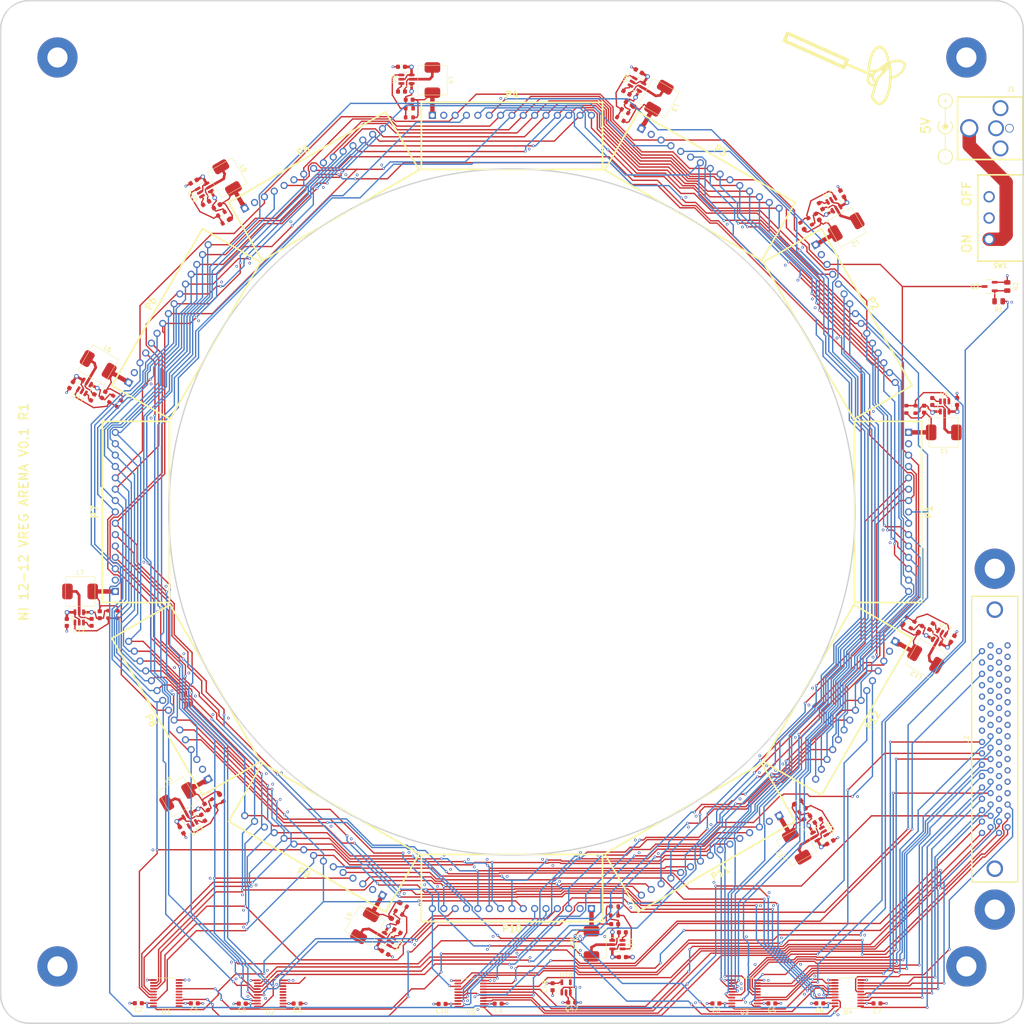
<source format=kicad_pcb>
(kicad_pcb (version 20221018) (generator pcbnew)
  (layers (0 "F.Cu" signal) (1 "In1.Cu" power) (2 "In2.Cu" power) (3 "In3.Cu" power) (4 "In4.Cu" power) (31 "B.Cu" signal) (34 "B.Paste" user) (35 "F.Paste" user) (36 "B.SilkS" user "B.Silkscreen") (37 "F.SilkS" user "F.Silkscreen") (38 "B.Mask" user) (39 "F.Mask" user) (44 "Edge.Cuts" user))
  (net 0 "")
  (net 1 "+3.3V")
  (net 2 "/Level Shifters/POW.5V_HDR_10")
  (net 4 "/Power & Voltage Regulators/SW_VCC")
  (net 15 "/Level Shifters/PAN5V.CS_00")
  (net 16 "/Level Shifters/PAN5V.CS_01")
  (net 17 "/Level Shifters/PAN5V.CS_02")
  (net 18 "/Level Shifters/PAN5V.CS_03")
  (net 19 "/Level Shifters/PAN5V.CS_04")
  (net 20 "/Level Shifters/PAN5V.EXT_INT")
  (net 21 "GND")
  (net 25 "/Level Shifters/PAN5V.CS_05")
  (net 26 "/Level Shifters/PAN5V.CS_06")
  (net 38 "Net-(Q2-G)")
  (net 39 "/Level Shifters/PAN5V.RESET")
  (net 40 "/Level Shifters/PAN3V.RESET")
  (net 41 "/Level Shifters/PAN3V.CS_00")
  (net 42 "/Level Shifters/PAN3V.CS_01")
  (net 43 "/Level Shifters/PAN3V.CS_02")
  (net 44 "/Level Shifters/PAN3V.CS_03")
  (net 45 "/Level Shifters/PAN3V.CS_04")
  (net 46 "/Level Shifters/PAN3V.CS_05")
  (net 47 "/Level Shifters/PAN3V.CS_06")
  (net 48 "/Level Shifters/PAN3V.CS_07")
  (net 49 "/Level Shifters/PAN5V.CS_07")
  (net 50 "/Level Shifters/PAN3V.SCK_00")
  (net 51 "/Level Shifters/PAN3V.SCK_01")
  (net 52 "/Level Shifters/PAN3V.SCK_02")
  (net 53 "/Level Shifters/PAN3V.SCK_03")
  (net 54 "/Level Shifters/PAN3V.SCK_04")
  (net 55 "/Level Shifters/PAN3V.SCK_05")
  (net 56 "/Level Shifters/PAN3V.MOSI_00")
  (net 57 "/Level Shifters/PAN3V.MISO_00")
  (net 58 "/Level Shifters/PAN5V.MISO_00")
  (net 59 "/Level Shifters/PAN5V.MOSI_00")
  (net 60 "/Level Shifters/PAN5V.SCK_05")
  (net 61 "/Level Shifters/PAN5V.SCK_04")
  (net 62 "/Level Shifters/PAN5V.SCK_03")
  (net 63 "/Level Shifters/PAN5V.SCK_02")
  (net 64 "/Level Shifters/PAN3V.EXT_INT")
  (net 65 "/Level Shifters/PAN5V.SCK_01")
  (net 66 "/Level Shifters/PAN5V.SCK_00")
  (net 67 "/Level Shifters/PAN3V.MOSI_01")
  (net 68 "/Level Shifters/PAN3V.MISO_01")
  (net 69 "/Level Shifters/PAN3V.MOSI_02")
  (net 70 "/Level Shifters/PAN3V.MISO_02")
  (net 71 "/Level Shifters/PAN3V.MOSI_03")
  (net 72 "/Level Shifters/PAN3V.MISO_03")
  (net 73 "/Level Shifters/PAN3V.MOSI_04")
  (net 74 "/Level Shifters/PAN3V.MISO_04")
  (net 75 "/Level Shifters/PAN5V.MISO_04")
  (net 76 "/Level Shifters/PAN5V.MOSI_04")
  (net 77 "/Level Shifters/PAN5V.MISO_03")
  (net 78 "/Level Shifters/PAN5V.MOSI_03")
  (net 79 "/Level Shifters/PAN5V.MISO_02")
  (net 80 "/Level Shifters/PAN5V.MOSI_02")
  (net 81 "/Level Shifters/PAN5V.MISO_01")
  (net 82 "/Level Shifters/PAN5V.MOSI_01")
  (net 83 "/Level Shifters/PAN3V.MOSI_05")
  (net 84 "/Panel Headers/RESET")
  (net 85 "/Level Shifters/PAN3V.MISO_05")
  (net 86 "/Level Shifters/PAN3V.MOSI_06")
  (net 87 "/Level Shifters/PAN3V.MISO_06")
  (net 88 "/Level Shifters/PAN3V.MOSI_07")
  (net 89 "/Level Shifters/PAN3V.MISO_07")
  (net 90 "/Level Shifters/PAN3V.MOSI_08")
  (net 91 "/Level Shifters/PAN3V.MISO_08")
  (net 92 "/Level Shifters/PAN5V.MISO_08")
  (net 93 "/Level Shifters/PAN5V.MOSI_08")
  (net 94 "/Level Shifters/PAN5V.MISO_07")
  (net 95 "/Level Shifters/PAN5V.MOSI_07")
  (net 96 "/Level Shifters/PAN5V.MISO_06")
  (net 97 "/Level Shifters/PAN5V.MOSI_06")
  (net 98 "/Level Shifters/PAN5V.MISO_05")
  (net 99 "/Level Shifters/PAN5V.MOSI_05")
  (net 100 "/Level Shifters/PAN3V.MOSI_09")
  (net 101 "/Level Shifters/PAN3V.MISO_09")
  (net 102 "/Level Shifters/PAN3V.MOSI_10")
  (net 103 "/Level Shifters/PAN3V.MISO_10")
  (net 104 "/Level Shifters/PAN3V.MOSI_11")
  (net 105 "/Level Shifters/PAN3V.MISO_11")
  (net 106 "/Level Shifters/PAN5V.MISO_11")
  (net 107 "/Level Shifters/PAN5V.MOSI_11")
  (net 108 "/Level Shifters/PAN5V.MISO_10")
  (net 109 "/Level Shifters/PAN5V.MOSI_10")
  (net 110 "/Level Shifters/PAN5V.MISO_09")
  (net 111 "/Level Shifters/PAN5V.MOSI_09")
  (net 113 "VCC")
  (net 114 "/Level Shifters/POW.5V_HDR_1")
  (net 115 "/Level Shifters/POW.5V_HDR_2")
  (net 116 "/Level Shifters/POW.5V_HDR_3")
  (net 117 "/Level Shifters/POW.5V_HDR_4")
  (net 118 "/Level Shifters/POW.5V_HDR_5")
  (net 119 "/Level Shifters/POW.5V_HDR_6")
  (net 120 "/Level Shifters/POW.5V_HDR_7")
  (net 121 "/Level Shifters/POW.5V_HDR_8")
  (net 122 "/Level Shifters/POW.5V_HDR_9")
  (net 123 "/Level Shifters/POW.5V_HDR_11")
  (net 124 "/Level Shifters/POW.5V_HDR_12")
  (net 125 "Net-(U6-VBST)")
  (net 126 "Net-(U6-SW)")
  (net 127 "Net-(U7-VBST)")
  (net 128 "Net-(U7-SW)")
  (net 129 "Net-(U8-VBST)")
  (net 130 "Net-(U8-SW)")
  (net 131 "Net-(U9-VBST)")
  (net 132 "Net-(U9-SW)")
  (net 133 "Net-(U10-VBST)")
  (net 134 "Net-(U10-SW)")
  (net 135 "Net-(U11-VBST)")
  (net 136 "Net-(U11-SW)")
  (net 137 "Net-(U12-VBST)")
  (net 138 "Net-(U12-SW)")
  (net 139 "Net-(U13-VBST)")
  (net 140 "Net-(U13-SW)")
  (net 141 "Net-(U14-VBST)")
  (net 142 "Net-(U14-SW)")
  (net 143 "Net-(U15-VBST)")
  (net 144 "Net-(U15-SW)")
  (net 145 "Net-(U16-VBST)")
  (net 146 "Net-(U16-SW)")
  (net 147 "Net-(U17-VBST)")
  (net 148 "Net-(U17-SW)")
  (net 149 "Net-(U6-VFB)")
  (net 150 "Net-(U7-VFB)")
  (net 151 "Net-(U8-VFB)")
  (net 152 "Net-(U9-VFB)")
  (net 153 "Net-(U10-VFB)")
  (net 154 "Net-(U11-VFB)")
  (net 155 "Net-(U12-VFB)")
  (net 156 "Net-(U13-VFB)")
  (net 157 "Net-(U14-VFB)")
  (net 158 "Net-(U15-VFB)")
  (net 159 "Net-(U16-VFB)")
  (net 160 "Net-(U17-VFB)")
  (footprint "Resistor_SMD:R_0603_1608Metric" (layer "F.Cu") (at 154.8892 87.5792)
    (fp_text reference "R10" hide)
    (fp_text value "10k" hide)
  )
  (footprint "Capacitor_SMD:C_0603_1608Metric" (layer "F.Cu") (at 152.1911 271.5335 150)
    (fp_text reference "C36" hide)
    (fp_text value "100nF" hide)
  )
  (footprint "Capacitor_SMD:C_0603_1608Metric" (layer "F.Cu") (at 129.7634 287.7112)
    (fp_text reference "C3")
    (fp_text value "0.1uF" hide)
  )
  (footprint "Package_TO_SOT_SMD:SOT-23-6" (layer "F.Cu") (at 82.2337 149.8488 -120)
    (fp_text reference "U11")
    (fp_text value "TPS564201DDC" hide)
  )
  (footprint "Package_TO_SOT_SMD:SOT-23-6" (layer "F.Cu") (at 149.8488 273.3663 -30)
    (fp_text reference "U14")
    (fp_text value "TPS564201DDC" hide)
  )
  (footprint "MountingHole:MountingHole_4.5mm_Pad" (layer "F.Cu") (at 76.2 76.2)
    (fp_text reference "H1" hide)
    (fp_text value "MountingHole_Pad" hide)
  )
  (footprint "arena_custom:HEADER_TOP" (layer "F.Cu") (at 177.8 266.474 180)
    (fp_text reference "P10")
    (fp_text value "CONN15" hide)
  )
  (footprint "Capacitor_SMD:C_0603_1608Metric" (layer "F.Cu") (at 223.4022 287.6904 180)
    (fp_text reference "C6")
    (fp_text value "0.1uF" hide)
  )
  (footprint "Package_TO_SOT_SMD:SOT-23-6" (layer "F.Cu") (at 81.0616 201.3767 -90)
    (fp_text reference "U12")
    (fp_text value "TPS564201DDC" hide)
  )
  (footprint "arena_custom:HEADER_TOP" (layer "F.Cu") (at 254.594 222.137 -120)
    (fp_text reference "P12")
    (fp_text value "CONN15" hide)
  )
  (footprint "Capacitor_SMD:C_0603_1608Metric" (layer "F.Cu") (at 109.4289 108.7553 30)
    (fp_text reference "C24" hide)
    (fp_text value "100nF" hide)
  )
  (footprint "arena_custom:HEADER_TOP" (layer "F.Cu") (at 89.126 177.8 90)
    (fp_text reference "P7")
    (fp_text value "CONN15" hide)
  )
  (footprint "Package_TO_SOT_SMD:SOT-23-6" (layer "F.Cu") (at 105.8104 246.5872 -60)
    (fp_text reference "U13")
    (fp_text value "TPS564201DDC" hide)
  )
  (footprint "Capacitor_SMD:C_0603_1608Metric" (layer "F.Cu") (at 271.5335 203.4089 -120)
    (fp_text reference "C45" hide)
    (fp_text value "100nF" hide)
  )
  (footprint "Capacitor_SMD:C_0603_1608Metric" (layer "F.Cu") (at 200.774 269.9512 180)
    (fp_text reference "C40" hide)
    (fp_text value "22uF" hide)
  )
  (footprint "arena_custom:slide_switch" (layer "F.Cu") (at 287.02 112.0902 90)
    (fp_text reference "SW1")
    (fp_text value "SW_SPDT" hide)
  )
  (footprint "Package_SO:TSSOP-20_4.4x6.5mm_P0.65mm" (layer "F.Cu") (at 229.8072 285.4104 180)
    (fp_text reference "U3")
    (fp_text value "TXB0108PW" hide)
  )
  (footprint "arena_custom:CYA0650_3P3UH" (layer "F.Cu") (at 114.1421 103.1012 -60)
    (fp_text reference "L5")
    (fp_text value "3.3uH" hide)
  )
  (footprint "Capacitor_SMD:C_0603_1608Metric" (layer "F.Cu") (at 246.6355 287.663 180)
    (fp_text reference "C8")
    (fp_text value "0.1uF" hide)
  )
  (footprint "Package_SO:TSSOP-20_4.4x6.5mm_P0.65mm" (layer "F.Cu") (at 123.7534 285.4412 180)
    (fp_text reference "U2")
    (fp_text value "TXB0108PW" hide)
  )
  (footprint "Resistor_SMD:R_0603_1608Metric" (layer "F.Cu") (at 200.7362 265.9888)
    (fp_text reference "R21" hide)
    (fp_text value "56.2k" hide)
  )
  (footprint "Capacitor_SMD:C_0603_1608Metric" (layer "F.Cu") (at 269.0923 203.9795 -120)
    (fp_text reference "C46" hide)
    (fp_text value "22uF" hide)
  )
  (footprint "Resistor_SMD:R_0603_1608Metric" (layer "F.Cu") (at 242.7517 244.4781 -150)
    (fp_text reference "R24" hide)
    (fp_text value "10k" hide)
  )
  (footprint "arena_custom:CYA0650_3P3UH" (layer "F.Cu") (at 81.28 195.58)
    (fp_text reference "L7")
    (fp_text value "3.3uH" hide)
  )
  (footprint "Capacitor_SMD:C_0603_1608Metric" (layer "F.Cu") (at 111.8283 109.4817 30)
    (fp_text reference "C25" hide)
    (fp_text value "22uF" hide)
  )
  (footprint "Capacitor_SMD:C_0603_1608Metric" (layer "F.Cu") (at 271.78 153.1112 -90)
    (fp_text reference "C12" hide)
    (fp_text value "100nF" hide)
  )
  (footprint "arena_custom:HEADER_TOP" (layer "F.Cu") (at 133.463 254.594 150)
    (fp_text reference "P9")
    (fp_text value "CONN15" hide)
  )
  (footprint "arena_custom:HEADER_TOP" (layer "F.Cu") (at 222.137 254.594 -150)
    (fp_text reference "P11")
    (fp_text value "CONN15" hide)
  )
  (footprint "Resistor_SMD:R_0603_1608Metric" (layer "F.Cu") (at 153.5689 265.6418 -30)
    (fp_text reference "R19" hide)
    (fp_text value "56.2k" hide)
  )
  (footprint "arena_custom:CYA0650_3P3UH" (layer "F.Cu") (at 195.58 274.32 90)
    (fp_text reference "L10")
    (fp_text value "3.3uH" hide)
  )
  (footprint "Capacitor_SMD:C_0603_1608Metric" (layer "F.Cu") (at 174.7142 287.7312)
    (fp_text reference "C9")
    (fp_text value "0.1uF" hide)
  )
  (footprint "Capacitor_SMD:C_0603_1608Metric" (layer "F.Cu") (at 94.2705 287.633 180)
    (fp_text reference "C2")
    (fp_text value "0.1uF" hide)
  )
  (footprint "Capacitor_SMD:C_0603_1608Metric" (layer "F.Cu") (at 235.9022 287.6804)
    (fp_text reference "C5")
    (fp_text value "0.1uF" hide)
  )
  (footprint "Capacitor_SMD:C_0603_1608Metric" (layer "F.Cu") (at 202.5012 277.3172)
    (fp_text reference "C38" hide)
    (fp_text value "10uF" hide)
  )
  (footprint "Package_TO_SOT_SMD:SOT-23-6" (layer "F.Cu") (at 154.2233 81.0616 180)
    (fp_text reference "U9")
    (fp_text value "TPS564201DDC" hide)
  )
  (footprint "Package_TO_SOT_SMD:SOT-23-6" (layer "F.Cu") (at 274.5384 154.2233 90)
    (fp_text reference "U6")
    (fp_text value "TPS564201DDC" hide)
  )
  (footprint "Capacitor_SMD:C_0603_1608Metric" (layer "F.Cu") (at 243.7717 246.1183 -150)
    (fp_text reference "C43" hide)
    (fp_text value "22uF" hide)
  )
  (footprint "Capacitor_SMD:C_0603_1608Metric" (layer "F.Cu") (at 162.1892 287.8012 180)
    (fp_text reference "C10")
    (fp_text value "0.1uF" hide)
  )
  (footprint "Resistor_SMD:R_0603_1608Metric" (layer "F.Cu") (at 242.7056 113.8423 120)
    (fp_text reference "R5" hide)
    (fp_text value "56.2k" hide)
  )
  (footprint "Capacitor_SMD:C_0603_1608Metric" (layer "F.Cu") (at 154.826 85.6488)
    (fp_text reference "C22" hide)
    (fp_text value "22uF" hide)
  )
  (footprint "arena_custom:CYA0650_3P3UH" (layer "F.Cu") (at 103.1012 241.4579 30)
    (fp_text reference "L8")
    (fp_text value "3.3uH" hide)
  )
  (footprint "Resistor_SMD:R_0603_1608Metric" (layer "F.Cu") (at 268.0208 154.8892 -90)
    (fp_text reference "R4" hide)
    (fp_text value "10k" hide)
  )
  (footprint "arena_custom:CYA0650_3P3UH" (layer "F.Cu") (at 210.6621 85.3212 -120)
    (fp_text reference "L3")
    (fp_text value "3.3uH" hide)
  )
  (footprint "Capacitor_SMD:C_0603_1608Metric" (layer "F.Cu") (at 151.6205 269.0923 150)
    (fp_text reference "C37" hide)
    (fp_text value "22uF" hide)
  )
  (footprint "Resistor_SMD:R_0603_1608Metric" (layer "F.Cu") (at 244.4781 112.8483 -60)
    (fp_text reference "R6" hide)
    (fp_text value "10k" hide)
  )
  (footprint "Capacitor_SMD:C_0603_1608Metric" (layer "F.Cu") (at 248.9505 251.6338 30)
    (fp_text reference "C41" hide)
    (fp_text value "10uF" hide)
  )
  (footprint "arena_custom:CYA0650_3P3UH" (layer "F.Cu") (at 274.32 160.02 180)
    (fp_text reference "L1")
    (fp_text value "3.3uH" hide)
  )
  (footprint "Resistor_SMD:R_0603_1608Metric" (layer "F.Cu") (at 152.5309 267.3889 150)
    (fp_text reference "R20" hide)
    (fp_text value "10k" hide)
  )
  (footprint "MountingHole:MountingHole_4.5mm_Pad" (layer "F.Cu") (at 279.4 279.4)
    (fp_text reference "H3" hide)
    (fp_text value "MountingHole_Pad" hide)
  )
  (footprint "Package_SO:TSSOP-20_4.4x6.5mm_P0.65mm" (layer "F.Cu") (at 100.5155 285.373 180)
    (fp_text reference "U1")
    (fp_text value "TXB0108PW" hide)
  )
  (footprint "Capacitor_SMD:C_0603_1608Metric" (layer "F.Cu") (at 153.1112 83.82)
    (fp_text reference "C21" hide)
    (fp_text value "100nF" hide)
  )
  (footprint "Capacitor_SMD:C_0603_1608Metric" (layer "F.Cu") (at 83.82 202.4888 90)
    (fp_text reference "C30" hide)
    (fp_text value "100nF" hide)
  )
  (footprint "Capacitor_SMD:C_0603_1608Metric" (layer "F.Cu") (at 186.8834 283.9422 -90)
    (fp_text reference "C48")
    (fp_text value "10uF" hide)
  )
  (footprint "Package_TO_SOT_SMD:SOT-23-3" (layer "F.Cu") (at 284.6015 127.4064 180)
    (fp_text reference "Q2")
    (fp_text value "MOSFET_NCHAN" hide)
  )
  (footprint "Capacitor_SMD:C_0603_1608Metric" (layer "F.Cu") (at 78.2828 202.5012 -90)
    (fp_text reference "C29" hide)
    (fp_text value "10uF" hide)
  )
  (footprint "Capacitor_SMD:C_0603_1608Metric" (layer "F.Cu") (at 206.1667 79.265 150)
    (fp_text reference "C17" hide)
    (fp_text value "10uF" hide)
  )
  (footprint "MountingHole:MountingHole_4.5mm_Pad" (layer "F.Cu") (at 76.2 279.4)
    (fp_text reference "H4" hide)
    (fp_text value "MountingHole_Pad" hide)
  )
  (footprint "Capacitor_SMD:C_0603_1608Metric" (layer "F.Cu") (at 149.4333 276.335 -30)
    (fp_text reference "C35" hide)
    (fp_text value "10uF" hide)
  )
  (footprint "Capacitor_SMD:C_0603_1608Metric" (layer "F.Cu") (at 103.9662 248.9505 -60)
    (fp_text reference "C32" hide)
    (fp_text value "10uF" hide)
  )
  (footprint "arena_custom:DCJACK_2PIN_HIGHCURRENT" (layer "F.Cu") (at 292.0238 92.0242 -90)
    (fp_text reference "J1")
    (fp_text value "Barrel_Jack" hide)
  )
  (footprint "Capacitor_SMD:C_0603_1608Metric" (layer "F.Cu") (at 106.6495 103.9662 -150)
    (fp_text reference "C23" hide)
    (fp_text value "10uF" hide)
  )
  (footprint "Capacitor_SMD:C_0603_1608Metric" (layer "F.Cu") (at 251.6338 106.6495 120)
    (fp_text reference "C14" hide)
    (fp_text value "10uF" hide)
  )
  (footprint "Capacitor_SMD:C_0603_1608Metric" (layer "F.Cu") (at 246.8447 109.4289 -60)
    (fp_text reference "C15" hide)
    (fp_text value "100nF" hide)
  )
  (footprint "Resistor_SMD:R_0603_1608Metric" (layer "F.Cu") (at 89.6112 200.7362 -90)
    (fp_text reference "R15" hide)
    (fp_text value "56.2k" hide)
  )
  (footprint "arena_custom:HEADER_TOP" (layer "F.Cu") (at 133.463 101.006 30)
    (fp_text reference "P5")
    (fp_text value "CONN15" hide)
  )
  (footprint "Capacitor_SMD:C_0603_1608Metric" (layer "F.Cu") (at 79.265 149.4333 -120)
    (fp_text reference "C26" hide)
    (fp_text value "10uF" hide)
  )
  (footprint "Package_SO:TSSOP-20_4.4x6.5mm_P0.65mm" (layer "F.Cu") (at 252.9155 285.373 180)
    (fp_text reference "U4")
    (fp_text value "TXB0108PW" hide)
  )
  (footprint "arena_custom:CYA0650_3P3UH" (layer "F.Cu") (at 241.4579 252.4988 120)
    (fp_text reference "L11")
    (fp_text value "3.3uH" hide)
  )
  (footprint "Capacitor_SMD:C_0603_1608Metric" (layer "F.Cu") (at 277.3172 153.0988 90)
    (fp_text reference "C11" hide)
    (fp_text value "10uF" hide)
  )
  (footprint "arena_custom:HEADER_TOP" (layer "F.Cu") (at 177.8 89.126)
    (fp_text reference "P4")
    (fp_text value "CONN15" hide)
  )
  (footprint "Capacitor_SMD:C_0603_1608Metric" (layer "F.Cu") (at 85.6488 200.774 90)
    (fp_text reference "C31" hide)
    (fp_text value "22uF" hide)
  )
  (footprint "Resistor_SMD:R_0805_2012Metric" (layer "F.Cu") (at 286.6155 130.7084)
    (fp_text reference "R1")
    (fp_text value "200" hide)
  )
  (footprint "Resistor_SMD:R_0603_1608Metric" (layer "F.Cu") (at 112.8483 111.1219 30)
    (fp_text reference "R12" hide)
    (fp_text value "10k" hide)
  )
  (footprint "Capacitor_SMD:C_0603_1608Metric" (layer "F.Cu") (at 153.0988 78.2828 180)
    (fp_text reference "C20" hide)
    (fp_text value "10uF" hide)
  )
  (footprint "Capacitor_SMD:C_0603_1608Metric" (layer "F.Cu") (at 269.9512 154.826 -90)
    (fp_text reference "C13" hide)
    (fp_text value "22uF" hide)
  )
  (footprint "Capacitor_SMD:C_0603_1608Metric" (layer "F.Cu") (at 246.1711 246.8447 -150)
    (fp_text reference "C42" hide)
    (fp_text value "100nF" hide)
  )
  (footprint "Package_TO_SOT_SMD:SOT-23-5" (layer "F.Cu") (at 189.9034 284.0847 90)
    (fp_text reference "U18")
    (fp_text value "AP2112K-3.3" hide)
  )
  (footprint "Package_TO_SOT_SMD:SOT-23-6" (layer "F.Cu") (at 205.7512 82.2337 150)
    (fp_text reference "U8")
    (fp_text value "TPS564201DDC" hide)
  )
  (footprint "Resistor_SMD:R_0603_1608Metric" (layer "F.Cu") (at 265.9888 154.8638 90)
    (fp_text reference "R3" hide)
    (fp_text value "56.2k" hide)
  )
  (footprint "arena_custom:CYA0650_3P3UH" (layer "F.Cu") (at 270.2788 210.6621 150)
    (fp_text reference "L12")
    (fp_text value "3.3uH" hide)
  )
  (footprint "Capacitor_SMD:C_0603_1608Metric" (layer "F.Cu") (at 202.4888 271.78 180)
    (fp_text reference "C39" hide)
    (fp_text value "100nF" hide)
  )
  (footprint "MountingHole:MountingHole_4.5mm_Pad" (layer "F.Cu") (at 285.75 190.5)
    (fp_text reference "H5" hide)
    (fp_text value "MountingHole_Pad" hide)
  )
  (footprint "arena_custom:HEADER_TOP" (layer "F.Cu") (at 266.474 177.8 -90)
    (fp_text reference "P1")
    (fp_text value "CONN15" hide)
  )
  (footprint "Capacitor_SMD:C_0603_1608Metric" (layer "F.Cu") (at 276.335 206.1667 60)
    (fp_text reference "C44" hide)
    (fp_text value "10uF" hide)
  )
  (footprint "Resistor_SMD:R_0603_1608Metric" (layer "F.Cu") (at 241.7577 242.7056 30)
    (fp_text reference "R23" hide)
    (fp_text value "56.2k" hide)
  )
  (footprint "arena_custom:HEADER_TOP" (layer "F.Cu") (at 101.006 133.463 60)
    (fp_text reference "P6")
    (fp_text value "CONN15" hide)
  )
  (footprint "Package_TO_SOT_SMD:SOT-23-6" (layer "F.Cu") (at 109.0128 105.8104 -150)
    (fp_text reference "U10")
    (fp_text value "TPS564201DDC" hide)
  )
  (footprint "Resistor_SMD:R_0603_1608Metric" (layer "F.Cu") (at 87.5792 200.7108 90)
    (fp_text reference "R16" hide)
    (fp_text value "10k" hide)
  )
  (footprint "arena_custom:HEADER_TOP" (layer "F.Cu") (at 101.006 222.137 120)
    (fp_text reference "P8")
    (fp_text value "CONN15" hide)
  )
  (footprint "Capacitor_SMD:C_0603_1608Metric" (layer "F.Cu") (at 84.0665 152.1911 60)
    (fp_text reference "C27" hide)
    (fp_text value "100nF" hide)
  )
  (footprint "Resistor_SMD:R_0603_1608Metric" (layer "F.Cu") (at 267.3889 203.0691 -120)
    (fp_text reference "R26" hide)
    (fp_text value "10k" hide)
  )
  (footprint "Capacitor_SMD:C_0603_1608Metric" (layer "F.Cu") (at 109.4817 243.7717 120)
    (fp_text reference "C34" hide)
    (fp_text value "22uF" hide)
  )
  (footprint "MountingHole:MountingHole_4.5mm_Pad" (layer "F.Cu") (at 279.4 76.2)
    (fp_text reference "H2" hide)
    (fp_text value "MountingHole_Pad" hide)
  )
  (footprint "Capacitor_SMD:C_0603_1608Metric" (layer "F.Cu") (at 117.5134 287.7312 180)
    (fp_text reference "C4")
    (fp_text value "0.1uF" hide)
  )
  (footprint "Capacitor_SMD:C_0603_1608Metric" (layer "F.Cu") (at 203.4089 84.0665 -30)
    (fp_text reference "C18" hide)
    (fp_text value "100nF" hide)
  )
  (footprint "Capacitor_SMD:C_0603_1608Metric" (layer "F.Cu") (at 259.4102 287.6804)
    (fp_text reference "C7")
    (fp_text value "0.1uF" hide)
  )
  (footprint "Resistor_SMD:R_0603_1608Metric" (layer "F.Cu") (at 203.0691 88.2111 -30)
    (fp_text reference "R8" hide)
    (fp_text value "10k" hide)
  )
  (footprint "Capacitor_SMD:C_0603_1608Metric" (layer "F.Cu") (at 108.7553 246.1711 120)
    (fp_text reference "C33" hide)
    (fp_text value "100nF" hide)
  )
  (footprint "Resistor_SMD:R_0603_1608Metric" (layer "F.Cu") (at 200.7108 268.0208 180)
    (fp_text reference "R22" hide)
    (fp_text value "10k" hide)
  )
  (footprint "arena_custom:CYA0650_3P3UH" (layer "F.Cu") (at 160.02 81.28 -90)
    (fp_text reference "L4")
    (fp_text value "3.3uH" hide)
  )
  (footprint "Package_TO_SOT_SMD:SOT-23-6" (layer "F.Cu") (at 201.3767 274.5384)
    (fp_text reference "U15")
    (fp_text value "TPS564201DDC" hide)
  )
  (footprint "Resistor_SMD:R_0603_1608Metric" (layer "F.Cu") (at 111.1219 242.7517 120)
    (fp_text reference "R18" hide)
    (fp_text value "10k" hide)
  )
  (footprint "Capacitor_SMD:C_0603_1608Metric" (layer "F.Cu") (at 203.9795 86.5077 -30)
    (fp_text reference "C19" hide)
    (fp_text value "22uF" hide)
  )
  (footprint "Resistor_SMD:R_0603_1608Metric" (layer "F.Cu") (at 113.8423 112.8944 -150)
    (fp_text reference "R11" hide)
    (fp_text value "56.2k" hide)
  )
  (footprint "Capacitor_SMD:C_0603_1608Metric" (layer "F.Cu") (at 106.7905 287.663)
    (fp_text reference "C1")
    (fp_text value "0.1uF" hide)
  )
  (footprint "arena_custom:CYA0650_3P3UH" (layer "F.Cu") (at 144.9379 270.2788 60)
    (fp_text reference "L9")
    (fp_text value "3.3uH" hide)
  )
  (footprint "MountingHole:MountingHole_4.5mm_Pad" (layer "F.Cu") (at 285.75 266.7)
    (fp_text reference "H6" hide)
    (fp_text value "MountingHole_Pad" hide)
  )
  (footprint "Package_TO_SOT_SMD:SOT-23-6" (layer "F.Cu") (at 249.7896 109.0128 120)
    (fp_text reference "U7")
    (fp_text value "TPS564201DDC" hide)
  )
  (footprint "Resistor_SMD:R_0603_1608Metric" (layer "F.Cu") (at 154.8638 89.6112 180)
    (fp_text reference "R9" hide)
    (fp_text value "56.2k" hide)
  )
  (footprint "arena_custom:HEADER_TOP" (layer "F.Cu") (at 254.594 133.463 -60)
    (fp_text reference "P2")
    (fp_text value "CONN15" hide)
  )
  (footprint "arena_custom:CYA0650_3P3UH" (layer "F.Cu") (at 85.3212 144.9379 -30)
    (fp_text reference "L6")
    (fp_text value "3.3uH" hide)
  )
  (footprint "Resistor_SMD:R_0603_1608Metric" (layer "F.Cu") (at 88.2111 152.5309 60)
    (fp_text reference "R14" hide)
    (fp_text value "10k" hide)
  )
  (footprint "Capacitor_SMD:C_0603_1608Metric" (layer "F.Cu") (at 191.1734 287.4772 180)
    (fp_text reference "C47")
    (fp_text value "10uF" hide)
  )
  (footprint "Resistor_SMD:R_0603_1608Metric" (layer "F.Cu") (at 89.9582 153.5689 -120)
    (fp_text reference "R13" hide)
    (fp_text value "56.2k" hide)
  )
  (footprint "arena_custom:TE_CONN_DSUB_VERT_68" (layer "F.Cu") (at 285.75 228.6 -90)
    (fp_text reference "J2")
    (fp_text value "NI_TE_68pos" hide)
  )
  (footprint "Capacitor_SMD:C_0603_1608Metric" (layer "F.Cu") (at 86.5077 151.6205 60)
    (fp_text reference "C28" hide)
    (fp_text value "22uF" hide)
  )
  (footprint "Resistor_SMD:R_0603_1608Metric" (layer "F.Cu") (at 202.0311 89.9582 150)
    (fp_text reference "R7" hide)
    (fp_text value "56.2k" hide)
  )
  (footprint "arena_custom:HEADER_TOP" (layer "F.Cu") (at 222.137 101.006 -30)
    (fp_text reference "P3")
    (fp_text value "CONN15" hide)
  )
  (footprint "Package_TO_SOT_SMD:SOT-23-6" (layer "F.Cu") (at 246.5872 249.7896 30)
    (fp_text reference "U16")
    (fp_text value "TPS564201DDC" hide)
  )
  (footprint "Package_SO:TSSOP-20_4.4x6.5mm_P0.65mm" (layer "F.Cu") (at 168.5592 285.5012 180)
    (fp_text reference "U5")
    (fp_text value "TXB0108PW" hide)
  )
  (footprint "Capacitor_SMD:C_0603_1608Metric" (layer "F.Cu") (at 246.1183 111.8283 -60)
    (fp_text reference "C16" hide)
    (fp_text value "22uF" hide)
  )
  (footprint "Resistor_SMD:R_0805_2012Metric" (layer "F.Cu") (at 288.544 127.4064 -90)
    (fp_text reference "R2")
    (fp_text value "20k" hide)
  )
  (footprint "arena_custom:CYA0650_3P3UH" (layer "F.Cu") (at 252.4988 114.1421 -150)
    (fp_text reference "L2")
    (fp_text value "3.3uH" hide)
  )
  (footprint "Package_TO_SOT_SMD:SOT-23-6" (layer "F.Cu") (at 273.3663 205.7512 60)
    (fp_text reference "U17")
    (fp_text value "TPS564201DDC" hide)
  )
  (footprint "Resistor_SMD:R_0603_1608Metric" (layer "F.Cu") (at 265.6418 202.0311 60)
    (fp_text reference "R25" hide)
    (fp_text value "56.2k" hide)
  )
  (footprint "Resistor_SMD:R_0603_1608Metric" (layer "F.Cu") (at 112.8944 241.7577 -60)
    (fp_text reference "R17" hide)
    (fp_text value "56.2k" hide)
  )
  (gr_line (start 261.869046 84.235629) (end 261.941978 83.996274) (stroke (width 0.514144)) (layer "F.SilkS"))
  (gr_line (start 258.99813 86.023131) (end 259.098897 86.128731) (stroke (width 0.514144)) (layer "F.SilkS"))
  (gr_line (start 259.068645 82.308853) (end 258.717929 82.409537) (stroke (width 0.514144)) (layer "F.SilkS"))
  (gr_line (start 273.382477 92.585887) (end 273.336417 92.519801) (stroke (width 0.15487)) (layer "F.SilkS"))
  (gr_line (start 275.003458 84.324863) (end 275.080765 84.342706) (stroke (width 0.179621)) (layer "F.SilkS"))
  (gr_line (start 273.725344 84.609849) (end 273.787993 84.565299) (stroke (width 0.179621)) (layer "F.SilkS"))
  (gr_line (start 262.352669 81.788771) (end 262.380098 81.482222) (stroke (width 0.514144)) (layer "F.SilkS"))
  (gr_line (start 257.687722 79.102057) (end 257.547538 79.107867) (stroke (width 0.514144)) (layer "F.SilkS"))
  (gr_line (start 257.723346 80.298042) (end 258.0072 80.217521) (stroke (width 0.514144)) (layer "F.SilkS"))
  (gr_line (start 258.318284 84.933399) (end 258.534906 85.362848) (stroke (width 0.514144)) (layer "F.SilkS"))
  (gr_line (start 261.038343 85.916534) (end 261.144288 85.776614) (stroke (width 0.514144)) (layer "F.SilkS"))
  (gr_line (start 275.230838 99.879067) (end 275.156592 99.904189) (stroke (width 0.179621)) (layer "F.SilkS"))
  (gr_line (start 276.047991 97.549536) (end 276.086466 97.616452) (stroke (width 0.179621)) (layer "F.SilkS"))
  (gr_line (start 259.522398 86.435015) (end 259.632794 86.481079) (stroke (width 0.514144)) (layer "F.SilkS"))
  (gr_line (start 258.777057 85.766629) (end 258.999103 86.077093) (stroke (width 0.514144)) (layer "F.SilkS"))
  (gr_line (start 274.438075 87.469819) (end 274.359386 87.455767) (stroke (width 0.179621)) (layer "F.SilkS"))
  (gr_line (start 276.068771 92.451998) (end 276.026396 92.519801) (stroke (width 0.15487)) (layer "F.SilkS"))
  (gr_line (start 259.269515 86.342375) (end 259.551597 86.474135) (stroke (width 0.514144)) (layer "F.SilkS"))
  (gr_line (start 273.607013 99.560919) (end 273.551517 99.50801) (stroke (width 0.179621)) (layer "F.SilkS"))
  (gr_line (start 273.852841 99.744693) (end 273.788008 99.70313) (stroke (width 0.179621)) (layer "F.SilkS"))
  (gr_line (start 276.275119 91.864932) (end 276.262222 91.94132) (stroke (width 0.15487)) (layer "F.SilkS"))
  (gr_line (start 261.195859 79.169296) (end 259.579265 80.914514) (stroke (width 0.514144)) (layer "F.SilkS"))
  (gr_line (start 273.66498 97.145084) (end 273.725344 97.097647) (stroke (width 0.179621)) (layer "F.SilkS"))
  (gr_line (start 258.222097 75.712175) (end 258.508193 75.08281) (stroke (width 0.514144)) (layer "F.SilkS"))
  (gr_line (start 257.639291 81.892298) (end 257.44424 81.58542) (stroke (width 0.514144)) (layer "F.SilkS"))
  (gr_line (start 259.105015 74.263825) (end 259.311569 74.094352) (stroke (width 0.514144)) (layer "F.SilkS"))
  (gr_line (start 274.599194 87.486151) (end 274.518045 87.479981) (stroke (width 0.179621)) (layer "F.SilkS"))
  (gr_line (start 264.846868 77.03694) (end 265.19515 77.227932) (stroke (width 0.514144)) (layer "F.SilkS"))
  (gr_line (start 273.356395 99.271523) (end 273.314831 99.20669) (stroke (width 0.179621)) (layer "F.SilkS"))
  (gr_line (start 273.101902 85.646968) (end 273.115954 85.56828) (stroke (width 0.179621)) (layer "F.SilkS"))
  (gr_line (start 257.836877 82.08495) (end 257.639291 81.892298) (stroke (width 0.514144)) (layer "F.SilkS"))
  (gr_line (start 258.363097 84.991946) (end 258.44546 85.168472) (stroke (width 0.514144)) (layer "F.SilkS"))
  (gr_line (start 275.755818 87.073121) (end 275.697839 87.123344) (stroke (width 0.179621)) (layer "F.SilkS"))
  (gr_line (start 257.44424 81.58542) (end 257.354114 81.357061) (stroke (width 0.514144)) (layer "F.SilkS"))
  (gr_line (start 276.086466 85.128654) (end 276.121754 85.197553) (stroke (width 0.179621)) (layer "F.SilkS"))
  (gr_line (start 274.681423 87.488231) (end 274.599194 87.486151) (stroke (width 0.179621)) (layer "F.SilkS"))
  (gr_line (start 274.924769 84.310811) (end 275.003458 84.324863) (stroke (width 0.179621)) (layer "F.SilkS"))
  (gr_line (start 260.733432 86.263588) (end 261.151004 85.835117) (stroke (width 0.514144)) (layer "F.SilkS"))
  (gr_line (start 273.314823 85.061738) (end 273.356386 84.996906) (stroke (width 0.179621)) (layer "F.SilkS"))
  (gr_line (start 276.271073 98.214736) (end 276.277243 98.295885) (stroke (width 0.179621)) (layer "F.SilkS"))
  (gr_line (start 275.374182 96.937769) (end 275.44308 96.973057) (stroke (width 0.179621)) (layer "F.SilkS"))
  (gr_line (start 273.602839 92.829524) (end 273.542765 92.772411) (stroke (width 0.15487)) (layer "F.SilkS"))
  (gr_line (start 260.706413 79.477825) (end 260.712024 79.395359) (stroke (width 0.514144)) (layer "F.SilkS"))
  (gr_line (start 276.121754 86.583077) (end 276.086466 86.651976) (stroke (width 0.179621)) (layer "F.SilkS"))
  (gr_line (start 260.946139 74.368048) (end 261.01622 74.452941) (stroke (width 0.514144)) (layer "F.SilkS"))
  (gr_line (start 276.246859 85.56828) (end 276.260911 85.646968) (stroke (width 0.179621)) (layer "F.SilkS"))
  (gr_line (start 259.191337 74.160326) (end 259.635724 73.899427) (stroke (width 0.514144)) (layer "F.SilkS"))
  (gr_line (start 275.86422 97.303711) (end 275.914443 97.361691) (stroke (width 0.179621)) (layer "F.SilkS"))
  (gr_line (start 262.545324 80.771909) (end 262.412185 80.815627) (stroke (width 0.514144)) (layer "F.SilkS"))
  (gr_line (start 260.324618 73.925972) (end 260.408233 73.957619) (stroke (width 0.514144)) (layer "F.SilkS"))
  (gr_line (start 274.059426 84.417972) (end 274.131991 84.389361) (stroke (width 0.179621)) (layer "F.SilkS"))
  (gr_line (start 273.161389 92.166478) (end 273.137438 92.092236) (stroke (width 0.15487)) (layer "F.SilkS"))
  (gr_line (start 274.438068 96.798609) (end 274.518039 96.788447) (stroke (width 0.179621)) (layer "F.SilkS"))
  (gr_line (start 275.230838 87.391269) (end 275.156592 87.416391) (stroke (width 0.179621)) (layer "F.SilkS"))
  (gr_line (start 276.277243 98.460342) (end 276.271073 98.541491) (stroke (width 0.179621)) (layer "F.SilkS"))
  (gr_line (start 273.725358 99.658579) (end 273.664993 99.611142) (stroke (width 0.179621)) (layer "F.SilkS"))
  (gr_line (start 259.801304 86.526091) (end 259.858193 86.534526) (stroke (width 0.514144)) (layer "F.SilkS"))
  (gr_line (start 274.835757 93.236685) (end 274.758653 93.242212) (stroke (width 0.15487)) (layer "F.SilkS"))
  (gr_line (start 275.509996 87.256895) (end 275.44308 87.295371) (stroke (width 0.179621)) (layer "F.SilkS"))
  (gr_line (start 274.758653 93.242212) (end 274.681406 93.244055) (stroke (width 0.15487)) (layer "F.SilkS"))
  (gr_line (start 265.212543 79.059189) (end 264.97343 79.423887) (stroke (width 0.514144)) (layer "F.SilkS"))
  (gr_line (start 261.10243 78.444621) (end 261.315995 78.173283) (stroke (width 0.514144)) (layer "F.SilkS"))
  (gr_line (start 274.681423 90.986001) (end 274.681423 87.561242) (stroke (width 0.168772)) (layer "F.SilkS"))
  (gr_line (start 273.314831 99.20669) (end 273.276354 99.139774) (stroke (width 0.179621)) (layer "F.SilkS"))
  (gr_line (start 258.805038 79.584245) (end 258.962692 79.400971) (stroke (width 0.514144)) (layer "F.SilkS"))
  (gr_line (start 257.528226 80.472031) (end 257.723346 80.298042) (stroke (width 0.514144)) (layer "F.SilkS"))
  (gr_line (start 274.059439 99.850456) (end 273.988657 99.818457) (stroke (width 0.179621)) (layer "F.SilkS"))
  (gr_line (start 273.08557 85.808087) (end 273.09174 85.726938) (stroke (width 0.179621)) (layer "F.SilkS"))
  (gr_line (start 274.518045 87.479981) (end 274.438075 87.469819) (stroke (width 0.179621)) (layer "F.SilkS"))
  (gr_line (start 275.374182 87.330659) (end 275.303401 87.362658) (stroke (width 0.179621)) (layer "F.SilkS"))
  (gr_line (start 276.153753 99.000094) (end 276.121754 99.070875) (stroke (width 0.179621)) (layer "F.SilkS"))
  (gr_line (start 260.890935 74.300249) (end 261.297105 74.857027) (stroke (width 0.514144)) (layer "F.SilkS"))
  (gr_line (start 265.19515 77.227932) (end 265.459892 77.445818) (stroke (width 0.514144)) (layer "F.SilkS"))
  (gr_line (start 252.018284 78.418166) (end 238.718666 72.463535) (stroke (width 0.514144)) (layer "F.SilkS"))
  (gr_line (start 273.078482 91.479414) (end 273.087694 91.402597) (stroke (width 0.15487)) (layer "F.SilkS"))
  (gr_line (start 276.284331 91.788114) (end 276.275119 91.864932) (stroke (width 0.15487)) (layer "F.SilkS"))
  (gr_line (start 252.133761 78.470301) (end 252.892946 76.689761) (stroke (width 0.514144)) (layer "F.SilkS"))
  (gr_line (start 259.973209 73.869262) (end 260.063605 73.872837) (stroke (width 0.514144)) (layer "F.SilkS"))
  (gr_line (start 261.710483 84.685573) (end 261.79183 84.465528) (stroke (width 0.514144)) (layer "F.SilkS"))
  (gr_line (start 274.131991 96.877159) (end 274.206238 96.852037) (stroke (width 0.179621)) (layer "F.SilkS"))
  (gr_line (start 259.551597 86.474135) (end 259.994684 86.548802) (stroke (width 0.514144)) (layer "F.SilkS"))
  (gr_line (start 275.359457 93.094824) (end 275.287362 93.126144) (stroke (width 0.15487)) (layer "F.SilkS"))
  (gr_line (start 274.604159 93.242212) (end 274.527055 93.236685) (stroke (width 0.15487)) (layer "F.SilkS"))
  (gr_line (start 263.514703 76.966002) (end 263.881629 76.910616) (stroke (width 0.514144)) (layer "F.SilkS"))
  (gr_line (start 275.633528 92.932696) (end 275.567443 92.978755) (stroke (width 0.15487)) (layer "F.SilkS"))
  (gr_line (start 274.450238 93.227473) (end 274.373849 93.214577) (stroke (width 0.15487)) (layer "F.SilkS"))
  (gr_line (start 274.763651 87.486151) (end 274.681423 87.488231) (stroke (width 0.179621)) (layer "F.SilkS"))
  (gr_line (start 264.512155 76.955573) (end 264.846868 77.03694) (stroke (width 0.514144)) (layer "F.SilkS"))
  (gr_line (start 258.962692 79.400971) (end 259.082687 79.281825) (stroke (width 0.514144)) (layer "F.SilkS"))
  (gr_line (start 262.125243 77.541033) (end 262.317544 77.429839) (stroke (width 0.514144)) (layer "F.SilkS"))
  (gr_line (start 265.620054 78.101997) (end 265.506257 78.457494) (stroke (width 0.514144)) (layer "F.SilkS"))
  (gr_line (start 260.817915 86.156861) (end 260.9295 86.043416) (stroke (width 0.514144)) (layer "F.SilkS"))
  (gr_line (start 275.064779 93.197996) (end 274.988963 93.214577) (stroke (width 0.15487)) (layer "F.SilkS"))
  (gr_line (start 275.811312 84.760418) (end 275.86422 84.815913) (stroke (width 0.179621)) (layer "F.SilkS"))
  (gr_line (start 259.635364 73.926715) (end 259.746568 73.894972) (stroke (width 0.514144)) (layer "F.SilkS"))
  (gr_line (start 265.459892 77.445818) (end 265.636571 77.627093) (stroke (width 0.514144)) (layer "F.SilkS"))
  (gr_line (start 273.18045 85.340898) (end 273.209061 85.268335) (stroke (width 0.179621)) (layer "F.SilkS"))
  (gr_line (start 274.132004 99.879067) (end 274.059439 99.850456) (stroke (width 0.179621)) (layer "F.SilkS"))
  (gr_line (start 274.359386 99.943564) (end 274.282078 99.925722) (stroke (width 0.179621)) (layer "F.SilkS"))
  (gr_line (start 276.277243 85.808087) (end 276.279322 85.890315) (stroke (width 0.179621)) (layer "F.SilkS"))
  (gr_line (start 262.348726 78.582461) (end 262.320169 78.325753) (stroke (width 0.514144)) (layer "F.SilkS"))
  (gr_line (start 260.152305 73.88352) (end 260.239309 73.901252) (stroke (width 0.514144)) (layer "F.SilkS"))
  (gr_line (start 275.374182 84.449971) (end 275.44308 84.485259) (stroke (width 0.179621)) (layer "F.SilkS"))
  (gr_line (start 275.820048 92.772411) (end 275.759973 92.829524) (stroke (width 0.15487)) (layer "F.SilkS"))
  (gr_line (start 273.294042 90.815531) (end 273.336417 90.747728) (stroke (width 0.15487)) (layer "F.SilkS"))
  (gr_line (start 273.137438 91.175293) (end 273.161389 91.101051) (stroke (width 0.15487)) (layer "F.SilkS"))
  (gr_line (start 273.133798 98.777457) (end 273.115955 98.700149) (stroke (width 0.179621)) (layer "F.SilkS"))
  (gr_line (start 257.547538 79.107867) (end 257.592519 78.552196) (stroke (width 0.514144)) (layer "F.SilkS"))
  (gr_line (start 239.427243 70.80169) (end 252.726861 76.756319) (stroke (width 0.514144)) (layer "F.SilkS"))
  (gr_line (start 275.811312 97.248216) (end 275.86422 97.303711) (stroke (width 0.179621)) (layer "F.SilkS"))
  (gr_line (start 276.026396 92.519801) (end 275.980336 92.585887) (stroke (width 0.15487)) (layer "F.SilkS"))
  (gr_line (start 261.536013 85.094508) (end 261.625159 84.895366) (stroke (width 0.514144)) (layer "F.SilkS"))
  (gr_line (start 276.275119 91.402597) (end 276.284331 91.479414) (stroke (width 0.15487)) (layer "F.SilkS"))
  (gr_line (start 259.972961 86.541318) (end 260.099431 86.533073) (stroke (width 0.514144)) (layer "F.SilkS"))
  (gr_line (start 276.246859 98.700149) (end 276.229017 98.777457) (stroke (width 0.179621)) (layer "F.SilkS"))
  (gr_line (start 261.341306 74.971955) (end 261.401263 75.094245) (stroke (width 0.514144)) (layer "F.SilkS"))
  (gr_line (start 276.047991 85.061738) (end 276.086466 85.128654) (stroke (width 0.179621)) (layer "F.SilkS"))
  (gr_line (start 273.087694 91.402597) (end 273.100591 91.326209) (stroke (width 0.15487)) (layer "F.SilkS"))
  (gr_line (start 261.675791 75.794806) (end 261.773826 76.115488) (stroke (width 0.514144)) (layer "F.SilkS"))
  (gr_line (start 263.449756 80.470019) (end 263.104776 80.627747) (stroke (width 0.514144)) (layer "F.SilkS"))
  (gr_line (start 262.027618 77.209965) (end 261.376386 77.701929) (stroke (width 0.514144)) (layer "F.SilkS"))
  (gr_line (start 273.664993 87.123344) (end 273.607013 87.073121) (stroke (width 0.179621)) (layer "F.SilkS"))
  (gr_line (start 263.76086 80.342364) (end 263.449756 80.470019) (stroke (width 0.514144)) (layer "F.SilkS"))
  (gr_line (start 265.636571 77.627093) (end 265.663369 77.776798) (stroke (width 0.514144)) (layer "F.SilkS"))
  (gr_line (start 276.153753 97.756132) (end 276.182363 97.828696) (stroke (width 0.179621)) (layer "F.SilkS"))
  (gr_line (start 262.612989 77.277899) (end 262.838926 77.169467) (stroke (width 0.514144)) (layer "F.SilkS"))
  (gr_line (start 262.420712 79.650396) (end 262.409246 79.377787) (stroke (width 0.514144)) (layer "F.SilkS"))
  (gr_line (start 258.93925 81.596985) (end 258.793315 81.442199) (stroke (width 0.514144)) (layer "F.SilkS"))
  (gr_line (start 275.755818 99.560919) (end 275.697839 99.611142) (stroke (width 0.179621)) (layer "F.SilkS"))
  (gr_line (start 274.681423 99.976028) (end 274.599194 99.973949) (stroke (width 0.179621)) (layer "F.SilkS"))
  (gr_line (start 273.209061 97.756132) (end 273.24106 97.685351) (stroke (width 0.179621)) (layer "F.SilkS"))
  (gr_line (start 276.271073 85.726938) (end 276.277243 85.808087) (stroke (width 0.179621)) (layer "F.SilkS"))
  (gr_line (start 275.574827 84.565299) (end 275.637475 84.609849) (stroke (width 0.179621)) (layer "F.SilkS"))
  (gr_line (start 275.877162 90.555193) (end 275.930591 90.617416) (stroke (width 0.15487)) (layer "F.SilkS"))
  (gr_line (start 275.930591 92.650113) (end 275.877162 92.712335) (stroke (width 0.15487)) (layer "F.SilkS"))
  (gr_line (start 258.230422 80.071917) (end 258.212991 80.112954) (stroke (width 0.514144)) (layer "F.SilkS"))
  (gr_line (start 273.087694 91.864932) (end 273.078482 91.788115) (stroke (width 0.15487)) (layer "F.SilkS"))
  (gr_line (start 276.182363 85.340898) (end 276.207485 85.415144) (stroke (width 0.179621)) (layer "F.SilkS"))
  (gr_line (start 273.180454 86.439732) (end 273.155331 86.365486) (stroke (width 0.179621)) (layer "F.SilkS"))
  (gr_line (start 276.068771 90.81553) (end 276.107461 90.884907) (stroke (width 0.15487)) (layer "F.SilkS"))
  (gr_line (start 259.34271 79.259526) (end 257.547538 79.107869) (stroke (width 0.514144)) (layer "F.SilkS"))
  (gr_line (start 262.320169 78.325753) (end 262.287582 78.073696) (stroke (width 0.514144)) (layer "F.SilkS"))
  (gr_line (start 274.075451 93.126144) (end 274.003355 93.094824) (stroke (width 0.15487)) (layer "F.SilkS"))
  (gr_line (start 275.637475 87.170781) (end 275.574827 87.215332) (stroke (width 0.179621)) (layer "F.SilkS"))
  (gr_line (start 273.276354 99.139774) (end 273.241065 99.070875) (stroke (width 0.179621)) (layer "F.SilkS"))
  (gr_line (start 273.607 84.707509) (end 273.66498 84.657286) (stroke (width 0.179621)) (layer "F.SilkS"))
  (gr_line (start 257.934495 76.603553) (end 258.222097 75.712175) (stroke (width 0.514144)) (layer "F.SilkS"))
  (gr_line (start 273.485651 90.555193) (end 273.542765 90.495117) (stroke (width 0.15487)) (layer "F.SilkS"))
  (gr_line (start 273.485651 92.712335) (end 273.432221 92.650113) (stroke (width 0.15487)) (layer "F.SilkS"))
  (gr_line (start 273.115954 98.056078) (end 273.133796 97.978769) (stroke (width 0.179621)) (layer "F.SilkS"))
  (gr_line (start 275.303401 87.362658) (end 275.230838 87.391269) (stroke (width 0.179621)) (layer "F.SilkS"))
  (gr_line (start 273.448373 84.873893) (end 273.498596 84.815913) (stroke (width 0.179621)) (layer "F.SilkS"))
  (gr_line (start 273.276354 86.651976) (end 273.241065 86.583077) (stroke (width 0.179621)) (layer "F.SilkS"))
  (gr_line (start 273.725344 97.097647) (end 273.787993 97.053096) (stroke (width 0.179621)) (layer "F.SilkS"))
  (gr_line (start 276.207485 98.853284) (end 276.182363 98.92753) (stroke (width 0.179621)) (layer "F.SilkS"))
  (gr_line (start 258.48339 80.268263) (end 258.584924 79.920481) (stroke (width 0.514144)) (layer "F.SilkS"))
  (gr_line (start 274.059439 87.362658) (end 273.988657 87.330659) (stroke (width 0.179621)) (layer "F.SilkS"))
  (gr_line (start 275.755818 97.195307) (end 275.811312 97.248216) (stroke (width 0.179621)) (layer "F.SilkS"))
  (gr_line (start 273.255351 92.382622) (end 273.220346 92.311814) (stroke (width 0.15487)) (layer "F.SilkS"))
  (gr_line (start 275.961879 97.422055) (end 276.006429 97.484703) (stroke (width 0.179621)) (layer "F.SilkS"))
  (gr_line (start 273.551517 99.50801) (end 273.498607 99.452515) (stroke (width 0.179621)) (layer "F.SilkS"))
  (gr_line (start 260.712024 79.395359) (end 260.716824 79.334517) (stroke (width 0.514144)) (layer "F.SilkS"))
  (gr_line (start 257.547538 79.107869) (end 257.578124 78.652664) (stroke (width 0.514144)) (layer "F.SilkS"))
  (gr_line (start 273.432221 92.650113) (end 273.382477 92.585887) (stroke (width 0.15487)) (layer "F.SilkS"))
  (gr_line (start 274.438068 84.310811) (end 274.518039 84.300649) (stroke (width 0.179621)) (layer "F.SilkS"))
  (gr_line (start 275.961879 84.934257) (end 276.006429 84.996906) (stroke (width 0.179621)) (layer "F.SilkS"))
  (gr_line (start 275.697839 87.123344) (end 275.637475 87.170781) (stroke (width 0.179621)) (layer "F.SilkS"))
  (gr_line (start 262.430002 80.205245) (end 262.427663 79.926306) (stroke (width 0.514144)) (layer "F.SilkS"))
  (gr_line (start 273.664993 99.611142) (end 273.607013 99.560919) (stroke (width 0.179621)) (layer "F.SilkS"))
  (gr_line (start 238.718666 72.463535) (end 239.427243 70.80169) (stroke (width 0.514144)) (layer "F.SilkS"))
  (gr_line (start 273.24106 97.685351) (end 273.276348 97.616452) (stroke (width 0.179621)) (layer "F.SilkS"))
  (gr_line (start 275.697839 97.145084) (end 275.755818 97.195307) (stroke (width 0.179621)) (layer "F.SilkS"))
  (gr_line (start 260.9295 86.043416) (end 261.038343 85.916534) (stroke (width 0.514144)) (layer "F.SilkS"))
  (gr_line (start 275.230838 84.389361) (end 275.303401 84.417972) (stroke (width 0.179621)) (layer "F.SilkS"))
  (gr_line (start 276.245641 91.250393) (end 276.262222 91.326208) (stroke (width 0.15487)) (layer "F.SilkS"))
  (gr_line (start 259.098897 86.128731) (end 259.201825 86.223015) (stroke (width 0.514144)) (layer "F.SilkS"))
  (gr_line (start 276.260911 85.646968) (end 276.271073 85.726938) (stroke (width 0.179621)) (layer "F.SilkS"))
  (gr_line (start 257.834421 77.017428) (end 257.947699 76.556915) (stroke (width 0.514144)) (layer "F.SilkS"))
  (gr_line (start 260.490153 73.996134) (end 260.57038 74.041455) (stroke (width 0.514144)) (layer "F.SilkS"))
  (gr_line (start 262.133521 83.225451) (end 262.187771 82.952251) (stroke (width 0.514144)) (layer "F.SilkS"))
  (gr_poly (pts (xy 274.615471 85.821918) (xy 274.615471 85.37279) (xy 274.74731 85.37279) (xy 274.74731 85.821918) (xy 275.196443 85.821918) (xy 275.196443 85.958716) (xy 274.74731 85.958716) (xy 274.74731 86.407842) (xy 274.615471 86.407842) (xy 274.615471 85.958716) (xy 274.166338 85.958716) (xy 274.166338 85.821918)) (fill solid) (layer "F.SilkS"))
  (gr_line (start 273.498607 99.452515) (end 273.448383 99.394536) (stroke (width 0.179621)) (layer "F.SilkS"))
  (gr_line (start 274.282078 99.925722) (end 274.20625 99.904189) (stroke (width 0.179621)) (layer "F.SilkS"))
  (gr_line (start 276.277243 98.295885) (end 276.279322 98.378113) (stroke (width 0.179621)) (layer "F.SilkS"))
  (gr_line (start 264.693561 79.736955) (end 264.392804 79.964002) (stroke (width 0.514144)) (layer "F.SilkS"))
  (gr_line (start 274.924769 96.798609) (end 275.003458 96.812662) (stroke (width 0.179621)) (layer "F.SilkS"))
  (gr_line (start 275.961879 99.334171) (end 275.914443 99.394536) (stroke (width 0.179621)) (layer "F.SilkS"))
  (gr_line (start 275.820048 90.495117) (end 275.877162 90.555193) (stroke (width 0.15487)) (layer "F.SilkS"))
  (gr_line (start 275.080765 99.925722) (end 275.003458 99.943564) (stroke (width 0.179621)) (layer "F.SilkS"))
  (gr_line (start 274.518039 84.300649) (end 274.599191 84.294479) (stroke (width 0.179621)) (layer "F.SilkS"))
  (gr_line (start 261.459536 75.222556) (end 261.516125 75.356828) (stroke (width 0.514144)) (layer "F.SilkS"))
  (gr_line (start 276.207485 85.415144) (end 276.229017 85.490971) (stroke (width 0.179621)) (layer "F.SilkS"))
  (gr_line (start 258.803546 85.779168) (end 258.899641 85.906511) (stroke (width 0.514144)) (layer "F.SilkS"))
  (gr_line (start 274.681423 96.71847) (end 274.681423 93.293712) (stroke (width 0.168772)) (layer "F.SilkS"))
  (gr_line (start 275.86422 86.964717) (end 275.811312 87.020212) (stroke (width 0.179621)) (layer "F.SilkS"))
  (gr_line (start 273.155328 85.415144) (end 273.18045 85.340898) (stroke (width 0.179621)) (layer "F.SilkS"))
  (gr_line (start 260.543439 74.014543) (end 260.890935 74.300249) (stroke (width 0.514144)) (layer "F.SilkS"))
  (gr_line (start 274.924769 87.469819) (end 274.8448 87.479981) (stroke (width 0.179621)) (layer "F.SilkS"))
  (gr_line (start 273.09174 98.541491) (end 273.08557 98.460342) (stroke (width 0.179621)) (layer "F.SilkS"))
  (gr_line (start 273.155328 97.902942) (end 273.18045 97.828696) (stroke (width 0.179621)) (layer "F.SilkS"))
  (gr_line (start 276.142467 90.955715) (end 276.173787 91.02781) (stroke (width 0.15487)) (layer "F.SilkS"))
  (gr_line (start 262.373156 78.843549) (end 262.348726 78.582461) (stroke (width 0.514144)) (layer "F.SilkS"))
  (gr_line (start 257.947699 76.556915) (end 258.075796 76.125437) (stroke (width 0.514144)) (layer "F.SilkS"))
  (gr_line (start 260.716824 79.334517) (end 260.719077 79.311514) (stroke (width 0.514144)) (layer "F.SilkS"))
  (gr_line (start 273.919757 99.783169) (end 273.852841 99.744693) (stroke (width 0.179621)) (layer "F.SilkS"))
  (gr_line (start 258.584924 79.920481) (end 258.805038 79.584245) (stroke (width 0.514144)) (layer "F.SilkS"))
  (gr_line (start 274.282067 96.830504) (end 274.359377 96.812662) (stroke (width 0.179621)) (layer "F.SilkS"))
  (gr_line (start 273.988643 96.937769) (end 274.059426 96.90577) (stroke (width 0.179621)) (layer "F.SilkS"))
  (gr_line (start 273.08349 85.890315) (end 273.08557 85.808087) (stroke (width 0.179621)) (layer "F.SilkS"))
  (gr_line (start 274.438075 99.957617) (end 274.359386 99.943564) (stroke (width 0.179621)) (layer "F.SilkS"))
  (gr_line (start 273.448373 97.361691) (end 273.498596 97.303711) (stroke (width 0.179621)) (layer "F.SilkS"))
  (gr_line (start 260.063605 73.872837) (end 260.152305 73.88352) (stroke (width 0.514144)) (layer "F.SilkS"))
  (gr_line (start 274.599191 96.782277) (end 274.681423 96.780198) (stroke (width 0.179621)) (layer "F.SilkS"))
  (gr_line (start 276.121754 97.685351) (end 276.153753 97.756132) (stroke (width 0.179621)) (layer "F.SilkS"))
  (gr_line (start 273.729285 92.932696) (end 273.66506 92.882953) (stroke (width 0.15487)) (layer "F.SilkS"))
  (gr_line (start 252.083147 78.589004) (end 252.133761 78.470301) (stroke (width 0.514144)) (layer "F.SilkS"))
  (gr_line (start 276.225374 92.092236) (end 276.201423 92.166478) (stroke (width 0.15487)) (layer "F.SilkS"))
  (gr_line (start 275.637475 97.097647) (end 275.697839 97.145084) (stroke (width 0.179621)) (layer "F.SilkS"))
  (gr_line (start 273.276348 97.616452) (end 273.314823 97.549536) (stroke (width 0.179621)) (layer "F.SilkS"))
  (gr_line (start 275.574827 97.053096) (end 275.637475 97.097647) (stroke (width 0.179621)) (layer "F.SilkS"))
  (gr_line (start 257.736863 77.504878) (end 257.834421 77.017428) (stroke (width 0.514144)) (layer "F.SilkS"))
  (gr_line (start 273.448383 86.906737) (end 273.400946 86.846373) (stroke (width 0.179621)) (layer "F.SilkS"))
  (gr_line (start 260.099431 86.533073) (end 260.224237 86.508607) (stroke (width 0.514144)) (layer "F.SilkS"))
  (gr_line (start 275.811312 99.50801) (end 275.755818 99.560919) (stroke (width 0.179621)) (layer "F.SilkS"))
  (gr_line (start 263.104776 80.627747) (end 262.817113 80.676663) (stroke (width 0.514144)) (layer "F.SilkS"))
  (gr_line (start 273.115954 85.56828) (end 273.133796 85.490971) (stroke (width 0.179621)) (layer "F.SilkS"))
  (gr_line (start 262.236965 82.671585) (end 262.280948 82.383851) (stroke (width 0.514144)) (layer "F.SilkS"))
  (gr_line (start 275.44308 96.973057) (end 275.509996 97.011533) (stroke (width 0.179621)) (layer "F.SilkS"))
  (gr_line (start 257.655928 78.017167) (end 257.736863 77.504878) (stroke (width 0.514144)) (layer "F.SilkS"))
  (gr_line (start 262.258439 78.077567) (end 259.57929 80.914513) (stroke (width 0.514144)) (layer "F.SilkS"))
  (gr_line (start 275.930591 90.617416) (end 275.980336 90.681642) (stroke (width 0.15487)) (layer "F.SilkS"))
  (gr_line (start 261.534156 75.386764) (end 261.757138 76.062194) (stroke (width 0.514144)) (layer "F.SilkS"))
  (gr_line (start 261.443199 85.282602) (end 261.536013 85.094508) (stroke (width 0.514144)) (layer "F.SilkS"))
  (gr_line (start 258.53226 80.945726) (end 258.474645 80.594653) (stroke (width 0.514144)) (layer "F.SilkS"))
  (gr_line (start 252.612176 77.684386) (end 258.230422 80.071917) (stroke (width 0.514144)) (layer "F.SilkS"))
  (gr_line (start 262.280948 82.383851) (end 262.319568 82.089447) (stroke (width 0.514144)) (layer "F.SilkS"))
  (gr_line (start 276.260911 98.62146) (end 276.246859 98.700149) (stroke (width 0.179621)) (layer "F.SilkS"))
  (gr_line (start 259.417751 74.026667) (end 259.52572 73.970701) (stroke (width 0.514144)) (layer "F.SilkS"))
  (gr_poly (pts (xy 274.755966 98.120997) (xy 274.755966 98.635228) (xy 274.606815 98.635228) (xy 274.606815 98.120997)) (fill solid) (layer "F.SilkS"))
  (gr_line (start 262.401699 81.170196) (end 262.41732 80.853093) (stroke (width 0.514144)) (layer "F.SilkS"))
  (gr_line (start 276.086466 97.616452) (end 276.121754 97.685351) (stroke (width 0.179621)) (layer "F.SilkS"))
  (gr_line (start 273.400946 86.846373) (end 273.356395 86.783724) (stroke (width 0.179621)) (layer "F.SilkS"))
  (gr_line (start 264.392804 79.964002) (end 264.041229 80.164147) (stroke (width 0.514144)) (layer "F.SilkS"))
  (gr_line (start 259.579265 80.914514) (end 258.318284 84.933399) (stroke (width 0.514144)) (layer "F.SilkS"))
  (gr_line (start 262.838926 77.169467) (end 263.155786 77.057192) (stroke (width 0.514144)) (layer "F.SilkS"))
  (gr_line (start 261.949735 76.82355) (end 262.02762 77.209963) (stroke (width 0.514144)) (layer "F.SilkS"))
  (gr_line (start 275.811312 87.020212) (end 275.755818 87.073121) (stroke (width 0.179621)) (layer "F.SilkS"))
  (gr_line (start 258.899641 85.906511) (end 258.99813 86.023131) (stroke (width 0.514144)) (layer "F.SilkS"))
  (gr_line (start 273.988657 87.330659) (end 273.919757 87.295371) (stroke (width 0.179621)) (layer "F.SilkS"))
  (gr_line (start 274.282067 84.342706) (end 274.359377 84.324863) (stroke (width 0.179621)) (layer "F.SilkS"))
  (gr_line (start 275.914443 84.873893) (end 275.961879 84.934257) (stroke (width 0.179621)) (layer "F.SilkS"))
  (gr_line (start 275.303401 99.850456) (end 275.230838 99.879067) (stroke (width 0.179621)) (layer "F.SilkS"))
  (gr_line (start 258.357822 82.347861) (end 258.072309 82.24645) (stroke (width 0.514144)) (layer "F.SilkS"))
  (gr_line (start 273.448383 99.394536) (end 273.400946 99.334171) (stroke (width 0.179621)) (layer "F.SilkS"))
  (gr_line (start 260.090564 73.832652) (end 260.543439 74.014543) (stroke (width 0.514144)) (layer "F.SilkS"))
  (gr_line (start 273.863172 93.021129) (end 273.79537 92.978755) (stroke (width 0.15487)) (layer "F.SilkS"))
  (gr_line (start 274.912575 93.227473) (end 274.835757 93.236685) (stroke (width 0.15487)) (layer "F.SilkS"))
  (gr_line (start 260.743139 79.67101) (end 260.706413 79.477825) (stroke (width 0.514144)) (layer "F.SilkS"))
  (gr_line (start 273.988643 84.449971) (end 274.059426 84.417972) (stroke (width 0.179621)) (layer "F.SilkS"))
  (gr_line (start 252.892946 76.689761) (end 239.359053 70.630239) (stroke (width 0.514144)) (layer "F.SilkS"))
  (gr_line (start 257.379686 80.7664) (end 257.528226 80.472031) (stroke (width 0.514144)) (layer "F.SilkS"))
  (gr_line (start 273.336417 92.519801) (end 273.294042 92.451998) (stroke (width 0.15487)) (layer "F.SilkS"))
  (gr_line (start 274.148691 93.153779) (end 274.075451 93.126144) (stroke (width 0.15487)) (layer "F.SilkS"))
  (gr_line (start 259.744765 86.514348) (end 259.801304 86.526091) (stroke (width 0.514144)) (layer "F.SilkS"))
  (gr_line (start 273.133798 86.289659) (end 273.115955 86.212351) (stroke (width 0.179621)) (layer "F.SilkS"))
  (gr_line (start 273.100591 91.94132) (end 273.087694 91.864932) (stroke (width 0.15487)) (layer "F.SilkS"))
  (gr_line (start 276.229017 97.978769) (end 276.246859 98.056078) (stroke (width 0.179621)) (layer "F.SilkS"))
  (gr_line (start 273.078482 91.788115) (end 273.072955 91.711011) (stroke (width 0.15487)) (layer "F.SilkS"))
  (gr_line (start 261.144288 85.776614) (end 261.247182 85.624053) (stroke (width 0.514144)) (layer "F.SilkS"))
  (gr_line (start 273.788008 87.215332) (end 273.725358 87.170781) (stroke (width 0.179621)) (layer "F.SilkS"))
  (gr_line (start 260.57038 74.041455) (end 260.648915 74.093522) (stroke (width 0.514144)) (layer "F.SilkS"))
  (gr_line (start 274.988963 93.214577) (end 274.912575 93.227473) (stroke (width 0.15487)) (layer "F.SilkS"))
  (gr_line (start 252.594745 77.725423) (end 252.612176 77.684386) (stroke (width 0.514144)) (layer "F.SilkS"))
  (gr_line (start 258.230432 80.071917) (end 257.248216 79.666281) (stroke (width 0.514144)) (layer "F.SilkS"))
  (gr_line (start 273.115955 98.700149) (end 273.101902 98.62146) (stroke (width 0.179621)) (layer "F.SilkS"))
  (gr_line (start 276.279322 85.890315) (end 276.277243 85.972543) (stroke (width 0.179621)) (layer "F.SilkS"))
  (gr_line (start 265.506257 78.457494) (end 265.366229 78.764871) (stroke (width 0.514144)) (layer "F.SilkS"))
  (gr_line (start 273.101902 98.62146) (end 273.09174 98.541491) (stroke (width 0.179621)) (layer "F.SilkS"))
  (gr_line (start 273.314831 86.718892) (end 273.276354 86.651976) (stroke (width 0.179621)) (layer "F.SilkS"))
  (gr_line (start 274.599194 99.973949) (end 274.518045 99.967779) (stroke (width 0.179621)) (layer "F.SilkS"))
  (gr_line (start 259.994684 86.548802) (end 260.335027 86.509059) (stroke (width 0.514144)) (layer "F.SilkS"))
  (gr_line (start 258.619009 85.493493) (end 258.709963 85.641397) (stroke (width 0.514144)) (layer "F.SilkS"))
  (gr_line (start 273.276348 85.128654) (end 273.314823 85.061738) (stroke (width 0.179621)) (layer "F.SilkS"))
  (gr_line (start 264.041229 80.164147) (end 263.76086 80.342364) (stroke (width 0.514144)) (layer "F.SilkS"))
  (gr_line (start 258.858468 74.535633) (end 259.191337 74.160326) (stroke (width 0.514144)) (layer "F.SilkS"))
  (gr_line (start 258.44546 85.168472) (end 258.530803 85.335753) (stroke (width 0.514144)) (layer "F.SilkS"))
  (gr_line (start 273.356395 86.783724) (end 273.314831 86.718892) (stroke (width 0.179621)) (layer "F.SilkS"))
  (gr_line (start 258.343599 80.217521) (end 258.343599 80.191952) (stroke (width 0.514144)) (layer "F.SilkS"))
  (gr_line (start 261.376386 77.701929) (end 260.624223 78.301334) (stroke (width 0.514144)) (layer "F.SilkS"))
  (gr_line (start 261.460887 85.333751) (end 261.918973 84.147486) (stroke (width 0.514144)) (layer "F.SilkS"))
  (gr_line (start 276.229017 98.777457) (end 276.207485 98.853284) (stroke (width 0.179621)) (layer "F.SilkS"))
  (gr_line (start 273.79537 92.978755) (end 273.729285 92.932696) (stroke (width 0.15487)) (layer "F.SilkS"))
  (gr_line (start 276.086466 86.651976) (end 276.047991 86.718892) (stroke (width 0.179621)) (layer "F.SilkS"))
  (gr_line (start 276.006429 99.271523) (end 275.961879 99.334171) (stroke (width 0.179621)) (layer "F.SilkS"))
  (gr_line (start 273.852826 84.523735) (end 273.919743 84.485259) (stroke (width 0.179621)) (layer "F.SilkS"))
  (gr_line (start 276.260911 98.134766) (end 276.271073 98.214736) (stroke (width 0.179621)) (layer "F.SilkS"))
  (gr_line (start 274.681423 96.780198) (end 274.763651 96.782277) (stroke (width 0.179621)) (layer "F.SilkS"))
  (gr_line (start 257.592519 78.552196) (end 257.655928 78.017167) (stroke (width 0.514144)) (layer "F.SilkS"))
  (gr_line (start 258.999103 86.077093) (end 259.269515 86.342375) (stroke (width 0.514144)) (layer "F.SilkS"))
  (gr_line (start 259.306968 81.792739) (end 259.127744 81.731266) (stroke (width 0.514144)) (layer "F.SilkS"))
  (gr_line (start 261.151316 74.641818) (end 261.216333 74.745681) (stroke (width 0.514144)) (layer "F.SilkS"))
  (gr_line (start 262.100597 77.21119) (end 259.34271 79.259525) (stroke (width 0.514144)) (layer "F.SilkS"))
  (gr_line (start 274.003355 93.094824) (end 273.932548 93.059819) (stroke (width 0.15487)) (layer "F.SilkS"))
  (gr_line (start 261.625159 84.895366) (end 261.710483 84.685573) (stroke (width 0.514144)) (layer "F.SilkS"))
  (gr_line (start 276.201423 91.101051) (end 276.225374 91.175292) (stroke (width 0.15487)) (layer "F.SilkS"))
  (gr_line (start 274.373849 93.214577) (end 274.298033 93.197996) (stroke (width 0.15487)) (layer "F.SilkS"))
  (gr_line (start 275.86422 99.452515) (end 275.811312 99.50801) (stroke (width 0.179621)) (layer "F.SilkS"))
  (gr_line (start 274.8448 87.479981) (end 274.763651 87.486151) (stroke (width 0.179621)) (layer "F.SilkS"))
  (gr_line (start 260.408233 73.957619) (end 260.490153 73.996134) (stroke (width 0.514144)) (layer "F.SilkS"))
  (gr_line (start 275.574827 99.70313) (end 275.509996 99.744693) (stroke (width 0.179621)) (layer "F.SilkS"))
  (gr_line (start 274.206238 84.364239) (end 274.282067 84.342706) (stroke (width 0.179621)) (layer "F.SilkS"))
  (gr_line (start 260.335027 86.509059) (end 260.733432 86.263588) (stroke (width 0.514144)) (layer "F.SilkS"))
  (gr_line (start 259.859221 73.875733) (end 259.973209 73.869262) (stroke (width 0.514144)) (layer "F.SilkS"))
  (gr_line (start 260.624223 78.301334) (end 259.34271 79.259526) (stroke (width 0.514144)) (layer "F.SilkS"))
  (gr_line (start 273.189025 92.239718) (end 273.161389 92.166478) (stroke (width 0.15487)) (layer "F.SilkS"))
  (gr_line (start 252.559633 76.823253) (end 251.952284 78.247685) (stroke (width 0.514144)) (layer "F.SilkS"))
  (gr_line (start 274.681423 84.292399) (end 274.763651 84.294479) (stroke (width 0.179621)) (layer "F.SilkS"))
  (gr_line (start 273.115955 86.212351) (end 273.101902 86.133662) (stroke (width 0.179621)) (layer "F.SilkS"))
  (gr_line (start 275.230838 96.877159) (end 275.303401 96.90577) (stroke (width 0.179621)) (layer "F.SilkS"))
  (gr_line (start 276.289858 91.711011) (end 276.284331 91.788114) (stroke (width 0.15487)) (layer "F.SilkS"))
  (gr_line (start 258.539969 75.0262) (end 258.718313 74.731848) (stroke (width 0.514144)) (layer "F.SilkS"))
  (gr_line (start 260.32702 78.683993) (end 260.674497 78.690716) (stroke (width 0.514144)) (layer "F.SilkS"))
  (gr_line (start 261.084612 74.544218) (end 261.151316 74.641818) (stroke (width 0.514144)) (layer "F.SilkS"))
  (gr_line (start 273.382477 90.681642) (end 273.432221 90.617416) (stroke (width 0.15487)) (layer "F.SilkS"))
  (gr_line (start 261.865139 76.458564) (end 261.949735 76.82355) (stroke (width 0.514144)) (layer "F.SilkS"))
  (gr_line (start 273.209065 99.000094) (end 273.180454 98.92753) (stroke (width 0.179621)) (layer "F.SilkS"))
  (gr_line (start 274.359377 84.324863) (end 274.438068 84.310811) (stroke (width 0.179621)) (layer "F.SilkS"))
  (gr_line (start 275.914443 99.394536) (end 275.86422 99.452515) (stroke (width 0.179621)) (layer "F.SilkS"))
  (gr_line (start 276.047991 99.20669) (end 276.006429 99.271523) (stroke (width 0.179621)) (layer "F.SilkS"))
  (gr_line (start 273.551517 87.020212) (end 273.498607 86.964717) (stroke (width 0.179621)) (layer "F.SilkS"))
  (gr_line (start 276.153753 85.268335) (end 276.182363 85.340898) (stroke (width 0.179621)) (layer "F.SilkS"))
  (gr_line (start 262.409246 79.377787) (end 262.393361 79.108748) (stroke (width 0.514144)) (layer "F.SilkS"))
  (gr_line (start 275.499641 93.021129) (end 275.430264 93.059819) (stroke (width 0.15487)) (layer "F.SilkS"))
  (gr_line (start 262.187771 82.952251) (end 262.236965 82.671585) (stroke (width 0.514144)) (layer "F.SilkS"))
  (gr_line (start 258.717929 82.409537) (end 258.357822 82.347861) (stroke (width 0.514144)) (layer "F.SilkS"))
  (gr_line (start 276.121754 99.070875) (end 276.086466 99.139774) (stroke (width 0.179621)) (layer "F.SilkS"))
  (gr_line (start 273.220346 90.955715) (end 273.255351 90.884907) (stroke (width 0.15487)) (layer "F.SilkS"))
  (gr_line (start 239.359053 70.630239) (end 238.549255 72.529481) (stroke (width 0.514144)) (layer "F.SilkS"))
  (gr_line (start 262.380098 81.482222) (end 262.401699 81.170196) (stroke (width 0.514144)) (layer "F.SilkS"))
  (gr_line (start 275.080765 96.830504) (end 275.156592 96.852037) (stroke (width 0.179621)) (layer "F.SilkS"))
  (gr_line (start 259.858193 86.534526) (end 259.915417 86.539613) (stroke (width 0.514144)) (layer "F.SilkS"))
  (gr_line (start 260.70374 86.256471) (end 260.817915 86.156861) (stroke (width 0.514144)) (layer "F.SilkS"))
  (gr_line (start 273.137438 92.092236) (end 273.117172 92.017136) (stroke (width 0.15487)) (layer "F.SilkS"))
  (gr_line (start 273.607 97.195307) (end 273.66498 97.145084) (stroke (width 0.179621)) (layer "F.SilkS"))
  (gr_line (start 276.271073 86.053692) (end 276.260911 86.133662) (stroke (width 0.179621)) (layer "F.SilkS"))
  (gr_line (start 275.214122 93.153779) (end 275.13988 93.17773) (stroke (width 0.15487)) (layer "F.SilkS"))
  (gr_line (start 274.599191 84.294479) (end 274.681423 84.292399) (stroke (width 0.179621)) (layer "F.SilkS"))
  (gr_line (start 273.551505 84.760418) (end 273.607 84.707509) (stroke (width 0.179621)) (layer "F.SilkS"))
  (gr_line (start 257.767726 77.39087) (end 257.934495 76.603553) (stroke (width 0.514144)) (layer "F.SilkS"))
  (gr_line (start 275.287362 93.126144) (end 275.214122 93.153779) (stroke (width 0.15487)) (layer "F.SilkS"))
  (gr_line (start 261.216333 74.745681) (end 261.279662 74.855747) (stroke (width 0.514144)) (layer "F.SilkS"))
  (gr_line (start 260.468241 86.412596) (end 260.587131 86.341849) (stroke (width 0.514144)) (layer "F.SilkS"))
  (gr_line (start 273.919757 87.295371) (end 273.852841 87.256895) (stroke (width 0.179621)) (layer "F.SilkS"))
  (gr_line (start 258.646911 81.194187) (end 258.53226 80.945726) (stroke (width 0.514144)) (layer "F.SilkS"))
  (gr_line (start 261.279662 74.855747) (end 261.341306 74.971955) (stroke (width 0.514144)) (layer "F.SilkS"))
  (gr_line (start 276.229017 86.289659) (end 276.207485 86.365486) (stroke (width 0.179621)) (layer "F.SilkS"))
  (gr_line (start 275.156592 87.416391) (end 275.080765 87.437924) (stroke (width 0.179621)) (layer "F.SilkS"))
  (gr_line (start 275.980336 92.585887) (end 275.930591 92.650113) (stroke (width 0.15487)) (layer "F.SilkS"))
  (gr_line (start 276.142467 92.311814) (end 276.107461 92.382621) (stroke (width 0.15487)) (layer "F.SilkS"))
  (gr_line (start 257.578124 78.652664) (end 257.632049 78.232856) (stroke (width 0.514144)) (layer "F.SilkS"))
  (gr_line (start 259.413692 86.376453) (end 259.522398 86.435015) (stroke (width 0.514144)) (layer "F.SilkS"))
  (gr_line (start 275.637475 99.658579) (end 275.574827 99.70313) (stroke (width 0.179621)) (layer "F.SilkS"))
  (gr_line (start 273.180454 98.92753) (end 273.155331 98.853284) (stroke (width 0.179621)) (layer "F.SilkS"))
  (gr_line (start 274.8448 99.967779) (end 274.763651 99.973949) (stroke (width 0.179621)) (layer "F.SilkS"))
  (gr_line (start 258.217808 75.725093) (end 258.372833 75.357981) (stroke (width 0.514144)) (layer "F.SilkS"))
  (gr_line (start 273.09174 98.214736) (end 273.101902 98.134766) (stroke (width 0.179621)) (layer "F.SilkS"))
  (gr_line (start 265.366229 78.764871) (end 265.212543 79.059189) (stroke (width 0.514144)) (layer "F.SilkS"))
  (gr_line (start 260.801397 78.988559) (end 260.836065 78.90107) (stroke (width 0.514144)) (layer "F.SilkS"))
  (gr_line (start 276.245641 92.017136) (end 276.225374 92.092236) (stroke (width 0.15487)) (layer "F.SilkS"))
  (gr_line (start 275.374182 99.818457) (end 275.303401 99.850456) (stroke (width 0.179621)) (layer "F.SilkS"))
  (gr_line (start 276.182363 86.439732) (end 276.153753 86.512296) (stroke (width 0.179621)) (layer "F.SilkS"))
  (gr_line (start 273.133796 97.978769) (end 273.155328 97.902942) (stroke (width 0.179621)) (layer "F.SilkS"))
  (gr_line (start 274.763651 84.294479) (end 274.8448 84.300649) (stroke (width 0.179621)) (layer "F.SilkS"))
  (gr_line (start 273.100591 91.326209) (end 273.117172 91.250393) (stroke (width 0.15487)) (layer "F.SilkS"))
  (gr_line (start 273.551505 97.248216) (end 273.607 97.195307) (stroke (width 0.179621)) (layer "F.SilkS"))
  (gr_line (start 275.509996 99.744693) (end 275.44308 99.783169) (stroke (width 0.179621)) (layer "F.SilkS"))
  (gr_line (start 258.0072 80.217521) (end 258.343599 80.217521) (stroke (width 0.514144)) (layer "F.SilkS"))
  (gr_line (start 273.101902 98.134766) (end 273.115954 98.056078) (stroke (width 0.179621)) (layer "F.SilkS"))
  (gr_line (start 273.919743 84.485259) (end 273.988643 84.449971) (stroke (width 0.179621)) (layer "F.SilkS"))
  (gr_line (start 276.277243 85.972543) (end 276.271073 86.053692) (stroke (width 0.179621)) (layer "F.SilkS"))
  (gr_line (start 239.493381 70.973108) (end 252.559633 76.823253) (stroke (width 0.514144)) (layer "F.SilkS"))
  (gr_line (start 260.720987 79.29815) (end 260.801397 78.988559) (stroke (width 0.514144)) (layer "F.SilkS"))
  (gr_line (start 276.182363 98.92753) (end 276.153753 99.000094) (stroke (width 0.179621)) (layer "F.SilkS"))
  (gr_line (start 258.212991 80.112954) (end 252.594745 77.725423) (stroke (width 0.514144)) (layer "F.SilkS"))
  (gr_line (start 261.297105 74.857027) (end 261.534156 75.386764) (stroke (width 0.514144)) (layer "F.SilkS"))
  (gr_line (start 258.793315 81.442199) (end 258.646911 81.194187) (stroke (width 0.514144)) (layer "F.SilkS"))
  (gr_line (start 260.587131 86.341849) (end 260.70374 86.256471) (stroke (width 0.514144)) (layer "F.SilkS"))
  (gr_line (start 276.107461 92.382621) (end 276.068771 92.451998) (stroke (width 0.15487)) (layer "F.SilkS"))
  (gr_line (start 261.624252 75.643014) (end 261.675791 75.794806) (stroke (width 0.514144)) (layer "F.SilkS"))
  (gr_line (start 275.574827 87.215332) (end 275.509996 87.256895) (stroke (width 0.179621)) (layer "F.SilkS"))
  (gr_line (start 273.314823 97.549536) (end 273.356386 97.484703) (stroke (width 0.179621)) (layer "F.SilkS"))
  (gr_line (start 276.289858 91.556518) (end 276.2917 91.633764) (stroke (width 0.15487)) (layer "F.SilkS"))
  (gr_line (start 251.952284 78.247685) (end 238.886032 72.397539) (stroke (width 0.514144)) (layer "F.SilkS"))
  (gr_line (start 274.059426 96.90577) (end 274.131991 96.877159) (stroke (width 0.179621)) (layer "F.SilkS"))
  (gr_line (start 238.549255 72.529481) (end 252.083147 78.589004) (stroke (width 0.514144)) (layer "F.SilkS"))
  (gr_line (start 274.518045 99.967779) (end 274.438075 99.957617) (stroke (width 0.179621)) (layer "F.SilkS"))
  (gr_line (start 276.006429 86.783724) (end 275.961879 86.846373) (stroke (width 0.179621)) (layer "F.SilkS"))
  (gr_line (start 259.34271 79.259525) (end 257.687722 79.102057) (stroke (width 0.514144)) (layer "F.SilkS"))
  (gr_line (start 261.401263 75.094245) (end 261.459536 75.222556) (stroke (width 0.514144)) (layer "F.SilkS"))
  (gr_line (start 273.155331 86.365486) (end 273.133798 86.289659) (stroke (width 0.179621)) (layer "F.SilkS"))
  (gr_line (start 276.262222 91.94132) (end 276.245641 92.017136) (stroke (width 0.15487)) (layer "F.SilkS"))
  (gr_line (start 273.498596 97.303711) (end 273.551505 97.248216) (stroke (width 0.179621)) (layer "F.SilkS"))
  (gr_line (start 276.121754 85.197553) (end 276.153753 85.268335) (stroke (width 0.179621)) (layer "F.SilkS"))
  (gr_line (start 273.852841 87.256895) (end 273.788008 87.215332) (stroke (width 0.179621)) (layer "F.SilkS"))
  (gr_line (start 275.003458 99.943564) (end 274.924769 99.957617) (stroke (width 0.179621)) (layer "F.SilkS"))
  (gr_line (start 274.527055 93.236685) (end 274.450238 93.227473) (stroke (width 0.15487)) (layer "F.SilkS"))
  (gr_line (start 262.317544 77.429839) (end 262.612989 77.277899) (stroke (width 0.514144)) (layer "F.SilkS"))
  (gr_line (start 262.817113 80.676663) (end 262.545324 80.771909) (stroke (width 0.514144)) (layer "F.SilkS"))
  (gr_line (start 273.161389 91.101051) (end 273.189025 91.027811) (stroke (width 0.15487)) (layer "F.SilkS"))
  (gr_line (start 265.663369 77.776798) (end 265.620054 78.101997) (stroke (width 0.514144)) (layer "F.SilkS"))
  (gr_line (start 274.20625 87.416391) (end 274.132004 87.391269) (stroke (width 0.179621)) (layer "F.SilkS"))
  (gr_line (start 262.393361 79.108748) (end 262.373156 78.843549) (stroke (width 0.514144)) (layer "F.SilkS"))
  (gr_line (start 258.075796 76.125437) (end 258.217808 75.725093) (stroke (width 0.514144)) (layer "F.SilkS"))
  (gr_line (start 273.66506 92.882953) (end 273.602839 92.829524) (stroke (width 0.15487)) (layer "F.SilkS"))
  (gr_line (start 258.474645 80.594653) (end 258.48339 80.268263) (stroke (width 0.514144)) (layer "F.SilkS"))
  (gr_line (start 259.082687 79.281825) (end 259.109039 79.240446) (stroke (width 0.514144)) (layer "F.SilkS"))
  (gr_line (start 273.220346 92.311814) (end 273.189025 92.239718) (stroke (width 0.15487)) (layer "F.SilkS"))
  (gr_line (start 262.41732 80.853093) (end 262.426805 80.53131) (stroke (width 0.514144)) (layer "F.SilkS"))
  (gr_line (start 273.725358 87.170781) (end 273.664993 87.123344) (stroke (width 0.179621)) (layer "F.SilkS"))
  (gr_line (start 260.224237 86.508607) (end 260.347225 86.468315) (stroke (width 0.514144)) (layer "F.SilkS"))
  (gr_line (start 275.877162 92.712335) (end 275.820048 92.772411) (stroke (width 0.15487)) (layer "F.SilkS"))
  (gr_line (start 273.072955 91.711011) (end 273.071112 91.633765) (stroke (width 0.15487)) (layer "F.SilkS"))
  (gr_line (start 273.18045 97.828696) (end 273.209061 97.756132) (stroke (width 0.179621)) (layer "F.SilkS"))
  (gr_line (start 258.372833 75.357981) (end 258.539969 75.0262) (stroke (width 0.514144)) (layer "F.SilkS"))
  (gr_line (start 276.284331 91.479414) (end 276.289858 91.556518) (stroke (width 0.15487)) (layer "F.SilkS"))
  (gr_line (start 261.01622 74.452941) (end 261.084612 74.544218) (stroke (width 0.514144)) (layer "F.SilkS"))
  (gr_line (start 275.697839 84.657286) (end 275.755818 84.707509) (stroke (width 0.179621)) (layer "F.SilkS"))
  (gr_line (start 261.79183 84.465528) (end 261.869046 84.235629) (stroke (width 0.514144)) (layer "F.SilkS"))
  (gr_line (start 274.924769 99.957617) (end 274.8448 99.967779) (stroke (width 0.179621)) (layer "F.SilkS"))
  (gr_line (start 275.755818 84.707509) (end 275.811312 84.760418) (stroke (width 0.179621)) (layer "F.SilkS"))
  (gr_line (start 258.709963 85.641397) (end 258.803546 85.779168) (stroke (width 0.514144)) (layer "F.SilkS"))
  (gr_line (start 262.426805 80.53131) (end 262.430002 80.205245) (stroke (width 0.514144)) (layer "F.SilkS"))
  (gr_line (start 275.080765 87.437924) (end 275.003458 87.455767) (stroke (width 0.179621)) (layer "F.SilkS"))
  (gr_line (start 260.719077 79.311514) (end 260.720987 79.29815) (stroke (width 0.514144)) (layer "F.SilkS"))
  (gr_line (start 273.66498 84.657286) (end 273.725344 84.609849) (stroke (width 0.179621)) (layer "F.SilkS"))
  (gr_line (start 276.006429 97.484703) (end 276.047991 97.549536) (stroke (width 0.179621)) (layer "F.SilkS"))
  (gr_line (start 275.567443 92.978755) (end 275.499641 93.021129) (stroke (width 0.15487)) (layer "F.SilkS"))
  (gr_line (start 274.222933 93.17773) (end 274.148691 93.153779) (stroke (width 0.15487)) (layer "F.SilkS"))
  (gr_line (start 273.241065 99.070875) (end 273.209065 99.000094) (stroke (width 0.179621)) (layer "F.SilkS"))
  (gr_line (start 275.156592 96.852037) (end 275.230838 96.877159) (stroke (width 0.179621)) (layer "F.SilkS"))
  (gr_line (start 262.418971 79.673973) (end 262.287555 78.073697) (stroke (width 0.514144)) (layer "F.SilkS"))
  (gr_line (start 273.336417 90.747728) (end 273.382477 90.681642) (stroke (width 0.15487)) (layer "F.SilkS"))
  (gr_line (start 273.08557 98.295885) (end 273.09174 98.214736) (stroke (width 0.179621)) (layer "F.SilkS"))
  (gr_line (start 274.282078 87.437924) (end 274.20625 87.416391) (stroke (width 0.179621)) (layer "F.SilkS"))
  (gr_line (start 274.763651 96.782277) (end 274.8448 96.788447) (stroke (width 0.179621)) (layer "F.SilkS"))
  (gr_line (start 273.09174 85.726938) (end 273.101902 85.646968) (stroke (width 0.179621)) (layer "F.SilkS"))
  (gr_line (start 275.509996 84.523735) (end 275.574827 84.565299) (stroke (width 0.179621)) (layer "F.SilkS"))
  (gr_line (start 262.417838 81.257044) (end 262.418971 79.673973) (stroke (width 0.514144)) (layer "F.SilkS"))
  (gr_line (start 276.173787 91.02781) (end 276.201423 91.101051) (stroke (width 0.15487)) (layer "F.SilkS"))
  (gr_line (start 276.201423 92.166478) (end 276.173787 92.239718) (stroke (width 0.15487)) (layer "F.SilkS"))
  (gr_line (start 273.209065 86.512296) (end 273.180454 86.439732) (stroke (width 0.179621)) (layer "F.SilkS"))
  (gr_line (start 273.787993 84.565299) (end 273.852826 84.523735) (stroke (width 0.179621)) (layer "F.SilkS"))
  (gr_line (start 273.919743 96.973057) (end 273.988643 96.937769) (stroke (width 0.179621)) (layer "F.SilkS"))
  (gr_line (start 273.209061 85.268335) (end 273.24106 85.197553) (stroke (width 0.179621)) (layer "F.SilkS"))
  (gr_line (start 276.107461 90.884907) (end 276.142467 90.955715) (stroke (width 0.15487)) (layer "F.SilkS"))
  (gr_line (start 276.225374 91.175292) (end 276.245641 91.250393) (stroke (width 0.15487)) (layer "F.SilkS"))
  (gr_line (start 273.08349 98.378113) (end 273.08557 98.295885) (stroke (width 0.179621)) (layer "F.SilkS"))
  (gr_line (start 275.759973 92.829524) (end 275.697752 92.882953) (stroke (width 0.15487)) (layer "F.SilkS"))
  (gr_line (start 276.2917 91.633764) (end 276.289858 91.711011) (stroke (width 0.15487)) (layer "F.SilkS"))
  (gr_line (start 260.725757 74.152276) (end 260.800908 74.217655) (stroke (width 0.514144)) (layer "F.SilkS"))
  (gr_line (start 261.918973 84.147486) (end 262.315217 82.438591) (stroke (width 0.514144)) (layer "F.SilkS"))
  (gr_line (start 273.189025 91.027811) (end 273.220346 90.955715) (stroke (width 0.15487)) (layer "F.SilkS"))
  (gr_line (start 273.117172 92.017136) (end 273.100591 91.94132) (stroke (width 0.15487)) (layer "F.SilkS"))
  (gr_line (start 259.915417 86.539613) (end 259.972961 86.541318) (stroke (width 0.514144)) (layer "F.SilkS"))
  (gr_line (start 275.86422 84.815913) (end 275.914443 84.873893) (stroke (width 0.179621)) (layer "F.SilkS"))
  (gr_line (start 274.131991 84.389361) (end 274.206238 84.364239) (stroke (width 0.179621)) (layer "F.SilkS"))
  (gr_line (start 273.787993 97.053096) (end 273.852826 97.011533) (stroke (width 0.179621)) (layer "F.SilkS"))
  (gr_line (start 276.153753 86.512296) (end 276.121754 86.583077) (stroke (width 0.179621)) (layer "F.SilkS"))
  (gr_line (start 275.156592 99.904189) (end 275.080765 99.925722) (stroke (width 0.179621)) (layer "F.SilkS"))
  (gr_line (start 276.207485 86.365486) (end 276.182363 86.439732) (stroke (width 0.179621)) (layer "F.SilkS"))
  (gr_line (start 257.318687 81.063663) (end 257.379686 80.7664) (stroke (width 0.514144)) (layer "F.SilkS"))
  (gr_line (start 274.8448 84.300649) (end 274.924769 84.310811) (stroke (width 0.179621)) (layer "F.SilkS"))
  (gr_line (start 275.156592 84.364239) (end 275.230838 84.389361) (stroke (width 0.179621)) (layer "F.SilkS"))
  (gr_line (start 273.542765 92.772411) (end 273.485651 92.712335) (stroke (width 0.15487)) (layer "F.SilkS"))
  (gr_line (start 260.874369 74.289599) (end 260.946139 74.368048) (stroke (width 0.514144)) (layer "F.SilkS"))
  (gr_line (start 276.246859 86.212351) (end 276.229017 86.289659) (stroke (width 0.179621)) (layer "F.SilkS"))
  (gr_line (start 273.133796 85.490971) (end 273.155328 85.415144) (stroke (width 0.179621)) (layer "F.SilkS"))
  (gr_line (start 238.886032 72.397539) (end 239.493381 70.973108) (stroke (width 0.514144)) (layer "F.SilkS"))
  (gr_line (start 275.509996 97.011533) (end 275.574827 97.053096) (stroke (width 0.179621)) (layer "F.SilkS"))
  (gr_line (start 274.359386 87.455767) (end 274.282078 87.437924) (stroke (width 0.179621)) (layer "F.SilkS"))
  (gr_line (start 261.922122 78.432629) (end 261.195859 79.169296) (stroke (width 0.514144)) (layer "F.SilkS"))
  (gr_line (start 273.988657 99.818457) (end 273.919757 99.783169) (stroke (width 0.179621)) (layer "F.SilkS"))
  (gr_line (start 260.888046 78.725546) (end 261.10243 78.444621) (stroke (width 0.514144)) (layer "F.SilkS"))
  (gr_line (start 274.8448 96.788447) (end 274.924769 96.798609) (stroke (width 0.179621)) (layer "F.SilkS"))
  (gr_line (start 275.13988 93.17773) (end 275.064779 93.197996) (stroke (width 0.15487)) (layer "F.SilkS"))
  (gr_line (start 273.072955 91.556518) (end 273.078482 91.479414) (stroke (width 0.15487)) (layer "F.SilkS"))
  (gr_line (start 275.44308 87.295371) (end 275.374182 87.330659) (stroke (width 0.179621)) (layer "F.SilkS"))
  (gr_line (start 259.57929 80.914513) (end 258.318286 84.933399) (stroke (width 0.514144)) (layer "F.SilkS"))
  (gr_line (start 274.763651 99.973949) (end 274.681423 99.976028) (stroke (width 0.179621)) (layer "F.SilkS"))
  (gr_line (start 259.201825 86.223015) (end 259.306796 86.305687) (stroke (width 0.514144)) (layer "F.SilkS"))
  (gr_line (start 276.182363 97.828696) (end 276.207485 97.902942) (stroke (width 0.179621)) (layer "F.SilkS"))
  (gr_line (start 261.57103 75.497001) (end 261.624252 75.643014) (stroke (width 0.514144)) (layer "F.SilkS"))
  (gr_line (start 258.318286 84.933399) (end 258.363097 84.991946) (stroke (width 0.514144)) (layer "F.SilkS"))
  (gr_line (start 275.003458 96.812662) (end 275.080765 96.830504) (stroke (width 0.179621)) (layer "F.SilkS"))
  (gr_line (start 275.697752 92.882953) (end 275.633528 92.932696) (stroke (width 0.15487)) (layer "F.SilkS"))
  (gr_line (start 259.311569 74.094352) (end 259.417751 74.026667) (stroke (width 0.514144)) (layer "F.SilkS"))
  (gr_line (start 275.961879 86.846373) (end 275.914443 86.906737) (stroke (width 0.179621)) (layer "F.SilkS"))
  (gr_line (start 275.303401 96.90577) (end 275.374182 96.937769) (stroke (width 0.179621)) (layer "F.SilkS"))
  (gr_line (start 257.354114 81.357061) (end 257.318687 81.063663) (stroke (width 0.514144)) (layer "F.SilkS"))
  (gr_line (start 276.173787 92.239718) (end 276.142467 92.311814) (stroke (width 0.15487)) (layer "F.SilkS"))
  (gr_line (start 261.247182 85.624053) (end 261.34687 85.45925) (stroke (width 0.514144)) (layer "F.SilkS"))
  (gr_line (start 275.430264 93.059819) (end 275.359457 93.094824) (stroke (width 0.15487)) (layer "F.SilkS"))
  (gr_line (start 262.287555 78.073697) (end 261.922122 78.432629) (stroke (width 0.514144)) (layer "F.SilkS"))
  (gr_line (start 261.941978 83.996274) (end 262.01047 83.74786) (stroke (width 0.514144)) (layer "F.SilkS"))
  (gr_line (start 276.086466 99.139774) (end 276.047991 99.20669) (stroke (width 0.179621)) (layer "F.SilkS"))
  (gr_line (start 274.359377 96.812662) (end 274.438068 96.798609) (stroke (width 0.179621)) (layer "F.SilkS"))
  (gr_line (start 273.255351 90.884907) (end 273.294042 90.815531) (stroke (width 0.15487)) (layer "F.SilkS"))
  (gr_line (start 262.315217 82.438591) (end 262.417838 81.257044) (stroke (width 0.514144)) (layer "F.SilkS"))
  (gr_line (start 261.34687 85.45925) (end 261.443199 85.282602) (stroke (width 0.514144)) (layer "F.SilkS"))
  (gr_line (start 261.81269 77.72413) (end 262.125243 77.541033) (stroke (width 0.514144)) (layer "F.SilkS"))
  (gr_line (start 274.20625 99.904189) (end 274.132004 99.879067) (stroke (width 0.179621)) (layer "F.SilkS"))
  (gr_line (start 276.229017 85.490971) (end 276.246859 85.56828) (stroke (width 0.179621)) (layer "F.SilkS"))
  (gr_line (start 273.294042 92.451998) (end 273.255351 92.382622) (stroke (width 0.15487)) (layer "F.SilkS"))
  (gr_line (start 276.262222 91.326208) (end 276.275119 91.402597) (stroke (width 0.15487)) (layer "F.SilkS"))
  (gr_line (start 273.852826 97.011533) (end 273.919743 96.973057) (stroke (width 0.179621)) (layer "F.SilkS"))
  (gr_line (start 260.800908 74.217655) (end 260.874369 74.289599) (stroke (width 0.514144)) (layer "F.SilkS"))
  (gr_line (start 276.279322 98.378113) (end 276.277243 98.460342) (stroke (width 0.179621)) (layer "F.SilkS"))
  (gr_line (start 273.932548 93.059819) (end 273.863172 93.021129) (stroke (width 0.15487)) (layer "F.SilkS"))
  (gr_line (start 260.239309 73.901252) (end 260.324618 73.925972) (stroke (width 0.514144)) (layer "F.SilkS"))
  (gr_line (start 262.319568 82.089447) (end 262.352669 81.788771) (stroke (width 0.514144)) (layer "F.SilkS"))
  (gr_line (start 275.914443 97.361691) (end 275.961879 97.422055) (stroke (width 0.179621)) (layer "F.SilkS"))
  (gr_line (start 273.788008 99.70313) (end 273.725358 99.658579) (stroke (width 0.179621)) (layer "F.SilkS"))
  (gr_line (start 264.17609 76.899773) (end 264.512155 76.955573) (stroke (width 0.514144)) (layer "F.SilkS"))
  (gr_line (start 275.44308 99.783169) (end 275.374182 99.818457) (stroke (width 0.179621)) (layer "F.SilkS"))
  (gr_line (start 257.248216 79.666281) (end 252.391283 77.598937) (stroke (width 0.514144)) (layer "F.SilkS"))
  (gr_line (start 275.080765 84.342706) (end 275.156592 84.364239) (stroke (width 0.179621)) (layer "F.SilkS"))
  (gr_line (start 273.241065 86.583077) (end 273.209065 86.512296) (stroke (width 0.179621)) (layer "F.SilkS"))
  (gr_line (start 275.003458 87.455767) (end 274.924769 87.469819) (stroke (width 0.179621)) (layer "F.SilkS"))
  (gr_line (start 273.607013 87.073121) (end 273.551517 87.020212) (stroke (width 0.179621)) (layer "F.SilkS"))
  (gr_line (start 275.44308 84.485259) (end 275.509996 84.523735) (stroke (width 0.179621)) (layer "F.SilkS"))
  (gr_line (start 259.632794 86.481079) (end 259.68859 86.499331) (stroke (width 0.514144)) (layer "F.SilkS"))
  (gr_line (start 275.637475 84.609849) (end 275.697839 84.657286) (stroke (width 0.179621)) (layer "F.SilkS"))
  (gr_line (start 260.836065 78.90107) (end 260.888046 78.725546) (stroke (width 0.514144)) (layer "F.SilkS"))
  (gr_line (start 274.518039 96.788447) (end 274.599191 96.782277) (stroke (width 0.179621)) (layer "F.SilkS"))
  (gr_line (start 261.773826 76.115488) (end 261.865139 76.458564) (stroke (width 0.514144)) (layer "F.SilkS"))
  (gr_line (start 273.117172 91.250393) (end 273.137438 91.175293) (stroke (width 0.15487)) (layer "F.SilkS"))
  (gr_line (start 273.155331 98.853284) (end 273.133798 98.777457) (stroke (width 0.179621)) (layer "F.SilkS"))
  (gr_line (start 273.400946 99.334171) (end 273.356395 99.271523) (stroke (width 0.179621)) (layer "F.SilkS"))
  (gr_line (start 273.071112 91.633765) (end 273.072955 91.556518) (stroke (width 0.15487)) (layer "F.SilkS"))
  (gr_line (start 260.065233 78.715638) (end 260.32702 78.683993) (stroke (width 0.514144)) (layer "F.SilkS"))
  (gr_line (start 276.006429 84.996906) (end 276.047991 85.061738) (stroke (width 0.179621)) (layer "F.SilkS"))
  (gr_line (start 274.206238 96.852037) (end 274.282067 96.830504) (stroke (width 0.179621)) (layer "F.SilkS"))
  (gr_line (start 276.026396 90.747727) (end 276.068771 90.81553) (stroke (width 0.15487)) (layer "F.SilkS"))
  (gr_line (start 261.151004 85.835117) (end 261.460887 85.333751) (stroke (width 0.514144)) (layer "F.SilkS"))
  (gr_line (start 259.306796 86.305687) (end 259.413692 86.376453) (stroke (width 0.514144)) (layer "F.SilkS"))
  (gr_line (start 263.881629 76.910616) (end 264.17609 76.899773) (stroke (width 0.514144)) (layer "F.SilkS"))
  (gr_line (start 275.303401 84.417972) (end 275.374182 84.449971) (stroke (width 0.179621)) (layer "F.SilkS"))
  (gr_line (start 275.914443 86.906737) (end 275.86422 86.964717) (stroke (width 0.179621)) (layer "F.SilkS"))
  (gr_line (start 274.681406 93.244055) (end 274.604159 93.242212) (stroke (width 0.15487)) (layer "F.SilkS"))
  (gr_line (start 258.072309 82.24645) (end 257.836877 82.08495) (stroke (width 0.514144)) (layer "F.SilkS"))
  (gr_line (start 258.718313 74.731848) (end 258.906962 74.477023) (stroke (width 0.514144)) (layer "F.SilkS"))
  (gr_line (start 276.260911 86.133662) (end 276.246859 86.212351) (stroke (width 0.179621)) (layer "F.SilkS"))
  (gr_line (start 259.635724 73.899427) (end 260.090564 73.832652) (stroke (width 0.514144)) (layer "F.SilkS"))
  (gr_line (start 261.516125 75.356828) (end 261.57103 75.497001) (stroke (width 0.514144)) (layer "F.SilkS"))
  (gr_line (start 258.508193 75.08281) (end 258.858468 74.535633) (stroke (width 0.514144)) (layer "F.SilkS"))
  (gr_line (start 275.980336 90.681642) (end 276.026396 90.747727) (stroke (width 0.15487)) (layer "F.SilkS"))
  (gr_line (start 273.432221 90.617416) (end 273.485651 90.555193) (stroke (width 0.15487)) (layer "F.SilkS"))
  (gr_line (start 258.534906 85.362848) (end 258.777057 85.766629) (stroke (width 0.514144)) (layer "F.SilkS"))
  (gr_line (start 276.207485 97.902942) (end 276.229017 97.978769) (stroke (width 0.179621)) (layer "F.SilkS"))
  (gr_line (start 273.498607 86.964717) (end 273.448383 86.906737) (stroke (width 0.179621)) (layer "F.SilkS"))
  (gr_line (start 262.427663 79.926306) (end 262.420712 79.650396) (stroke (width 0.514144)) (layer "F.SilkS"))
  (gr_line (start 257.632049 78.232856) (end 257.767726 77.39087) (stroke (width 0.514144)) (layer "F.SilkS"))
  (gr_line (start 273.24106 85.197553) (end 273.276348 85.128654) (stroke (width 0.179621)) (layer "F.SilkS"))
  (gr_line (start 258.906962 74.477023) (end 259.105015 74.263825) (stroke (width 0.514144)) (layer "F.SilkS"))
  (gr_line (start 260.648915 74.093522) (end 260.725757 74.152276) (stroke (width 0.514144)) (layer "F.SilkS"))
  (gr_line (start 275.697839 99.611142) (end 275.637475 99.658579) (stroke (width 0.179621)) (layer "F.SilkS"))
  (gr_line (start 273.400936 84.934257) (end 273.448373 84.873893) (stroke (width 0.179621)) (layer "F.SilkS"))
  (gr_line (start 259.746568 73.894972) (end 259.859221 73.875733) (stroke (width 0.514144)) (layer "F.SilkS"))
  (gr_line (start 273.08557 85.972543) (end 273.08349 85.890315) (stroke (width 0.179621)) (layer "F.SilkS"))
  (gr_line (start 259.68859 86.499331) (end 259.744765 86.514348) (stroke (width 0.514144)) (layer "F.SilkS"))
  (gr_line (start 273.400936 97.422055) (end 273.448373 97.361691) (stroke (width 0.179621)) (layer "F.SilkS"))
  (gr_line (start 273.101902 86.133662) (end 273.09174 86.053692) (stroke (width 0.179621)) (layer "F.SilkS"))
  (gr_line (start 273.356386 97.484703) (end 273.400936 97.422055) (stroke (width 0.179621)) (layer "F.SilkS"))
  (gr_line (start 252.726861 76.756319) (end 252.018284 78.418166) (stroke (width 0.514144)) (layer "F.SilkS"))
  (gr_line (start 262.074369 83.490787) (end 262.133521 83.225451) (stroke (width 0.514144)) (layer "F.SilkS"))
  (gr_line (start 274.132004 87.391269) (end 274.059439 87.362658) (stroke (width 0.179621)) (layer "F.SilkS"))
  (gr_line (start 260.674497 78.690716) (end 260.888046 78.725544) (stroke (width 0.514144)) (layer "F.SilkS"))
  (gr_line (start 276.047991 86.718892) (end 276.006429 86.783724) (stroke (width 0.179621)) (layer "F.SilkS"))
  (gr_poly (pts (xy 274.070047 91.625961) (xy 274.072411 91.594873) (xy 274.076304 91.564237) (xy 274.081688 91.534091) (xy 274.088523 91.504475) (xy 274.096773 91.475425) (xy 274.106397 91.446982) (xy 274.117358 91.419183) (xy 274.129618 91.392067) (xy 274.143137 91.365672) (xy 274.157877 91.340037) (xy 274.1738 91.3152) (xy 274.190868 91.291199) (xy 274.209041 91.268074) (xy 274.228282 91.245862) (xy 274.248552 91.224602) (xy 274.269812 91.204333) (xy 274.292024 91.185093) (xy 274.31515 91.16692) (xy 274.339152 91.149853) (xy 274.363989 91.13393) (xy 274.389625 91.11919) (xy 274.416021 91.105671) (xy 274.443138 91.093412) (xy 274.470937 91.082452) (xy 274.499381 91.072827) (xy 274.528431 91.064578) (xy 274.558049 91.057743) (xy 274.588195 91.05236) (xy 274.618832 91.048467) (xy 274.64992 91.046103) (xy 274.681423 91.045306) (xy 274.712925 91.046103) (xy 274.744013 91.048467) (xy 274.774649 91.05236) (xy 274.804795 91.057743) (xy 274.834412 91.064578) (xy 274.863461 91.072827) (xy 274.891904 91.082452) (xy 274.919702 91.093412) (xy 274.946818 91.105671) (xy 274.973212 91.11919) (xy 274.998847 91.13393) (xy 275.023683 91.149853) (xy 275.047683 91.16692) (xy 275.070808 91.185093) (xy 275.093018 91.204333) (xy 275.114277 91.224602) (xy 275.134546 91.245862) (xy 275.153785 91.268074) (xy 275.171957 91.291199) (xy 275.189023 91.3152) (xy 275.204945 91.340037) (xy 275.219684 91.365672) (xy 275.233201 91.392067) (xy 275.24546 91.419183) (xy 275.25642 91.446982) (xy 275.266043 91.475425) (xy 275.274291 91.504475) (xy 275.281126 91.534091) (xy 275.286509 91.564237) (xy 275.290402 91.594873) (xy 275.292766 91.625961) (xy 275.293562 91.657462) (xy 275.292766 91.688964) (xy 275.290402 91.720051) (xy 275.286509 91.750687) (xy 275.281126 91.780833) (xy 275.274291 91.810449) (xy 275.266043 91.839498) (xy 275.25642 91.867942) (xy 275.24546 91.895741) (xy 275.233201 91.922857) (xy 275.219684 91.949252) (xy 275.204945 91.974887) (xy 275.189023 91.999724) (xy 275.171957 92.023724) (xy 275.153785 92.04685) (xy 275.134546 92.069061) (xy 275.114277 92.090321) (xy 275.093018 92.11059) (xy 275.070808 92.129831) (xy 275.047683 92.148004) (xy 275.023683 92.165071) (xy 274.998847 92.180993) (xy 274.973212 92.195733) (xy 274.946818 92.209252) (xy 274.919702 92.221511) (xy 274.891904 92.232472) (xy 274.863461 92.242096) (xy 274.834412 92.250345) (xy 274.804795 92.25718) (xy 274.774649 92.262564) (xy 274.744013 92.266457) (xy 274.712925 92.268821) (xy 274.681423 92.269617) (xy 274.64992 92.268821) (xy 274.618832 92.266457) (xy 274.588195 92.262564) (xy 274.558049 92.25718) (xy 274.528431 92.250345) (xy 274.499381 92.242096) (xy 274.470937 92.232472) (xy 274.443138 92.221511) (xy 274.416021 92.209252) (xy 274.389625 92.195733) (xy 274.363989 92.180993) (xy 274.339152 92.165071) (xy 274.31515 92.148004) (xy 274.292024 92.129831) (xy 274.269812 92.11059) (xy 274.248552 92.090321) (xy 274.228282 92.069061) (xy 274.209041 92.04685) (xy 274.190868 92.023724) (xy 274.1738 91.999724) (xy 274.157877 91.974887) (xy 274.143137 91.949252) (xy 274.129618 91.922857) (xy 274.117358 91.895741) (xy 274.106397 91.867942) (xy 274.096773 91.839498) (xy 274.088523 91.810449) (xy 274.081688 91.780833) (xy 274.076304 91.750687) (xy 274.072411 91.720051) (xy 274.070047 91.688964) (xy 274.069251 91.657462)) (stroke (width 0.125869)) (fill solid) (layer "F.SilkS"))
  (gr_line (start 258.530803 85.335753) (end 258.619009 85.493493) (stroke (width 0.514144)) (layer "F.SilkS"))
  (gr_line (start 273.09174 86.053692) (end 273.08557 85.972543) (stroke (width 0.179621)) (layer "F.SilkS"))
  (gr_line (start 261.571777 77.934574) (end 261.81269 77.72413) (stroke (width 0.514144)) (layer "F.SilkS"))
  (gr_line (start 263.155786 77.057192) (end 263.514703 76.966002) (stroke (width 0.514144)) (layer "F.SilkS"))
  (gr_line (start 276.246859 98.056078) (end 276.260911 98.134766) (stroke (width 0.179621)) (layer "F.SilkS"))
  (gr_line (start 274.298033 93.197996) (end 274.222933 93.17773) (stroke (width 0.15487)) (layer "F.SilkS"))
  (gr_line (start 261.315995 78.173283) (end 261.571777 77.934574) (stroke (width 0.514144)) (layer "F.SilkS"))
  (gr_line (start 273.08557 98.460342) (end 273.08349 98.378113) (stroke (width 0.179621)) (layer "F.SilkS"))
  (gr_line (start 276.271073 98.541491) (end 276.260911 98.62146) (stroke (width 0.179621)) (layer "F.SilkS"))
  (gr_line (start 264.97343 79.423887) (end 264.693561 79.736955) (stroke (width 0.514144)) (layer "F.SilkS"))
  (gr_line (start 262.01047 83.74786) (end 262.074369 83.490787) (stroke (width 0.514144)) (layer "F.SilkS"))
  (gr_line (start 259.52572 73.970701) (end 259.635364 73.926715) (stroke (width 0.514144)) (layer "F.SilkS"))
  (gr_line (start 273.498596 84.815913) (end 273.551505 84.760418) (stroke (width 0.179621)) (layer "F.SilkS"))
  (gr_line (start 261.757138 76.062194) (end 262.027618 77.209965) (stroke (width 0.514144)) (layer "F.SilkS"))
  (gr_line (start 273.356386 84.996906) (end 273.400936 84.934257) (stroke (width 0.179621)) (layer "F.SilkS"))
  (gr_line (start 260.347225 86.468315) (end 260.468241 86.412596) (stroke (width 0.514144)) (layer "F.SilkS"))
  (gr_line (start 259.127744 81.731266) (end 258.93925 81.596985) (stroke (width 0.514144)) (layer "F.SilkS"))
  (gr_arc (start 285.75 63.5) (mid 290.240128 65.359872) (end 292.1 69.85) (stroke (width 0.3)) (layer "Edge.Cuts"))
  (gr_arc (start 69.85 292.1) (mid 65.359872 290.240128) (end 63.5 285.75) (stroke (width 0.3)) (layer "Edge.Cuts"))
  (gr_line (start 69.85 292.1) (end 285.75 292.1) (stroke (width 0.3)) (layer "Edge.Cuts"))
  (gr_line (start 285.75 63.5) (end 69.85 63.5) (stroke (width 0.3)) (layer "Edge.Cuts"))
  (gr_arc (start 292.1 285.75) (mid 290.240128 290.240128) (end 285.75 292.1) (stroke (width 0.3)) (layer "Edge.Cuts"))
  (gr_arc (start 63.5 69.85) (mid 65.359872 65.359872) (end 69.85 63.5) (stroke (width 0.3)) (layer "Edge.Cuts"))
  (gr_line (start 63.5 69.85) (end 63.5 285.75) (stroke (width 0.3)) (layer "Edge.Cuts"))
  (gr_circle (center 177.8 177.8) (end 254.508 177.8) (stroke (width 0.3)) (fill none) (layer "Edge.Cuts"))
  (gr_line (start 292.1 285.75) (end 292.1 69.85) (stroke (width 0.3)) (layer "Edge.Cuts"))
  (gr_text "5V\n" (at 271.5338 93.5252 90) (layer "F.SilkS") (effects (font (size 2.032 2.032) (thickness 0.3556) bold) (justify left bottom)))
  (gr_text "ON    OFF\n" (at 280.6614 120.1674 90) (layer "F.SilkS") (effects (font (size 2.032 2.032) (thickness 0.3556) bold) (justify left bottom)))
  (gr_text "NI 12-12 VREG ARENA V0.1 R1\n" (at 69.85 177.8 90) (layer "F.SilkS") (effects (font (size 2.032 2.032) (thickness 0.3556) bold) (justify bottom)))
  (segment (start 257.124 282.448) (end 255.778 282.448) (width 0.3) (layer "F.Cu") (net 1))
  (segment (start 126.624 282.524) (end 126.616 282.516) (width 0.3) (layer "F.Cu") (net 1))
  (segment (start 188.451 282.947) (end 188.231 283.167) (width 0.3) (layer "F.Cu") (net 1))
  (segment (start 104.724 282.448) (end 103.378 282.448) (width 0.3) (layer "F.Cu") (net 1))
  (segment (start 235.122 287.685) (end 235.127 287.68) (width 0.3) (layer "F.Cu") (net 1))
  (segment (start 172.897 282.576) (end 171.422 282.576) (width 0.3) (layer "F.Cu") (net 1))
  (segment (start 103.378 287.648) (end 104.8 287.648) (width 0.3) (layer "F.Cu") (net 1))
  (segment (start 185.657 283.167) (end 185.649 283.159) (width 0.3) (layer "F.Cu") (net 1))
  (segment (start 172.796 287.776) (end 173.894 287.776) (width 0.3) (layer "F.Cu") (net 1))
  (segment (start 173.894 287.776) (end 173.939 287.731) (width 0.3) (layer "F.Cu") (net 1))
  (segment (start 171.422 287.776) (end 172.796 287.776) (width 0.3) (layer "F.Cu") (net 1))
  (segment (start 188.953 282.947) (end 188.451 282.947) (width 0.3) (layer "F.Cu") (net 1))
  (segment (start 127.94 282.524) (end 126.624 282.524) (width 0.3) (layer "F.Cu") (net 1))
  (segment (start 258.603 287.648) (end 258.635 287.68) (width 0.3) (layer "F.Cu") (net 1))
  (segment (start 172.923 282.55) (end 172.897 282.576) (width 0.3) (layer "F.Cu") (net 1))
  (segment (start 234.137 282.499) (end 232.683 282.499) (width 0.3) (layer "F.Cu") (net 1))
  (segment (start 255.778 287.648) (end 257.15 287.648) (width 0.3) (layer "F.Cu") (net 1))
  (segment (start 127.94 287.713) (end 128.988 287.711) (width 0.3) (layer "F.Cu") (net 1))
  (segment (start 188.231 283.167) (end 185.657 283.167) (width 0.3) (layer "F.Cu") (net 1))
  (segment (start 232.683 282.499) (end 232.67 282.485) (width 0.3) (layer "F.Cu") (net 1))
  (segment (start 257.15 287.648) (end 258.603 287.648) (width 0.3) (layer "F.Cu") (net 1))
  (segment (start 232.67 287.685) (end 234.137 287.685) (width 0.3) (layer "F.Cu") (net 1))
  (segment (start 234.137 287.685) (end 235.122 287.685) (width 0.3) (layer "F.Cu") (net 1))
  (segment (start 126.616 287.716) (end 127.94 287.713) (width 0.3) (layer "F.Cu") (net 1))
  (segment (start 106 287.648) (end 106.016 287.663) (width 0.3) (layer "F.Cu") (net 1))
  (segment (start 104.8 287.648) (end 106 287.648) (width 0.3) (layer "F.Cu") (net 1))
  (via (at 172.796 287.776) (size 0.6) (drill 0.3) (layers "F.Cu" "B.Cu") (net 1))
  (via (at 234.137 287.685) (size 0.6) (drill 0.3) (layers "F.Cu" "B.Cu") (net 1))
  (via (at 234.137 282.499) (size 0.6) (drill 0.3) (layers "F.Cu" "B.Cu") (net 1))
  (via (at 185.649 283.159) (size 0.6) (drill 0.3) (layers "F.Cu" "B.Cu") (net 1))
  (via (at 127.94 287.713) (size 0.6) (drill 0.3) (layers "F.Cu" "B.Cu") (net 1))
  (via (at 104.724 282.448) (size 0.6) (drill 0.3) (layers "F.Cu" "B.Cu") (net 1))
  (via (at 127.94 282.524) (size 0.6) (drill 0.3) (layers "F.Cu" "B.Cu") (net 1))
  (via (at 257.124 282.448) (size 0.6) (drill 0.3) (layers "F.Cu" "B.Cu") (net 1))
  (via (at 257.15 287.648) (size 0.6) (drill 0.3) (layers "F.Cu" "B.Cu") (net 1))
  (via (at 104.8 287.648) (size 0.6) (drill 0.3) (layers "F.Cu" "B.Cu") (net 1))
  (via (at 172.923 282.55) (size 0.6) (drill 0.3) (layers "F.Cu" "B.Cu") (net 1))
  (segment (start 104.775 287.623) (end 104.8 287.648) (width 0.3) (layer "B.Cu") (net 1))
  (segment (start 257.124 287.623) (end 257.15 287.648) (width 0.3) (layer "B.Cu") (net 1))
  (segment (start 198.907 266.548) (end 198.907 269.57) (width 0.3) (layer "F.Cu") (net 2))
  (segment (start 188.953 285.222) (end 188.953 284.56) (width 0.3) (layer "F.Cu") (net 2))
  (segment (start 198.907 269.57) (end 199.365 269.951) (width 0.3) (layer "F.Cu") (net 2))
  (segment (start 224.177 287.69) (end 225.4 287.69) (width 0.3) (layer "F.Cu") (net 2))
  (segment (start 191.948 287.046) (end 191.948 287.477) (width 0.3) (layer "F.Cu") (net 2))
  (segment (start 191.949 287.477) (end 193.167 287.477) (width 0.3) (layer "F.Cu") (net 2))
  (segment (start 225.4 287.69) (end 226.94 287.69) (width 0.3) (layer "F.Cu") (net 2))
  (segment (start 250.038 287.663) (end 250.053 287.648) (width 0.3) (layer "F.Cu") (net 2))
  (segment (start 190.853 284.478) (end 190.853 285.214) (width 0.3) (layer "F.Cu") (net 2))
  (segment (start 190.853 285.214) (end 190.853 285.222) (width 0.3) (layer "F.Cu") (net 2))
  (segment (start 95.0455 287.633) (end 96.2152 287.633) (width 0.3) (layer "F.Cu") (net 2))
  (segment (start 120.884 287.724) (end 120.891 287.716) (width 0.4006) (layer "F.Cu") (net 2))
  (segment (start 199.999 269.951) (end 199.365 269.951) (width 0.3) (layer "F.Cu") (net 2))
  (segment (start 190.853 285.951) (end 191.948 287.046) (width 0.3) (layer "F.Cu") (net 2))
  (segment (start 226.943 287.688) (end 226.945 287.685) (width 0.4006) (layer "F.Cu") (net 2))
  (segment (start 190.853 285.214) (end 190.853 285.222) (width 0.601) (layer "F.Cu") (net 2))
  (segment (start 226.942 287.688) (end 226.945 287.685) (width 0.3) (layer "F.Cu") (net 2))
  (segment (start 189.44 284.074) (end 190.449 284.074) (width 0.3) (layer "F.Cu") (net 2))
  (segment (start 199.085 265.989) (end 198.907 266.548) (width 0.3) (layer "F.Cu") (net 2))
  (segment (start 247.4105 287.663) (end 248.514 287.663) (width 0.3) (layer "F.Cu") (net 2))
  (segment (start 191.948 287.477) (end 191.949 287.477) (width 0.3) (layer "F.Cu") (net 2))
  (segment (start 191.918 272.493) (end 192.891 271.52) (width 0.3) (layer "F.Cu") (net 2))
  (segment (start 247.41 287.663) (end 247.4105 287.663) (width 0.3) (layer "F.Cu") (net 2))
  (segment (start 118.289 287.731) (end 119.355 287.731) (width 0.3) (layer "F.Cu") (net 2))
  (segment (start 248.514 287.663) (end 250.038 287.663) (width 0.3) (layer "F.Cu") (net 2))
  (segment (start 190.449 284.074) (end 190.853 284.478) (width 0.3) (layer "F.Cu") (net 2))
  (segment (start 199.365 269.951) (end 197.333 269.926) (width 0.3) (layer "F.Cu") (net 2))
  (segment (start 119.355 287.731) (end 120.876 287.731) (width 0.3) (layer "F.Cu") (net 2))
  (segment (start 96.2152 287.633) (end 97.638 287.633) (width 0.3) (layer "F.Cu") (net 2))
  (segment (start 118.288 287.731) (end 118.289 287.731) (width 0.3) (layer "F.Cu") (net 2))
  (segment (start 195.58 266.474) (end 195.58 271.52) (width 1) (layer "F.Cu") (net 2))
  (segment (start 120.876 287.731) (end 120.884 287.724) (width 0.3) (layer "F.Cu") (net 2))
  (segment (start 226.94 287.69) (end 226.942 287.688) (width 0.3) (layer "F.Cu") (net 2))
  (segment (start 164.186 287.801) (end 165.672 287.801) (width 0.3) (layer "F.Cu") (net 2))
  (segment (start 188.953 284.56) (end 189.44 284.074) (width 0.3) (layer "F.Cu") (net 2))
  (segment (start 192.891 271.52) (end 195.58 271.52) (width 0.3) (layer "F.Cu") (net 2))
  (segment (start 120.884 287.724) (end 120.891 287.716) (width 0.3) (layer "F.Cu") (net 2))
  (segment (start 190.449 284.074) (end 192.075 284.074) (width 0.3) (layer "F.Cu") (net 2))
  (segment (start 191.949 287.477) (end 191.948 287.477) (width 1) (layer "F.Cu") (net 2))
  (segment (start 118.289 287.731) (end 118.288 287.731) (width 1) (layer "F.Cu") (net 2))
  (segment (start 190.853 285.222) (end 190.853 285.951) (width 0.3) (layer "F.Cu") (net 2))
  (segment (start 97.638 287.633) (end 97.653 287.648) (width 0.3) (layer "F.Cu") (net 2))
  (segment (start 197.333 269.926) (end 195.58 271.52) (width 0.3) (layer "F.Cu") (net 2))
  (segment (start 162.964 287.801) (end 164.186 287.801) (width 0.3) (layer "F.Cu") (net 2))
  (segment (start 165.672 287.801) (end 165.697 287.776) (width 0.3) (layer "F.Cu") (net 2))
  (segment (start 199.911 265.989) (end 199.085 265.989) (width 0.3) (layer "F.Cu") (net 2))
  (segment (start 226.942 287.688) (end 226.943 287.688) (width 0.4006) (layer "F.Cu") (net 2))
  (via (at 193.167 287.477) (size 0.6) (drill 0.3) (layers "F.Cu" "B.Cu") (net 2))
  (via (at 96.2152 287.633) (size 0.6) (drill 0.3) (layers "F.Cu" "B.Cu") (net 2))
  (via (at 119.355 287.731) (size 0.6) (drill 0.3) (layers "F.Cu" "B.Cu") (net 2))
  (via (at 191.918 272.493) (size 0.6) (drill 0.3) (layers "F.Cu" "B.Cu") (net 2))
  (via (at 192.075 284.074) (size 0.6) (drill 0.3) (layers "F.Cu" "B.Cu") (net 2))
  (via (at 248.514 287.663) (size 0.6) (drill 0.3) (layers "F.Cu" "B.Cu") (net 2))
  (via (at 225.4 287.69) (size 0.6) (drill 0.3) (layers "F.Cu" "B.Cu") (net 2))
  (via (at 164.186 287.801) (size 0.6) (drill 0.3) (layers "F.Cu" "B.Cu") (net 2))
  (segment (start 191.77 272.641) (end 191.918 272.493) (width 0.3) (layer "B.Cu") (net 2))
  (segment (start 248.539 288.595) (end 248.539 287.688) (width 0.3) (layer "B.Cu") (net 2))
  (segment (start 192.126 288.595) (end 190.145 288.595) (width 0.3) (layer "B.Cu") (net 2))
  (segment (start 192.075 284.074) (end 191.77 283.769) (width 0.3) (layer "B.Cu") (net 2))
  (segment (start 96.2406 287.658) (end 96.2152 287.633) (width 0.3) (layer "B.Cu") (net 2))
  (segment (start 190.145 288.595) (end 189.976 288.426) (width 0.3) (layer "B.Cu") (net 2))
  (segment (start 164.186 288.595) (end 119.355 288.595) (width 0.3) (layer "B.Cu") (net 2))
  (segment (start 172.527 288.426) (end 172.34 288.239) (width 0.3) (layer "B.Cu") (net 2))
  (segment (start 164.186 287.801) (end 164.186 288.595) (width 0.3) (layer "B.Cu") (net 2))
  (segment (start 119.355 288.595) (end 119.355 287.731) (width 0.3) (layer "B.Cu") (net 2))
  (segment (start 192.075 284.074) (end 192.1 284.099) (width 0.3) (layer "B.Cu") (net 2))
  (segment (start 96.2406 288.595) (end 96.2406 287.658) (width 0.3) (layer "B.Cu") (net 2))
  (segment (start 192.126 288.595) (end 225.4 288.595) (width 0.3) (layer "B.Cu") (net 2))
  (segment (start 192.1 288.569) (end 192.126 288.595) (width 0.3) (layer "B.Cu") (net 2))
  (segment (start 225.4 288.595) (end 248.539 288.595) (width 0.3) (layer "B.Cu") (net 2))
  (segment (start 248.539 287.688) (end 248.514 287.663) (width 0.3) (layer "B.Cu") (net 2))
  (segment (start 191.77 283.769) (end 191.77 272.641) (width 0.3) (layer "B.Cu") (net 2))
  (segment (start 169.211 288.595) (end 164.186 288.595) (width 0.3) (layer "B.Cu") (net 2))
  (segment (start 192.1 284.099) (end 192.1 287.477) (width 0.3) (layer "B.Cu") (net 2))
  (segment (start 119.355 288.595) (end 96.2406 288.595) (width 0.3) (layer "B.Cu") (net 2))
  (segment (start 172.34 288.239) (end 169.566 288.239) (width 0.3) (layer "B.Cu") (net 2))
  (segment (start 169.566 288.239) (end 169.211 288.595) (width 0.3) (layer "B.Cu") (net 2))
  (segment (start 192.1 287.477) (end 192.1 288.569) (width 0.3) (layer "B.Cu") (net 2))
  (segment (start 193.167 287.477) (end 192.1 287.477) (width 0.3) (layer "B.Cu") (net 2))
  (segment (start 189.976 288.426) (end 172.527 288.426) (width 0.3) (layer "B.Cu") (net 2))
  (segment (start 225.4 288.595) (end 225.4 287.69) (width 0.3) (layer "B.Cu") (net 2))
  (segment (start 288.29 115.849) (end 287.299 116.84) (width 3) (layer "F.Cu") (net 4))
  (segment (start 288.29 104.14) (end 288.29 115.849) (width 3) (layer "F.Cu") (net 4))
  (segment (start 280.035 92.0242) (end 280.035 95.885) (width 3) (layer "F.Cu") (net 4))
  (segment (start 280.035 95.885) (end 288.29 104.14) (width 3) (layer "F.Cu") (net 4))
  (segment (start 287.299 116.84) (end 284.48 116.84) (width 3) (layer "F.Cu") (net 4))
  (segment (start 253.324 131.263) (end 253.3237 131.263) (width 0.3) (layer "F.Cu") (net 15))
  (segment (start 252.1 131.263) (end 233.442 112.605) (width 0.3) (layer "F.Cu") (net 15))
  (segment (start 142.18 89.9463) (end 131.263 100.863) (width 0.3) (layer "F.Cu") (net 15))
  (segment (start 100.178 169.288) (end 100.178 137.9312) (width 0.3) (layer "F.Cu") (net 15))
  (segment (start 100.178 137.9312) (end 100.178 135.663) (width 0.3) (layer "F.Cu") (net 15))
  (segment (start 267.035 169.028) (end 267.681 169.675) (width 0.3) (layer "F.Cu") (net 15))
  (segment (start 105.82 224.337) (end 102.2763 224.337) (width 0.3) (layer "F.Cu") (net 15))
  (segment (start 97.653 288.298) (end 98.4177 289.063) (width 0.3) (layer "F.Cu") (net 15))
  (segment (start 266.474 175.26) (end 264.592 175.26) (width 0.3) (layer "F.Cu") (net 15))
  (segment (start 112.141 285.7754) (end 112.141 284.988) (width 0.3) (layer "F.Cu") (net 15))
  (segment (start 93.9959 189.053) (end 93.9959 185.21) (width 0.3) (layer "F.Cu") (net 15))
  (segment (start 152.045 91.5416) (end 150.45 89.9463) (width 0.3) (layer "F.Cu") (net 15))
  (segment (start 131.2633 101.5698) (end 131.2633 102.276) (width 0.3) (layer "F.Cu") (net 15))
  (segment (start 267.681 174.053) (end 266.474 175.26) (width 0.3) (layer "F.Cu") (net 15))
  (segment (start 264.592 175.26) (end 259.329 180.523) (width 0.3) (layer "F.Cu") (net 15))
  (segment (start 267.681 169.675) (end 267.681 174.053) (width 0.3) (layer "F.Cu") (net 15))
  (segment (start 257.779 160.611) (end 266.196 169.028) (width 0.3) (layer "F.Cu") (net 15))
  (segment (start 131.263 101.5695) (end 131.263 102.276) (width 0.3) (layer "F.Cu") (net 15))
  (segment (start 266.196 169.028) (end 267.035 169.028) (width 0.3) (layer "F.Cu") (net 15))
  (segment (start 99.736 137.4892) (end 100.178 137.9312) (width 0.3) (layer "F.Cu") (net 15))
  (segment (start 100.178 135.663) (end 105.864 135.663) (width 0.3) (layer "F.Cu") (net 15))
  (segment (start 131.263 101.5695) (end 131.2633 101.5698) (width 0.3) (layer "F.Cu") (net 15))
  (segment (start 98.4177 289.063) (end 108.8534 289.063) (width 0.3) (layer "F.Cu") (net 15))
  (segment (start 126.998 245.514) (end 105.82 224.337) (width 0.3) (layer "F.Cu") (net 15))
  (segment (start 252.632 219.937) (end 239.077 233.492) (width 0.3) (layer "F.Cu") (net 15))
  (segment (start 253.3237 131.263) (end 253.324 131.2633) (width 0.3) (layer "F.Cu") (net 15))
  (segment (start 259.329 180.523) (end 259.329 209.69) (width 0.3) (layer "F.Cu") (net 15))
  (segment (start 257.779 154.788) (end 257.779 160.611) (width 0.3) (layer "F.Cu") (net 15))
  (segment (start 172.844 91.5416) (end 152.045 91.5416) (width 0.3) (layer "F.Cu") (net 15))
  (segment (start 255.8637 219.937) (end 255.864 219.9373) (width 0.3) (layer "F.Cu") (net 15))
  (segment (start 112.141 284.988) (end 116.044 281.085) (width 0.3) (layer "F.Cu") (net 15))
  (segment (start 150.45 89.9463) (end 142.18 89.9463) (width 0.3) (layer "F.Cu") (net 15))
  (segment (start 127 245.514) (end 126.998 245.514) (width 0.3) (layer "F.Cu") (net 15))
  (segment (start 233.442 112.605) (end 225.267 112.605) (width 0.3) (layer "F.Cu") (net 15))
  (segment (start 99.736 135.6627) (end 99.736 137.4892) (width 0.3) (layer "F.Cu") (net 15))
  (segment (start 105.864 135.663) (end 107.227 134.299) (width 0.3) (layer "F.Cu") (net 15))
  (segment (start 225.267 112.605) (end 225.208 112.664) (width 0.3) (layer "F.Cu") (net 15))
  (segment (start 93.9959 185.21) (end 89.126 180.34) (width 0.3) (layer "F.Cu") (net 15))
  (segment (start 175.26 89.126) (end 172.844 91.5416) (width 0.3) (layer "F.Cu") (net 15))
  (segment (start 253.3237 131.263) (end 252.1 131.263) (width 0.3) (layer "F.Cu") (net 15))
  (segment (start 89.126 180.34) (end 100.178 169.288) (width 0.3) (layer "F.Cu") (net 15))
  (segment (start 178.619 264.753) (end 180.34 266.474) (width 0.3) (layer "F.Cu") (net 15))
  (segment (start 102.2763 224.337) (end 102.276 224.337) (width 0.3) (layer "F.Cu") (net 15))
  (segment (start 108.8534 289.063) (end 112.141 285.7754) (width 0.3) (layer "F.Cu") (net 15))
  (segment (start 122.276 281.085) (end 122.387 280.974) (width 0.3) (layer "F.Cu") (net 15))
  (segment (start 131.263 100.863) (end 131.263 101.5695) (width 0.3) (layer "F.Cu") (net 15))
  (segment (start 255.864 219.937) (end 255.8637 219.937) (width 0.3) (layer "F.Cu") (net 15))
  (segment (start 102.2763 224.337) (end 102.276 224.3367) (width 0.3) (layer "F.Cu") (net 15))
  (segment (start 255.8637 219.937) (end 252.632 219.937) (width 0.3) (layer "F.Cu") (net 15))
  (segment (start 116.044 281.085) (end 122.276 281.085) (width 0.3) (layer "F.Cu") (net 15))
  (segment (start 157.002 264.753) (end 178.619 264.753) (width 0.3) (layer "F.Cu") (net 15))
  (segment (start 100.596 195.653) (end 93.9959 189.053) (width 0.3) (layer "F.Cu") (net 15))
  (via (at 259.329 209.69) (size 0.6) (drill 0.3) (layers "F.Cu" "B.Cu") (net 15))
  (via (at 100.596 195.653) (size 0.6) (drill 0.3) (layers "F.Cu" "B.Cu") (net 15))
  (via (at 257.779 154.788) (size 0.6) (drill 0.3) (layers "F.Cu" "B.Cu") (net 15))
  (via (at 239.077 233.492) (size 0.6) (drill 0.3) (layers "F.Cu" "B.Cu") (net 15))
  (via (at 225.208 112.664) (size 0.6) (drill 0.3) (layers "F.Cu" "B.Cu") (net 15))
  (via (at 127 245.514) (size 0.6) (drill 0.3) (layers "F.Cu" "B.Cu") (net 15))
  (via (at 107.227 134.299) (size 0.6) (drill 0.3) (layers "F.Cu" "B.Cu") (net 15))
  (via (at 157.002 264.753) (size 0.6) (drill 0.3) (layers "F.Cu" "B.Cu") (net 15))
  (via (at 122.387 280.974) (size 0.6) (drill 0.3) (layers "F.Cu" "B.Cu") (net 15))
  (segment (start 219.9373 99.736) (end 219.937 99.736) (width 0.3) (layer "B.Cu") (net 15))
  (segment (start 257.779 147.166) (end 253.324 142.712) (width 0.3) (layer "B.Cu") (net 15))
  (segment (start 231.217 243.134) (end 231.217 244.811) (width 0.3) (layer "B.Cu") (net 15))
  (segment (start 258.207 211.718) (end 259.329 210.596) (width 0.3) (layer "B.Cu") (net 15))
  (segment (start 197.688 97.4598) (end 198.192 97.4598) (width 0.3) (layer "B.Cu") (net 15))
  (segment (start 131.2625 102.277) (end 131.262 102.278) (width 0.3) (layer "B.Cu") (net 15))
  (segment (start 131.262 105.009) (end 111.785 124.486) (width 0.3) (layer "B.Cu") (net 15))
  (segment (start 219.597 100.076) (end 219.597 107.053) (width 0.3) (layer "B.Cu") (net 15))
  (segment (start 219.597 100.076) (end 219.937 99.736) (width 0.3) (layer "B.Cu") (net 15))
  (segment (start 219.597 107.053) (end 225.208 112.664) (width 0.3) (layer "B.Cu") (net 15))
  (segment (start 111.785 129.741) (end 107.227 134.299) (width 0.3) (layer "B.Cu") (net 15))
  (segment (start 102.998 216.363) (end 100.596 213.961) (width 0.3) (layer "B.Cu") (net 15))
  (segment (start 135.663 254.179) (end 135.663 255.8693) (width 0.3) (layer "B.Cu") (net 15))
  (segment (start 239.077 235.274) (end 231.217 243.134) (width 0.3) (layer "B.Cu") (net 15))
  (segment (start 111.785 124.486) (end 111.785 129.741) (width 0.3) (layer "B.Cu") (net 15))
  (segment (start 203.196 102.464) (end 217.21 102.464) (width 0.3) (layer "B.Cu") (net 15))
  (segment (start 100.596 213.961) (end 100.596 195.653) (width 0.3) (layer "B.Cu") (net 15))
  (segment (start 224.337 251.691) (end 224.337 252.5075) (width 0.3) (layer "B.Cu") (net 15))
  (segment (start 131.2633 102.2762) (end 131.2633 102.276) (width 0.3) (layer "B.Cu") (net 15))
  (segment (start 198.192 97.4598) (end 203.196 102.464) (width 0.3) (layer "B.Cu") (net 15))
  (segment (start 131.2625 102.277) (end 131.2633 102.2762) (width 0.3) (layer "B.Cu") (net 15))
  (segment (start 231.217 244.811) (end 224.337 251.691) (width 0.3) (layer "B.Cu") (net 15))
  (segment (start 239.077 233.492) (end 239.077 235.274) (width 0.3) (layer "B.Cu") (net 15))
  (segment (start 258.207 213.468) (end 258.207 211.718) (width 0.3) (layer "B.Cu") (net 15))
  (segment (start 191.77 88.7488) (end 191.77 91.5416) (width 0.3) (layer "B.Cu") (net 15))
  (segment (start 255.864 219.937) (end 255.864 219.9373) (width 0.3) (layer "B.Cu") (net 15))
  (segment (start 176.412 87.9736) (end 190.995 87.9736) (width 0.3) (layer "B.Cu") (net 15))
  (segment (start 255.864 215.811) (end 258.207 213.468) (width 0.3) (layer "B.Cu") (net 15))
  (segment (start 131.262 102.278) (end 131.262 105.009) (width 0.3) (layer "B.Cu") (net 15))
  (segment (start 224.337 252.5075) (end 224.337 253.324) (width 0.3) (layer "B.Cu") (net 15))
  (segment (start 217.21 102.464) (end 219.597 100.076) (width 0.3) (layer "B.Cu") (net 15))
  (segment (start 255.864 219.937) (end 255.864 215.811) (width 0.3) (layer "B.Cu") (net 15))
  (segment (start 224.337 252.5075) (end 224.3367 252.5078) (width 0.3) (layer "B.Cu") (net 15))
  (segment (start 253.324 131.2633) (end 253.324 131.263) (width 0.3) (layer "B.Cu") (net 15))
  (segment (start 257.779 154.788) (end 257.779 147.166) (width 0.3) (layer "B.Cu") (net 15))
  (segment (start 190.995 87.9736) (end 191.77 88.7488) (width 0.3) (layer "B.Cu") (net 15))
  (segment (start 259.329 210.596) (end 259.329 209.69) (width 0.3) (layer "B.Cu") (net 15))
  (segment (start 102.637 223.976) (end 102.998 223.615) (width 0.3) (layer "B.Cu") (net 15))
  (segment (start 127 245.514) (end 127 245.516) (width 0.3) (layer "B.Cu") (net 15))
  (segment (start 135.6627 255.869) (end 135.663 255.8693) (width 0.3) (layer "B.Cu") (net 15))
  (segment (start 253.324 142.712) (end 253.324 131.2633) (width 0.3) (layer "B.Cu") (net 15))
  (segment (start 191.77 91.5416) (end 197.688 97.4598) (width 0.3) (layer "B.Cu") (net 15))
  (segment (start 122.387 278.213) (end 122.387 280.974) (width 0.3) (layer "B.Cu") (net 15))
  (segment (start 175.26 89.126) (end 176.412 87.9736) (width 0.3) (layer "B.Cu") (net 15))
  (segment (start 127 245.516) (end 135.663 254.179) (width 0.3) (layer "B.Cu") (net 15))
  (segment (start 135.663 255.8693) (end 135.663 264.938) (width 0.3) (layer "B.Cu") (net 15))
  (segment (start 135.663 264.938) (end 122.387 278.213) (width 0.3) (layer "B.Cu") (net 15))
  (segment (start 135.6627 255.864) (end 135.6627 255.869) (width 0.3) (layer "B.Cu") (net 15))
  (segment (start 102.637 223.976) (end 102.6367 223.976) (width 0.3) (layer "B.Cu") (net 15))
  (segment (start 102.276 224.337) (end 102.637 223.976) (width 0.3) (layer "B.Cu") (net 15))
  (segment (start 156.817 264.938) (end 157.002 264.753) (width 0.3) (layer "B.Cu") (net 15))
  (segment (start 102.998 223.615) (end 102.998 216.363) (width 0.3) (layer "B.Cu") (net 15))
  (segment (start 102.6367 223.976) (end 102.276 224.3367) (width 0.3) (layer "B.Cu") (net 15))
  (segment (start 135.663 264.938) (end 156.817 264.938) (width 0.3) (layer "B.Cu") (net 15))
  (segment (start 131.263 102.276) (end 131.2625 102.277) (width 0.3) (layer "B.Cu") (net 15))
  (segment (start 224.3367 252.5078) (end 224.3367 253.324) (width 0.3) (layer "B.Cu") (net 15))
  (segment (start 88.832 191.872) (end 89.6469 191.872) (width 0.3) (layer "F.Cu") (net 16))
  (segment (start 148.93 101.209) (end 143.205 101.209) (width 0.3) (layer "F.Cu") (net 16))
  (segment (start 188.9 255.854) (end 188.671 255.626) (width 0.3) (layer "F.Cu") (net 16))
  (segment (start 175.509 259.204) (end 161.831 259.204) (width 0.3) (layer "F.Cu") (net 16))
  (segment (start 139.513 101.209) (end 139.284 101.438) (width 0.3) (layer "F.Cu") (net 16))
  (segment (start 206.832 97.3074) (end 199.896 90.3714) (width 0.3) (layer "F.Cu") (net 16))
  (segment (start 213.802 97.3074) (end 206.832 97.3074) (width 0.3) (layer "F.Cu") (net 16))
  (segment (start 228.397 113.255) (end 228.419 113.233) (width 0.3) (layer "F.Cu") (net 16))
  (segment (start 118.516 271.12) (end 118.212 271.424) (width 0.3) (layer "F.Cu") (net 16))
  (segment (start 253.48 133.463) (end 254.594 133.463) (width 0.3) (layer "F.Cu") (net 16))
  (segment (start 237.445 236.392) (end 251.7 222.137) (width 0.3) (layer "F.Cu") (net 16))
  (segment (start 143.088 101.209) (end 143.205 101.209) (width 0.3) (layer "F.Cu") (net 16))
  (segment (start 185.649 255.626) (end 185.619 255.656) (width 0.3) (layer "F.Cu") (net 16))
  (segment (start 143.205 101.209) (end 143.088 101.209) (width 0.3) (layer "F.Cu") (net 16))
  (segment (start 133.895 101.438) (end 133.463 101.006) (width 0.3) (layer "F.Cu") (net 16))
  (segment (start 149.098 101.041) (end 148.93 101.209) (width 0.3) (layer "F.Cu") (net 16))
  (segment (start 89.126 177.8) (end 87.4516 179.474) (width 0.3) (layer "F.Cu") (net 16))
  (segment (start 137.967 254.594) (end 133.463 254.594) (width 0.3) (layer "F.Cu") (net 16))
  (segment (start 89.6469 191.872) (end 90.4645 192.69) (width 0.3) (layer "F.Cu") (net 16))
  (segment (start 160.067 257.44) (end 140.814 257.44) (width 0.3) (layer "F.Cu") (net 16))
  (segment (start 197.325 84.9088) (end 182.017 84.9088) (width 0.3) (layer "F.Cu") (net 16))
  (segment (start 233.25 113.233) (end 253.48 133.463) (width 0.3) (layer "F.Cu") (net 16))
  (segment (start 118.212 271.424) (end 107.264 271.424) (width 0.3) (layer "F.Cu") (net 16))
  (segment (start 140.814 257.44) (end 137.967 254.594) (width 0.3) (layer "F.Cu") (net 16))
  (segment (start 90.4645 214.162) (end 98.439 222.137) (width 0.3) (layer "F.Cu") (net 16))
  (segment (start 210.744 255.854) (end 188.9 255.854) (width 0.3) (layer "F.Cu") (net 16))
  (segment (start 199.896 87.4804) (end 197.325 84.9088) (width 0.3) (layer "F.Cu") (net 16))
  (segment (start 87.4516 190.492) (end 88.832 191.872) (width 0.3) (layer "F.Cu") (net 16))
  (segment (start 182.017 84.9088) (end 177.8 89.126) (width 0.3) (layer "F.Cu") (net 16))
  (segment (start 100.734 284.683) (end 98.4195 286.998) (width 0.3) (layer "F.Cu") (net 16))
  (segment (start 217.501 101.006) (end 213.802 97.3074) (width 0.3) (layer "F.Cu") (net 16))
  (segment (start 110.834 133.463) (end 143.088 101.209) (width 0.3) (layer "F.Cu") (net 16))
  (segment (start 222.137 254.594) (end 212.004 254.594) (width 0.3) (layer "F.Cu") (net 16))
  (segment (start 143.088 101.209) (end 139.513 101.209) (width 0.3) (layer "F.Cu") (net 16))
  (segment (start 222.137 101.006) (end 217.501 101.006) (width 0.3) (layer "F.Cu") (net 16))
  (segment (start 251.7 222.137) (end 254.594 222.137) (width 0.3) (layer "F.Cu") (net 16))
  (segment (start 90.4645 192.69) (end 90.4645 214.162) (width 0.3) (layer "F.Cu") (net 16))
  (segment (start 212.004 254.594) (end 210.744 255.854) (width 0.3) (layer "F.Cu") (net 16))
  (segment (start 188.671 255.626) (end 185.649 255.626) (width 0.3) (layer "F.Cu") (net 16))
  (segment (start 87.4516 179.474) (end 87.4516 190.492) (width 0.3) (layer "F.Cu") (net 16))
  (segment (start 101.006 133.463) (end 110.834 133.463) (width 0.3) (layer "F.Cu") (net 16))
  (segment (start 199.896 90.3714) (end 199.896 87.4804) (width 0.3) (layer "F.Cu") (net 16))
  (segment (start 107.264 271.424) (end 100.734 277.954) (width 0.3) (layer "F.Cu") (net 16))
  (segment (start 139.284 101.438) (end 133.895 101.438) (width 0.3) (layer "F.Cu") (net 16))
  (segment (start 98.439 222.137) (end 101.006 222.137) (width 0.3) (layer "F.Cu") (net 16))
  (segment (start 98.4195 286.998) (end 97.653 286.998) (width 0.3) (layer "F.Cu") (net 16))
  (segment (start 161.831 259.204) (end 160.067 257.44) (width 0.3) (layer "F.Cu") (net 16))
  (segment (start 228.419 113.233) (end 233.25 113.233) (width 0.3) (layer "F.Cu") (net 16))
  (segment (start 235.884 236.392) (end 237.445 236.392) (width 0.3) (layer "F.Cu") (net 16))
  (segment (start 100.734 277.954) (end 100.734 284.683) (width 0.3) (layer "F.Cu") (net 16))
  (via (at 185.619 255.656) (size 0.6) (drill 0.3) (layers "F.Cu" "B.Cu") (net 16))
  (via (at 228.397 113.255) (size 0.6) (drill 0.3) (layers "F.Cu" "B.Cu") (net 16))
  (via (at 235.884 236.392) (size 0.6) (drill 0.3) (layers "F.Cu" "B.Cu") (net 16))
  (via (at 149.098 101.041) (size 0.6) (drill 0.3) (layers "F.Cu" "B.Cu") (net 16))
  (via (at 118.516 271.12) (size 0.6) (drill 0.3) (layers "F.Cu" "B.Cu") (net 16))
  (via (at 175.509 259.204) (size 0.6) (drill 0.3) (layers "F.Cu" "B.Cu") (net 16))
  (segment (start 96.4046 144.946) (end 101.006 140.345) (width 0.3) (layer "B.Cu") (net 16))
  (segment (start 268.688 146.77) (end 268.688 162.947) (width 0.3) (layer "B.Cu") (net 16))
  (segment (start 257.099 213.866) (end 257.099 210.566) (width 0.3) (layer "B.Cu") (net 16))
  (segment (start 181.153 260.122) (end 177.8 260.122) (width 0.3) (layer "B.Cu") (net 16))
  (segment (start 228.397 113.255) (end 227.584 112.442) (width 0.3) (layer "B.Cu") (net 16))
  (segment (start 254.594 133.463) (end 255.381 133.463) (width 0.3) (layer "B.Cu") (net 16))
  (segment (start 177.8 266.474) (end 177.8 260.122) (width 0.3) (layer "B.Cu") (net 16))
  (segment (start 270.715 196.95) (end 270.715 177.8) (width 0.3) (layer "B.Cu") (net 16))
  (segment (start 254.594 216.371) (end 257.099 213.866) (width 0.3) (layer "B.Cu") (net 16))
  (segment (start 225.621 248.634) (end 222.137 252.118) (width 0.3) (layer "B.Cu") (net 16))
  (segment (start 268.688 162.947) (end 270.713 164.972) (width 0.3) (layer "B.Cu") (net 16))
  (segment (start 227.584 110.106) (end 222.137 104.659) (width 0.3) (layer "B.Cu") (net 16))
  (segment (start 222.137 252.118) (end 222.137 254.594) (width 0.3) (layer "B.Cu") (net 16))
  (segment (start 95.8205 149.086) (end 95.8205 146.579) (width 0.3) (layer "B.Cu") (net 16))
  (segment (start 225.621 246.655) (end 225.621 248.634) (width 0.3) (layer "B.Cu") (net 16))
  (segment (start 185.619 255.656) (end 181.153 260.122) (width 0.3) (layer "B.Cu") (net 16))
  (segment (start 149.098 101.041) (end 150.585 99.5542) (width 0.3) (layer "B.Cu") (net 16))
  (segment (start 101.006 140.345) (end 101.006 133.463) (width 0.3) (layer "B.Cu") (net 16))
  (segment (start 254.594 222.137) (end 254.594 216.371) (width 0.3) (layer "B.Cu") (net 16))
  (segment (start 177.8 260.122) (end 176.427 260.122) (width 0.3) (layer "B.Cu") (net 16))
  (segment (start 235.884 236.392) (end 225.621 246.655) (width 0.3) (layer "B.Cu") (net 16))
  (segment (start 92.6592 152.248) (end 95.8205 149.086) (width 0.3) (layer "B.Cu") (net 16))
  (segment (start 270.713 164.972) (end 270.713 177.798) (width 0.3) (layer "B.Cu") (net 16))
  (segment (start 95.8205 146.579) (end 96.4046 145.995) (width 0.3) (layer "B.Cu") (net 16))
  (segment (start 96.4046 145.995) (end 96.4046 144.946) (width 0.3) (layer "B.Cu") (net 16))
  (segment (start 85.1916 173.866) (end 85.1916 158.953) (width 0.3) (layer "B.Cu") (net 16))
  (segment (start 167.372 99.5542) (end 177.8 89.126) (width 0.3) (layer "B.Cu") (net 16))
  (segment (start 91.8972 152.248) (end 92.6592 152.248) (width 0.3) (layer "B.Cu") (net 16))
  (segment (start 118.516 271.12) (end 118.567 271.12) (width 0.3) (layer "B.Cu") (net 16))
  (segment (start 257.099 210.566) (end 270.715 196.95) (width 0.3) (layer "B.Cu") (net 16))
  (segment (start 270.713 177.798) (end 270.715 177.8) (width 0.3) (layer "B.Cu") (net 16))
  (segment (start 255.381 133.463) (end 268.688 146.77) (width 0.3) (layer "B.Cu") (net 16))
  (segment (start 85.1916 158.953) (end 91.8972 152.248) (width 0.3) (layer "B.Cu") (net 16))
  (segment (start 118.567 271.12) (end 133.463 256.224) (width 0.3) (layer "B.Cu") (net 16))
  (segment (start 222.137 104.659) (end 222.137 101.006) (width 0.3) (layer "B.Cu") (net 16))
  (segment (start 133.463 256.224) (end 133.463 254.594) (width 0.3) (layer "B.Cu") (net 16))
  (segment (start 176.427 260.122) (end 175.509 259.204) (width 0.3) (layer "B.Cu") (net 16))
  (segment (start 227.584 112.442) (end 227.584 110.106) (width 0.3) (layer "B.Cu") (net 16))
  (segment (start 150.585 99.5542) (end 167.372 99.5542) (width 0.3) (layer "B.Cu") (net 16))
  (segment (start 266.474 177.8) (end 270.715 177.8) (width 0.3) (layer "B.Cu") (net 16))
  (segment (start 89.126 177.8) (end 85.1916 173.866) (width 0.3) (layer "B.Cu") (net 16))
  (segment (start 237.558 237.067) (end 250.288 224.337) (width 0.3) (layer "F.Cu") (net 17))
  (segment (start 253.3237 224.337) (end 253.324 224.337) (width 0.3) (layer "F.Cu") (net 17))
  (segment (start 138.117 253.324) (end 141.485 256.692) (width 0.3) (layer "F.Cu") (net 17))
  (segment (start 96.6849 286.348) (end 97.653 286.348) (width 0.3) (layer "F.Cu") (net 17))
  (segment (start 152.148 92.3544) (end 177.112 92.3544) (width 0.3) (layer "F.Cu") (net 17))
  (segment (start 184.055 85.4107) (end 180.34 89.126) (width 0.3) (layer "F.Cu") (net 17))
  (segment (start 230.454 114.071) (end 232.896 114.071) (width 0.3) (layer "F.Cu") (net 17))
  (segment (start 197.117 85.4107) (end 184.055 85.4107) (width 0.3) (layer "F.Cu") (net 17))
  (segment (start 253.3237 224.337) (end 253.324 224.3367) (width 0.3) (layer "F.Cu") (net 17))
  (segment (start 188.726 256.388) (end 188.521 256.183) (width 0.3) (layer "F.Cu") (net 17))
  (segment (start 250.288 224.337) (end 253.3237 224.337) (width 0.3) (layer "F.Cu") (net 17))
  (segment (start 227.828 243.052) (end 229.674 243.052) (width 0.3) (layer "F.Cu") (net 17))
  (segment (start 217.796 102.276) (end 213.539 98.0186) (width 0.3) (layer "F.Cu") (net 17))
  (segment (start 169.444 256.154) (end 173.376 256.154) (width 0.3) (layer "F.Cu") (net 17))
  (segment (start 98.4758 253.324) (end 98.4758 254.175) (width 0.3) (layer "F.Cu") (net 17))
  (segment (start 254.487 135.663) (end 255.864 135.663) (width 0.3) (layer "F.Cu") (net 17))
  (segment (start 98.4758 254.175) (end 94.5191 258.132) (width 0.3) (layer "F.Cu") (net 17))
  (segment (start 219.7285 255.6555) (end 219.7288 255.6555) (width 0.3) (layer "F.Cu") (net 17))
  (segment (start 232.896 114.071) (end 254.487 135.663) (width 0.3) (layer "F.Cu") (net 17))
  (segment (start 185.225 256.181) (end 173.403 256.181) (width 0.3) (layer "F.Cu") (net 17))
  (segment (start 144.211 90.4622) (end 150.256 90.4622) (width 0.3) (layer "F.Cu") (net 17))
  (segment (start 131.2633 253.324) (end 138.117 253.324) (width 0.3) (layer "F.Cu") (net 17))
  (segment (start 219.937 255.864) (end 219.7285 255.6555) (width 0.3) (layer "F.Cu") (net 17))
  (segment (start 135.6627 99.3737) (end 135.6627 99.736) (width 0.3) (layer "F.Cu") (net 17))
  (segment (start 102.276 131.263) (end 102.2763 131.263) (width 0.3) (layer "F.Cu") (net 17))
  (segment (start 213.539 98.0186) (end 206.781 98.0186) (width 0.3) (layer "F.Cu") (net 17))
  (segment (start 211.005 256.388) (end 188.726 256.388) (width 0.3) (layer "F.Cu") (net 17))
  (segment (start 224.3367 102.276) (end 217.796 102.276) (width 0.3) (layer "F.Cu") (net 17))
  (segment (start 135.663 99.3734) (end 135.6627 99.3737) (width 0.3) (layer "F.Cu") (net 17))
  (segment (start 229.674 243.052) (end 235.659 237.067) (width 0.3) (layer "F.Cu") (net 17))
  (segment (start 94.5191 258.132) (end 94.5191 284.182) (width 0.3) (layer "F.Cu") (net 17))
  (segment (start 219.7288 255.6555) (end 219.9373 255.864) (width 0.3) (layer "F.Cu") (net 17))
  (segment (start 211.946 255.447) (end 211.005 256.388) (width 0.3) (layer "F.Cu") (net 17))
  (segment (start 206.781 98.0186) (end 199.394 90.6309) (width 0.3) (layer "F.Cu") (net 17))
  (segment (start 135.663 99.3734) (end 135.663 99.0109) (width 0.3) (layer "F.Cu") (net 17))
  (segment (start 98.4758 253.324) (end 131.2633 253.324) (width 0.3) (layer "F.Cu") (net 17))
  (segment (start 150.256 90.4622) (end 152.148 92.3544) (width 0.3) (layer "F.Cu") (net 17))
  (segment (start 186.011 256.183) (end 185.888 256.306) (width 0.3) (layer "F.Cu") (net 17))
  (segment (start 135.663 99.0109) (end 144.211 90.4622) (width 0.3) (layer "F.Cu") (net 17))
  (segment (start 102.2763 131.263) (end 110.189 131.263) (width 0.3) (layer "F.Cu") (net 17))
  (segment (start 168.905 256.692) (end 169.444 256.154) (width 0.3) (layer "F.Cu") (net 17))
  (segment (start 173.403 256.181) (end 173.376 256.154) (width 0.3) (layer "F.Cu") (net 17))
  (segment (start 199.394 87.6876) (end 197.117 85.4107) (width 0.3) (layer "F.Cu") (net 17))
  (segment (start 219.52 255.447) (end 211.946 255.447) (width 0.3) (layer "F.Cu") (net 17))
  (segment (start 110.189 131.263) (end 117.066 124.386) (width 0.3) (layer "F.Cu") (net 17))
  (segment (start 219.7285 255.6555) (end 219.52 255.447) (width 0.3) (layer "F.Cu") (net 17))
  (segment (start 235.659 237.067) (end 237.558 237.067) (width 0.3) (layer "F.Cu") (net 17))
  (segment (start 117.066 124.386) (end 117.066 122.131) (width 0.3) (layer "F.Cu") (net 17))
  (segment (start 185.888 256.306) (end 185.35 256.306) (width 0.3) (layer "F.Cu") (net 17))
  (segment (start 185.35 256.306) (end 185.225 256.181) (width 0.3) (layer "F.Cu") (net 17))
  (segment (start 199.394 90.6309) (end 199.394 87.6876) (width 0.3) (layer "F.Cu") (net 17))
  (segment (start 177.112 92.3544) (end 180.34 89.126) (width 0.3) (layer "F.Cu") (net 17))
  (segment (start 102.2763 131.263) (end 102.276 131.2633) (width 0.3) (layer "F.Cu") (net 17))
  (segment (start 188.521 256.183) (end 186.011 256.183) (width 0.3) (layer "F.Cu") (net 17))
  (segment (start 224.337 102.276) (end 224.3367 102.276) (width 0.3) (layer "F.Cu") (net 17))
  (segment (start 135.663 99.736) (end 135.663 99.3734) (width 0.3) (layer "F.Cu") (net 17))
  (segment (start 94.5191 284.182) (end 96.6849 286.348) (width 0.3) (layer "F.Cu") (net 17))
  (segment (start 255.864 135.6627) (end 255.864 135.663) (width 0.3) (layer "F.Cu") (net 17))
  (segment (start 141.485 256.692) (end 168.905 256.692) (width 0.3) (layer "F.Cu") (net 17))
  (via (at 227.828 243.052) (size 0.6) (drill 0.3) (layers "F.Cu" "B.Cu") (net 17))
  (via (at 230.454 114.071) (size 0.6) (drill 0.3) (layers "F.Cu" "B.Cu") (net 17))
  (via (at 98.4758 253.324) (size 0.6) (drill 0.3) (layers "F.Cu" "B.Cu") (net 17))
  (via (at 173.376 256.154) (size 0.6) (drill 0.3) (layers "F.Cu" "B.Cu") (net 17))
  (via (at 117.066 122.131) (size 0.6) (drill 0.3) (layers "F.Cu" "B.Cu") (net 17))
  (segment (start 102.2757 131.2633) (end 102.2487 131.2903) (width 0.3) (layer "B.Cu") (net 17))
  (segment (start 96.9286 146.181) (end 96.9286 145.286) (width 0.3) (layer "B.Cu") (net 17))
  (segment (start 92.6507 152.748) (end 92.8663 152.748) (width 0.3) (layer "B.Cu") (net 17))
  (segment (start 99.3267 220.228) (end 99.4456 220.228) (width 0.3) (layer "B.Cu") (net 17))
  (segment (start 230.454 114.071) (end 228.234 111.851) (width 0.3) (layer "B.Cu") (net 17))
  (segment (start 131.764 105.777) (end 117.066 120.475) (width 0.3) (layer "B.Cu") (net 17))
  (segment (start 96.3224 146.787) (end 96.9286 146.181) (width 0.3) (layer "B.Cu") (net 17))
  (segment (start 173.376 264.59) (end 175.26 266.474) (width 0.3) (layer "B.Cu") (net 17))
  (segment (start 96.3224 149.292) (end 96.3224 146.787) (width 0.3) (layer "B.Cu") (net 17))
  (segment (start 99.4456 220.228) (end 99.7359 219.9372) (width 0.3) (layer "B.Cu") (net 17))
  (segment (start 85.9028 172.037) (end 85.9028 159.496) (width 0.3) (layer "B.Cu") (net 17))
  (segment (start 102.2487 131.2903) (end 102.276 131.263) (width 0.3) (layer "B.Cu") (net 17))
  (segment (start 224.823 247.989) (end 224.823 246.057) (width 0.3) (layer "B.Cu") (net 17))
  (segment (start 90.8031 176.937) (end 89.126 175.26) (width 0.3) (layer "B.Cu") (net 17))
  (segment (start 88.4105 199.545) (end 90.8031 197.152) (width 0.3) (layer "B.Cu") (net 17))
  (segment (start 135.663 100.307) (end 135.6627 100.3067) (width 0.3) (layer "B.Cu") (net 17))
  (segment (start 256.61 135.663) (end 265.322 144.375) (width 0.3) (layer "B.Cu") (net 17))
  (segment (start 96.9286 145.286) (end 102.188 140.026) (width 0.3) (layer "B.Cu") (net 17))
  (segment (start 255.864 135.663) (end 255.8643 135.663) (width 0.3) (layer "B.Cu") (net 17))
  (segment (start 219.937 254.3695) (end 219.937 252.875) (width 0.3) (layer "B.Cu") (net 17))
  (segment (start 102.276 131.2633) (end 102.2757 131.2633) (width 0.3) (layer "B.Cu") (net 17))
  (segment (start 219.937 252.875) (end 224.823 247.989) (width 0.3) (layer "B.Cu") (net 17))
  (segment (start 266.474 179.602) (end 266.474 180.34) (width 0.3) (layer "B.Cu") (net 17))
  (segment (start 135.663 99.736) (end 135.663 100.307) (width 0.3) (layer "B.Cu") (net 17))
  (segment (start 219.937 255.864) (end 219.937 254.3695) (width 0.3) (layer "B.Cu") (net 17))
  (segment (start 98.4758 253.324) (end 98.4504 253.299) (width 0.3) (layer "B.Cu") (net 17))
  (segment (start 228.234 111.851) (end 228.234 108.837) (width 0.3) (layer "B.Cu") (net 17))
  (segment (start 98.4504 220.228) (end 99.3267 220.228) (width 0.3) (layer "B.Cu") (net 17))
  (segment (start 102.188 140.026) (end 102.188 131.351) (width 0.3) (layer "B.Cu") (net 17))
  (segment (start 117.066 120.475) (end 117.066 122.131) (width 0.3) (layer "B.Cu") (net 17))
  (segment (start 224.337 103.608) (end 224.3367 103.6077) (width 0.3) (layer "B.Cu") (net 17))
  (segment (start 102.188 131.351) (end 102.2487 131.2903) (width 0.3) (layer "B.Cu") (net 17))
  (segment (start 255.8643 135.663) (end 255.864 135.6627) (width 0.3) (layer "B.Cu") (net 17))
  (segment (start 224.337 104.94) (end 224.337 103.608) (width 0.3) (layer "B.Cu") (net 17))
  (segment (start 92.8663 152.748) (end 96.3224 149.292) (width 0.3) (layer "B.Cu") (net 17))
  (segment (start 99.3267 220.228) (end 98.4504 220.228) (width 0.3) (layer "B.Cu") (net 17))
  (segment (start 90.8031 197.152) (end 90.8031 176.937) (width 0.3) (layer "B.Cu") (net 17))
  (segment (start 89.126 175.26) (end 85.9028 172.037) (width 0.3) (layer "B.Cu") (net 17))
  (segment (start 219.937 254.3695) (end 219.9373 254.3698) (width 0.3) (layer "B.Cu") (net 17))
  (segment (start 131.764 104.777) (end 131.764 105.777) (width 0.3) (layer "B.Cu") (net 17))
  (segment (start 173.376 256.154) (end 173.376 264.59) (width 0.3) (layer "B.Cu") (net 17))
  (segment (start 135.663 100.307) (end 135.663 100.878) (width 0.3) (layer "B.Cu") (net 17))
  (segment (start 88.4105 210.737) (end 88.4105 199.545) (width 0.3) (layer "B.Cu") (net 17))
  (segment (start 99.736 219.9373) (end 99.7359 219.9372) (width 0.3) (layer "B.Cu") (net 17))
  (segment (start 265.322 178.45) (end 266.474 179.602) (width 0.3) (layer "B.Cu") (net 17))
  (segment (start 135.663 100.878) (end 131.764 104.777) (width 0.3) (layer "B.Cu") (net 17))
  (segment (start 98.4504 253.299) (end 98.4504 220.228) (width 0.3) (layer "B.Cu") (net 17))
  (segment (start 228.234 108.837) (end 224.337 104.94) (width 0.3) (layer "B.Cu") (net 17))
  (segment (start 97.9013 220.228) (end 88.4105 210.737) (width 0.3) (layer "B.Cu") (net 17))
  (segment (start 219.9373 254.3698) (end 219.9373 255.864) (width 0.3) (layer "B.Cu") (net 17))
  (segment (start 135.6627 100.3067) (end 135.6627 99.736) (width 0.3) (layer "B.Cu") (net 17))
  (segment (start 98.4504 220.228) (end 97.9013 220.228) (width 0.3) (layer "B.Cu") (net 17))
  (segment (start 224.3367 103.6077) (end 224.3367 102.276) (width 0.3) (layer "B.Cu") (net 17))
  (segment (start 265.322 144.375) (end 265.322 178.45) (width 0.3) (layer "B.Cu") (net 17))
  (segment (start 255.8643 135.663) (end 256.61 135.663) (width 0.3) (layer "B.Cu") (net 17))
  (segment (start 224.823 246.057) (end 227.828 243.052) (width 0.3) (layer "B.Cu") (net 17))
  (segment (start 85.9028 159.496) (end 92.6507 152.748) (width 0.3) (layer "B.Cu") (net 17))
  (segment (start 99.7359 219.9372) (end 99.736 219.937) (width 0.3) (layer "B.Cu") (net 17))
  (segment (start 224.337 103.608) (end 224.337 102.276) (width 0.3) (layer "B.Cu") (net 17))
  (segment (start 239.164 109.857) (end 239.164 114.246) (width 0.3) (layer "F.Cu") (net 18))
  (segment (start 103.554 218.604) (end 101.434 216.484) (width 0.3) (layer "F.Cu") (net 18))
  (segment (start 137.862 97.743) (end 137.862 98.1045) (width 0.3) (layer "F.Cu") (net 18))
  (segment (start 223.69 103.546) (end 226.5364 103.546) (width 0.3) (layer "F.Cu") (net 18))
  (segment (start 198.892 90.8655) (end 206.68 98.6536) (width 0.3) (layer "F.Cu") (net 18))
  (segment (start 242.885 117.968) (end 243.068 117.968) (width 0.3) (layer "F.Cu") (net 18))
  (segment (start 112.674 127.356) (end 111.769 127.356) (width 0.3) (layer "F.Cu") (net 18))
  (segment (start 98.8568 162.989) (end 89.126 172.72) (width 0.3) (layer "F.Cu") (net 18))
  (segment (start 198.892 87.9016) (end 198.892 90.8655) (width 0.3) (layer "F.Cu") (net 18))
  (segment (start 196.907 85.9171) (end 198.892 87.9016) (width 0.3) (layer "F.Cu") (net 18))
  (segment (start 104.672 220.586) (end 103.554 219.468) (width 0.3) (layer "F.Cu") (net 18))
  (segment (start 226.5364 103.546) (end 232.852 103.546) (width 0.3) (layer "F.Cu") (net 18))
  (segment (start 211.951 257.485) (end 212.302 257.134) (width 0.3) (layer "F.Cu") (net 18))
  (segment (start 125.228 242.596) (end 125.155 242.596) (width 0.3) (layer "F.Cu") (net 18))
  (segment (start 110.061 129.064) (end 103.5464 129.064) (width 0.3) (layer "F.Cu") (net 18))
  (segment (start 178.94 93.0656) (end 151.796 93.0656) (width 0.3) (layer "F.Cu") (net 18))
  (segment (start 248.683 123.655) (end 248.831 123.507) (width 0.3) (layer "F.Cu") (net 18))
  (segment (start 96.7726 285.698) (end 95.0602 283.986) (width 0.3) (layer "F.Cu") (net 18))
  (segment (start 206.68 98.6536) (end 213.383 98.6536) (width 0.3) (layer "F.Cu") (net 18))
  (segment (start 96.0441 140.541) (end 98.8568 143.354) (width 0.3) (layer "F.Cu") (net 18))
  (segment (start 144.641 90.9641) (end 137.862 97.743) (width 0.3) (layer "F.Cu") (net 18))
  (segment (start 111.769 127.356) (end 110.061 129.064) (width 0.3) (layer "F.Cu") (net 18))
  (segment (start 104.672 222.112) (end 104.672 220.586) (width 0.3) (layer "F.Cu") (net 18))
  (segment (start 103.5464 129.064) (end 102.831 129.064) (width 0.3) (layer "F.Cu") (net 18))
  (segment (start 141.486 255.981) (end 137.558 252.054) (width 0.3) (layer "F.Cu") (net 18))
  (segment (start 151.796 93.0656) (end 149.694 90.9641) (width 0.3) (layer "F.Cu") (net 18))
  (segment (start 99.7194 216.484) (end 99.0927 217.111) (width 0.3) (layer "F.Cu") (net 18))
  (segment (start 243.761 119.608) (end 247.808 123.655) (width 0.3) (layer "F.Cu") (net 18))
  (segment (start 249.991 123.507) (end 257.134 130.649) (width 0.3) (layer "F.Cu") (net 18))
  (segment (start 102.831 129.064) (end 96.0441 135.851) (width 0.3) (layer "F.Cu") (net 18))
  (segment (start 137.8624 98.1049) (end 137.8624 98.466) (width 0.3) (layer "F.Cu") (net 18))
  (segment (start 103.554 219.468) (end 103.554 218.604) (width 0.3) (layer "F.Cu") (net 18))
  (segment (start 239.164 114.246) (end 242.885 117.968) (width 0.3) (layer "F.Cu") (net 18))
  (segment (start 96.0441 135.851) (end 96.0441 140.541) (width 0.3) (layer "F.Cu") (net 18))
  (segment (start 243.761 118.661) (end 243.761 119.608) (width 0.3) (layer "F.Cu") (net 18))
  (segment (start 257.134 137.862) (end 257.134 137.8624) (width 0.3) (layer "F.Cu") (net 18))
  (segment (start 212.302 257.134) (end 217.7376 257.134) (width 0.3) (layer "F.Cu") (net 18))
  (segment (start 137.862 98.1045) (end 137.8624 98.1049) (width 0.3) (layer "F.Cu") (net 18))
  (segment (start 173.046 257.485) (end 211.951 257.485) (width 0.3) (layer "F.Cu") (net 18))
  (segment (start 125.155 242.596) (end 104.672 222.112) (width 0.3) (layer "F.Cu") (net 18))
  (segment (start 217.7376 257.134) (end 217.738 257.134) (width 0.3) (layer "F.Cu") (net 18))
  (segment (start 137.558 252.054) (end 129.064 252.054) (width 0.3) (layer "F.Cu") (net 18))
  (segment (start 257.134 130.649) (end 257.134 137.862) (width 0.3) (layer "F.Cu") (net 18))
  (segment (start 99.0926 217.111) (end 98.466 217.7376) (width 0.3) (layer "F.Cu") (net 18))
  (segment (start 182.88 89.126) (end 178.94 93.0656) (width 0.3) (layer "F.Cu") (net 18))
  (segment (start 186.089 85.9171) (end 196.907 85.9171) (width 0.3) (layer "F.Cu") (net 18))
  (segment (start 261.376 181.112) (end 264.706 181.112) (width 0.3) (layer "F.Cu") (net 18))
  (segment (start 137.862 98.1045) (end 137.862 98.466) (width 0.3) (layer "F.Cu") (net 18))
  (segment (start 103.5464 129.064) (end 103.546 129.0636) (width 0.3) (layer "F.Cu") (net 18))
  (segment (start 95.0602 276.542) (end 111.016 260.586) (width 0.3) (layer "F.Cu") (net 18))
  (segment (start 261.061 180.797) (end 261.376 181.112) (width 0.3) (layer "F.Cu") (net 18))
  (segment (start 264.706 181.112) (end 266.474 182.88) (width 0.3) (layer "F.Cu") (net 18))
  (segment (start 101.434 216.484) (end 99.7194 216.484) (width 0.3) (layer "F.Cu") (net 18))
  (segment (start 167.183 255.981) (end 141.486 255.981) (width 0.3) (layer "F.Cu") (net 18))
  (segment (start 232.852 103.546) (end 239.164 109.857) (width 0.3) (layer "F.Cu") (net 18))
  (segment (start 111.016 260.586) (end 119.774 260.586) (width 0.3) (layer "F.Cu") (net 18))
  (segment (start 95.0602 283.986) (end 95.0602 276.542) (width 0.3) (layer "F.Cu") (net 18))
  (segment (start 213.383 98.6536) (end 217.53 102.801) (width 0.3) (layer "F.Cu") (net 18))
  (segment (start 97.653 285.698) (end 96.7726 285.698) (width 0.3) (layer "F.Cu") (net 18))
  (segment (start 182.88 89.126) (end 186.089 85.9171) (width 0.3) (layer "F.Cu") (net 18))
  (segment (start 98.8568 143.354) (end 98.8568 162.989) (width 0.3) (layer "F.Cu") (net 18))
  (segment (start 172.364 256.804) (end 173.046 257.485) (width 0.3) (layer "F.Cu") (net 18))
  (segment (start 99.0927 217.111) (end 99.0926 217.111) (width 0.3) (layer "F.Cu") (net 18))
  (segment (start 248.831 123.507) (end 249.991 123.507) (width 0.3) (layer "F.Cu") (net 18))
  (segment (start 99.0927 217.111) (end 98.466 217.738) (width 0.3) (layer "F.Cu") (net 18))
  (segment (start 149.694 90.9641) (end 144.641 90.9641) (width 0.3) (layer "F.Cu") (net 18))
  (segment (start 217.53 102.801) (end 222.944 102.801) (width 0.3) (layer "F.Cu") (net 18))
  (segment (start 247.808 123.655) (end 248.683 123.655) (width 0.3) (layer "F.Cu") (net 18))
  (segment (start 222.944 102.801) (end 223.69 103.546) (width 0.3) (layer "F.Cu") (net 18))
  (segment (start 129.064 252.054) (end 129.0636 252.054) (width 0.3) (layer "F.Cu") (net 18))
  (segment (start 243.068 117.968) (end 243.761 118.661) (width 0.3) (layer "F.Cu") (net 18))
  (via (at 125.228 242.596) (size 0.6) (drill 0.3) (layers "F.Cu" "B.Cu") (net 18))
  (via (at 167.183 255.981) (size 0.6) (drill 0.3) (layers "F.Cu" "B.Cu") (net 18))
  (via (at 261.061 180.797) (size 0.6) (drill 0.3) (layers "F.Cu" "B.Cu") (net 18))
  (via (at 172.364 256.804) (size 0.6) (drill 0.3) (layers "F.Cu" "B.Cu") (net 18))
  (via (at 112.674 127.356) (size 0.6) (drill 0.3) (layers "F.Cu" "B.Cu") (net 18))
  (via (at 119.774 260.586) (size 0.6) (drill 0.3) (layers "F.Cu" "B.Cu") (net 18))
  (segment (start 98.4656 217.738) (end 96.7828 217.738) (width 0.3) (layer "B.Cu") (net 18))
  (segment (start 132.267 106.798) (end 132.267 104.984) (width 0.3) (layer "B.Cu") (net 18))
  (segment (start 260.883 180.619) (end 260.883 156.134) (width 0.3) (layer "B.Cu") (net 18))
  (segment (start 269.636 186.042) (end 269.636 197.191) (width 0.3) (layer "B.Cu") (net 18))
  (segment (start 118.888 120.516) (end 118.888 120.177) (width 0.3) (layer "B.Cu") (net 18))
  (segment (start 252.825 216.717) (end 252.825 222.689) (width 0.3) (layer "B.Cu") (net 18))
  (segment (start 88.9239 209.879) (end 88.9239 199.992) (width 0.3) (layer "B.Cu") (net 18))
  (segment (start 257.134 137.8624) (end 257.134 137.862) (width 0.3) (layer "B.Cu") (net 18))
  (segment (start 132.267 104.984) (end 137.862 99.3883) (width 0.3) (layer "B.Cu") (net 18))
  (segment (start 91.4908 197.425) (end 91.4908 175.085) (width 0.3) (layer "B.Cu") (net 18))
  (segment (start 137.8624 98.9267) (end 137.8624 98.466) (width 0.3) (layer "B.Cu") (net 18))
  (segment (start 167.488 256.286) (end 171.847 256.286) (width 0.3) (layer "B.Cu") (net 18))
  (segment (start 137.862 98.9271) (end 137.862 98.466) (width 0.3) (layer "B.Cu") (net 18))
  (segment (start 261.061 180.797) (end 260.883 180.619) (width 0.3) (layer "B.Cu") (net 18))
  (segment (start 252.054 223.46) (end 252.054 226.536) (width 0.3) (layer "B.Cu") (net 18))
  (segment (start 252.054 226.536) (end 252.054 226.5364) (width 0.3) (layer "B.Cu") (net 18))
  (segment (start 113.335 127.356) (end 117.908 122.783) (width 0.3) (layer "B.Cu") (net 18))
  (segment (start 91.4908 175.085) (end 89.126 172.72) (width 0.3) (layer "B.Cu") (net 18))
  (segment (start 118.888 120.177) (end 132.267 106.798) (width 0.3) (layer "B.Cu") (net 18))
  (segment (start 119.882 260.586) (end 128.414 252.054) (width 0.3) (layer "B.Cu") (net 18))
  (segment (start 172.72 257.159) (end 172.72 266.474) (width 0.3) (layer "B.Cu") (net 18))
  (segment (start 269.636 197.191) (end 256.286 210.541) (width 0.3) (layer "B.Cu") (net 18))
  (segment (start 125.228 246.597) (end 125.228 242.596) (width 0.3) (layer "B.Cu") (net 18))
  (segment (start 112.674 127.356) (end 113.335 127.356) (width 0.3) (layer "B.Cu") (net 18))
  (segment (start 129.0636 252.054) (end 129.064 252.054) (width 0.3) (layer "B.Cu") (net 18))
  (segment (start 257.134 143.686) (end 257.134 137.8624) (width 0.3) (layer "B.Cu") (net 18))
  (segment (start 252.825 222.689) (end 252.054 223.46) (width 0.3) (layer "B.Cu") (net 18))
  (segment (start 128.414 249.784) (end 125.228 246.597) (width 0.3) (layer "B.Cu") (net 18))
  (segment (start 137.862 98.9271) (end 137.8624 98.9267) (width 0.3) (layer "B.Cu") (net 18))
  (segment (start 256.286 210.541) (end 256.286 213.256) (width 0.3) (layer "B.Cu") (net 18))
  (segment (start 117.908 122.783) (end 117.908 121.496) (width 0.3) (layer "B.Cu") (net 18))
  (segment (start 171.847 256.286) (end 172.364 256.804) (width 0.3) (layer "B.Cu") (net 18))
  (segment (start 258.519 153.77) (end 258.519 145.071) (width 0.3) (layer "B.Cu") (net 18))
  (segment (start 167.183 255.981) (end 167.488 256.286) (width 0.3) (layer "B.Cu") (net 18))
  (segment (start 98.4656 217.738) (end 98.466 217.7376) (width 0.3) (layer "B.Cu") (net 18))
  (segment (start 96.7828 217.738) (end 88.9239 209.879) (width 0.3) (layer "B.Cu") (net 18))
  (segment (start 137.862 99.3883) (end 137.862 98.9271) (width 0.3) (layer "B.Cu") (net 18))
  (segment (start 128.414 252.054) (end 129.0636 252.054) (width 0.3) (layer "B.Cu") (net 18))
  (segment (start 258.519 145.071) (end 257.134 143.686) (width 0.3) (layer "B.Cu") (net 18))
  (segment (start 256.286 213.256) (end 252.825 216.717) (width 0.3) (layer "B.Cu") (net 18))
  (segment (start 88.9239 199.992) (end 91.4908 197.425) (width 0.3) (layer "B.Cu") (net 18))
  (segment (start 128.414 252.054) (end 128.414 249.784) (width 0.3) (layer "B.Cu") (net 18))
  (segment (start 266.474 182.88) (end 269.636 186.042) (width 0.3) (layer "B.Cu") (net 18))
  (segment (start 172.364 256.804) (end 172.72 257.159) (width 0.3) (layer "B.Cu") (net 18))
  (segment (start 260.883 156.134) (end 258.519 153.77) (width 0.3) (layer "B.Cu") (net 18))
  (segment (start 117.908 121.496) (end 118.888 120.516) (width 0.3) (layer "B.Cu") (net 18))
  (segment (start 98.466 217.738) (end 98.4656 217.738) (width 0.3) (layer "B.Cu") (net 18))
  (segment (start 119.774 260.586) (end 119.882 260.586) (width 0.3) (layer "B.Cu") (net 18))
  (segment (start 97.653 285.048) (end 96.8603 285.048) (width 0.3) (layer "F.Cu") (net 19))
  (segment (start 258.4039 140.062) (end 258.404 140.062) (width 0.3) (layer "F.Cu") (net 19))
  (segment (start 97.9515 214.782) (end 97.196 215.5379) (width 0.3) (layer "F.Cu") (net 19))
  (segment (start 104.054 218.397) (end 100.44 214.782) (width 0.3) (layer "F.Cu") (net 19))
  (segment (start 162.052 255.331) (end 162.012 255.372) (width 0.3) (layer "F.Cu") (net 19))
  (segment (start 104.8161 126.864) (end 110.982 126.864) (width 0.3) (layer "F.Cu") (net 19))
  (segment (start 105.203 221.934) (end 105.203 220.41) (width 0.3) (layer "F.Cu") (net 19))
  (segment (start 100.44 214.782) (end 97.9515 214.782) (width 0.3) (layer "F.Cu") (net 19))
  (segment (start 105.203 220.41) (end 104.054 219.261) (width 0.3) (layer "F.Cu") (net 19))
  (segment (start 266.474 185.366) (end 266.474 185.42) (width 0.3) (layer "F.Cu") (net 19))
  (segment (start 123.044 239.774) (end 105.203 221.934) (width 0.3) (layer "F.Cu") (net 19))
  (segment (start 111.49 261.509) (end 119.502 261.509) (width 0.3) (layer "F.Cu") (net 19))
  (segment (start 141.586 255.372) (end 136.998 250.784) (width 0.3) (layer "F.Cu") (net 19))
  (segment (start 239.631 121.912) (end 239.826 121.912) (width 0.3) (layer "F.Cu") (net 19))
  (segment (start 180.617 93.9292) (end 185.42 89.126) (width 0.3) (layer "F.Cu") (net 19))
  (segment (start 140.062 96.8372) (end 140.0621 96.8373) (width 0.3) (layer "F.Cu") (net 19))
  (segment (start 116.68 121.166) (end 119.157 121.166) (width 0.3) (layer "F.Cu") (net 19))
  (segment (start 97.196 215.5379) (end 97.196 215.538) (width 0.3) (layer "F.Cu") (net 19))
  (segment (start 126.864 250.784) (end 126.8639 250.784) (width 0.3) (layer "F.Cu") (net 19))
  (segment (start 95.5621 277.437) (end 111.49 261.509) (width 0.3) (layer "F.Cu") (net 19))
  (segment (start 136.998 250.784) (end 126.864 250.784) (width 0.3) (layer "F.Cu") (net 19))
  (segment (start 104.8161 126.864) (end 104.816 126.8639) (width 0.3) (layer "F.Cu") (net 19))
  (segment (start 258.4039 140.062) (end 258.404 140.0621) (width 0.3) (layer "F.Cu") (net 19))
  (segment (start 261.772 181.864) (end 262.972 181.864) (width 0.3) (layer "F.Cu") (net 19))
  (segment (start 95.5621 283.75) (end 95.5621 277.437) (width 0.3) (layer "F.Cu") (net 19))
  (segment (start 140.062 97.196) (end 140.062 96.8372) (width 0.3) (layer "F.Cu") (net 19))
  (segment (start 95.1992 149.895) (end 96.9744 148.12) (width 0.3) (layer "F.Cu") (net 19))
  (segment (start 104.816 126.864) (end 104.8161 126.864) (width 0.3) (layer "F.Cu") (net 19))
  (segment (start 257.686 140.062) (end 258.4039 140.062) (width 0.3) (layer "F.Cu") (net 19))
  (segment (start 144.369 92.1714) (end 147.287 92.1714) (width 0.3) (layer "F.Cu") (net 19))
  (segment (start 110.982 126.864) (end 116.68 121.166) (width 0.3) (layer "F.Cu") (net 19))
  (segment (start 140.062 96.4784) (end 144.369 92.1714) (width 0.3) (layer "F.Cu") (net 19))
  (segment (start 255.982 138.068) (end 255.982 138.359) (width 0.3) (layer "F.Cu") (net 19))
  (segment (start 262.972 181.864) (end 266.474 185.366) (width 0.3) (layer "F.Cu") (net 19))
  (segment (start 104.054 219.261) (end 104.054 218.397) (width 0.3) (layer "F.Cu") (net 19))
  (segment (start 215.538 258.404) (end 215.5379 258.4039) (width 0.3) (layer "F.Cu") (net 19))
  (segment (start 140.062 96.8372) (end 140.062 96.4784) (width 0.3) (layer "F.Cu") (net 19))
  (segment (start 217.242 103.303) (end 220.907 103.303) (width 0.3) (layer "F.Cu") (net 19))
  (segment (start 255.982 138.359) (end 257.686 140.062) (width 0.3) (layer "F.Cu") (net 19))
  (segment (start 215.5379 258.4039) (end 215.152 258.018) (width 0.3) (layer "F.Cu") (net 19))
  (segment (start 188.122 86.4235) (end 196.698 86.4235) (width 0.3) (layer "F.Cu") (net 19))
  (segment (start 196.698 86.4235) (end 198.389 88.1151) (width 0.3) (layer "F.Cu") (net 19))
  (segment (start 198.389 88.1151) (end 198.389 91.2266) (width 0.3) (layer "F.Cu") (net 19))
  (segment (start 228.736 104.816) (end 228.7361 104.816) (width 0.3) (layer "F.Cu") (net 19))
  (segment (start 95.1992 164.107) (end 95.1992 149.895) (width 0.3) (layer "F.Cu") (net 19))
  (segment (start 213.278 99.3394) (end 217.242 103.303) (width 0.3) (layer "F.Cu") (net 19))
  (segment (start 239.826 121.912) (end 255.982 138.068) (width 0.3) (layer "F.Cu") (net 19))
  (segment (start 206.502 99.3394) (end 213.278 99.3394) (width 0.3) (layer "F.Cu") (net 19))
  (segment (start 149.045 93.9292) (end 180.617 93.9292) (width 0.3) (layer "F.Cu") (net 19))
  (segment (start 215.152 258.018) (end 169.99 258.018) (width 0.3) (layer "F.Cu") (net 19))
  (segment (start 96.8603 285.048) (end 95.5621 283.75) (width 0.3) (layer "F.Cu") (net 19))
  (segment (start 185.42 89.126) (end 188.122 86.4235) (width 0.3) (layer "F.Cu") (net 19))
  (segment (start 198.389 91.2266) (end 206.502 99.3394) (width 0.3) (layer "F.Cu") (net 19))
  (segment (start 147.287 92.1714) (end 149.045 93.9292) (width 0.3) (layer "F.Cu") (net 19))
  (segment (start 215.5379 258.4039) (end 215.5379 258.404) (width 0.3) (layer "F.Cu") (net 19))
  (segment (start 222.42 104.816) (end 228.736 104.816) (width 0.3) (layer "F.Cu") (net 19))
  (segment (start 124.149 239.774) (end 123.044 239.774) (width 0.3) (layer "F.Cu") (net 19))
  (segment (start 220.907 103.303) (end 222.42 104.816) (width 0.3) (layer "F.Cu") (net 19))
  (segment (start 162.012 255.372) (end 141.586 255.372) (width 0.3) (layer "F.Cu") (net 19))
  (segment (start 89.126 170.18) (end 95.1992 164.107) (width 0.3) (layer "F.Cu") (net 19))
  (segment (start 140.0621 96.8373) (end 140.0621 97.196) (width 0.3) (layer "F.Cu") (net 19))
  (via (at 119.502 261.509) (size 0.6) (drill 0.3) (layers "F.Cu" "B.Cu") (net 19))
  (via (at 239.631 121.912) (size 0.6) (drill 0.3) (layers "F.Cu" "B.Cu") (net 19))
  (via (at 96.9744 148.12) (size 0.6) (drill 0.3) (layers "F.Cu" "B.Cu") (net 19))
  (via (at 169.99 258.018) (size 0.6) (drill 0.3) (layers "F.Cu" "B.Cu") (net 19))
  (via (at 124.149 239.774) (size 0.6) (drill 0.3) (layers "F.Cu" "B.Cu") (net 19))
  (via (at 119.157 121.166) (size 0.6) (drill 0.3) (layers "F.Cu" "B.Cu") (net 19))
  (via (at 261.772 181.864) (size 0.6) (drill 0.3) (layers "F.Cu" "B.Cu") (net 19))
  (via (at 162.052 255.331) (size 0.6) (drill 0.3) (layers "F.Cu" "B.Cu") (net 19))
  (segment (start 170.18 266.474) (end 170.18 258.24) (width 0.3) (layer "B.Cu") (net 19))
  (segment (start 258.404 142.796) (end 258.404 140.0621) (width 0.3) (layer "B.Cu") (net 19))
  (segment (start 119.502 261.236) (end 119.502 261.509) (width 0.3) (layer "B.Cu") (net 19))
  (segment (start 250.786 228.735) (end 250.785 228.7355) (width 0.3) (layer "B.Cu") (net 19))
  (segment (start 132.833 105.127) (end 132.833 107.502) (width 0.3) (layer "B.Cu") (net 19))
  (segment (start 97.196 215.538) (end 97.1959 215.538) (width 0.3) (layer "B.Cu") (net 19))
  (segment (start 250.785 228.7355) (end 250.7846 228.7355) (width 0.3) (layer "B.Cu") (net 19))
  (segment (start 269.133 196.758) (end 255.695 210.196) (width 0.3) (layer "B.Cu") (net 19))
  (segment (start 126.8639 250.7841) (end 119.122 258.526) (width 0.3) (layer "B.Cu") (net 19))
  (segment (start 140.062 97.196) (end 140.062 97.5471) (width 0.3) (layer "B.Cu") (net 19))
  (segment (start 252.323 216.509) (end 252.323 222.464) (width 0.3) (layer "B.Cu") (net 19))
  (segment (start 250.785 228.7355) (end 250.784 228.736) (width 0.3) (layer "B.Cu") (net 19))
  (segment (start 140.062 97.5471) (end 140.0621 97.547) (width 0.3) (layer "B.Cu") (net 19))
  (segment (start 126.864 248.943) (end 126.864 250.784) (width 0.3) (layer "B.Cu") (net 19))
  (segment (start 97.1959 215.538) (end 97.196 215.5379) (width 0.3) (layer "B.Cu") (net 19))
  (segment (start 266.474 185.42) (end 269.133 188.079) (width 0.3) (layer "B.Cu") (net 19))
  (segment (start 97.1959 215.538) (end 95.7007 215.538) (width 0.3) (layer "B.Cu") (net 19))
  (segment (start 162.052 255.331) (end 163.395 255.331) (width 0.3) (layer "B.Cu") (net 19))
  (segment (start 228.736 104.816) (end 228.736 106.9006) (width 0.3) (layer "B.Cu") (net 19))
  (segment (start 255.695 210.196) (end 255.695 213.138) (width 0.3) (layer "B.Cu") (net 19))
  (segment (start 269.133 188.079) (end 269.133 196.758) (width 0.3) (layer "B.Cu") (net 19))
  (segment (start 163.395 255.331) (end 166.098 258.034) (width 0.3) (layer "B.Cu") (net 19))
  (segment (start 132.833 107.502) (end 119.169 121.166) (width 0.3) (layer "B.Cu") (net 19))
  (segment (start 250.786 224.002) (end 250.786 228.735) (width 0.3) (layer "B.Cu") (net 19))
  (segment (start 89.4372 209.274) (end 89.4372 200.825) (width 0.3) (layer "B.Cu") (net 19))
  (segment (start 126.8639 250.7841) (end 126.8639 250.784) (width 0.3) (layer "B.Cu") (net 19))
  (segment (start 261.772 156.314) (end 259.021 153.562) (width 0.3) (layer "B.Cu") (net 19))
  (segment (start 92.1512 173.205) (end 89.126 170.18) (width 0.3) (layer "B.Cu") (net 19))
  (segment (start 92.1512 198.111) (end 92.1512 173.205) (width 0.3) (layer "B.Cu") (net 19))
  (segment (start 140.0621 97.547) (end 140.0621 97.196) (width 0.3) (layer "B.Cu") (net 19))
  (segment (start 104.816 126.864) (end 104.816 130.352) (width 0.3) (layer "B.Cu") (net 19))
  (segment (start 126.864 250.784) (end 126.8639 250.7841) (width 0.3) (layer "B.Cu") (net 19))
  (segment (start 259.021 153.562) (end 259.021 143.412) (width 0.3) (layer "B.Cu") (net 19))
  (segment (start 89.4372 200.825) (end 92.1512 198.111) (width 0.3) (layer "B.Cu") (net 19))
  (segment (start 97.7004 145.463) (end 97.7004 147.394) (width 0.3) (layer "B.Cu") (net 19))
  (segment (start 169.974 258.034) (end 169.99 258.018) (width 0.3) (layer "B.Cu") (net 19))
  (segment (start 228.7361 106.9005) (end 228.7361 104.816) (width 0.3) (layer "B.Cu") (net 19))
  (segment (start 250.7846 228.7355) (end 250.784 228.7361) (width 0.3) (layer "B.Cu") (net 19))
  (segment (start 258.404 140.0621) (end 258.404 140.062) (width 0.3) (layer "B.Cu") (net 19))
  (segment (start 140.062 97.5471) (end 140.062 97.8983) (width 0.3) (layer "B.Cu") (net 19))
  (segment (start 166.098 258.034) (end 169.974 258.034) (width 0.3) (layer "B.Cu") (net 19))
  (segment (start 170.18 258.24) (end 169.974 258.034) (width 0.3) (layer "B.Cu") (net 19))
  (segment (start 228.736 111.017) (end 239.631 121.912) (width 0.3) (layer "B.Cu") (net 19))
  (segment (start 102.722 140.441) (end 97.7004 145.463) (width 0.3) (layer "B.Cu") (net 19))
  (segment (start 124.149 239.774) (end 124.149 246.228) (width 0.3) (layer "B.Cu") (net 19))
  (segment (start 228.736 106.9006) (end 228.736 111.017) (width 0.3) (layer "B.Cu") (net 19))
  (segment (start 261.772 181.864) (end 261.772 156.314) (width 0.3) (layer "B.Cu") (net 19))
  (segment (start 104.816 130.352) (end 102.722 132.446) (width 0.3) (layer "B.Cu") (net 19))
  (segment (start 228.736 106.9006) (end 228.7361 106.9005) (width 0.3) (layer "B.Cu") (net 19))
  (segment (start 259.021 143.412) (end 258.404 142.796) (width 0.3) (layer "B.Cu") (net 19))
  (segment (start 252.323 222.464) (end 250.786 224.002) (width 0.3) (layer "B.Cu") (net 19))
  (segment (start 102.722 132.446) (end 102.722 140.441) (width 0.3) (layer "B.Cu") (net 19))
  (segment (start 140.062 97.8983) (end 132.833 105.127) (width 0.3) (layer "B.Cu") (net 19))
  (segment (start 119.169 121.166) (end 119.157 121.166) (width 0.3) (layer "B.Cu") (net 19))
  (segment (start 119.122 260.856) (end 119.502 261.236) (width 0.3) (layer "B.Cu") (net 19))
  (segment (start 95.7007 215.538) (end 89.4372 209.274) (width 0.3) (layer "B.Cu") (net 19))
  (segment (start 104.816 126.864) (end 104.816 126.8639) (width 0.3) (layer "B.Cu") (net 19))
  (segment (start 255.695 213.138) (end 252.323 216.509) (width 0.3) (layer "B.Cu") (net 19))
  (segment (start 119.122 258.526) (end 119.122 260.856) (width 0.3) (layer "B.Cu") (net 19))
  (segment (start 97.7004 147.394) (end 96.9744 148.12) (width 0.3) (layer "B.Cu") (net 19))
  (segment (start 124.149 246.228) (end 126.864 248.943) (width 0.3) (layer "B.Cu") (net 19))
  (segment (start 109.896 118.065) (end 109.8961 118.065) (width 0.3) (layer "F.Cu") (net 20))
  (segment (start 212.075 102.057) (end 205.664 102.057) (width 0.3) (layer "F.Cu") (net 20))
  (segment (start 204.759 261.504) (end 205.749 262.494) (width 0.3) (layer "F.Cu") (net 20))
  (segment (start 189.092 261.504) (end 204.759 261.504) (width 0.3) (layer "F.Cu") (net 20))
  (segment (start 262.778 148.861) (end 263.484 148.861) (width 0.3) (layer "F.Cu") (net 20))
  (segment (start 92.1161 206.739) (end 92.116 206.7391) (width 0.3) (layer "F.Cu") (net 20))
  (segment (start 165.6967 283.8762) (end 165.6967 283.876) (width 0.3) (layer "F.Cu") (net 20))
  (segment (start 139.819 251.832) (end 135.99 248.003) (width 0.3) (layer "F.Cu") (net 20))
  (segment (start 178.298 262.191) (end 178.417 262.072) (width 0.3) (layer "F.Cu") (net 20))
  (segment (start 95.3347 206.739) (end 92.1161 206.739) (width 0.3) (layer "F.Cu") (net 20))
  (segment (start 118.0651 245.704) (end 118.065 245.704) (width 0.3) (layer "F.Cu") (net 20))
  (segment (start 158.628 262.191) (end 178.298 262.191) (width 0.3) (layer "F.Cu") (net 20))
  (segment (start 205.749 262.494) (end 205.7491 262.494) (width 0.3) (layer "F.Cu") (net 20))
  (segment (start 135.99 248.003) (end 124.493 248.003) (width 0.3) (layer "F.Cu") (net 20))
  (segment (start 237.535 109.896) (end 237.5349 109.896) (width 0.3) (layer "F.Cu") (net 20))
  (segment (start 124.998 112.168) (end 134.166 103) (width 0.3) (layer "F.Cu") (net 20))
  (segment (start 92.1161 206.739) (end 92.116 206.739) (width 0.3) (layer "F.Cu") (net 20))
  (segment (start 134.166 103) (end 139.212 103) (width 0.3) (layer "F.Cu") (net 20))
  (segment (start 109.8961 118.065) (end 109.896 118.0651) (width 0.3) (layer "F.Cu") (net 20))
  (segment (start 164.001 283.876) (end 163.793 283.669) (width 0.3) (layer "F.Cu") (net 20))
  (segment (start 195.58 91.9734) (end 195.58 89.126) (width 0.3) (layer "F.Cu") (net 20))
  (segment (start 165.6967 283.876) (end 164.001 283.876) (width 0.3) (layer "F.Cu") (net 20))
  (segment (start 178.417 262.072) (end 188.524 262.072) (width 0.3) (layer "F.Cu") (net 20))
  (segment (start 142.614 251.832) (end 139.819 251.832) (width 0.3) (layer "F.Cu") (net 20))
  (segment (start 215.386 105.368) (end 212.075 102.057) (width 0.3) (layer "F.Cu") (net 20))
  (segment (start 106.204 217.609) (end 95.3347 206.739) (width 0.3) (layer "F.Cu") (net 20))
  (segment (start 139.212 103) (end 139.594 102.618) (width 0.3) (layer "F.Cu") (net 20))
  (segment (start 158.598 262.161) (end 158.628 262.191) (width 0.3) (layer "F.Cu") (net 20))
  (segment (start 188.524 262.072) (end 189.092 261.504) (width 0.3) (layer "F.Cu") (net 20))
  (segment (start 114.548 118.065) (end 120.445 112.168) (width 0.3) (layer "F.Cu") (net 20))
  (segment (start 139.594 102.618) (end 139.594 102.052) (width 0.3) (layer "F.Cu") (net 20))
  (segment (start 109.8961 118.065) (end 114.548 118.065) (width 0.3) (layer "F.Cu") (net 20))
  (segment (start 124.493 248.003) (end 122.194 245.704) (width 0.3) (layer "F.Cu") (net 20))
  (segment (start 122.194 245.704) (end 118.0651 245.704) (width 0.3) (layer "F.Cu") (net 20))
  (segment (start 106.204 218.186) (end 106.204 217.609) (width 0.3) (layer "F.Cu") (net 20))
  (segment (start 205.7491 262.494) (end 206.7391 263.484) (width 0.3) (layer "F.Cu") (net 20))
  (segment (start 139.594 102.052) (end 139.783 101.862) (width 0.3) (layer "F.Cu") (net 20))
  (segment (start 205.749 262.494) (end 206.739 263.484) (width 0.3) (layer "F.Cu") (net 20))
  (segment (start 205.664 102.057) (end 195.58 91.9734) (width 0.3) (layer "F.Cu") (net 20))
  (segment (start 263.484 148.8609) (end 263.484 148.861) (width 0.3) (layer "F.Cu") (net 20))
  (segment (start 246.558 132.766) (end 258.304 144.512) (width 0.3) (layer "F.Cu") (net 20))
  (segment (start 258.304 144.512) (end 258.429 144.512) (width 0.3) (layer "F.Cu") (net 20))
  (segment (start 237.5349 109.896) (end 222.918 109.896) (width 0.3) (layer "F.Cu") (net 20))
  (segment (start 258.429 144.512) (end 262.778 148.861) (width 0.3) (layer "F.Cu") (net 20))
  (segment (start 120.445 112.168) (end 124.998 112.168) (width 0.3) (layer "F.Cu") (net 20))
  (segment (start 165.697 283.876) (end 165.6967 283.876) (width 0.3) (layer "F.Cu") (net 20))
  (segment (start 222.918 109.896) (end 218.391 105.368) (width 0.3) (layer "F.Cu") (net 20))
  (segment (start 218.391 105.368) (end 215.386 105.368) (width 0.3) (layer "F.Cu") (net 20))
  (segment (start 246.558 132.715) (end 246.558 132.766) (width 0.3) (layer "F.Cu") (net 20))
  (via (at 139.783 101.862) (size 0.6) (drill 0.3) (layers "F.Cu" "B.Cu") (net 20))
  (via (at 142.614 251.832) (size 0.6) (drill 0.3) (layers "F.Cu" "B.Cu") (net 20))
  (via (at 106.204 218.186) (size 0.6) (drill 0.3) (layers "F.Cu" "B.Cu") (net 20))
  (via (at 246.558 132.715) (size 0.6) (drill 0.3) (layers "F.Cu" "B.Cu") (net 20))
  (via (at 163.793 283.669) (size 0.6) (drill 0.3) (layers "F.Cu" "B.Cu") (net 20))
  (via (at 158.598 262.161) (size 0.6) (drill 0.3) (layers "F.Cu" "B.Cu") (net 20))
  (segment (start 106.204 221.11) (end 118.065 232.97) (width 0.3) (layer "B.Cu") (net 20))
  (segment (start 237.535 113.149) (end 237.5349 113.1489) (width 0.3) (layer "B.Cu") (net 20))
  (segment (start 248.554 225.476) (end 245.704 228.327) (width 0.3) (layer "B.Cu") (net 20))
  (segment (start 253.162 209.228) (end 253.162 212.645) (width 0.3) (layer "B.Cu") (net 20))
  (segment (start 109.779 129.406) (end 105.156 134.029) (width 0.3) (layer "B.Cu") (net 20))
  (segment (start 263.484 148.861) (end 263.484 148.8609) (width 0.3) (layer "B.Cu") (net 20))
  (segment (start 106.204 218.186) (end 106.204 221.11) (width 0.3) (layer "B.Cu") (net 20))
  (segment (start 248.554 222.684) (end 248.554 225.476) (width 0.3) (layer "B.Cu") (net 20))
  (segment (start 109.8375 118.1235) (end 109.779 118.182) (width 0.3) (layer "B.Cu") (net 20))
  (segment (start 245.704 237.5349) (end 245.704 237.535) (width 0.3) (layer "B.Cu") (net 20))
  (segment (start 160.02 279.896) (end 160.02 266.474) (width 0.3) (layer "B.Cu") (net 20))
  (segment (start 94.7928 165.687) (end 89.126 160.02) (width 0.3) (layer "B.Cu") (net 20))
  (segment (start 109.8376 118.1235) (end 109.896 118.0651) (width 0.3) (layer "B.Cu") (net 20))
  (segment (start 100.57 149.773) (end 90.3224 160.02) (width 0.3) (layer "B.Cu") (net 20))
  (segment (start 246.551 125.419) (end 237.535 116.402) (width 0.3) (layer "B.Cu") (net 20))
  (segment (start 100.57 146.471) (end 100.57 149.773) (width 0.3) (layer "B.Cu") (net 20))
  (segment (start 109.896 118.065) (end 109.8375 118.1235) (width 0.3) (layer "B.Cu") (net 20))
  (segment (start 237.535 113.149) (end 237.535 109.896) (width 0.3) (layer "B.Cu") (net 20))
  (segment (start 105.156 134.029) (end 105.156 141.884) (width 0.3) (layer "B.Cu") (net 20))
  (segment (start 158.598 262.161) (end 152.943 262.161) (width 0.3) (layer "B.Cu") (net 20))
  (segment (start 245.704 228.327) (end 245.704 237.5349) (width 0.3) (layer "B.Cu") (net 20))
  (segment (start 193.423 86.9694) (end 195.58 89.126) (width 0.3) (layer "B.Cu") (net 20))
  (segment (start 264.318 179.116) (end 264.82 179.618) (width 0.3) (layer "B.Cu") (net 20))
  (segment (start 158.598 262.161) (end 160.02 263.583) (width 0.3) (layer "B.Cu") (net 20))
  (segment (start 152.943 262.161) (end 142.614 251.832) (width 0.3) (layer "B.Cu") (net 20))
  (segment (start 246.558 132.715) (end 246.551 132.708) (width 0.3) (layer "B.Cu") (net 20))
  (segment (start 109.779 118.182) (end 109.779 129.406) (width 0.3) (layer "B.Cu") (net 20))
  (segment (start 250.19 221.048) (end 248.554 222.684) (width 0.3) (layer "B.Cu") (net 20))
  (segment (start 154.008 86.9694) (end 193.423 86.9694) (width 0.3) (layer "B.Cu") (net 20))
  (segment (start 163.793 283.669) (end 160.02 279.896) (width 0.3) (layer "B.Cu") (net 20))
  (segment (start 250.19 215.616) (end 250.19 221.048) (width 0.3) (layer "B.Cu") (net 20))
  (segment (start 118.065 232.97) (end 118.065 239.337) (width 0.3) (layer "B.Cu") (net 20))
  (segment (start 148.861 92.4901) (end 148.861 92.116) (width 0.3) (layer "B.Cu") (net 20))
  (segment (start 253.162 212.645) (end 250.19 215.616) (width 0.3) (layer "B.Cu") (net 20))
  (segment (start 264.82 179.618) (end 264.82 193.926) (width 0.3) (layer "B.Cu") (net 20))
  (segment (start 246.551 132.708) (end 246.551 125.419) (width 0.3) (layer "B.Cu") (net 20))
  (segment (start 109.8375 118.1235) (end 109.8376 118.1235) (width 0.3) (layer "B.Cu") (net 20))
  (segment (start 263.484 148.861) (end 264.318 149.695) (width 0.3) (layer "B.Cu") (net 20))
  (segment (start 264.318 149.695) (end 264.318 179.116) (width 0.3) (layer "B.Cu") (net 20))
  (segment (start 148.8609 92.49) (end 148.8609 92.116) (width 0.3) (layer "B.Cu") (net 20))
  (segment (start 148.861 92.116) (end 154.008 86.9694) (width 0.3) (layer "B.Cu") (net 20))
  (segment (start 139.863 101.862) (end 148.861 92.8643) (width 0.3) (layer "B.Cu") (net 20))
  (segment (start 266.474 195.916) (end 253.162 209.228) (width 0.3) (layer "B.Cu") (net 20))
  (segment (start 148.861 92.8643) (end 148.861 92.4901) (width 0.3) (layer "B.Cu") (net 20))
  (segment (start 266.474 195.58) (end 266.474 195.916) (width 0.3) (layer "B.Cu") (net 20))
  (segment (start 92.116 206.739) (end 92.116 206.7391) (width 0.3) (layer "B.Cu") (net 20))
  (segment (start 118.065 239.337) (end 118.065 245.704) (width 0.3) (layer "B.Cu") (net 20))
  (segment (start 90.3224 160.02) (end 89.126 160.02) (width 0.3) (layer "B.Cu") (net 20))
  (segment (start 237.5349 113.1489) (end 237.5349 109.896) (width 0.3) (layer "B.Cu") (net 20))
  (segment (start 94.7928 204.062) (end 94.7928 165.687) (width 0.3) (layer "B.Cu") (net 20))
  (segment (start 139.783 101.862) (end 139.863 101.862) (width 0.3) (layer "B.Cu") (net 20))
  (segment (start 160.02 263.583) (end 160.02 266.474) (width 0.3) (layer "B.Cu") (net 20))
  (segment (start 105.156 141.884) (end 100.57 146.471) (width 0.3) (layer "B.Cu") (net 20))
  (segment (start 118.065 239.337) (end 118.0651 239.3371) (width 0.3) (layer "B.Cu") (net 20))
  (segment (start 237.535 116.402) (end 237.535 113.149) (width 0.3) (layer "B.Cu") (net 20))
  (segment (start 118.0651 239.3371) (end 118.0651 245.704) (width 0.3) (layer "B.Cu") (net 20))
  (segment (start 92.116 206.739) (end 94.7928 204.062) (width 0.3) (layer "B.Cu") (net 20))
  (segment (start 264.82 193.926) (end 266.474 195.58) (width 0.3) (layer "B.Cu") (net 20))
  (segment (start 148.861 92.4901) (end 148.8609 92.49) (width 0.3) (layer "B.Cu") (net 20))
  (segment (start 78.2828 203.276) (end 78.2828 203.2762) (width 0.3) (layer "F.Cu") (net 21))
  (segment (start 110.541 243.992) (end 109.982 242.494) (width 0.3) (layer "F.Cu") (net 21))
  (segment (start 109.271 244.856) (end 109.869 244.443) (width 0.3) (layer "F.Cu") (net 21))
  (segment (start 107.645 244.17) (end 108.28 243.789) (width 0.3) (layer "F.Cu") (net 21))
  (segment (start 105.978 104.354) (end 104.902 104.953) (width 0.3) (layer "F.Cu") (net 21))
  (segment (start 271.831 155.6) (end 270.866 154.635) (width 0.3) (layer "F.Cu") (net 21))
  (segment (start 247.472 111.684) (end 246.202 110.871) (width 0.3) (layer "F.Cu") (net 21))
  (segment (start 108.28 243.789) (end 109.271 244.856) (width 0.3) (layer "F.Cu") (net 21))
  (segment (start 243.789 247.269) (end 244.145 247.904) (width 0.3) (layer "F.Cu") (net 21))
  (segment (start 225.438 282.485) (end 225.425 282.499) (width 0.3) (layer "F.Cu") (net 21))
  (segment (start 244.805 246.355) (end 243.789 247.269) (width 0.3) (layer "F.Cu") (net 21))
  (segment (start 155.702 86.7664) (end 154.051 86.487) (width 0.3) (layer "F.Cu") (net 21))
  (segment (start 92.3578 287.633) (end 92.3544 287.63) (width 0.3) (layer "F.Cu") (net 21))
  (segment (start 270.561 154.051) (end 269.9512 154.051) (width 0.3) (layer "F.Cu") (net 21))
  (segment (start 269.037 155.27) (end 268.593 155.714) (width 0.3) (layer "F.Cu") (net 21))
  (segment (start 189.903 285.941) (end 190.398 286.436) (width 0.3) (layer "F.Cu") (net 21))
  (segment (start 189.903 285.222) (end 189.903 285.941) (width 0.3) (layer "F.Cu") (net 21))
  (segment (start 164.261 282.576) (end 164.236 282.6) (width 0.3) (layer "F.Cu") (net 21))
  (segment (start 110.846 109.322) (end 111.709 108.255) (width 0.3) (layer "F.Cu") (net 21))
  (segment (start 203.784 88.6236) (end 204.191 87.9094) (width 0.3) (layer "F.Cu") (net 21))
  (segment (start 152.73 268.783) (end 151.384 267.741) (width 0.3) (layer "F.Cu") (net 21))
  (segment (start 155.714 87.5792) (end 155.702 86.7664) (width 0.3) (layer "F.Cu") (net 21))
  (segment (start 175.489 287.731) (end 176.708 287.731) (width 0.3) (layer "F.Cu") (net 21))
  (segment (start 96.266 282.448) (end 96.2406 282.473) (width 0.3) (layer "F.Cu") (net 21))
  (segment (start 277.317 152.324) (end 277.317 151.257) (width 0.3) (layer "F.Cu") (net 21))
  (segment (start 154.051 86.487) (end 154.051 85.6488) (width 0.3) (layer "F.Cu") (net 21))
  (segment (start 190.398 286.436) (end 190.398 287.477) (width 0.3) (layer "F.Cu") (net 21))
  (segment (start 83.6252 149.339) (end 85.09 150.114) (width 0.6) (layer "F.Cu") (net 21))
  (segment (start 151.892 270.129) (end 152.292 269.48) (width 0.3) (layer "F.Cu") (net 21))
  (segment (start 152.3238 78.2828) (end 151.206 78.2828) (width 0.3) (layer "F.Cu") (net 21))
  (segment (start 250.053 282.448) (end 248.539 282.448) (width 0.3) (layer "F.Cu") (net 21))
  (segment (start 130.538 287.711) (end 131.744 287.711) (width 0.3) (layer "F.Cu") (net 21))
  (segment (start 161.414 287.801) (end 160.331 287.801) (width 0.3) (layer "F.Cu") (net 21))
  (segment (start 202.946 86.7918) (end 203.308 86.1202) (width 0.3) (layer "F.Cu") (net 21))
  (segment (start 88.6236 151.816) (end 87.9602 151.435) (width 0.3) (layer "F.Cu") (net 21))
  (segment (start 199.898 268.834) (end 199.886 268.021) (width 0.3) (layer "F.Cu") (net 21))
  (segment (start 83.82 200.228) (end 84.5566 200.228) (width 0.3) (layer "F.Cu") (net 21))
  (segment (start 251.246 105.978) (end 250.673 105.029) (width 0.3) (layer "F.Cu") (net 21))
  (segment (start 204.064 85.4964) (end 204.978 85.9536) (width 0.3) (layer "F.Cu") (net 21))
  (segment (start 242.037 244.891) (end 242.468 245.516) (width 0.3) (layer "F.Cu") (net 21))
  (segment (start 109.869 244.443) (end 110.541 243.992) (width 0.3) (layer "F.Cu") (net 21))
  (segment (start 237.896 287.68) (end 237.922 287.655) (width 0.3) (layer "F.Cu") (net 21))
  (segment (start 267.64 204.165) (end 268.859 202.971) (width 0.3) (layer "F.Cu") (net 21))
  (segment (start 84.5566 200.228) (end 84.9376 201.549) (width 0.3) (layer "F.Cu") (net 21))
  (segment (start 288.544 126.4939) (end 288.544 124.968) (width 0.3) (layer "F.Cu") (net 21))
  (segment (start 108.695 287.663) (end 108.712 287.68) (width 0.3) (layer "F.Cu") (net 21))
  (segment (start 203.308 86.1202) (end 203.581 85.725) (width 0.3) (layer "F.Cu") (net 21))
  (segment (start 110.473 106.064) (end 111.354 107.569) (width 0.6) (layer "F.Cu") (net 21))
  (segment (start 119.464 282.516) (end 119.431 282.55) (width 0.3) (layer "F.Cu") (net 21))
  (segment (start 269.48 203.308) (end 270.18 203.708) (width 0.3) (layer "F.Cu") (net 21))
  (segment (start 269.621 154.051) (end 269.037 154.635) (width 0.3) (layer "F.Cu") (net 21))
  (segment (start 249.622 251.246) (end 250.673 250.622) (width 0.3) (layer "F.Cu") (net 21))
  (segment (start 86.7664 199.898) (end 86.487 201.549) (width 0.3) (layer "F.Cu") (net 21))
  (segment (start 104.354 249.622) (end 104.927 250.622) (width 0.3) (layer "F.Cu") (net 21))
  (segment (start 85.4964 151.968) (end 85.8012 150.52) (width 0.3) (layer "F.Cu") (net 21))
  (segment (start 245.127 249.536) (end 244.145 247.904) (width 0.6) (layer "F.Cu") (net 21))
  (segment (start 111.557 110.541) (end 111.157 109.869) (width 0.3) (layer "F.Cu") (net 21))
  (segment (start 260.185 287.68) (end 261.518 287.68) (width 0.3) (layer "F.Cu") (net 21))
  (segment (start 150.104 276.723) (end 151.105 277.292) (width 0.3) (layer "F.Cu") (net 21))
  (segment (start 204.191 87.9094) (end 203.105 87.3189) (width 0.3) (layer "F.Cu") (net 21))
  (segment (start 154.051 84.963) (end 155.372 84.5312) (width 0.3) (layer "F.Cu") (net 21))
  (segment (start 152.292 269.48) (end 152.73 268.783) (width 0.3) (layer "F.Cu") (net 21))
  (segment (start 288.506 126.456) (end 288.544 126.494) (width 0.3) (layer "F.Cu") (net 21))
  (segment (start 222.627 287.69) (end 221.427 287.69) (width 0.3) (layer "F.Cu") (net 21))
  (segment (start 249.536 110.473) (end 248.056 111.328) (width 0.6) (layer "F.Cu") (net 21))
  (segment (start 226.945 282.485) (end 225.438 282.485) (width 0.3) (layer "F.Cu") (net 21))
  (segment (start 120.891 282.516) (end 119.464 282.516) (width 0.3) (layer "F.Cu") (net 21))
  (segment (start 201.549 269.9512) (end 201.549 269.951) (width 0.3) (layer "F.Cu") (net 21))
  (segment (start 201.574 269.138) (end 199.898 268.834) (width 0.3) (layer "F.Cu") (net 21))
  (segment (start 245.542 113.182) (end 244.891 113.563) (width 0.3) (layer "F.Cu") (net 21))
  (segment (start 86.1202 152.292) (end 85.4964 151.968) (width 0.3) (layer "F.Cu") (net 21))
  (segment (start 165.697 282.576) (end 164.261 282.576) (width 0.3) (layer "F.Cu") (net 21))
  (segment (start 236.677 287.68) (end 237.896 287.68) (width 0.3) (layer "F.Cu") (net 21))
  (segment (start 245.86 287.663) (end 244.746 287.663) (width 0.3) (layer "F.Cu") (net 21))
  (segment (start 150.571 269.824) (end 151.892 270.129) (width 0.3) (layer "F.Cu") (net 21))
  (segment (start 78.2828 203.2762) (end 78.2828 204.445) (width 0.3) (layer "F.Cu") (net 21))
  (segment (start 93.4955 287.633) (end 92.3578 287.633) (width 0.3) (layer "F.Cu") (net 21))
  (segment (start 109.982 242.494) (end 110.709 242.037) (width 0.3) (layer "F.Cu") (net 21))
  (segment (start 268.593 155.714) (end 268.021 155.714) (width 0.3) (layer "F.Cu") (net 21))
  (segment (start 190.398 287.477) (end 189.154 287.477) (width 0.3) (layer "F.Cu") (net 21))
  (segment (start 201.549 269.951) (end 201.574 269.138) (width 0.3) (layer "F.Cu") (net 21))
  (segment (start 86.487 201.549) (end 85.6488 201.549) (width 0.3) (layer "F.Cu") (net 21))
  (segment (start 276.723 205.496) (end 277.292 204.546) (width 0.3) (layer "F.Cu") (net 21))
  (segment (start 78.8775 150.104) (end 78.232 151.13) (width 0.3) (layer "F.Cu") (net 21))
  (segment (start 270.866 154.635) (end 270.866 154.356) (width 0.3) (layer "F.Cu") (net 21))
  (segment (start 107.566 287.663) (end 108.695 287.663) (width 0.3) (layer "F.Cu") (net 21))
  (segment (start 269.9512 154.051) (end 269.621 154.051) (width 0.3) (layer "F.Cu") (net 21))
  (segment (start 154.051 85.6488) (end 154.051 84.963) (width 0.3) (layer "F.Cu") (net 21))
  (segment (start 155.372 84.5312) (end 155.372 83.7692) (width 0.3) (layer "F.Cu") (net 21))
  (segment (start 266.976 203.784) (end 267.64 204.165) (width 0.3) (layer "F.Cu") (net 21))
  (segment (start 244.069 245.135) (end 244.443 245.731) (width 0.3) (layer "F.Cu") (net 21))
  (segment (start 97.653 282.448) (end 96.266 282.448) (width 0.3) (layer "F.Cu") (net 21))
  (segment (start 242.468 245.516) (end 244.069 245.135) (width 0.3) (layer "F.Cu") (net 21))
  (segment (start 186.883 285.918) (end 186.893 285.928) (width 0.3) (layer "F.Cu") (net 21))
  (segment (start 288.544 126.494) (end 288.544 126.4939) (width 0.3) (layer "F.Cu") (net 21))
  (segment (start 268.859 202.971) (end 269.48 203.308) (width 0.3) (layer "F.Cu") (net 21))
  (segment (start 200.254 271.729) (end 200.254 270.942) (width 0.3) (layer "F.Cu") (net 21))
  (segment (start 152.324 78.2828) (end 152.3238 78.2828) (width 0.3) (layer "F.Cu") (net 21))
  (segment (start 285.739 126.456) (end 288.506 126.456) (width 0.3) (layer "F.Cu") (net 21))
  (segment (start 200.254 270.942) (end 201.549 270.713) (width 0.3) (layer "F.Cu") (net 21))
  (segment (start 87.9602 151.435) (end 86.7664 152.705) (width 0.3) (layer "F.Cu") (net 21))
  (segment (start 269.037 154.635) (end 269.037 155.27) (width 0.3) (layer "F.Cu") (net 21))
  (segment (start 248.056 111.328) (end 247.472 111.684) (width 0.3) (layer "F.Cu") (net 21))
  (segment (start 221.427 287.69) (end 221.412 287.706) (width 0.3) (layer "F.Cu") (net 21))
  (segment (start 86.7664 152.705) (end 86.1202 152.292) (width 0.3) (layer "F.Cu") (net 21))
  (segment (start 203.276 277.317) (end 204.775 277.317) (width 0.6) (layer "F.Cu") (net 21))
  (segment (start 203.105 87.3189) (end 202.946 86.7918) (width 0.3) (layer "F.Cu") (net 21))
  (segment (start 270.866 154.356) (end 270.561 154.051) (width 0.3) (layer "F.Cu") (net 21))
  (segment (start 245.731 111.157) (end 245.161 111.506) (width 0.3) (layer "F.Cu") (net 21))
  (segment (start 201.549 270.713) (end 201.549 269.9512) (width 0.3) (layer "F.Cu") (net 21))
  (segment (start 151.384 267.741) (end 151.816 266.976) (width 0.3) (layer "F.Cu") (net 21))
  (segment (start 271.975 206.261) (end 270.408 205.41) (width 0.6) (layer "F.Cu") (net 21))
  (segment (start 155.361 82.0116) (end 155.372 83.7692) (width 0.6) (layer "F.Cu") (net 21))
  (segment (start 160.331 287.801) (end 160.299 287.833) (width 0.3) (layer "F.Cu") (net 21))
  (segment (start 244.443 245.731) (end 244.805 246.355) (width 0.3) (layer "F.Cu") (net 21))
  (segment (start 106.064 245.127) (end 107.645 244.17) (width 0.6) (layer "F.Cu") (net 21))
  (segment (start 245.161 111.506) (end 245.542 113.182) (width 0.3) (layer "F.Cu") (net 21))
  (segment (start 204.978 85.9536) (end 205.435 85.1408) (width 0.3) (layer "F.Cu") (net 21))
  (segment (start 244.746 287.663) (end 244.729 287.68) (width 0.3) (layer "F.Cu") (net 21))
  (segment (start 200.239 273.588) (end 200.254 271.729) (width 0.6) (layer "F.Cu") (net 21))
  (segment (start 269.697 205.003) (end 270.408 205.41) (width 0.3) (layer "F.Cu") (net 21))
  (segment (start 150.216 270.434) (end 150.571 269.824) (width 0.3) (layer "F.Cu") (net 21))
  (segment (start 273.588 155.361) (end 272.07 155.361) (width 0.6) (layer "F.Cu") (net 21))
  (segment (start 205.496 78.8775) (end 204.521 78.3082) (width 0.3) (layer "F.Cu") (net 21))
  (segment (start 84.9376 201.549) (end 85.6488 201.549) (width 0.3) (layer "F.Cu") (net 21))
  (segment (start 270.18 203.708) (end 269.697 205.003) (width 0.3) (layer "F.Cu") (net 21))
  (segment (start 272.07 155.361) (end 271.831 155.6) (width 0.6) (layer "F.Cu") (net 21))
  (segment (start 85.8012 150.52) (end 85.09 150.114) (width 0.3) (layer "F.Cu") (net 21))
  (segment (start 149.339 271.975) (end 150.216 270.434) (width 0.6) (layer "F.Cu") (net 21))
  (segment (start 87.5792 199.886) (end 86.7664 199.898) (width 0.3) (layer "F.Cu") (net 21))
  (segment (start 111.709 108.255) (end 111.354 107.569) (width 0.3) (layer "F.Cu") (net 21))
  (segment (start 82.0116 200.239) (end 83.82 200.228) (width 0.6) (layer "F.Cu") (net 21))
  (segment (start 131.744 287.711) (end 131.75 287.706) (width 0.3) (layer "F.Cu") (net 21))
  (segment (start 186.883 284.717) (end 186.883 285.918) (width 0.3) (layer "F.Cu") (net 21))
  (segment (start 203.581 85.725) (end 204.064 85.4964) (width 0.3) (layer "F.Cu") (net 21))
  (segment (start 116.738 287.731) (end 115.646 287.731) (width 0.3) (layer "F.Cu") (net 21))
  (segment (start 113.563 110.709) (end 113.208 110.058) (width 0.3) (layer "F.Cu") (net 21))
  (segment (start 246.202 110.871) (end 245.731 111.157) (width 0.3) (layer "F.Cu") (net 21))
  (segment (start 111.157 109.869) (end 110.846 109.322) (width 0.3) (layer "F.Cu") (net 21))
  (segment (start 206.261 83.6252) (end 205.435 85.1408) (width 0.6) (layer "F.Cu") (net 21))
  (segment (start 115.646 287.731) (end 115.595 287.782) (width 0.3) (layer "F.Cu") (net 21))
  (segment (start 113.208 110.058) (end 111.557 110.541) (width 0.3) (layer "F.Cu") (net 21))
  (via (at 169.52 286.207) (size 0.6) (drill 0.3) (layers "F.Cu" "B.Cu") (net 21))
  (via (at 232.156 278.994) (size 0.6) (drill 0.3) (layers "F.Cu" "B.Cu") (net 21))
  (via (at 243.205 285.623) (size 0.6) (drill 0.3) (layers "F.Cu" "B.Cu") (net 21))
  (via (at 261.518 287.68) (size 0.6) (drill 0.3) (layers "F.Cu" "B.Cu") (net 21))
  (via (at 238.912 122.631) (size 0.6) (drill 0.3) (layers "F.Cu" "B.Cu") (net 21))
  (via (at 234.747 234.544) (size 0.6) (drill 0.3) (layers "F.Cu" "B.Cu") (net 21))
  (via (at 158.293 261.163) (size 0.6) (drill 0.3) (layers "F.Cu" "B.Cu") (net 21))
  (via (at 102.362 212.598) (size 0.6) (drill 0.3) (layers "F.Cu" "B.Cu") (net 21))
  (via (at 258.597 155.346) (size 0.6) (drill 0.3) (layers "F.Cu" "B.Cu") (net 21))
  (via (at 235.102 282.524) (size 0.6) (drill 0.3) (layers "F.Cu" "B.Cu") (net 21))
  (via (at 216.687 107.442) (size 0.6) (drill 0.3) (layers "F.Cu" "B.Cu") (net 21))
  (via (at 78.2828 204.445) (size 0.6) (drill 0.3) (layers "F.Cu" "B.Cu") (net 21))
  (via (at 193.091 275.819) (size 0.6) (drill 0.3) (layers "F.Cu" "B.Cu") (net 21))
  (via (at 258.521 210.261) (size 0.6) (drill 0.3) (layers "F.Cu" "B.Cu") (net 21))
  (via (at 160.299 287.833) (size 0.6) (drill 0.3) (layers "F.Cu" "B.Cu") (net 21))
  (via (at 189.154 287.477) (size 0.6) (drill 0.3) (layers "F.Cu" "B.Cu") (net 21))
  (via (at 230.226 272.796) (size 0.6) (drill 0.3) (layers "F.Cu" "B.Cu") (net 21))
  (via (at 143.205 102.464) (size 0.6) (drill 0.3) (layers "F.Cu" "B.Cu") (net 21))
  (via (at 108.712 287.68) (size 0.6) (drill 0.3) (layers "F.Cu" "B.Cu") (net 21))
  (via (at 161.188 261.518) (size 0.6) (drill 0.3) (layers "F.Cu" "B.Cu") (net 21))
  (via (at 116.129 282.194) (size 0.6) (drill 0.3) (layers "F.Cu" "B.Cu") (net 21))
  (via (at 229.337 114.097) (size 0.6) (drill 0.3) (layers "F.Cu" "B.Cu") (net 21))
  (via (at 119.177 122.174) (size 0.6) (drill 0.3) (layers "F.Cu" "B.Cu") (net 21))
  (via (at 198.552 272.72) (size 0.6) (drill 0.3) (layers "F.Cu" "B.Cu") (net 21))
  (via (at 233.223 232.308) (size 0.6) (drill 0.3) (layers "F.Cu" "B.Cu") (net 21))
  (via (at 92.3544 287.63) (size 0.6) (drill 0.3) (layers "F.Cu" "B.Cu") (net 21))
  (via (at 177.698 279.629) (size 0.6) (drill 0.3) (layers "F.Cu" "B.Cu") (net 21))
  (via (at 169.367 257.15) (size 0.6) (drill 0.3) (layers "F.Cu" "B.Cu") (net 21))
  (via (at 228.803 241.96) (size 0.6) (drill 0.3) (layers "F.Cu" "B.Cu") (net 21))
  (via (at 218.821 287.528) (size 0.6) (drill 0.3) (layers "F.Cu" "B.Cu") (net 21))
  (via (at 197.028 254.508) (size 0.6) (drill 0.3) (layers "F.Cu" "B.Cu") (net 21))
  (via (at 206.232 253.989) (size 0.6) (drill 0.3) (layers "F.Cu" "B.Cu") (net 21))
  (via (at 237.922 287.655) (size 0.6) (drill 0.3) (layers "F.Cu" "B.Cu") (net 21))
  (via (at 225.933 113.462) (size 0.6) (drill 0.3) (layers "F.Cu" "B.Cu") (net 21))
  (via (at 104.902 104.953) (size 0.6) (drill 0.3) (layers "F.Cu" "B.Cu") (net 21))
  (via (at 193.142 253.949) (size 0.6) (drill 0.3) (layers "F.Cu" "B.Cu") (net 21))
  (via (at 173.584 272.694) (size 0.6) (drill 0.3) (layers "F.Cu" "B.Cu") (net 21))
  (via (at 217.246 248.26) (size 0.6) (drill 0.3) (layers "F.Cu" "B.Cu") (net 21))
  (via (at 204.368 266.243) (size 0.6) (drill 0.3) (layers "F.Cu" "B.Cu") (net 21))
  (via (at 140.665 102.413) (size 0.6) (drill 0.3) (layers "F.Cu" "B.Cu") (net 21))
  (via (at 155.372 83.7692) (size 1) (drill 0.6) (layers "F.Cu" "B.Cu") (net 21))
  (via (at 204.775 277.317) (size 1) (drill 0.6) (layers "F.Cu" "B.Cu") (net 21))
  (via (at 221.412 287.706) (size 0.6) (drill 0.3) (layers "F.Cu" "B.Cu") (net 21))
  (via (at 125.984 242.062) (size 0.6) (drill 0.3) (layers "F.Cu" "B.Cu") (net 21))
  (via (at 85.09 150.114) (size 1) (drill 0.6) (layers "F.Cu" "B.Cu") (net 21))
  (via (at 154.788 253.898) (size 0.6) (drill 0.3) (layers "F.Cu" "B.Cu") (net 21))
  (via (at 244.958 130.175) (size 0.6) (drill 0.3) (layers "F.Cu" "B.Cu") (net 21))
  (via (at 244.196 220.98) (size 0.6) (drill 0.3) (layers "F.Cu" "B.Cu") (net 21))
  (via (at 200.254 271.729) (size 1) (drill 0.6) (layers "F.Cu" "B.Cu") (net 21))
  (via (at 114.402 223.876) (size 0.6) (drill 0.3) (layers "F.Cu" "B.Cu") (net 21))
  (via (at 222.961 260.604) (size 0.6) (drill 0.3) (layers "F.Cu" "B.Cu") (net 21))
  (via (at 78.232 151.13) (size 0.6) (drill 0.3) (layers "F.Cu" "B.Cu") (net 21))
  (via (at 105.562 213.817) (size 0.6) (drill 0.3) (layers "F.Cu" "B.Cu") (net 21))
  (via (at 128.854 282.524) (size 0.6) (drill 0.3) (layers "F.Cu" "B.Cu") (net 21))
  (via (at 148.692 100.228) (size 0.6) (drill 0.3) (layers "F.Cu" "B.Cu") (net 21))
  (via (at 97.536 253.365) (size 0.6) (drill 0.3) (layers "F.Cu" "B.Cu") (net 21))
  (via (at 250.673 250.622) (size 0.6) (drill 0.3) (layers "F.Cu" "B.Cu") (net 21))
  (via (at 192.989 284.074) (size 0.6) (drill 0.3) (layers "F.Cu" "B.Cu") (net 21))
  (via (at 246.482 285.75) (size 0.6) (drill 0.3) (layers "F.Cu" "B.Cu") (net 21))
  (via (at 222.301 247.701) (size 0.6) (drill 0.3) (layers "F.Cu" "B.Cu") (net 21))
  (via (at 186.893 285.928) (size 0.6) (drill 0.3) (layers "F.Cu" "B.Cu") (net 21))
  (via (at 124.308 238.658) (size 0.6) (drill 0.3) (layers "F.Cu" "B.Cu") (net 21))
  (via (at 126.289 236.169) (size 0.6) (drill 0.3) (layers "F.Cu" "B.Cu") (net 21))
  (via (at 204.521 78.3082) (size 0.6) (drill 0.3) (layers "F.Cu" "B.Cu") (net 21))
  (via (at 188.468 260.401) (size 0.6) (drill 0.3) (layers "F.Cu" "B.Cu") (net 21))
  (via (at 141.884 250.901) (size 0.6) (drill 0.3) (layers "F.Cu" "B.Cu") (net 21))
  (via (at 164.084 257.708) (size 0.6) (drill 0.3) (layers "F.Cu" "B.Cu") (net 21))
  (via (at 233.375 265.836) (size 0.6) (drill 0.3) (layers "F.Cu" "B.Cu") (net 21))
  (via (at 95.504 189.027) (size 0.6) (drill 0.3) (layers "F.Cu" "B.Cu") (net 21))
  (via (at 238.354 234.137) (size 0.6) (drill 0.3) (layers "F.Cu" "B.Cu") (net 21))
  (via (at 245.516 281.559) (size 0.6) (drill 0.3) (layers "F.Cu" "B.Cu") (net 21))
  (via (at 168.046 255.473) (size 0.6) (drill 0.3) (layers "F.Cu" "B.Cu") (net 21))
  (via (at 244.145 247.904) (size 1) (drill 0.6) (layers "F.Cu" "B.Cu") (net 21))
  (via (at 242.799 118.618) (size 0.6) (drill 0.3) (layers "F.Cu" "B.Cu") (net 21))
  (via (at 248.056 111.328) (size 1) (drill 0.6) (layers "F.Cu" "B.Cu") (net 21))
  (via (at 162.662 254.508) (size 0.6) (drill 0.3) (layers "F.Cu" "B.Cu") (net 21))
  (via (at 172.339 275.59) (size 0.6) (drill 0.3) (layers "F.Cu" "B.Cu") (net 21))
  (via (at 111.354 107.569) (size 1) (drill 0.6) (layers "F.Cu" "B.Cu") (net 21))
  (via (at 277.317 151.257) (size 0.6) (drill 0.3) (layers "F.Cu" "B.Cu") (net 21))
  (via (at 105.613 282.448) (size 0.6) (drill 0.3) (layers "F.Cu" "B.Cu") (net 21))
  (via (at 112.878 126.39) (size 0.6) (drill 0.3) (layers "F.Cu" "B.Cu") (net 21))
  (via (at 123.1138 280.289) (size 0.6) (drill 0.3) (layers "F.Cu" "B.Cu") (net 21))
  (via (at 288.544 124.968) (size 0.6) (drill 0.3) (layers "F.Cu" "B.Cu") (net 21))
  (via (at 256.667 272.415) (size 0.6) (drill 0.3) (layers "F.Cu" "B.Cu") (net 21))
  (via (at 176.708 287.731) (size 0.6) (drill 0.3) (layers "F.Cu" "B.Cu") (net 21))
  (via (at 198.044 96.7994) (size 0.6) (drill 0.3) (layers "F.Cu" "B.Cu") (net 21))
  (via (at 122.885 236.322) (size 0.6) (drill 0.3) (layers "F.Cu" "B.Cu") (net 21))
  (via (at 107.747 135.077) (size 0.6) (drill 0.3) (layers "F.Cu" "B.Cu") (net 21))
  (via (at 96.2406 282.473) (size 0.6) (drill 0.3) (layers "F.Cu" "B.Cu") (net 21))
  (via (at 176.733 259.283) (size 0.6) (drill 0.3) (layers "F.Cu" "B.Cu") (net 21))
  (via (at 157.277 265.582) (size 0.6) (drill 0.3) (layers "F.Cu" "B.Cu") (net 21))
  (via (at 205.435 85.1408) (size 1) (drill 0.6) (layers "F.Cu" "B.Cu") (net 21))
  (via (at 229.057 283.261) (size 0.6) (drill 0.3) (layers "F.Cu" "B.Cu") (net 21))
  (via (at 115.595 287.782) (size 0.6) (drill 0.3) (layers "F.Cu" "B.Cu") (net 21))
  (via (at 233.121 236.068) (size 0.6) (drill 0.3) (layers "F.Cu" "B.Cu") (net 21))
  (via (at 245.593 132.156) (size 0.6) (drill 0.3) (layers "F.Cu" "B.Cu") (net 21))
  (via (at 175.311 85.344) (size 0.6) (drill 0.3) (layers "F.Cu" "B.Cu") (net 21))
  (via (at 245.008 217.195) (size 0.6) (drill 0.3) (layers "F.Cu" "B.Cu") (net 21))
  (via (at 248.539 282.448) (size 0.6) (drill 0.3) (layers "F.Cu" "B.Cu") (net 21))
  (via (at 117.551 263.398) (size 0.6) (drill 0.3) (layers "F.Cu" "B.Cu") (net 21))
  (via (at 229.057 284.404) (size 0.6) (drill 0.3) (layers "F.Cu" "B.Cu") (net 21))
  (via (at 181.864 277.419) (size 0.6) (drill 0.3) (layers "F.Cu" "B.Cu") (net 21))
  (via (at 104.445 209.499) (size 0.6) (drill 0.3) (layers "F.Cu" "B.Cu") (net 21))
  (via (at 110.947 223.114) (size 0.6) (drill 0.3) (layers "F.Cu" "B.Cu") (net 21))
  (via (at 119.431 282.55) (size 0.6) (drill 0.3) (layers "F.Cu" "B.Cu") (net 21))
  (via (at 184.658 255.473) (size 0.6) (drill 0.3) (layers "F.Cu" "B.Cu") (net 21))
  (via (at 238.049 272.999) (size 0.6) (drill 0.3) (layers "F.Cu" "B.Cu") (net 21))
  (via (at 241.148 228.194) (size 0.6) (drill 0.3) (layers "F.Cu" "B.Cu") (net 21))
  (via (at 173.838 282.576) (size 0.6) (drill 0.3) (layers "F.Cu" "B.Cu") (net 21))
  (via (at 150.216 270.434) (size 1) (drill 0.6) (layers "F.Cu" "B.Cu") (net 21))
  (via (at 107.645 244.17) (size 1) (drill 0.6) (layers "F.Cu" "B.Cu") (net 21))
  (via (at 117.805 266.852) (size 0.6) (drill 0.3) (layers "F.Cu" "B.Cu") (net 21))
  (via (at 230.048 287.401) (size 0.6) (drill 0.3) (layers "F.Cu" "B.Cu") (net 21))
  (via (at 236.271 265.786) (size 0.6) (drill 0.3) (layers "F.Cu" "B.Cu") (net 21))
  (via (at 250.673 105.029) (size 0.6) (drill 0.3) (layers "F.Cu" "B.Cu") (net 21))
  (via (at 83.82 200.228) (size 1) (drill 0.6) (layers "F.Cu" "B.Cu") (net 21))
  (via (at 193.065 272.644) (size 0.6) (drill 0.3) (layers "F.Cu" "B.Cu") (net 21))
  (via (at 205.387 251.145) (size 0.6) (drill 0.3) (layers "F.Cu" "B.Cu") (net 21))
  (via (at 151.105 277.292) (size 0.6) (drill 0.3) (layers "F.Cu" "B.Cu") (net 21))
  (via (at 104.927 250.622) (size 0.6) (drill 0.3) (layers "F.Cu" "B.Cu") (net 21))
  (via (at 186.944 256.835) (size 0.6) (drill 0.3) (layers "F.Cu" "B.Cu") (net 21))
  (via (at 167.894 287.071) (size 0.6) (drill 0.3) (layers "F.Cu" "B.Cu") (net 21))
  (via (at 172.263 255.473) (size 0.6) (drill 0.3) (layers "F.Cu" "B.Cu") (net 21))
  (via (at 131.75 287.706) (size 0.6) (drill 0.3) (layers "F.Cu" "B.Cu") (net 21))
  (via (at 125.222 283.413) (size 0.6) (drill 0.3) (layers "F.Cu" "B.Cu") (net 21))
  (via (at 270.408 205.41) (size 1) (drill 0.6) (layers "F.Cu" "B.Cu") (net 21))
  (via (at 117.805 270.612) (size 0.6) (drill 0.3) (layers "F.Cu" "B.Cu") (net 21))
  (via (at 250.469 138.913) (size 0.6) (drill 0.3) (layers "F.Cu" "B.Cu") (net 21))
  (via (at 235.306 262.89) (size 0.6) (drill 0.3) (layers "F.Cu" "B.Cu") (net 21))
  (via (at 260.782 181.813) (size 0.6) (drill 0.3) (layers "F.Cu" "B.Cu") (net 21))
  (via (at 153.721 263.093) (size 0.6) (drill 0.3) (layers "F.Cu" "B.Cu") (net 21))
  (via (at 218.9734 245.8212) (size 0.6) (drill 0.3) (layers "F.Cu" "B.Cu") (net 21))
  (via (at 118.796 286.106) (size 0.6) (drill 0.3) (layers "F.Cu" "B.Cu") (net 21))
  (via (at 225.425 282.499) (size 0.6) (drill 0.3) (layers "F.Cu" "B.Cu") (net 21))
  (via (at 151.206 78.2828) (size 0.6) (drill 0.3) (layers "F.Cu" "B.Cu") (net 21))
  (via (at 128.372 112.928) (size 0.6) (drill 0.3) (layers "F.Cu" "B.Cu") (net 21))
  (via (at 170.18 289.001) (size 0.6) (drill 0.3) (layers "F.Cu" "B.Cu") (net 21))
  (via (at 122.733 286.563) (size 0.6) (drill 0.3) (layers "F.Cu" "B.Cu") (net 21))
  (via (at 244.729 287.68) (size 0.6) (drill 0.3) (layers "F.Cu" "B.Cu") (net 21))
  (via (at 127.66 244.856) (size 0.6) (drill 0.3) (layers "F.Cu" "B.Cu") (net 21))
  (via (at 97.1296 156.82) (size 0.6) (drill 0.3) (layers "F.Cu" "B.Cu") (net 21))
  (via (at 250.698 290.22) (size 0.6) (drill 0.3) (layers "F.Cu" "B.Cu") (net 21))
  (via (at 156.058 274.523) (size 0.6) (drill 0.3) (layers "F.Cu" "B.Cu") (net 21))
  (via (at 97.1296 149.2) (size 0.6) (drill 0.3) (layers "F.Cu" "B.Cu") (net 21))
  (via (at 262.357 184.683) (size 0.6) (drill 0.3) (layers "F.Cu" "B.Cu") (net 21))
  (via (at 100.482 194.412) (size 0.6) (drill 0.3) (layers "F.Cu" "B.Cu") (net 21))
  (via (at 277.292 204.546) (size 0.6) (drill 0.3) (layers "F.Cu" "B.Cu") (net 21))
  (via (at 98.552 200.101) (size 0.6) (drill 0.3) (layers "F.Cu" "B.Cu") (net 21))
  (via (at 236.753 235.585) (size 0.6) (drill 0.3) (layers "F.Cu" "B.Cu") (net 21))
  (via (at 164.236 282.6) (size 0.6) (drill 0.3) (layers "F.Cu" "B.Cu") (net 21))
  (via (at 242.316 278.943) (size 0.6) (drill 0.3) (layers "F.Cu" "B.Cu") (net 21))
  (via (at 101.79408 217.76332) (size 0.6) (drill 0.3) (layers "F.Cu" "B.Cu") (net 21))
  (via (at 241.732 125.984) (size 0.6) (drill 0.3) (layers "F.Cu" "B.Cu") (net 21))
  (via (at 115.087 278.435) (size 0.6) (drill 0.3) (layers "F.Cu" "B.Cu") (net 21))
  (via (at 210.515 254.152) (size 0.6) (drill 0.3) (layers "F.Cu" "B.Cu") (net 21))
  (via (at 116.281 122.885) (size 0.6) (drill 0.3) (layers "F.Cu" "B.Cu") (net 21))
  (via (at 181.661 96.6724) (size 0.6) (drill 0.3) (layers "F.Cu" "B.Cu") (net 21))
  (via (at 135.636 105.258) (size 0.6) (drill 0.3) (layers "F.Cu" "B.Cu") (net 21))
  (via (at 255.067 241.427) (size 0.6) (drill 0.3) (layers "F.Cu" "B.Cu") (net 21))
  (via (at 289.535 130.912) (size 0.6) (drill 0.3) (layers "F.Cu" "B.Cu") (net 21))
  (via (at 120.599 261.214) (size 0.6) (drill 0.3) (layers "F.Cu" "B.Cu") (net 21))
  (via (at 271.831 155.6) (size 1) (drill 0.6) (layers "F.Cu" "B.Cu") (net 21))
  (via (at 110.338 259.69) (size 0.6) (drill 0.3) (layers "F.Cu" "B.Cu") (net 21))
  (via (at 178.918 276.428) (size 0.6) (drill 0.3) (layers "F.Cu" "B.Cu") (net 21))
  (via (at 107.036 218.948) (size 0.6) (drill 0.3) (layers "F.Cu" "B.Cu") (net 21))
  (via (at 137.363 248.056) (size 0.6) (drill 0.3) (layers "F.Cu" "B.Cu") (net 21))
  (segment (start 142.2618 95.926) (end 142.262 95.926) (width 0.3) (layer "F.Cu") (net 25))
  (segment (start 242.224 125.262) (end 245.53 128.567) (width 0.3) (layer "F.Cu") (net 25))
  (segment (start 235.638 238.124) (end 237.041 238.124) (width 0.3) (layer "F.Cu") (net 25))
  (segment (start 230.057 243.706) (end 235.638 238.124) (width 0.3) (layer "F.Cu") (net 25))
  (segment (start 197.886 88.3262) (end 197.886 91.5361) (width 0.3) (layer "F.Cu") (net 25))
  (segment (start 99.7027 213.338) (end 95.9262 213.338) (width 0.3) (layer "F.Cu") (net 25))
  (segment (start 262.712 183.744) (end 263.119 183.744) (width 0.3) (layer "F.Cu") (net 25))
  (segment (start 180.696 97.2312) (end 143.567 97.2312) (width 0.3) (layer "F.Cu") (net 25))
  (segment (start 95.9262 213.338) (end 95.926 213.338) (width 0.3) (layer "F.Cu") (net 25))
  (segment (start 249.5138 230.936) (end 249.514 230.9358) (width 0.3) (layer "F.Cu") (net 25))
  (segment (start 105.852 221.631) (end 105.852 220.352) (width 0.3) (layer "F.Cu") (net 25))
  (segment (start 107.202 269.912) (end 100.233 276.881) (width 0.3) (layer "F.Cu") (net 25))
  (segment (start 106.0862 124.664) (end 106.086 124.664) (width 0.3) (layer "F.Cu") (net 25))
  (segment (start 237.808 237.731) (end 244.603 230.936) (width 0.3) (layer "F.Cu") (net 25))
  (segment (start 219.837 245.44) (end 219.837 244.729) (width 0.3) (layer "F.Cu") (net 25))
  (segment (start 196.488 86.9284) (end 197.886 88.3262) (width 0.3) (layer "F.Cu") (net 25))
  (segment (start 128.676 113.894) (end 124.104 118.466) (width 0.3) (layer "F.Cu") (net 25))
  (segment (start 98.5211 284.398) (end 97.653 284.398) (width 0.3) (layer "F.Cu") (net 25))
  (segment (start 258.96 142.262) (end 259.674 142.262) (width 0.3) (layer "F.Cu") (net 25))
  (segment (start 264.058 185.544) (end 266.474 187.96) (width 0.3) (layer "F.Cu") (net 25))
  (segment (start 245.53 128.567) (end 245.53 128.831) (width 0.3) (layer "F.Cu") (net 25))
  (segment (start 237.041 238.124) (end 237.434 237.731) (width 0.3) (layer "F.Cu") (net 25))
  (segment (start 118.458 269.912) (end 107.202 269.912) (width 0.3) (layer "F.Cu") (net 25))
  (segment (start 155.641 254.711) (end 141.635 254.711) (width 0.3) (layer "F.Cu") (net 25))
  (segment (start 237.434 237.731) (end 237.808 237.731) (width 0.3) (layer "F.Cu") (net 25))
  (segment (start 206.4 100.051) (end 213.205 100.051) (width 0.3) (layer "F.Cu") (net 25))
  (segment (start 104.554 218.19) (end 99.7027 213.338) (width 0.3) (layer "F.Cu") (net 25))
  (segment (start 213.205 100.051) (end 216.983 103.828) (width 0.3) (layer "F.Cu") (net 25))
  (segment (start 136.438 249.514) (end 124.6642 249.514) (width 0.3) (layer "F.Cu") (net 25))
  (segment (start 143.567 97.2312) (end 142.262 95.926) (width 0.3) (layer "F.Cu") (net 25))
  (segment (start 264.058 184.683) (end 264.058 185.544) (width 0.3) (layer "F.Cu") (net 25))
  (segment (start 141.635 254.711) (end 136.438 249.514) (width 0.3) (layer "F.Cu") (net 25))
  (segment (start 104.554 219.054) (end 104.554 218.19) (width 0.3) (layer "F.Cu") (net 25))
  (segment (start 124.6642 249.514) (end 124.664 249.514) (width 0.3) (layer "F.Cu") (net 25))
  (segment (start 249.5138 230.936) (end 249.514 230.936) (width 0.3) (layer "F.Cu") (net 25))
  (segment (start 180.797 97.1296) (end 180.696 97.2312) (width 0.3) (layer "F.Cu") (net 25))
  (segment (start 197.886 91.5361) (end 206.4 100.051) (width 0.3) (layer "F.Cu") (net 25))
  (segment (start 263.119 183.744) (end 264.058 184.683) (width 0.3) (layer "F.Cu") (net 25))
  (segment (start 220.86 243.706) (end 230.057 243.706) (width 0.3) (layer "F.Cu") (net 25))
  (segment (start 259.674 142.2618) (end 259.674 142.262) (width 0.3) (layer "F.Cu") (net 25))
  (segment (start 190.158 86.9284) (end 196.488 86.9284) (width 0.3) (layer "F.Cu") (net 25))
  (segment (start 95.9262 213.338) (end 95.926 213.3382) (width 0.3) (layer "F.Cu") (net 25))
  (segment (start 216.983 103.828) (end 219.272 103.828) (width 0.3) (layer "F.Cu") (net 25))
  (segment (start 219.837 244.729) (end 220.86 243.706) (width 0.3) (layer "F.Cu") (net 25))
  (segment (start 105.852 220.352) (end 104.554 219.054) (width 0.3) (layer "F.Cu") (net 25))
  (segment (start 100.233 276.881) (end 100.233 282.686) (width 0.3) (layer "F.Cu") (net 25))
  (segment (start 245.53 128.831) (end 258.96 142.262) (width 0.3) (layer "F.Cu") (net 25))
  (segment (start 155.651 254.722) (end 155.641 254.711) (width 0.3) (layer "F.Cu") (net 25))
  (segment (start 123.189 238.967) (end 105.852 221.631) (width 0.3) (layer "F.Cu") (net 25))
  (segment (start 221.53 106.086) (end 230.9358 106.086) (width 0.3) (layer "F.Cu") (net 25))
  (segment (start 100.233 282.686) (end 98.5211 284.398) (width 0.3) (layer "F.Cu") (net 25))
  (segment (start 128.676 113.843) (end 128.676 113.894) (width 0.3) (layer "F.Cu") (net 25))
  (segment (start 230.9358 106.086) (end 230.936 106.086) (width 0.3) (layer "F.Cu") (net 25))
  (segment (start 187.96 89.126) (end 190.158 86.9284) (width 0.3) (layer "F.Cu") (net 25))
  (segment (start 219.272 103.828) (end 221.53 106.086) (width 0.3) (layer "F.Cu") (net 25))
  (segment (start 124.104 118.466) (end 118.059 118.466) (width 0.3) (layer "F.Cu") (net 25))
  (segment (start 111.861 124.664) (end 106.0862 124.664) (width 0.3) (layer "F.Cu") (net 25))
  (segment (start 106.0862 124.664) (end 106.086 124.6642) (width 0.3) (layer "F.Cu") (net 25))
  (segment (start 244.603 230.936) (end 249.5138 230.936) (width 0.3) (layer "F.Cu") (net 25))
  (segment (start 118.059 118.466) (end 111.861 124.664) (width 0.3) (layer "F.Cu") (net 25))
  (via (at 262.712 183.744) (size 0.6) (drill 0.3) (layers "F.Cu" "B.Cu") (net 25))
  (via (at 123.189 238.967) (size 0.6) (drill 0.3) (layers "F.Cu" "B.Cu") (net 25))
  (via (at 219.837 245.44) (size 0.6) (drill 0.3) (layers "F.Cu" "B.Cu") (net 25))
  (via (at 128.676 113.843) (size 0.6) (drill 0.3) (layers "F.Cu" "B.Cu") (net 25))
  (via (at 242.224 125.262) (size 0.6) (drill 0.3) (layers "F.Cu" "B.Cu") (net 25))
  (via (at 118.458 269.912) (size 0.6) (drill 0.3) (layers "F.Cu" "B.Cu") (net 25))
  (via (at 155.651 254.722) (size 0.6) (drill 0.3) (layers "F.Cu" "B.Cu") (net 25))
  (via (at 180.797 97.1296) (size 0.6) (drill 0.3) (layers "F.Cu" "B.Cu") (net 25))
  (segment (start 124.014 249.514) (end 124.014 247.46) (width 0.3) (layer "B.Cu") (net 25))
  (segment (start 268.631 190.117) (end 268.631 196.55) (width 0.3) (layer "B.Cu") (net 25))
  (segment (start 106.086 124.664) (end 106.086 124.6642) (width 0.3) (layer "B.Cu") (net 25))
  (segment (start 118.851 261.779) (end 118.924 261.852) (width 0.3) (layer "B.Cu") (net 25))
  (segment (start 262.585 183.617) (end 262.585 156.324) (width 0.3) (layer "B.Cu") (net 25))
  (segment (start 230.936 109.1905) (end 230.936 112.295) (width 0.3) (layer "B.Cu") (net 25))
  (segment (start 133.972 104.761) (end 134.154 104.761) (width 0.3) (layer "B.Cu") (net 25))
  (segment (start 95.9258 213.338) (end 95.926 213.3382) (width 0.3) (layer "B.Cu") (net 25))
  (segment (start 124.014 247.46) (end 123.189 246.634) (width 0.3) (layer "B.Cu") (net 25))
  (segment (start 155.651 254.722) (end 156.865 255.936) (width 0.3) (layer "B.Cu") (net 25))
  (segment (start 86.7156 165.23) (end 89.126 167.64) (width 0.3) (layer "B.Cu") (net 25))
  (segment (start 106.086 124.6642) (end 106.086 130.97) (width 0.3) (layer "B.Cu") (net 25))
  (segment (start 213.338 256.7335) (end 213.338 259.674) (width 0.3) (layer "B.Cu") (net 25))
  (segment (start 167.64 265.614) (end 167.64 266.474) (width 0.3) (layer "B.Cu") (net 25))
  (segment (start 219.837 247.294) (end 213.338 253.793) (width 0.3) (layer "B.Cu") (net 25))
  (segment (start 266.474 187.96) (end 268.631 190.117) (width 0.3) (layer "B.Cu") (net 25))
  (segment (start 124.6642 249.514) (end 124.664 249.514) (width 0.3) (layer "B.Cu") (net 25))
  (segment (start 142.262 96.2896) (end 142.262 95.926) (width 0.3) (layer "B.Cu") (net 25))
  (segment (start 88.2354 157.87) (end 86.7156 159.39) (width 0.3) (layer "B.Cu") (net 25))
  (segment (start 242.224 123.584) (end 242.224 125.262) (width 0.3) (layer "B.Cu") (net 25))
  (segment (start 118.924 261.852) (end 118.924 269.446) (width 0.3) (layer "B.Cu") (net 25))
  (segment (start 123.189 246.634) (end 123.189 238.967) (width 0.3) (layer "B.Cu") (net 25))
  (segment (start 250.284 227.319) (end 249.514 228.089) (width 0.3) (layer "B.Cu") (net 25))
  (segment (start 262.585 156.324) (end 259.674 153.413) (width 0.3) (layer "B.Cu") (net 25))
  (segment (start 251.821 216.114) (end 251.821 221.651) (width 0.3) (layer "B.Cu") (net 25))
  (segment (start 180.871 96.2152) (end 187.96 89.126) (width 0.3) (layer "B.Cu") (net 25))
  (segment (start 249.514 228.089) (end 249.514 230.9358) (width 0.3) (layer "B.Cu") (net 25))
  (segment (start 128.676 113.843) (end 133.399 109.12) (width 0.3) (layer "B.Cu") (net 25))
  (segment (start 98.7652 148.885) (end 89.78 157.87) (width 0.3) (layer "B.Cu") (net 25))
  (segment (start 106.086 130.97) (end 103.327 133.729) (width 0.3) (layer "B.Cu") (net 25))
  (segment (start 118.62 261.063) (end 118.851 261.294) (width 0.3) (layer "B.Cu") (net 25))
  (segment (start 94.6186 213.338) (end 89.9453 208.665) (width 0.3) (layer "B.Cu") (net 25))
  (segment (start 118.851 261.294) (end 118.851 261.779) (width 0.3) (layer "B.Cu") (net 25))
  (segment (start 254.991 210.19) (end 254.991 212.945) (width 0.3) (layer "B.Cu") (net 25))
  (segment (start 89.78 157.87) (end 88.2354 157.87) (width 0.3) (layer "B.Cu") (net 25))
  (segment (start 89.9453 208.665) (end 89.9453 201.596) (width 0.3) (layer "B.Cu") (net 25))
  (segment (start 95.9258 213.338) (end 94.6186 213.338) (width 0.3) (layer "B.Cu") (net 25))
  (segment (start 118.924 269.446) (end 118.458 269.912) (width 0.3) (layer "B.Cu") (net 25))
  (segment (start 230.9358 109.1903) (end 230.9358 106.086) (width 0.3) (layer "B.Cu") (net 25))
  (segment (start 213.338 256.7335) (end 213.3382 256.7337) (width 0.3) (layer "B.Cu") (net 25))
  (segment (start 103.327 133.729) (end 103.327 140.818) (width 0.3) (layer "B.Cu") (net 25))
  (segment (start 98.7652 145.38) (end 98.7652 148.885) (width 0.3) (layer "B.Cu") (net 25))
  (segment (start 262.712 183.744) (end 262.585 183.617) (width 0.3) (layer "B.Cu") (net 25))
  (segment (start 249.514 230.9358) (end 249.514 230.936) (width 0.3) (layer "B.Cu") (net 25))
  (segment (start 89.9453 201.596) (end 92.71 198.831) (width 0.3) (layer "B.Cu") (net 25))
  (segment (start 219.837 245.44) (end 219.837 247.294) (width 0.3) (layer "B.Cu") (net 25))
  (segment (start 92.71 198.831) (end 92.71 171.224) (width 0.3) (layer "B.Cu") (net 25))
  (segment (start 230.936 112.295) (end 242.224 123.584) (width 0.3) (layer "B.Cu") (net 25))
  (segment (start 230.936 106.086) (end 230.936 109.1905) (width 0.3) (layer "B.Cu") (net 25))
  (segment (start 156.865 255.936) (end 157.962 255.936) (width 0.3) (layer "B.Cu") (net 25))
  (segment (start 118.62 254.908) (end 118.62 261.063) (width 0.3) (layer "B.Cu") (net 25))
  (segment (start 180.797 97.1296) (end 180.871 97.056) (width 0.3) (layer "B.Cu") (net 25))
  (segment (start 134.154 104.761) (end 142.262 96.6533) (width 0.3) (layer "B.Cu") (net 25))
  (segment (start 213.3382 256.7337) (end 213.3382 259.674) (width 0.3) (layer "B.Cu") (net 25))
  (segment (start 268.631 196.55) (end 254.991 210.19) (width 0.3) (layer "B.Cu") (net 25))
  (segment (start 250.284 223.188) (end 250.284 227.319) (width 0.3) (layer "B.Cu") (net 25))
  (segment (start 254.991 212.945) (end 251.821 216.114) (width 0.3) (layer "B.Cu") (net 25))
  (segment (start 157.962 255.936) (end 167.64 265.614) (width 0.3) (layer "B.Cu") (net 25))
  (segment (start 124.014 249.514) (end 118.62 254.908) (width 0.3) (layer "B.Cu") (net 25))
  (segment (start 86.7156 159.39) (end 86.7156 165.23) (width 0.3) (layer "B.Cu") (net 25))
  (segment (start 230.936 109.1905) (end 230.9358 109.1903) (width 0.3) (layer "B.Cu") (net 25))
  (segment (start 251.821 221.651) (end 250.284 223.188) (width 0.3) (layer "B.Cu") (net 25))
  (segment (start 124.664 249.514) (end 124.014 249.514) (width 0.3) (layer "B.Cu") (net 25))
  (segment (start 92.71 171.224) (end 89.126 167.64) (width 0.3) (layer "B.Cu") (net 25))
  (segment (start 142.2618 96.2894) (end 142.2618 95.926) (width 0.3) (layer "B.Cu") (net 25))
  (segment (start 103.327 140.818) (end 98.7652 145.38) (width 0.3) (layer "B.Cu") (net 25))
  (segment (start 133.399 105.334) (end 133.972 104.761) (width 0.3) (layer "B.Cu") (net 25))
  (segment (start 259.674 153.413) (end 259.674 142.262) (width 0.3) (layer "B.Cu") (net 25))
  (segment (start 142.262 96.2896) (end 142.2618 96.2894) (width 0.3) (layer "B.Cu") (net 25))
  (segment (start 180.871 97.056) (end 180.871 96.2152) (width 0.3) (layer "B.Cu") (net 25))
  (segment (start 142.262 96.6533) (end 142.262 96.2896) (width 0.3) (layer "B.Cu") (net 25))
  (segment (start 133.399 109.12) (end 133.399 105.334) (width 0.3) (layer "B.Cu") (net 25))
  (segment (start 95.926 213.338) (end 95.9258 213.338) (width 0.3) (layer "B.Cu") (net 25))
  (segment (start 213.338 253.793) (end 213.338 256.7335) (width 0.3) (layer "B.Cu") (net 25))
  (segment (start 259.674 142.262) (end 259.674 142.2618) (width 0.3) (layer "B.Cu") (net 25))
  (segment (start 248.2435 233.136) (end 248.244 233.136) (width 0.3) (layer "F.Cu") (net 26))
  (segment (start 153.518 276.606) (end 152.18 277.944) (width 0.3) (layer "F.Cu") (net 26))
  (segment (start 233.136 107.356) (end 233.1355 107.356) (width 0.3) (layer "F.Cu") (net 26))
  (segment (start 243.305 233.136) (end 248.2435 233.136) (width 0.3) (layer "F.Cu") (net 26))
  (segment (start 233.1355 107.356) (end 222.047 107.356) (width 0.3) (layer "F.Cu") (net 26))
  (segment (start 237.641 238.231) (end 238.21 238.231) (width 0.3) (layer "F.Cu") (net 26))
  (segment (start 237.246 238.626) (end 237.641 238.231) (width 0.3) (layer "F.Cu") (net 26))
  (segment (start 113.248 122.464) (end 122.364 113.348) (width 0.3) (layer "F.Cu") (net 26))
  (segment (start 165.1 266.474) (end 163.446 268.128) (width 0.3) (layer "F.Cu") (net 26))
  (segment (start 219.851 247.382) (end 223.024 244.209) (width 0.3) (layer "F.Cu") (net 26))
  (segment (start 247.705 131.951) (end 247.705 131.804) (width 0.3) (layer "F.Cu") (net 26))
  (segment (start 192.196 87.4303) (end 190.5 89.126) (width 0.3) (layer "F.Cu") (net 26))
  (segment (start 212.79 100.686) (end 206.223 100.686) (width 0.3) (layer "F.Cu") (net 26))
  (segment (start 105.054 218.847) (end 105.054 217.983) (width 0.3) (layer "F.Cu") (net 26))
  (segment (start 145.1111 95.3056) (end 144.4615 94.656) (width 0.3) (layer "F.Cu") (net 26))
  (segment (start 263.345 184.889) (end 263.345 187.371) (width 0.3) (layer "F.Cu") (net 26))
  (segment (start 109.601 265.938) (end 118.202 265.938) (width 0.3) (layer "F.Cu") (net 26))
  (segment (start 235.873 238.626) (end 237.246 238.626) (width 0.3) (layer "F.Cu") (net 26))
  (segment (start 160.116 268.128) (end 153.518 274.726) (width 0.3) (layer "F.Cu") (net 26))
  (segment (start 196.28 87.4303) (end 192.196 87.4303) (width 0.3) (layer "F.Cu") (net 26))
  (segment (start 122.364 113.348) (end 126.349 113.348) (width 0.3) (layer "F.Cu") (net 26))
  (segment (start 99.3058 276.233) (end 109.601 265.938) (width 0.3) (layer "F.Cu") (net 26))
  (segment (start 98.2101 211.138) (end 94.6565 211.138) (width 0.3) (layer "F.Cu") (net 26))
  (segment (start 263.345 187.371) (end 266.474 190.5) (width 0.3) (layer "F.Cu") (net 26))
  (segment (start 106.354 220.885) (end 106.354 220.147) (width 0.3) (layer "F.Cu") (net 26))
  (segment (start 105.054 217.983) (end 98.2101 211.138) (width 0.3) (layer "F.Cu") (net 26))
  (segment (start 121.858 236.39) (end 106.354 220.885) (width 0.3) (layer "F.Cu") (net 26))
  (segment (start 217.085 247.382) (end 219.851 247.382) (width 0.3) (layer "F.Cu") (net 26))
  (segment (start 223.024 244.209) (end 230.29 244.209) (width 0.3) (layer "F.Cu") (net 26))
  (segment (start 94.6565 211.138) (end 94.656 211.138) (width 0.3) (layer "F.Cu") (net 26))
  (segment (start 145.1115 95.3056) (end 145.1111 95.3056) (width 0.3) (layer "F.Cu") (net 26))
  (segment (start 197.383 91.8463) (end 197.383 88.5333) (width 0.3) (layer "F.Cu") (net 26))
  (segment (start 219.055 104.365) (end 216.469 104.365) (width 0.3) (layer "F.Cu") (net 26))
  (segment (start 107.3565 122.464) (end 113.248 122.464) (width 0.3) (layer "F.Cu") (net 26))
  (segment (start 153.518 274.726) (end 153.518 276.606) (width 0.3) (layer "F.Cu") (net 26))
  (segment (start 99.3058 282.882) (end 99.3058 276.233) (width 0.3) (layer "F.Cu") (net 26))
  (segment (start 222.047 107.356) (end 219.055 104.365) (width 0.3) (layer "F.Cu") (net 26))
  (segment (start 248.2435 233.136) (end 248.244 233.1355) (width 0.3) (layer "F.Cu") (net 26))
  (segment (start 94.6565 211.138) (end 94.656 211.1385) (width 0.3) (layer "F.Cu") (net 26))
  (segment (start 230.29 244.209) (end 235.873 238.626) (width 0.3) (layer "F.Cu") (net 26))
  (segment (start 97.653 283.748) (end 98.4398 283.748) (width 0.3) (layer "F.Cu") (net 26))
  (segment (start 98.4398 283.748) (end 99.3058 282.882) (width 0.3) (layer "F.Cu") (net 26))
  (segment (start 182.575 95.9612) (end 145.767 95.9612) (width 0.3) (layer "F.Cu") (net 26))
  (segment (start 260.944 144.462) (end 260.216 144.462) (width 0.3) (layer "F.Cu") (net 26))
  (segment (start 260.944 144.4615) (end 260.944 144.462) (width 0.3) (layer "F.Cu") (net 26))
  (segment (start 260.216 144.462) (end 247.705 131.951) (width 0.3) (layer "F.Cu") (net 26))
  (segment (start 238.21 238.231) (end 243.305 233.136) (width 0.3) (layer "F.Cu") (net 26))
  (segment (start 130.208 277.944) (end 118.202 265.938) (width 0.3) (layer "F.Cu") (net 26))
  (segment (start 107.3565 122.464) (end 107.356 122.4645) (width 0.3) (layer "F.Cu") (net 26))
  (segment (start 152.18 277.944) (end 130.208 277.944) (width 0.3) (layer "F.Cu") (net 26))
  (segment (start 107.356 122.464) (end 107.3565 122.464) (width 0.3) (layer "F.Cu") (net 26))
  (segment (start 145.1115 95.3056) (end 144.462 94.656) (width 0.3) (layer "F.Cu") (net 26))
  (segment (start 163.446 268.128) (end 160.116 268.128) (width 0.3) (layer "F.Cu") (net 26))
  (segment (start 206.223 100.686) (end 197.383 91.8463) (width 0.3) (layer "F.Cu") (net 26))
  (segment (start 106.354 220.147) (end 105.054 218.847) (width 0.3) (layer "F.Cu") (net 26))
  (segment (start 197.383 88.5333) (end 196.28 87.4303) (width 0.3) (layer "F.Cu") (net 26))
  (segment (start 145.767 95.9612) (end 145.1115 95.3056) (width 0.3) (layer "F.Cu") (net 26))
  (segment (start 247.705 131.804) (end 244.878 128.977) (width 0.3) (layer "F.Cu") (net 26))
  (segment (start 126.349 113.348) (end 134.243 105.454) (width 0.3) (layer "F.Cu") (net 26))
  (segment (start 216.469 104.365) (end 212.79 100.686) (width 0.3) (layer "F.Cu") (net 26))
  (via (at 182.575 95.9612) (size 0.6) (drill 0.3) (layers "F.Cu" "B.Cu") (net 26))
  (via (at 244.878 128.977) (size 0.6) (drill 0.3) (layers "F.Cu" "B.Cu") (net 26))
  (via (at 217.085 247.382) (size 0.6) (drill 0.3) (layers "F.Cu" "B.Cu") (net 26))
  (via (at 121.858 236.39) (size 0.6) (drill 0.3) (layers "F.Cu" "B.Cu") (net 26))
  (via (at 118.202 265.938) (size 0.6) (drill 0.3) (layers "F.Cu" "B.Cu") (net 26))
  (via (at 263.345 184.889) (size 0.6) (drill 0.3) (layers "F.Cu" "B.Cu") (net 26))
  (via (at 134.243 105.454) (size 0.6) (drill 0.3) (layers "F.Cu" "B.Cu") (net 26))
  (segment (start 249.558 225.892) (end 248.244 227.206) (width 0.3) (layer "B.Cu") (net 26))
  (segment (start 89.126 165.1) (end 93.4212 169.395) (width 0.3) (layer "B.Cu") (net 26))
  (segment (start 263.373 153.2) (end 260.944 150.771) (width 0.3) (layer "B.Cu") (net 26))
  (segment (start 103.937 133.829) (end 103.937 141.122) (width 0.3) (layer "B.Cu") (net 26))
  (segment (start 88.4425 158.37) (end 87.4602 159.352) (width 0.3) (layer "B.Cu") (net 26))
  (segment (start 217.085 247.382) (end 217.057 247.382) (width 0.3) (layer "B.Cu") (net 26))
  (segment (start 141.958 97.9386) (end 144.462 95.4354) (width 0.3) (layer "B.Cu") (net 26))
  (segment (start 118.119 251.984) (end 118.119 261.271) (width 0.3) (layer "B.Cu") (net 26))
  (segment (start 263.345 184.889) (end 263.373 184.861) (width 0.3) (layer "B.Cu") (net 26))
  (segment (start 94.6555 211.138) (end 94.656 211.1385) (width 0.3) (layer "B.Cu") (net 26))
  (segment (start 212.838 252.795) (end 211.138 254.494) (width 0.3) (layer "B.Cu") (net 26))
  (segment (start 251.194 216.032) (end 251.194 221.464) (width 0.3) (layer "B.Cu") (net 26))
  (segment (start 233.136 110.5705) (end 233.1355 110.57) (width 0.3) (layer "B.Cu") (net 26))
  (segment (start 144.462 95.0457) (end 144.462 94.656) (width 0.3) (layer "B.Cu") (net 26))
  (segment (start 211.138 258.1255) (end 211.1385 258.126) (width 0.3) (layer "B.Cu") (net 26))
  (segment (start 121.858 248.244) (end 121.858 236.39) (width 0.3) (layer "B.Cu") (net 26))
  (segment (start 107.356 130.41) (end 103.937 133.829) (width 0.3) (layer "B.Cu") (net 26))
  (segment (start 268.128 196.344) (end 254.432 210.04) (width 0.3) (layer "B.Cu") (net 26))
  (segment (start 251.194 221.464) (end 249.558 223.1) (width 0.3) (layer "B.Cu") (net 26))
  (segment (start 244.878 125.528) (end 233.136 113.785) (width 0.3) (layer "B.Cu") (net 26))
  (segment (start 99.2671 145.792) (end 99.2671 149.45) (width 0.3) (layer "B.Cu") (net 26))
  (segment (start 249.558 223.1) (end 249.558 225.892) (width 0.3) (layer "B.Cu") (net 26))
  (segment (start 248.244 227.206) (end 248.244 233.1355) (width 0.3) (layer "B.Cu") (net 26))
  (segment (start 254.432 210.04) (end 254.432 212.794) (width 0.3) (layer "B.Cu") (net 26))
  (segment (start 134.243 105.454) (end 134.243 105.41) (width 0.3) (layer "B.Cu") (net 26))
  (segment (start 107.356 122.4645) (end 107.356 130.41) (width 0.3) (layer "B.Cu") (net 26))
  (segment (start 141.714 97.9386) (end 141.958 97.9386) (width 0.3) (layer "B.Cu") (net 26))
  (segment (start 248.244 233.1355) (end 248.244 233.136) (width 0.3) (layer "B.Cu") (net 26))
  (segment (start 134.243 105.41) (end 141.714 97.9386) (width 0.3) (layer "B.Cu") (net 26))
  (segment (start 211.1385 258.126) (end 211.1385 260.944) (width 0.3) (layer "B.Cu") (net 26))
  (segment (start 212.838 251.601) (end 212.838 252.795) (width 0.3) (layer "B.Cu") (net 26))
  (segment (start 93.3333 211.138) (end 94.6555 211.138) (width 0.3) (layer "B.Cu") (net 26))
  (segment (start 107.356 122.464) (end 107.356 122.4645) (width 0.3) (layer "B.Cu") (net 26))
  (segment (start 244.878 128.977) (end 244.878 125.528) (width 0.3) (layer "B.Cu") (net 26))
  (segment (start 217.057 247.382) (end 212.838 251.601) (width 0.3) (layer "B.Cu") (net 26))
  (segment (start 233.136 110.5705) (end 233.136 107.356) (width 0.3) (layer "B.Cu") (net 26))
  (segment (start 122.464 248.244) (end 122.4645 248.244) (width 0.3) (layer "B.Cu") (net 26))
  (segment (start 233.1355 110.57) (end 233.1355 107.356) (width 0.3) (layer "B.Cu") (net 26))
  (segment (start 263.373 184.861) (end 263.373 153.2) (width 0.3) (layer "B.Cu") (net 26))
  (segment (start 233.136 113.785) (end 233.136 110.5705) (width 0.3) (layer "B.Cu") (net 26))
  (segment (start 121.858 248.244) (end 118.119 251.984) (width 0.3) (layer "B.Cu") (net 26))
  (segment (start 103.937 141.122) (end 99.2671 145.792) (width 0.3) (layer "B.Cu") (net 26))
  (segment (start 118.119 261.271) (end 118.275 261.428) (width 0.3) (layer "B.Cu") (net 26))
  (segment (start 118.275 265.865) (end 118.202 265.938) (width 0.3) (layer "B.Cu") (net 26))
  (segment (start 93.4212 199.695) (end 90.4521 202.664) (width 0.3) (layer "B.Cu") (net 26))
  (segment (start 93.4212 169.395) (end 93.4212 199.695) (width 0.3) (layer "B.Cu") (net 26))
  (segment (start 94.6555 211.138) (end 94.656 211.138) (width 0.3) (layer "B.Cu") (net 26))
  (segment (start 90.4521 202.664) (end 90.4521 208.257) (width 0.3) (layer "B.Cu") (net 26))
  (segment (start 182.575 95.9612) (end 183.065 95.9612) (width 0.3) (layer "B.Cu") (net 26))
  (segment (start 254.432 212.794) (end 251.194 216.032) (width 0.3) (layer "B.Cu") (net 26))
  (segment (start 118.275 261.428) (end 118.275 265.865) (width 0.3) (layer "B.Cu") (net 26))
  (segment (start 144.462 95.4354) (end 144.462 95.0457) (width 0.3) (layer "B.Cu") (net 26))
  (segment (start 90.3468 158.37) (end 88.4425 158.37) (width 0.3) (layer "B.Cu") (net 26))
  (segment (start 189.9 89.126) (end 190.5 89.126) (width 0.3) (layer "B.Cu") (net 26))
  (segment (start 266.474 190.5) (end 268.128 192.154) (width 0.3) (layer "B.Cu") (net 26))
  (segment (start 183.065 95.9612) (end 189.9 89.126) (width 0.3) (layer "B.Cu") (net 26))
  (segment (start 87.4602 163.434) (end 89.126 165.1) (width 0.3) (layer "B.Cu") (net 26))
  (segment (start 144.4615 95.0452) (end 144.4615 94.656) (width 0.3) (layer "B.Cu") (net 26))
  (segment (start 144.462 95.0457) (end 144.4615 95.0452) (width 0.3) (layer "B.Cu") (net 26))
  (segment (start 122.464 248.244) (end 121.858 248.244) (width 0.3) (layer "B.Cu") (net 26))
  (segment (start 211.138 254.494) (end 211.138 258.1255) (width 0.3) (layer "B.Cu") (net 26))
  (segment (start 211.138 258.1255) (end 211.138 260.944) (width 0.3) (layer "B.Cu") (net 26))
  (segment (start 87.4602 159.352) (end 87.4602 163.434) (width 0.3) (layer "B.Cu") (net 26))
  (segment (start 260.944 144.462) (end 260.944 144.4615) (width 0.3) (layer "B.Cu") (net 26))
  (segment (start 260.944 150.771) (end 260.944 144.462) (width 0.3) (layer "B.Cu") (net 26))
  (segment (start 99.2671 149.45) (end 90.3468 158.37) (width 0.3) (layer "B.Cu") (net 26))
  (segment (start 90.4521 208.257) (end 93.3333 211.138) (width 0.3) (layer "B.Cu") (net 26))
  (segment (start 268.128 192.154) (end 268.128 196.344) (width 0.3) (layer "B.Cu") (net 26))
  (segment (start 288.544 128.3189) (end 288.525 128.3379) (width 0.3) (layer "F.Cu") (net 38))
  (segment (start 285.739 128.356) (end 288.506 128.356) (width 0.3) (layer "F.Cu") (net 38))
  (segment (start 285.703 130.708) (end 285.739 130.672) (width 0.3) (layer "F.Cu") (net 38))
  (segment (start 285.703 130.7084) (end 285.703 130.708) (width 0.3) (layer "F.Cu") (net 38))
  (segment (start 288.525 128.3379) (end 288.525 128.338) (width 0.3) (layer "F.Cu") (net 38))
  (segment (start 285.739 128.3564) (end 285.739 128.356) (width 0.3) (layer "F.Cu") (net 38))
  (segment (start 285.739 130.672) (end 285.739 128.3564) (width 0.3) (layer "F.Cu") (net 38))
  (segment (start 288.506 128.356) (end 288.525 128.338) (width 0.3) (layer "F.Cu") (net 38))
  (segment (start 168.856 280.862) (end 183.643 280.862) (width 0.3) (layer "F.Cu") (net 39))
  (segment (start 288.399 130.708) (end 288.638 130.947) (width 0.3) (layer "F.Cu") (net 39))
  (segment (start 166.491 283.226) (end 168.856 280.862) (width 0.3) (layer "F.Cu") (net 39))
  (segment (start 237.429 272.349) (end 255.754 272.349) (width 0.3) (layer "F.Cu") (net 39))
  (segment (start 287.528 130.7084) (end 287.528 130.708) (width 0.3) (layer "F.Cu") (net 39))
  (segment (start 192.017 279.873) (end 192.883 280.739) (width 0.3) (layer "F.Cu") (net 39))
  (segment (start 287.528 130.708) (end 288.399 130.708) (width 0.3) (layer "F.Cu") (net 39))
  (segment (start 165.6969 283.226) (end 165.6967 283.2262) (width 0.3) (layer "F.Cu") (net 39))
  (segment (start 165.697 283.226) (end 166.491 283.226) (width 0.3) (layer "F.Cu") (net 39))
  (segment (start 165.697 283.226) (end 165.6969 283.226) (width 0.3) (layer "F.Cu") (net 39))
  (segment (start 210.104 280.739) (end 217.336 273.507) (width 0.3) (layer "F.Cu") (net 39))
  (segment (start 184.632 279.873) (end 192.017 279.873) (width 0.3) (layer "F.Cu") (net 39))
  (segment (start 183.643 280.862) (end 184.632 279.873) (width 0.3) (layer "F.Cu") (net 39))
  (segment (start 217.336 273.507) (end 236.271 273.507) (width 0.3) (layer "F.Cu") (net 39))
  (segment (start 236.271 273.507) (end 237.429 272.349) (width 0.3) (layer "F.Cu") (net 39))
  (segment (start 255.754 272.349) (end 255.774 272.369) (width 0.3) (layer "F.Cu") (net 39))
  (segment (start 192.883 280.739) (end 210.104 280.739) (width 0.3) (layer "F.Cu") (net 39))
  (via (at 288.638 130.947) (size 0.6) (drill 0.3) (layers "F.Cu" "B.Cu") (net 39))
  (via (at 255.774 272.369) (size 0.6) (drill 0.3) (layers "F.Cu" "B.Cu") (net 39))
  (segment (start 261.286 224.726) (end 261.286 266.424) (width 0.3) (layer "B.Cu") (net 39))
  (segment (start 288.638 130.947) (end 288.638 132.139) (width 0.3) (layer "B.Cu") (net 39))
  (segment (start 261.286 266.424) (end 255.774 271.937) (width 0.3) (layer "B.Cu") (net 39))
  (segment (start 255.774 271.937) (end 255.774 272.369) (width 0.3) (layer "B.Cu") (net 39))
  (segment (start 279.145 206.866) (end 261.286 224.726) (width 0.3) (layer "B.Cu") (net 39))
  (segment (start 279.145 141.631) (end 279.145 206.866) (width 0.3) (layer "B.Cu") (net 39))
  (segment (start 288.638 132.139) (end 279.145 141.631) (width 0.3) (layer "B.Cu") (net 39))
  (segment (start 260.1504 271.3657) (end 216.2712 271.3657) (width 0.3) (layer "F.Cu") (net 40))
  (segment (start 177.8141 283.2279) (end 171.4234 283.2279) (width 0.3) (layer "F.Cu") (net 40))
  (segment (start 178.6433 279.9093) (end 179.1923 279.3603) (width 0.3) (layer "F.Cu") (net 40))
  (segment (start 286.7025 249.555) (end 274.3337 261.9238) (width 0.3) (layer "F.Cu") (net 40))
  (segment (start 209.8209 279.7871) (end 210.987 278.621) (width 0.3) (layer "F.Cu") (net 40))
  (segment (start 178.6433 282.3987) (end 177.8141 283.2279) (width 0.3) (layer "F.Cu") (net 40))
  (segment (start 171.4234 283.2279) (end 171.4217 283.2262) (width 0.3) (layer "F.Cu") (net 40))
  (segment (start 273.5831 257.933) (end 260.1504 271.3657) (width 0.3) (layer "F.Cu") (net 40))
  (segment (start 192.2394 279.3603) (end 192.6662 279.7871) (width 0.3) (layer "F.Cu") (net 40))
  (segment (start 192.6662 279.7871) (end 209.8209 279.7871) (width 0.3) (layer "F.Cu") (net 40))
  (segment (start 179.1923 279.3603) (end 192.2394 279.3603) (width 0.3) (layer "F.Cu") (net 40))
  (segment (start 274.3337 261.9238) (end 273.6308 261.9238) (width 0.3) (layer "F.Cu") (net 40))
  (via (at 273.5831 257.933) (size 0.6) (drill 0.3) (layers "F.Cu" "B.Cu") (net 40))
  (via (at 273.6308 261.9238) (size 0.6) (drill 0.3) (layers "F.Cu" "B.Cu") (net 40))
  (via (at 178.6433 279.9093) (size 0.6) (drill 0.3) (layers "F.Cu" "B.Cu") (net 40))
  (via (at 210.987 278.621) (size 0.6) (drill 0.3) (layers "F.Cu" "B.Cu") (net 40))
  (via (at 178.6433 282.3987) (size 0.6) (drill 0.3) (layers "F.Cu" "B.Cu") (net 40))
  (via (at 216.2712 271.3657) (size 0.6) (drill 0.3) (layers "F.Cu" "B.Cu") (net 40))
  (segment (start 210.987 278.621) (end 210.987 276.6499) (width 0.3) (layer "B.Cu") (net 40))
  (segment (start 178.6433 279.9093) (end 178.6433 282.3987) (width 0.3) (layer "B.Cu") (net 40))
  (segment (start 273.6308 257.9807) (end 273.5831 257.933) (width 0.3) (layer "B.Cu") (net 40))
  (segment (start 273.6308 261.9238) (end 273.6308 257.9807) (width 0.3) (layer "B.Cu") (net 40))
  (segment (start 210.987 276.6499) (end 216.2712 271.3657) (width 0.3) (layer "B.Cu") (net 40))
  (segment (start 266.3684 248.6096) (end 247.6885 267.2895) (width 0.3) (layer "F.Cu") (net 42))
  (segment (start 150.2096 290.5506) (end 154.5923 286.1679) (width 0.3) (layer "F.Cu") (net 42))
  (segment (start 161.3062 270.2316) (end 155.3758 276.162) (width 0.3) (layer "F.Cu") (net 42))
  (segment (start 204.4401 267.2895) (end 202.291 265.1404) (width 0.3) (layer "F.Cu") (net 42))
  (segment (start 247.6885 267.2895) (end 204.4401 267.2895) (width 0.3) (layer "F.Cu") (net 42))
  (segment (start 104.1327 286.998) (end 103.378 286.998) (width 0.3) (layer "F.Cu") (net 42))
  (segment (start 192.6578 265.1404) (end 191.7701 266.0281) (width 0.3) (layer "F.Cu") (net 42))
  (segment (start 104.3449 286.7858) (end 104.1327 286.998) (width 0.3) (layer "F.Cu") (net 42))
  (segment (start 110.8964 287.945) (end 110.8964 288.9758) (width 0.3) (layer "F.Cu") (net 42))
  (segment (start 191.7701 266.8938) (end 188.4323 270.2316) (width 0.3) (layer "F.Cu") (net 42))
  (segment (start 109.7224 286.7858) (end 104.3449 286.7858) (width 0.3) (layer "F.Cu") (net 42))
  (segment (start 188.4323 270.2316) (end 161.3062 270.2316) (width 0.3) (layer "F.Cu") (net 42))
  (segment (start 202.291 265.1404) (end 192.6578 265.1404) (width 0.3) (layer "F.Cu") (net 42))
  (segment (start 155.3758 276.162) (end 154.5923 276.162) (width 0.3) (layer "F.Cu") (net 42))
  (segment (start 110.8964 288.9758) (end 112.4712 290.5506) (width 0.3) (layer "F.Cu") (net 42))
  (segment (start 112.4712 290.5506) (end 150.2096 290.5506) (width 0.3) (layer "F.Cu") (net 42))
  (segment (start 191.7701 266.0281) (end 191.7701 266.8938) (width 0.3) (layer "F.Cu") (net 42))
  (via (at 154.5923 286.1679) (size 0.6) (drill 0.3) (layers "F.Cu" "B.Cu") (net 42))
  (via (at 109.7224 286.7858) (size 0.6) (drill 0.3) (layers "F.Cu" "B.Cu") (net 42))
  (via (at 266.3684 248.6096) (size 0.6) (drill 0.3) (layers "F.Cu" "B.Cu") (net 42))
  (via (at 154.5923 276.162) (size 0.6) (drill 0.3) (layers "F.Cu" "B.Cu") (net 42))
  (via (at 110.8964 287.945) (size 0.6) (drill 0.3) (layers "F.Cu" "B.Cu") (net 42))
  (segment (start 282.8925 208.915) (end 266.3684 225.4391) (width 0.3) (layer "B.Cu") (net 42))
  (segment (start 110.8816 287.945) (end 110.8964 287.945) (width 0.3) (layer "B.Cu") (net 42))
  (segment (start 109.7224 286.7858) (end 110.8816 287.945) (width 0.3) (layer "B.Cu") (net 42))
  (segment (start 266.3684 225.4391) (end 266.3684 248.6096) (width 0.3) (layer "B.Cu") (net 42))
  (segment (start 154.5923 276.162) (end 154.5923 286.1679) (width 0.3) (layer "B.Cu") (net 42))
  (segment (start 177.572 276.5859) (end 178.425 275.7329) (width 0.3) (layer "F.Cu") (net 46))
  (segment (start 158.2336 284.422) (end 161.9848 280.6708) (width 0.3) (layer "F.Cu") (net 46))
  (segment (start 103.378 284.398) (end 111.4263 284.398) (width 0.3) (layer "F.Cu") (net 46))
  (segment (start 205.2874 278.7211) (end 214.7066 269.3019) (width 0.3) (layer "F.Cu") (net 46))
  (segment (start 193.0196 278.7211) (end 205.2874 278.7211) (width 0.3) (layer "F.Cu") (net 46))
  (segment (start 214.7066 269.3019) (end 246.7224 269.3019) (width 0.3) (layer "F.Cu") (net 46))
  (segment (start 161.9848 276.5859) (end 177.572 276.5859) (width 0.3) (layer "F.Cu") (net 46))
  (segment (start 150.8643 288.941) (end 155.3833 284.422) (width 0.3) (layer "F.Cu") (net 46))
  (segment (start 178.425 275.7329) (end 190.0314 275.7329) (width 0.3) (layer "F.Cu") (net 46))
  (segment (start 190.0314 275.7329) (end 193.0196 278.7211) (width 0.3) (layer "F.Cu") (net 46))
  (segment (start 246.7224 269.3019) (end 267.2818 248.7425) (width 0.3) (layer "F.Cu") (net 46))
  (segment (start 114.9538 288.941) (end 150.8643 288.941) (width 0.3) (layer "F.Cu") (net 46))
  (segment (start 155.3833 284.422) (end 158.2336 284.422) (width 0.3) (layer "F.Cu") (net 46))
  (segment (start 112.8255 286.8127) (end 114.9538 288.941) (width 0.3) (layer "F.Cu") (net 46))
  (via (at 111.4263 284.398) (size 0.6) (drill 0.3) (layers "F.Cu" "B.Cu") (net 46))
  (via (at 112.8255 286.8127) (size 0.6) (drill 0.3) (layers "F.Cu" "B.Cu") (net 46))
  (via (at 161.9848 280.6708) (size 0.6) (drill 0.3) (layers "F.Cu" "B.Cu") (net 46))
  (via (at 267.2818 248.7425) (size 0.6) (drill 0.3) (layers "F.Cu" "B.Cu") (net 46))
  (via (at 161.9848 276.5859) (size 0.6) (drill 0.3) (layers "F.Cu" "B.Cu") (net 46))
  (segment (start 112.8255 286.8127) (end 112.8255 285.7972) (width 0.3) (layer "B.Cu") (net 46))
  (segment (start 267.2818 229.6057) (end 267.2818 248.7425) (width 0.3) (layer "B.Cu") (net 46))
  (segment (start 161.9848 276.5859) (end 161.9848 280.6708) (width 0.3) (layer "B.Cu") (net 46))
  (segment (start 112.8255 285.7972) (end 111.4263 284.398) (width 0.3) (layer "B.Cu") (net 46))
  (segment (start 282.8925 213.995) (end 267.2818 229.6057) (width 0.3) (layer "B.Cu") (net 46))
  (segment (start 97.653 283.098) (end 98.3801 283.098) (width 0.3) (layer "F.Cu") (net 49))
  (segment (start 134.332 104.303) (end 136.509 104.303) (width 0.3) (layer "F.Cu") (net 49))
  (segment (start 125.965 112.67) (end 134.332 104.303) (width 0.3) (layer "F.Cu") (net 49))
  (segment (start 147.4155 94.1402) (end 147.4154 94.1402) (width 0.3) (layer "F.Cu") (net 49))
  (segment (start 245.873 131.064) (end 245.873 131.065) (width 0.3) (layer "F.Cu") (net 49))
  (segment (start 245.873 131.065) (end 259.763 144.955) (width 0.3) (layer "F.Cu") (net 49))
  (segment (start 147.4154 94.1402) (end 146.6612 93.386) (width 0.3) (layer "F.Cu") (net 49))
  (segment (start 144.834 262.307) (end 146.918 260.223) (width 0.3) (layer "F.Cu") (net 49))
  (segment (start 93.3862 208.939) (end 93.386 208.9388) (width 0.3) (layer "F.Cu") (net 49))
  (segment (start 215.982 104.866) (end 212.513 101.397) (width 0.3) (layer "F.Cu") (net 49))
  (segment (start 98.3801 283.098) (end 98.8039 282.674) (width 0.3) (layer "F.Cu") (net 49))
  (segment (start 208.9388 262.2138) (end 208.939 262.214) (width 0.3) (layer "F.Cu") (net 49))
  (segment (start 196.881 92.208) (end 196.881 88.7983) (width 0.3) (layer "F.Cu") (net 49))
  (segment (start 218.598 104.866) (end 215.982 104.866) (width 0.3) (layer "F.Cu") (net 49))
  (segment (start 117.56 262.748) (end 117.56 262.307) (width 0.3) (layer "F.Cu") (net 49))
  (segment (start 162.56 261.513) (end 162.617 261.57) (width 0.3) (layer "F.Cu") (net 49))
  (segment (start 108.626 120.265) (end 108.6262 120.265) (width 0.3) (layer "F.Cu") (net 49))
  (segment (start 113.771 120.265) (end 121.366 112.67) (width 0.3) (layer "F.Cu") (net 49))
  (segment (start 235.335 108.626) (end 222.358 108.626) (width 0.3) (layer "F.Cu") (net 49))
  (segment (start 261.498 146.661) (end 262.2138 146.661) (width 0.3) (layer "F.Cu") (net 49))
  (segment (start 212.513 101.397) (end 206.07 101.397) (width 0.3) (layer "F.Cu") (net 49))
  (segment (start 162.617 261.57) (end 188.319 261.57) (width 0.3) (layer "F.Cu") (net 49))
  (segment (start 159.85 260.223) (end 160.485 260.857) (width 0.3) (layer "F.Cu") (net 49))
  (segment (start 110.705 224.094) (end 110.705 223.764) (width 0.3) (layer "F.Cu") (net 49))
  (segment (start 235.335 108.626) (end 235.3352 108.626) (width 0.3) (layer "F.Cu") (net 49))
  (segment (start 146.661 93.386) (end 147.4155 94.1402) (width 0.3) (layer "F.Cu") (net 49))
  (segment (start 98.8039 275.618) (end 111.673 262.748) (width 0.3) (layer "F.Cu") (net 49))
  (segment (start 93.3862 208.939) (end 93.386 208.939) (width 0.3) (layer "F.Cu") (net 49))
  (segment (start 196.02 87.9365) (end 194.23 87.9365) (width 0.3) (layer "F.Cu") (net 49))
  (segment (start 188.319 261.57) (end 188.94 260.949) (width 0.3) (layer "F.Cu") (net 49))
  (segment (start 108.6262 120.265) (end 113.771 120.265) (width 0.3) (layer "F.Cu") (net 49))
  (segment (start 105.554 218.64) (end 105.554 217.746) (width 0.3) (layer "F.Cu") (net 49))
  (segment (start 98.8039 282.674) (end 98.8039 275.618) (width 0.3) (layer "F.Cu") (net 49))
  (segment (start 161.904 260.857) (end 162.56 261.513) (width 0.3) (layer "F.Cu") (net 49))
  (segment (start 110.678 223.764) (end 105.554 218.64) (width 0.3) (layer "F.Cu") (net 49))
  (segment (start 117.56 262.307) (end 144.834 262.307) (width 0.3) (layer "F.Cu") (net 49))
  (segment (start 96.747 208.939) (end 93.3862 208.939) (width 0.3) (layer "F.Cu") (net 49))
  (segment (start 148.17 94.8944) (end 187.272 94.8944) (width 0.3) (layer "F.Cu") (net 49))
  (segment (start 110.705 223.764) (end 110.678 223.764) (width 0.3) (layer "F.Cu") (net 49))
  (segment (start 196.881 88.7983) (end 196.02 87.9365) (width 0.3) (layer "F.Cu") (net 49))
  (segment (start 222.358 108.626) (end 218.598 104.866) (width 0.3) (layer "F.Cu") (net 49))
  (segment (start 105.554 217.746) (end 96.747 208.939) (width 0.3) (layer "F.Cu") (net 49))
  (segment (start 108.6262 120.265) (end 108.626 120.2648) (width 0.3) (layer "F.Cu") (net 49))
  (segment (start 111.673 262.748) (end 117.56 262.748) (width 0.3) (layer "F.Cu") (net 49))
  (segment (start 160.485 260.857) (end 161.904 260.857) (width 0.3) (layer "F.Cu") (net 49))
  (segment (start 187.272 94.8944) (end 193.04 89.126) (width 0.3) (layer "F.Cu") (net 49))
  (segment (start 259.792 144.955) (end 261.498 146.661) (width 0.3) (layer "F.Cu") (net 49))
  (segment (start 262.2138 146.661) (end 262.214 146.6612) (width 0.3) (layer "F.Cu") (net 49))
  (segment (start 206.07 101.397) (end 196.881 92.208) (width 0.3) (layer "F.Cu") (net 49))
  (segment (start 146.918 260.223) (end 159.85 260.223) (width 0.3) (layer "F.Cu") (net 49))
  (segment (start 188.94 260.949) (end 207.674 260.949) (width 0.3) (layer "F.Cu") (net 49))
  (segment (start 194.23 87.9365) (end 193.04 89.126) (width 0.3) (layer "F.Cu") (net 49))
  (segment (start 259.763 144.955) (end 259.792 144.955) (width 0.3) (layer "F.Cu") (net 49))
  (segment (start 262.2138 146.661) (end 262.214 146.661) (width 0.3) (layer "F.Cu") (net 49))
  (segment (start 121.366 112.67) (end 125.965 112.67) (width 0.3) (layer "F.Cu") (net 49))
  (segment (start 207.674 260.949) (end 208.9388 262.2138) (width 0.3) (layer "F.Cu") (net 49))
  (segment (start 208.9388 262.2138) (end 208.9388 262.214) (width 0.3) (layer "F.Cu") (net 49))
  (segment (start 147.4155 94.1402) (end 148.17 94.8944) (width 0.3) (layer "F.Cu") (net 49))
  (via (at 162.56 261.513) (size 0.6) (drill 0.3) (layers "F.Cu" "B.Cu") (net 49))
  (via (at 245.873 131.064) (size 0.6) (drill 0.3) (layers "F.Cu" "B.Cu") (net 49))
  (via (at 110.705 224.094) (size 0.6) (drill 0.3) (layers "F.Cu" "B.Cu") (net 49))
  (via (at 117.56 262.307) (size 0.6) (drill 0.3) (layers "F.Cu" "B.Cu") (net 49))
  (via (at 136.509 104.303) (size 0.6) (drill 0.3) (layers "F.Cu" "B.Cu") (net 49))
  (segment (start 146.661 93.7379) (end 146.6612 93.7377) (width 0.3) (layer "B.Cu") (net 49))
  (segment (start 117.56 262.307) (end 117.56 249.679) (width 0.3) (layer "B.Cu") (net 49))
  (segment (start 93.386 208.939) (end 93.3858 208.939) (width 0.3) (layer "B.Cu") (net 49))
  (segment (start 93.3858 208.939) (end 93.386 208.9388) (width 0.3) (layer "B.Cu") (net 49))
  (segment (start 245.873 125.813) (end 235.335 115.275) (width 0.3) (layer "B.Cu") (net 49))
  (segment (start 246.974 235.335) (end 246.974 235.3352) (width 0.3) (layer "B.Cu") (net 49))
  (segment (start 104.496 141.529) (end 99.9842 146.04) (width 0.3) (layer "B.Cu") (net 49))
  (segment (start 108.626 120.265) (end 108.626 120.2648) (width 0.3) (layer "B.Cu") (net 49))
  (segment (start 90.9583 207.697) (end 90.9583 203.732) (width 0.3) (layer "B.Cu") (net 49))
  (segment (start 262.214 146.661) (end 262.2142 146.661) (width 0.3) (layer "B.Cu") (net 49))
  (segment (start 146.6612 93.7377) (end 146.6612 93.386) (width 0.3) (layer "B.Cu") (net 49))
  (segment (start 249.056 225.684) (end 246.974 227.766) (width 0.3) (layer "B.Cu") (net 49))
  (segment (start 146.661 93.7379) (end 146.661 93.386) (width 0.3) (layer "B.Cu") (net 49))
  (segment (start 92.2004 208.939) (end 90.9583 207.697) (width 0.3) (layer "B.Cu") (net 49))
  (segment (start 266.95 196.73) (end 266.591 196.73) (width 0.3) (layer "B.Cu") (net 49))
  (segment (start 265.322 179.41) (end 265.322 191.888) (width 0.3) (layer "B.Cu") (net 49))
  (segment (start 245.873 131.064) (end 245.873 125.813) (width 0.3) (layer "B.Cu") (net 49))
  (segment (start 94.1324 200.558) (end 94.1324 167.566) (width 0.3) (layer "B.Cu") (net 49))
  (segment (start 93.3858 208.939) (end 92.2004 208.939) (width 0.3) (layer "B.Cu") (net 49))
  (segment (start 90.6596 158.87) (end 88.6497 158.87) (width 0.3) (layer "B.Cu") (net 49))
  (segment (start 99.9842 149.545) (end 90.6596 158.87) (width 0.3) (layer "B.Cu") (net 49))
  (segment (start 253.67 212.846) (end 250.692 215.824) (width 0.3) (layer "B.Cu") (net 49))
  (segment (start 88.6497 158.87) (end 87.9678 159.552) (width 0.3) (layer "B.Cu") (net 49))
  (segment (start 266.591 196.73) (end 253.67 209.652) (width 0.3) (layer "B.Cu") (net 49))
  (segment (start 162.56 266.474) (end 162.56 261.513) (width 0.3) (layer "B.Cu") (net 49))
  (segment (start 235.335 111.9505) (end 235.3352 111.9503) (width 0.3) (layer "B.Cu") (net 49))
  (segment (start 246.974 227.766) (end 246.974 235.335) (width 0.3) (layer "B.Cu") (net 49))
  (segment (start 136.509 103.855) (end 139.154 101.21) (width 0.3) (layer "B.Cu") (net 49))
  (segment (start 262.2142 146.661) (end 262.926 146.661) (width 0.3) (layer "B.Cu") (net 49))
  (segment (start 262.2142 146.661) (end 262.214 146.6612) (width 0.3) (layer "B.Cu") (net 49))
  (segment (start 250.692 221.256) (end 249.056 222.892) (width 0.3) (layer "B.Cu") (net 49))
  (segment (start 136.509 104.303) (end 136.509 103.855) (width 0.3) (layer "B.Cu") (net 49))
  (segment (start 262.926 146.661) (end 264.82 148.556) (width 0.3) (layer "B.Cu") (net 49))
  (segment (start 90.9583 203.732) (end 94.1324 200.558) (width 0.3) (layer "B.Cu") (net 49))
  (segment (start 249.056 222.892) (end 249.056 225.684) (width 0.3) (layer "B.Cu") (net 49))
  (segment (start 264.82 148.556) (end 264.82 178.908) (width 0.3) (layer "B.Cu") (net 49))
  (segment (start 139.154 101.21) (end 139.541 101.21) (width 0.3) (layer "B.Cu") (net 49))
  (segment (start 139.541 101.21) (end 146.661 94.0898) (width 0.3) (layer "B.Cu") (net 49))
  (segment (start 146.661 94.0898) (end 146.661 93.7379) (width 0.3) (layer "B.Cu") (net 49))
  (segment (start 267.626 196.054) (end 266.95 196.73) (width 0.3) (layer "B.Cu") (net 49))
  (segment (start 120.265 233.654) (end 110.705 224.094) (width 0.3) (layer "B.Cu") (net 49))
  (segment (start 117.56 249.679) (end 120.2648 246.9742) (width 0.3) (layer "B.Cu") (net 49))
  (segment (start 266.474 193.04) (end 267.626 194.192) (width 0.3) (layer "B.Cu") (net 49))
  (segment (start 99.9842 146.04) (end 99.9842 149.545) (width 0.3) (layer "B.Cu") (net 49))
  (segment (start 250.692 215.824) (end 250.692 221.256) (width 0.3) (layer "B.Cu") (net 49))
  (segment (start 87.9678 159.552) (end 87.9678 161.402) (width 0.3) (layer "B.Cu") (net 49))
  (segment (start 104.496 133.98) (end 104.496 141.529) (width 0.3) (layer "B.Cu") (net 49))
  (segment (start 108.626 129.849) (end 104.496 133.98) (width 0.3) (layer "B.Cu") (net 49))
  (segment (start 94.1324 167.566) (end 89.126 162.56) (width 0.3) (layer "B.Cu") (net 49))
  (segment (start 120.265 246.974) (end 120.265 233.654) (width 0.3) (layer "B.Cu") (net 49))
  (segment (start 267.626 194.192) (end 267.626 196.054) (width 0.3) (layer "B.Cu") (net 49))
  (segment (start 264.82 178.908) (end 265.322 179.41) (width 0.3) (layer "B.Cu") (net 49))
  (segment (start 235.335 111.9505) (end 235.335 108.626) (width 0.3) (layer "B.Cu") (net 49))
  (segment (start 235.335 115.275) (end 235.335 111.9505) (width 0.3) (layer "B.Cu") (net 49))
  (segment (start 265.322 191.888) (end 266.474 193.04) (width 0.3) (layer "B.Cu") (net 49))
  (segment (start 120.2648 246.9742) (end 120.2648 246.974) (width 0.3) (layer "B.Cu") (net 49))
  (segment (start 235.3352 111.9503) (end 235.3352 108.626) (width 0.3) (layer "B.Cu") (net 49))
  (segment (start 87.9678 161.402) (end 89.126 162.56) (width 0.3) (layer "B.Cu") (net 49))
  (segment (start 120.2648 246.9742) (end 120.265 246.974) (width 0.3) (layer "B.Cu") (net 49))
  (segment (start 108.626 120.265) (end 108.626 129.849) (width 0.3) (layer "B.Cu") (net 49))
  (segment (start 253.67 209.652) (end 253.67 212.846) (width 0.3) (layer "B.Cu") (net 49))
  (segment (start 126.6237 283.174) (end 130.2618 283.174) (width 0.3) (layer "F.Cu") (net 57))
  (segment (start 130.2618 283.174) (end 131.572 281.8638) (width 0.3) (layer "F.Cu") (net 57))
  (segment (start 126.6159 283.1662) (end 126.6237 283.174) (width 0.3) (layer "F.Cu") (net 57))
  (segment (start 258.286 180.017) (end 258.286 208.361) (width 0.3) (layer "F.Cu") (net 58))
  (segment (start 207.224 251.145) (end 207.809 250.56) (width 0.3) (layer "F.Cu") (net 58))
  (segment (start 258.286 208.361) (end 233.326 233.321) (width 0.3) (layer "F.Cu") (net 58))
  (segment (start 121.6338 283.166) (end 120.8911 283.166) (width 0.3) (layer "F.Cu") (net 58))
  (segment (start 206.375 251.145) (end 207.224 251.145) (width 0.3) (layer "F.Cu") (net 58))
  (segment (start 219.566 250.56) (end 221.474 248.652) (width 0.3) (layer "F.Cu") (net 58))
  (segment (start 179.089 277.317) (end 159.461 277.317) (width 0.3) (layer "F.Cu") (net 58))
  (segment (start 157.251 279.527) (end 125.2728 279.527) (width 0.3) (layer "F.Cu") (net 58))
  (segment (start 266.474 172.72) (end 265.582 172.72) (width 0.3) (layer "F.Cu") (net 58))
  (segment (start 207.809 250.56) (end 219.566 250.56) (width 0.3) (layer "F.Cu") (net 58))
  (segment (start 265.582 172.72) (end 258.286 180.017) (width 0.3) (layer "F.Cu") (net 58))
  (segment (start 159.461 277.317) (end 157.251 279.527) (width 0.3) (layer "F.Cu") (net 58))
  (segment (start 120.8911 283.166) (end 120.891 283.166) (width 0.3) (layer "F.Cu") (net 58))
  (segment (start 179.118 277.289) (end 179.089 277.317) (width 0.3) (layer "F.Cu") (net 58))
  (segment (start 120.8911 283.166) (end 120.8909 283.1662) (width 0.3) (layer "F.Cu") (net 58))
  (segment (start 125.2728 279.527) (end 121.6338 283.166) (width 0.3) (layer "F.Cu") (net 58))
  (via (at 233.326 233.321) (size 0.6) (drill 0.3) (layers "F.Cu" "B.Cu") (net 58))
  (via (at 179.118 277.289) (size 0.6) (drill 0.3) (layers "F.Cu" "B.Cu") (net 58))
  (via (at 206.375 251.145) (size 0.6) (drill 0.3) (layers "F.Cu" "B.Cu") (net 58))
  (via (at 221.474 248.652) (size 0.6) (drill 0.3) (layers "F.Cu" "B.Cu") (net 58))
  (segment (start 221.488 245.159) (end 233.326 233.321) (width 0.3) (layer "B.Cu") (net 58))
  (segment (start 179.118 277.289) (end 179.118 277.261) (width 0.3) (layer "B.Cu") (net 58))
  (segment (start 205.77 251.871) (end 206.375 251.266) (width 0.3) (layer "B.Cu") (net 58))
  (segment (start 192.982 268.188) (end 194.31 266.86) (width 0.3) (layer "B.Cu") (net 58))
  (segment (start 205.761 251.871) (end 205.77 251.871) (width 0.3) (layer "B.Cu") (net 58))
  (segment (start 194.31 263.322) (end 205.761 251.871) (width 0.3) (layer "B.Cu") (net 58))
  (segment (start 206.375 251.266) (end 206.375 251.145) (width 0.3) (layer "B.Cu") (net 58))
  (segment (start 188.191 268.188) (end 192.982 268.188) (width 0.3) (layer "B.Cu") (net 58))
  (segment (start 179.118 277.261) (end 188.191 268.188) (width 0.3) (layer "B.Cu") (net 58))
  (segment (start 221.488 248.638) (end 221.488 245.159) (width 0.3) (layer "B.Cu") (net 58))
  (segment (start 194.31 266.86) (end 194.31 263.322) (width 0.3) (layer "B.Cu") (net 58))
  (segment (start 221.474 248.652) (end 221.488 248.638) (width 0.3) (layer "B.Cu") (net 58))
  (segment (start 266.474 170.18) (end 256.756 179.898) (width 0.3) (layer "F.Cu") (net 59))
  (segment (start 121.9744 283.816) (end 120.8911 283.816) (width 0.3) (layer "F.Cu") (net 59))
  (segment (start 218.592 244.856) (end 220.246 243.202) (width 0.3) (layer "F.Cu") (net 59))
  (segment (start 226.137 243.202) (end 226.939 242.4) (width 0.3) (layer "F.Cu") (net 59))
  (segment (start 256.756 207.13) (end 243.349 220.538) (width 0.3) (layer "F.Cu") (net 59))
  (segment (start 157.539 280.459) (end 125.3314 280.459) (width 0.3) (layer "F.Cu") (net 59))
  (segment (start 227.348 242.4) (end 228.846 240.901) (width 0.3) (layer "F.Cu") (net 59))
  (segment (start 220.246 243.202) (end 226.137 243.202) (width 0.3) (layer "F.Cu") (net 59))
  (segment (start 226.939 242.4) (end 227.348 242.4) (width 0.3) (layer "F.Cu") (net 59))
  (segment (start 218.592 244.907) (end 218.592 244.856) (width 0.3) (layer "F.Cu") (net 59))
  (segment (start 120.8911 283.816) (end 120.891 283.816) (width 0.3) (layer "F.Cu") (net 59))
  (segment (start 181.475 278.003) (end 159.995 278.003) (width 0.3) (layer "F.Cu") (net 59))
  (segment (start 120.8911 283.816) (end 120.8909 283.8162) (width 0.3) (layer "F.Cu") (net 59))
  (segment (start 159.995 278.003) (end 157.539 280.459) (width 0.3) (layer "F.Cu") (net 59))
  (segment (start 181.712 278.24) (end 181.475 278.003) (width 0.3) (layer "F.Cu") (net 59))
  (segment (start 256.756 179.898) (end 256.756 207.13) (width 0.3) (layer "F.Cu") (net 59))
  (segment (start 125.3314 280.459) (end 121.9744 283.816) (width 0.3) (layer "F.Cu") (net 59))
  (segment (start 228.846 240.901) (end 229.954 240.901) (width 0.3) (layer "F.Cu") (net 59))
  (via (at 218.592 244.907) (size 0.6) (drill 0.3) (layers "F.Cu" "B.Cu") (net 59))
  (via (at 229.954 240.901) (size 0.6) (drill 0.3) (layers "F.Cu" "B.Cu") (net 59))
  (via (at 181.712 278.24) (size 0.6) (drill 0.3) (layers "F.Cu" "B.Cu") (net 59))
  (via (at 243.349 220.538) (size 0.6) (drill 0.3) (layers "F.Cu" "B.Cu") (net 59))
  (segment (start 217.932 244.907) (end 214.514 248.324) (width 0.3) (layer "B.Cu") (net 59))
  (segment (start 214.514 248.347) (end 199.865 262.997) (width 0.3) (layer "B.Cu") (net 59))
  (segment (start 214.514 248.324) (end 214.514 248.347) (width 0.3) (layer "B.Cu") (net 59))
  (segment (start 196.796 270.263) (end 190.646 270.263) (width 0.3) (layer "B.Cu") (net 59))
  (segment (start 243.349 222.56) (end 236.7 229.209) (width 0.3) (layer "B.Cu") (net 59))
  (segment (start 236.7 234.156) (end 229.954 240.901) (width 0.3) (layer "B.Cu") (net 59))
  (segment (start 199.865 267.194) (end 196.796 270.263) (width 0.3) (layer "B.Cu") (net 59))
  (segment (start 236.7 229.209) (end 236.7 234.156) (width 0.3) (layer "B.Cu") (net 59))
  (segment (start 243.349 220.538) (end 243.349 222.56) (width 0.3) (layer "B.Cu") (net 59))
  (segment (start 182.668 278.24) (end 181.712 278.24) (width 0.3) (layer "B.Cu") (net 59))
  (segment (start 190.646 270.263) (end 182.668 278.24) (width 0.3) (layer "B.Cu") (net 59))
  (segment (start 218.592 244.907) (end 217.932 244.907) (width 0.3) (layer "B.Cu") (net 59))
  (segment (start 199.865 262.997) (end 199.865 267.194) (width 0.3) (layer "B.Cu") (net 59))
  (segment (start 232.682 237) (end 233.541 237) (width 0.3) (layer "F.Cu") (net 60))
  (segment (start 191.612 273.871) (end 191.415 273.674) (width 0.3) (layer "F.Cu") (net 60))
  (segment (start 116.509 278.816) (end 115.962 278.269) (width 0.3) (layer "F.Cu") (net 60))
  (segment (start 120.8907 284.466) (end 120.8909 284.4662) (width 0.3) (layer "F.Cu") (net 60))
  (segment (start 120.8907 284.466) (end 120.891 284.466) (width 0.3) (layer "F.Cu") (net 60))
  (segment (start 118.8 283.142) (end 120.124 284.466) (width 0.3) (layer "F.Cu") (net 60))
  (segment (start 95.926 142.2618) (end 95.926 142.262) (width 0.3) (layer "F.Cu") (net 60))
  (segment (start 117.092 281.735) (end 118.499 283.142) (width 0.3) (layer "F.Cu") (net 60))
  (segment (start 156.845 278.816) (end 116.509 278.816) (width 0.3) (layer "F.Cu") (net 60))
  (segment (start 97.9424 156.261) (end 97.9932 156.21) (width 0.3) (layer "F.Cu") (net 60))
  (segment (start 161.987 273.674) (end 156.845 278.816) (width 0.3) (layer "F.Cu") (net 60))
  (segment (start 193.007 273.871) (end 191.612 273.871) (width 0.3) (layer "F.Cu") (net 60))
  (segment (start 97.9932 156.21) (end 97.9932 144.329) (width 0.3) (layer "F.Cu") (net 60))
  (segment (start 257.202 213.338) (end 259.674 213.338) (width 0.3) (layer "F.Cu") (net 60))
  (segment (start 191.415 273.674) (end 161.987 273.674) (width 0.3) (layer "F.Cu") (net 60))
  (segment (start 120.124 284.466) (end 120.8907 284.466) (width 0.3) (layer "F.Cu") (net 60))
  (segment (start 117.071 281.735) (end 117.092 281.735) (width 0.3) (layer "F.Cu") (net 60))
  (segment (start 259.674 213.3382) (end 259.674 213.338) (width 0.3) (layer "F.Cu") (net 60))
  (segment (start 97.9932 144.329) (end 95.926 142.262) (width 0.3) (layer "F.Cu") (net 60))
  (segment (start 193.599 273.279) (end 193.007 273.871) (width 0.3) (layer "F.Cu") (net 60))
  (segment (start 118.499 283.142) (end 118.8 283.142) (width 0.3) (layer "F.Cu") (net 60))
  (segment (start 233.541 237) (end 257.202 213.338) (width 0.3) (layer "F.Cu") (net 60))
  (via (at 232.682 237) (size 0.6) (drill 0.3) (layers "F.Cu" "B.Cu") (net 60))
  (via (at 117.071 281.735) (size 0.6) (drill 0.3) (layers "F.Cu" "B.Cu") (net 60))
  (via (at 115.962 278.269) (size 0.6) (drill 0.3) (layers "F.Cu" "B.Cu") (net 60))
  (via (at 193.599 273.279) (size 0.6) (drill 0.3) (layers "F.Cu" "B.Cu") (net 60))
  (via (at 97.9424 156.261) (size 0.6) (drill 0.3) (layers "F.Cu" "B.Cu") (net 60))
  (segment (start 224.321 247.437) (end 224.321 245.361) (width 0.3) (layer "B.Cu") (net 60))
  (segment (start 100.17 217.776) (end 101.44 219.046) (width 0.3) (layer "B.Cu") (net 60))
  (segment (start 224.321 245.361) (end 232.682 237) (width 0.3) (layer "B.Cu") (net 60))
  (segment (start 102.191 221.215) (end 102.191 222.651) (width 0.3) (layer "B.Cu") (net 60))
  (segment (start 101.44 220.464) (end 102.191 221.215) (width 0.3) (layer "B.Cu") (net 60))
  (segment (start 102.191 222.651) (end 101.054 223.788) (width 0.3) (layer "B.Cu") (net 60))
  (segment (start 101.054 263.361) (end 115.962 278.269) (width 0.3) (layer "B.Cu") (net 60))
  (segment (start 117.071 281.735) (end 115.962 280.627) (width 0.3) (layer "B.Cu") (net 60))
  (segment (start 205.756 270.84) (end 218.929 257.667) (width 0.3) (layer "B.Cu") (net 60))
  (segment (start 101.44 219.046) (end 101.44 220.464) (width 0.3) (layer "B.Cu") (net 60))
  (segment (start 101.054 223.788) (end 101.054 263.361) (width 0.3) (layer "B.Cu") (net 60))
  (segment (start 115.962 280.627) (end 115.962 278.269) (width 0.3) (layer "B.Cu") (net 60))
  (segment (start 218.929 256.697) (end 218.756 256.523) (width 0.3) (layer "B.Cu") (net 60))
  (segment (start 97.902 199.832) (end 97.902 213.737) (width 0.3) (layer "B.Cu") (net 60))
  (segment (start 100.17 216.005) (end 100.17 217.776) (width 0.3) (layer "B.Cu") (net 60))
  (segment (start 199.263 270.84) (end 205.756 270.84) (width 0.3) (layer "B.Cu") (net 60))
  (segment (start 97.902 213.737) (end 100.17 216.005) (width 0.3) (layer "B.Cu") (net 60))
  (segment (start 218.929 257.667) (end 218.929 256.697) (width 0.3) (layer "B.Cu") (net 60))
  (segment (start 194.609 272.268) (end 197.835 272.268) (width 0.3) (layer "B.Cu") (net 60))
  (segment (start 218.756 253.002) (end 224.321 247.437) (width 0.3) (layer "B.Cu") (net 60))
  (segment (start 97.9424 199.792) (end 97.902 199.832) (width 0.3) (layer "B.Cu") (net 60))
  (segment (start 97.9424 156.261) (end 97.9424 199.792) (width 0.3) (layer "B.Cu") (net 60))
  (segment (start 193.599 273.279) (end 194.609 272.268) (width 0.3) (layer "B.Cu") (net 60))
  (segment (start 197.835 272.268) (end 199.263 270.84) (width 0.3) (layer "B.Cu") (net 60))
  (segment (start 218.756 256.523) (end 218.756 253.002) (width 0.3) (layer "B.Cu") (net 60))
  (segment (start 121.9784 284.755368) (end 121.9784 284.7518) (width 0.3) (layer "F.Cu") (net 61))
  (segment (start 210.166 252.567) (end 220.744 252.567) (width 0.3) (layer "F.Cu") (net 61))
  (segment (start 115.519 282.829) (end 116.332 283.642) (width 0.3) (layer "F.Cu") (net 61))
  (segment (start 120.067 285.116) (end 120.8911 285.116) (width 0.3) (layer "F.Cu") (net 61))
  (segment (start 118.593 283.642) (end 120.067 285.116) (width 0.3) (layer "F.Cu") (net 61))
  (segment (start 121.9784 284.7518) (end 125.5272 281.203) (width 0.3) (layer "F.Cu") (net 61))
  (segment (start 160.579 278.867) (end 177.225 278.867) (width 0.3) (layer "F.Cu") (net 61))
  (segment (start 177.225 278.867) (end 177.251 278.892) (width 0.3) (layer "F.Cu") (net 61))
  (segment (start 205.164 254.696) (end 205.174 254.686) (width 0.3) (layer "F.Cu") (net 61))
  (segment (start 223.798 249.514) (end 230.9358 249.514) (width 0.3) (layer "F.Cu") (net 61))
  (segment (start 208.048 254.686) (end 210.166 252.567) (width 0.3) (layer "F.Cu") (net 61))
  (segment (start 121.617768 285.116) (end 121.9784 284.755368) (width 0.3) (layer "F.Cu") (net 61))
  (segment (start 158.242 281.203) (end 160.579 278.867) (width 0.3) (layer "F.Cu") (net 61))
  (segment (start 116.332 283.642) (end 118.593 283.642) (width 0.3) (layer "F.Cu") (net 61))
  (segment (start 120.8911 285.116) (end 121.617768 285.116) (width 0.3) (layer "F.Cu") (net 61))
  (segment (start 220.744 252.567) (end 223.798 249.514) (width 0.3) (layer "F.Cu") (net 61))
  (segment (start 120.8911 285.116) (end 120.8909 285.1162) (width 0.3) (layer "F.Cu") (net 61))
  (segment (start 125.5272 281.203) (end 158.242 281.203) (width 0.3) (layer "F.Cu") (net 61))
  (segment (start 205.174 254.686) (end 208.048 254.686) (width 0.3) (layer "F.Cu") (net 61))
  (segment (start 230.9358 249.514) (end 230.936 249.514) (width 0.3) (layer "F.Cu") (net 61))
  (via (at 115.519 282.829) (size 0.6) (drill 0.3) (layers "F.Cu" "B.Cu") (net 61))
  (via (at 205.164 254.696) (size 0.6) (drill 0.3) (layers "F.Cu" "B.Cu") (net 61))
  (via (at 177.251 278.892) (size 0.6) (drill 0.3) (layers "F.Cu" "B.Cu") (net 61))
  (segment (start 96.1644 156.451) (end 101.781 150.834) (width 0.3) (layer "B.Cu") (net 61))
  (segment (start 101.781 150.834) (end 101.781 147.291) (width 0.3) (layer "B.Cu") (net 61))
  (segment (start 97.0856 188.96) (end 96.1644 188.039) (width 0.3) (layer "B.Cu") (net 61))
  (segment (start 110.783 123.964) (end 124.664 110.083) (width 0.3) (layer "B.Cu") (net 61))
  (segment (start 205.164 254.696) (end 205.164 254.703) (width 0.3) (layer "B.Cu") (net 61))
  (segment (start 124.664 108.0845) (end 124.6642 108.0843) (width 0.3) (layer "B.Cu") (net 61))
  (segment (start 97.0856 213.628) (end 97.0856 188.96) (width 0.3) (layer "B.Cu") (net 61))
  (segment (start 124.6642 108.0843) (end 124.6642 106.086) (width 0.3) (layer "B.Cu") (net 61))
  (segment (start 100.94 220.523) (end 100.94 219.253) (width 0.3) (layer "B.Cu") (net 61))
  (segment (start 99.8414 233.466) (end 99.8414 221.621) (width 0.3) (layer "B.Cu") (net 61))
  (segment (start 100.94 219.253) (end 99.6696 217.983) (width 0.3) (layer "B.Cu") (net 61))
  (segment (start 188.635 268.691) (end 178.434 278.892) (width 0.3) (layer "B.Cu") (net 61))
  (segment (start 100.4 234.025) (end 99.8414 233.466) (width 0.3) (layer "B.Cu") (net 61))
  (segment (start 178.434 278.892) (end 177.251 278.892) (width 0.3) (layer "B.Cu") (net 61))
  (segment (start 106.426 134.178) (end 110.783 129.821) (width 0.3) (layer "B.Cu") (net 61))
  (segment (start 110.783 129.821) (end 110.783 123.964) (width 0.3) (layer "B.Cu") (net 61))
  (segment (start 99.6696 217.983) (end 99.6696 216.212) (width 0.3) (layer "B.Cu") (net 61))
  (segment (start 197.717 262.15) (end 197.717 267.211) (width 0.3) (layer "B.Cu") (net 61))
  (segment (start 197.717 267.211) (end 196.237 268.691) (width 0.3) (layer "B.Cu") (net 61))
  (segment (start 124.664 110.083) (end 124.664 108.0845) (width 0.3) (layer "B.Cu") (net 61))
  (segment (start 101.781 147.291) (end 106.426 142.646) (width 0.3) (layer "B.Cu") (net 61))
  (segment (start 205.164 254.703) (end 197.717 262.15) (width 0.3) (layer "B.Cu") (net 61))
  (segment (start 115.519 282.829) (end 100.4 267.71) (width 0.3) (layer "B.Cu") (net 61))
  (segment (start 124.664 108.0845) (end 124.664 106.086) (width 0.3) (layer "B.Cu") (net 61))
  (segment (start 99.8414 221.621) (end 100.94 220.523) (width 0.3) (layer "B.Cu") (net 61))
  (segment (start 96.1644 188.039) (end 96.1644 156.451) (width 0.3) (layer "B.Cu") (net 61))
  (segment (start 196.237 268.691) (end 188.635 268.691) (width 0.3) (layer "B.Cu") (net 61))
  (segment (start 99.6696 216.212) (end 97.0856 213.628) (width 0.3) (layer "B.Cu") (net 61))
  (segment (start 100.4 267.71) (end 100.4 234.025) (width 0.3) (layer "B.Cu") (net 61))
  (segment (start 106.426 142.646) (end 106.426 134.178) (width 0.3) (layer "B.Cu") (net 61))
  (segment (start 99.2891 206.542) (end 99.2891 199.323) (width 0.3) (layer "F.Cu") (net 62))
  (segment (start 155.376 273.733) (end 160.384 268.726) (width 0.3) (layer "F.Cu") (net 62))
  (segment (start 120.891 285.766) (end 120.8935 285.764) (width 0.3) (layer "F.Cu") (net 62))
  (segment (start 120.896 285.762) (end 122.36 285.762) (width 0.3) (layer "F.Cu") (net 62))
  (segment (start 120.8935 285.764) (end 120.8931 285.764) (width 0.3) (layer "F.Cu") (net 62))
  (segment (start 104.807 212.06) (end 99.2891 206.542) (width 0.3) (layer "F.Cu") (net 62))
  (segment (start 104.807 214.466) (end 104.807 212.06) (width 0.3) (layer "F.Cu") (net 62))
  (segment (start 185.708 268.726) (end 187.96 266.474) (width 0.3) (layer "F.Cu") (net 62))
  (segment (start 160.384 268.726) (end 185.708 268.726) (width 0.3) (layer "F.Cu") (net 62))
  (segment (start 120.8931 285.764) (end 120.8909 285.7662) (width 0.3) (layer "F.Cu") (net 62))
  (segment (start 155.376 273.892) (end 155.376 273.733) (width 0.3) (layer "F.Cu") (net 62))
  (segment (start 120.8935 285.764) (end 120.896 285.762) (width 0.3) (layer "F.Cu") (net 62))
  (via (at 155.376 273.892) (size 0.6) (drill 0.3) (layers "F.Cu" "B.Cu") (net 62))
  (via (at 104.807 214.466) (size 0.6) (drill 0.3) (layers "F.Cu" "B.Cu") (net 62))
  (via (at 99.2891 199.323) (size 0.6) (drill 0.3) (layers "F.Cu" "B.Cu") (net 62))
  (via (at 122.36 285.762) (size 0.6) (drill 0.3) (layers "F.Cu" "B.Cu") (net 62))
  (segment (start 99.0211 157.263) (end 99.0211 157.945) (width 0.3) (layer "B.Cu") (net 62))
  (segment (start 104.807 214.466) (end 104.807 221.392) (width 0.3) (layer "B.Cu") (net 62))
  (segment (start 122.36 285.157) (end 123.133 284.384) (width 0.3) (layer "B.Cu") (net 62))
  (segment (start 123.133 284.384) (end 123.196 284.384) (width 0.3) (layer "B.Cu") (net 62))
  (segment (start 123.139 283.395) (end 123.139 284.328) (width 0.3) (layer "B.Cu") (net 62))
  (segment (start 137.404 107.094) (end 107.086 137.412) (width 0.3) (layer "B.Cu") (net 62))
  (segment (start 102.33 153.955) (end 99.0211 157.263) (width 0.3) (layer "B.Cu") (net 62))
  (segment (start 125.872 283.682239) (end 125.170239 284.384) (width 0.3) (layer "B.Cu") (net 62))
  (segment (start 99.0211 157.945) (end 98.6536 158.312) (width 0.3) (layer "B.Cu") (net 62))
  (segment (start 102.33 147.81) (end 102.33 153.955) (width 0.3) (layer "B.Cu") (net 62))
  (segment (start 134.4418 273.914) (end 125.872 282.4838) (width 0.3) (layer "B.Cu") (net 62))
  (segment (start 166.081 90.6854) (end 156.457 90.6854) (width 0.3) (layer "B.Cu") (net 62))
  (segment (start 113.537 230.122) (end 113.537 273.503) (width 0.3) (layer "B.Cu") (net 62))
  (segment (start 113.537 273.503) (end 118.12 278.085) (width 0.3) (layer "B.Cu") (net 62))
  (segment (start 156.457 90.6854) (end 140.048 107.094) (width 0.3) (layer "B.Cu") (net 62))
  (segment (start 123.139 284.328) (end 123.196 284.384) (width 0.3) (layer "B.Cu") (net 62))
  (segment (start 98.6536 198.688) (end 99.2891 199.323) (width 0.3) (layer "B.Cu") (net 62))
  (segment (start 167.64 89.126) (end 166.081 90.6854) (width 0.3) (layer "B.Cu") (net 62))
  (segment (start 125.170239 284.384) (end 123.196 284.384) (width 0.3) (layer "B.Cu") (net 62))
  (segment (start 98.6536 158.312) (end 98.6536 198.688) (width 0.3) (layer "B.Cu") (net 62))
  (segment (start 107.086 143.053) (end 102.33 147.81) (width 0.3) (layer "B.Cu") (net 62))
  (segment (start 125.872 282.4838) (end 125.872 283.682239) (width 0.3) (layer "B.Cu") (net 62))
  (segment (start 140.048 107.094) (end 137.404 107.094) (width 0.3) (layer "B.Cu") (net 62))
  (segment (start 155.376 273.892) (end 155.355 273.914) (width 0.3) (layer "B.Cu") (net 62))
  (segment (start 123.196 284.384) (end 123.763 284.384) (width 0.3) (layer "B.Cu") (net 62))
  (segment (start 155.355 273.914) (end 134.4418 273.914) (width 0.3) (layer "B.Cu") (net 62))
  (segment (start 104.807 221.392) (end 113.537 230.122) (width 0.3) (layer "B.Cu") (net 62))
  (segment (start 122.36 285.762) (end 122.36 285.157) (width 0.3) (layer "B.Cu") (net 62))
  (segment (start 118.12 278.085) (end 118.12 278.376) (width 0.3) (layer "B.Cu") (net 62))
  (segment (start 118.12 278.376) (end 123.139 283.395) (width 0.3) (layer "B.Cu") (net 62))
  (segment (start 107.086 137.412) (end 107.086 143.053) (width 0.3) (layer "B.Cu") (net 62))
  (segment (start 142.2618 259.674) (end 111.281 259.674) (width 0.3) (layer "F.Cu") (net 63))
  (segment (start 101.296 195.202) (end 101.296 194.09) (width 0.3) (layer "F.Cu") (net 63))
  (segment (start 118.796 285.064) (end 120.148 286.416) (width 0.3) (layer "F.Cu") (net 63))
  (segment (start 101.296 194.09) (end 96.4356 189.229) (width 0.3) (layer "F.Cu") (net 63))
  (segment (start 118.77 285.064) (end 118.796 285.064) (width 0.3) (layer "F.Cu") (net 63))
  (segment (start 142.262 259.674) (end 142.2618 259.674) (width 0.3) (layer "F.Cu") (net 63))
  (segment (start 120.148 286.416) (end 120.8907 286.416) (width 0.3) (layer "F.Cu") (net 63))
  (segment (start 120.8907 286.416) (end 120.891 286.416) (width 0.3) (layer "F.Cu") (net 63))
  (segment (start 120.8907 286.416) (end 120.8909 286.4162) (width 0.3) (layer "F.Cu") (net 63))
  (via (at 96.4356 189.229) (size 0.6) (drill 0.3) (layers "F.Cu" "B.Cu") (net 63))
  (via (at 101.296 195.202) (size 0.6) (drill 0.3) (layers "F.Cu" "B.Cu") (net 63))
  (via (at 111.281 259.674) (size 0.6) (drill 0.3) (layers "F.Cu" "B.Cu") (net 63))
  (via (at 118.77 285.064) (size 0.6) (drill 0.3) (layers "F.Cu" "B.Cu") (net 63))
  (segment (start 195.329 86.467) (end 141.724 86.467) (width 0.3) (layer "B.Cu") (net 63))
  (segment (start 104.15 212.08) (end 104.15 221.664) (width 0.3) (layer "B.Cu") (net 63))
  (segment (start 117.116 278.084) (end 117.116 277.791) (width 0.3) (layer "B.Cu") (net 63))
  (segment (start 101.296 195.202) (end 101.296 207.887) (width 0.3) (layer "B.Cu") (net 63))
  (segment (start 103.464 210.055) (end 103.464 211.394) (width 0.3) (layer "B.Cu") (net 63))
  (segment (start 110.281 129.614) (end 105.816 134.078) (width 0.3) (layer "B.Cu") (net 63))
  (segment (start 121.439 111.834) (end 110.281 122.992) (width 0.3) (layer "B.Cu") (net 63))
  (segment (start 141.724 86.467) (end 121.313 106.879) (width 0.3) (layer "B.Cu") (net 63))
  (segment (start 95.504 156.402) (end 95.504 188.108) (width 0.3) (layer "B.Cu") (net 63))
  (segment (start 213.338 95.926) (end 204.788 95.926) (width 0.3) (layer "B.Cu") (net 63))
  (segment (start 213.338 95.926) (end 213.3382 95.926) (width 0.3) (layer "B.Cu") (net 63))
  (segment (start 101.296 207.887) (end 103.464 210.055) (width 0.3) (layer "B.Cu") (net 63))
  (segment (start 101.235 146.77) (end 101.235 150.671) (width 0.3) (layer "B.Cu") (net 63))
  (segment (start 111.281 271.956) (end 111.281 259.674) (width 0.3) (layer "B.Cu") (net 63))
  (segment (start 111.373 228.887) (end 111.373 259.582) (width 0.3) (layer "B.Cu") (net 63))
  (segment (start 104.15 221.664) (end 111.373 228.887) (width 0.3) (layer "B.Cu") (net 63))
  (segment (start 111.373 259.582) (end 111.281 259.674) (width 0.3) (layer "B.Cu") (net 63))
  (segment (start 117.116 277.791) (end 111.281 271.956) (width 0.3) (layer "B.Cu") (net 63))
  (segment (start 121.439 108.101) (end 121.439 111.834) (width 0.3) (layer "B.Cu") (net 63))
  (segment (start 101.235 150.671) (end 95.504 156.402) (width 0.3) (layer "B.Cu") (net 63))
  (segment (start 105.816 134.078) (end 105.816 142.189) (width 0.3) (layer "B.Cu") (net 63))
  (segment (start 110.281 122.992) (end 110.281 129.614) (width 0.3) (layer "B.Cu") (net 63))
  (segment (start 103.464 211.394) (end 104.15 212.08) (width 0.3) (layer "B.Cu") (net 63))
  (segment (start 204.788 95.926) (end 195.329 86.467) (width 0.3) (layer "B.Cu") (net 63))
  (segment (start 121.313 106.879) (end 121.313 107.975) (width 0.3) (layer "B.Cu") (net 63))
  (segment (start 95.504 188.108) (end 96.4356 189.039) (width 0.3) (layer "B.Cu") (net 63))
  (segment (start 118.77 285.064) (end 118.77 279.738) (width 0.3) (layer "B.Cu") (net 63))
  (segment (start 121.313 107.975) (end 121.439 108.101) (width 0.3) (layer "B.Cu") (net 63))
  (segment (start 96.4356 189.039) (end 96.4356 189.229) (width 0.3) (layer "B.Cu") (net 63))
  (segment (start 105.816 142.189) (end 101.235 146.77) (width 0.3) (layer "B.Cu") (net 63))
  (segment (start 118.77 279.738) (end 117.116 278.084) (width 0.3) (layer "B.Cu") (net 63))
  (segment (start 213.3182 281.9045) (end 219.7892 275.4335) (width 0.3) (layer "F.Cu") (net 64))
  (segment (start 257.9307 274.5168) (end 282.8925 249.555) (width 0.3) (layer "F.Cu") (net 64))
  (segment (start 183.8075 283.8762) (end 185.7792 281.9045) (width 0.3) (layer "F.Cu") (net 64))
  (segment (start 219.7892 275.4335) (end 238.5801 275.4335) (width 0.3) (layer "F.Cu") (net 64))
  (segment (start 171.4217 283.8762) (end 183.8075 283.8762) (width 0.3) (layer "F.Cu") (net 64))
  (segment (start 239.4968 274.5168) (end 257.9307 274.5168) (width 0.3) (layer "F.Cu") (net 64))
  (segment (start 238.5801 275.4335) (end 239.4968 274.5168) (width 0.3) (layer "F.Cu") (net 64))
  (segment (start 185.7792 281.9045) (end 213.3182 281.9045) (width 0.3) (layer "F.Cu") (net 64))
  (segment (start 120.8909 287.066) (end 119.692 287.066) (width 0.3) (layer "F.Cu") (net 65))
  (segment (start 101.091 223.682) (end 101.091 226.711) (width 0.3) (layer "F.Cu") (net 65))
  (segment (start 106.0858 230.936) (end 106.086 230.936) (width 0.3) (layer "F.Cu") (net 65))
  (segment (start 102.156 218.6206) (end 102.156 222.616) (width 0.3) (layer "F.Cu") (net 65))
  (segment (start 249.5138 124.664) (end 249.514 124.664) (width 0.3) (layer "F.Cu") (net 65))
  (segment (start 102.1588 218.6178) (end 102.156 218.6206) (width 0.3) (layer "F.Cu") (net 65))
  (segment (start 106.0858 230.936) (end 106.086 230.9358) (width 0.3) (layer "F.Cu") (net 65))
  (segment (start 216.639 108.61) (end 218.876 108.61) (width 0.3) (layer "F.Cu") (net 65))
  (segment (start 101.091 226.711) (end 105.315 230.936) (width 0.3) (layer "F.Cu") (net 65))
  (segment (start 120.8909 287.0662) (end 120.8909 287.066) (width 0.3) (layer "F.Cu") (net 65))
  (segment (start 221.254 110.988) (end 232.595 110.988) (width 0.3) (layer "F.Cu") (net 65))
  (segment (start 249.5138 124.664) (end 249.514 124.6642) (width 0.3) (layer "F.Cu") (net 65))
  (segment (start 246.271 124.664) (end 249.5138 124.664) (width 0.3) (layer "F.Cu") (net 65))
  (segment (start 232.595 110.988) (end 246.271 124.664) (width 0.3) (layer "F.Cu") (net 65))
  (segment (start 119.692 287.066) (end 119.433 286.807) (width 0.3) (layer "F.Cu") (net 65))
  (segment (start 218.876 108.61) (end 221.254 110.988) (width 0.3) (layer "F.Cu") (net 65))
  (segment (start 105.315 230.936) (end 106.0858 230.936) (width 0.3) (layer "F.Cu") (net 65))
  (segment (start 102.156 222.616) (end 101.091 223.682) (width 0.3) (layer "F.Cu") (net 65))
  (segment (start 120.891 287.066) (end 120.8909 287.066) (width 0.3) (layer "F.Cu") (net 65))
  (segment (start 215.66 107.632) (end 216.639 108.61) (width 0.3) (layer "F.Cu") (net 65))
  (via (at 215.66 107.632) (size 0.6) (drill 0.3) (layers "F.Cu" "B.Cu") (net 65))
  (via (at 119.433 286.807) (size 0.6) (drill 0.3) (layers "F.Cu" "B.Cu") (net 65))
  (via (at 102.1588 218.6178) (size 0.6) (drill 0.3) (layers "F.Cu" "B.Cu") (net 65))
  (segment (start 99.4664 158.207) (end 103.232 154.441) (width 0.3) (layer "B.Cu") (net 65))
  (segment (start 116.614 278.292) (end 116.614 277.999) (width 0.3) (layer "B.Cu") (net 65))
  (segment (start 119.433 286.807) (end 117.948 286.807) (width 0.3) (layer "B.Cu") (net 65))
  (segment (start 99.314 214.442) (end 99.314 205.366) (width 0.3) (layer "B.Cu") (net 65))
  (segment (start 100.686 215.814) (end 99.314 214.442) (width 0.3) (layer "B.Cu") (net 65))
  (segment (start 99.4664 198.581) (end 99.4664 158.207) (width 0.3) (layer "B.Cu") (net 65))
  (segment (start 103.232 147.843) (end 107.736 143.339) (width 0.3) (layer "B.Cu") (net 65))
  (segment (start 99.9391 199.054) (end 99.4664 198.581) (width 0.3) (layer "B.Cu") (net 65))
  (segment (start 151.348 100.061) (end 168.824 100.061) (width 0.3) (layer "B.Cu") (net 65))
  (segment (start 99.314 205.366) (end 99.9391 204.741) (width 0.3) (layer "B.Cu") (net 65))
  (segment (start 117.678 281.423) (end 117.678 279.356) (width 0.3) (layer "B.Cu") (net 65))
  (segment (start 101.7524 218.6178) (end 101.54792 218.41332) (width 0.3) (layer "B.Cu") (net 65))
  (segment (start 117.678 279.356) (end 116.614 278.292) (width 0.3) (layer "B.Cu") (net 65))
  (segment (start 100.686 217.574479) (end 100.686 215.814) (width 0.3) (layer "B.Cu") (net 65))
  (segment (start 106.086 230.936) (end 106.086 230.9358) (width 0.3) (layer "B.Cu") (net 65))
  (segment (start 99.9391 204.741) (end 99.9391 199.054) (width 0.3) (layer "B.Cu") (net 65))
  (segment (start 107.736 143.339) (end 107.736 137.469) (width 0.3) (layer "B.Cu") (net 65))
  (segment (start 117.948 286.807) (end 117.297 286.156) (width 0.3) (layer "B.Cu") (net 65))
  (segment (start 101.524841 218.41332) (end 100.686 217.574479) (width 0.3) (layer "B.Cu") (net 65))
  (segment (start 143.815 107.594) (end 151.348 100.061) (width 0.3) (layer "B.Cu") (net 65))
  (segment (start 103.232 154.441) (end 103.232 147.843) (width 0.3) (layer "B.Cu") (net 65))
  (segment (start 168.824 100.061) (end 169.196 99.6888) (width 0.3) (layer "B.Cu") (net 65))
  (segment (start 117.721 282.665) (end 117.721 281.466) (width 0.3) (layer "B.Cu") (net 65))
  (segment (start 101.54792 218.41332) (end 101.524841 218.41332) (width 0.3) (layer "B.Cu") (net 65))
  (segment (start 117.297 283.088) (end 117.721 282.665) (width 0.3) (layer "B.Cu") (net 65))
  (segment (start 199.714 99.6888) (end 204.869 104.844) (width 0.3) (layer "B.Cu") (net 65))
  (segment (start 204.869 104.844) (end 212.872 104.844) (width 0.3) (layer "B.Cu") (net 65))
  (segment (start 106.086 267.471) (end 106.086 230.936) (width 0.3) (layer "B.Cu") (net 65))
  (segment (start 137.611 107.594) (end 143.815 107.594) (width 0.3) (layer "B.Cu") (net 65))
  (segment (start 169.196 99.6888) (end 199.714 99.6888) (width 0.3) (layer "B.Cu") (net 65))
  (segment (start 117.721 281.466) (end 117.678 281.423) (width 0.3) (layer "B.Cu") (net 65))
  (segment (start 117.297 286.156) (end 117.297 283.088) (width 0.3) (layer "B.Cu") (net 65))
  (segment (start 102.1588 218.6178) (end 101.7524 218.6178) (width 0.3) (layer "B.Cu") (net 65))
  (segment (start 107.736 137.469) (end 137.611 107.594) (width 0.3) (layer "B.Cu") (net 65))
  (segment (start 212.872 104.844) (end 215.66 107.632) (width 0.3) (layer "B.Cu") (net 65))
  (segment (start 116.614 277.999) (end 106.086 267.471) (width 0.3) (layer "B.Cu") (net 65))
  (segment (start 268.184 169.35) (end 266.474 167.64) (width 0.3) (layer "F.Cu") (net 66))
  (segment (start 156.442 273.587) (end 160.593 269.435) (width 0.3) (layer "F.Cu") (net 66))
  (segment (start 189.23 266.886) (end 189.23 266.105) (width 0.3) (layer "F.Cu") (net 66))
  (segment (start 120.8911 288.366) (end 120.8909 288.3662) (width 0.3) (layer "F.Cu") (net 66))
  (segment (start 104.323 210.654) (end 101.042 207.373) (width 0.3) (layer "F.Cu") (net 66))
  (segment (start 124.435 285.877) (end 124.435 283.752) (width 0.3) (layer "F.Cu") (net 66))
  (segment (start 101.042 207.373) (end 101.042 199.876) (width 0.3) (layer "F.Cu") (net 66))
  (segment (start 160.593 269.435) (end 186.681 269.435) (width 0.3) (layer "F.Cu") (net 66))
  (segment (start 258.475 211.48) (end 260.048 209.908) (width 0.3) (layer "F.Cu") (net 66))
  (segment (start 260.048 209.908) (end 260.048 204.541) (width 0.3) (layer "F.Cu") (net 66))
  (segment (start 186.681 269.435) (end 189.23 266.886) (width 0.3) (layer "F.Cu") (net 66))
  (segment (start 260.048 204.541) (end 268.184 196.406) (width 0.3) (layer "F.Cu") (net 66))
  (segment (start 121.945 288.366) (end 124.435 285.877) (width 0.3) (layer "F.Cu") (net 66))
  (segment (start 231.978 236.144) (end 256.642 211.48) (width 0.3) (layer "F.Cu") (net 66))
  (segment (start 120.891 288.366) (end 120.8911 288.366) (width 0.3) (layer "F.Cu") (net 66))
  (segment (start 189.23 266.105) (end 191.24 264.095) (width 0.3) (layer "F.Cu") (net 66))
  (segment (start 256.642 211.48) (end 258.475 211.48) (width 0.3) (layer "F.Cu") (net 66))
  (segment (start 124.435 283.752) (end 124.413 283.731) (width 0.3) (layer "F.Cu") (net 66))
  (segment (start 268.184 196.406) (end 268.184 169.35) (width 0.3) (layer "F.Cu") (net 66))
  (segment (start 101.042 199.876) (end 89.126 187.96) (width 0.3) (layer "F.Cu") (net 66))
  (segment (start 191.24 264.095) (end 202.651 264.095) (width 0.3) (layer "F.Cu") (net 66))
  (segment (start 120.8911 288.366) (end 121.945 288.366) (width 0.3) (layer "F.Cu") (net 66))
  (segment (start 202.651 264.095) (end 203.832 265.277) (width 0.3) (layer "F.Cu") (net 66))
  (via (at 231.978 236.144) (size 0.6) (drill 0.3) (layers "F.Cu" "B.Cu") (net 66))
  (via (at 156.442 273.587) (size 0.6) (drill 0.3) (layers "F.Cu" "B.Cu") (net 66))
  (via (at 203.832 265.277) (size 0.6) (drill 0.3) (layers "F.Cu" "B.Cu") (net 66))
  (via (at 104.323 210.654) (size 0.6) (drill 0.3) (layers "F.Cu" "B.Cu") (net 66))
  (via (at 124.413 283.731) (size 0.6) (drill 0.3) (layers "F.Cu" "B.Cu") (net 66))
  (segment (start 121.735 281.244) (end 124.222 283.731) (width 0.3) (layer "B.Cu") (net 66))
  (segment (start 216.568 254.48) (end 216.568 257.805) (width 0.3) (layer "B.Cu") (net 66))
  (segment (start 114.243 229.931) (end 114.243 273.04) (width 0.3) (layer "B.Cu") (net 66))
  (segment (start 231.978 236.144) (end 231.978 236.296) (width 0.3) (layer "B.Cu") (net 66))
  (segment (start 114.243 273.04) (end 121.735 280.533) (width 0.3) (layer "B.Cu") (net 66))
  (segment (start 104.323 210.654) (end 106.426 212.757) (width 0.3) (layer "B.Cu") (net 66))
  (segment (start 156.442 273.587) (end 156.062 273.206) (width 0.3) (layer "B.Cu") (net 66))
  (segment (start 216.73 257.967) (end 216.73 258.925) (width 0.3) (layer "B.Cu") (net 66))
  (segment (start 121.735 280.533) (end 121.735 281.244) (width 0.3) (layer "B.Cu") (net 66))
  (segment (start 216.73 258.925) (end 210.378 265.277) (width 0.3) (layer "B.Cu") (net 66))
  (segment (start 156.062 273.206) (end 133.956 273.206) (width 0.3) (layer "B.Cu") (net 66))
  (segment (start 133.956 273.206) (end 124.413 282.749) (width 0.3) (layer "B.Cu") (net 66))
  (segment (start 106.426 212.757) (end 106.426 216.002) (width 0.3) (layer "B.Cu") (net 66))
  (segment (start 216.568 257.805) (end 216.73 257.967) (width 0.3) (layer "B.Cu") (net 66))
  (segment (start 231.978 236.296) (end 223.569 244.706) (width 0.3) (layer "B.Cu") (net 66))
  (segment (start 105.554 216.873) (end 105.554 221.243) (width 0.3) (layer "B.Cu") (net 66))
  (segment (start 105.554 221.243) (end 114.243 229.931) (width 0.3) (layer "B.Cu") (net 66))
  (segment (start 223.569 247.479) (end 216.568 254.48) (width 0.3) (layer "B.Cu") (net 66))
  (segment (start 124.413 282.749) (end 124.413 283.731) (width 0.3) (layer "B.Cu") (net 66))
  (segment (start 106.426 216.002) (end 105.554 216.873) (width 0.3) (layer "B.Cu") (net 66))
  (segment (start 124.222 283.731) (end 124.413 283.731) (width 0.3) (layer "B.Cu") (net 66))
  (segment (start 210.378 265.277) (end 203.832 265.277) (width 0.3) (layer "B.Cu") (net 66))
  (segment (start 223.569 244.706) (end 223.569 247.479) (width 0.3) (layer "B.Cu") (net 66))
  (segment (start 231.8661 288.3354) (end 231.1399 287.6092) (width 0.3) (layer "F.Cu") (net 67))
  (segment (start 245.4021 278.258) (end 241.9158 278.258) (width 0.3) (layer "F.Cu") (net 67))
  (segment (start 238.9657 281.2081) (end 233.8808 281.2081) (width 0.3) (layer "F.Cu") (net 67))
  (segment (start 241.9158 278.258) (end 238.9657 281.2081) (width 0.3) (layer "F.Cu") (net 67))
  (segment (start 263.7995 278.7342) (end 245.8783 278.7342) (width 0.3) (layer "F.Cu") (net 67))
  (segment (start 245.8783 278.7342) (end 245.4021 278.258) (width 0.3) (layer "F.Cu") (net 67))
  (segment (start 232.6697 288.3354) (end 231.8661 288.3354) (width 0.3) (layer "F.Cu") (net 67))
  (via (at 233.8808 281.2081) (size 0.6) (drill 0.3) (layers "F.Cu" "B.Cu") (net 67))
  (via (at 231.1399 287.6092) (size 0.6) (drill 0.3) (layers "F.Cu" "B.Cu") (net 67))
  (via (at 263.7995 278.7342) (size 0.6) (drill 0.3) (layers "F.Cu" "B.Cu") (net 67))
  (segment (start 268.6204 249.1761) (end 268.6204 244.4962) (width 0.3) (layer "B.Cu") (net 67))
  (segment (start 232.1608 286.5883) (end 231.1399 287.6092) (width 0.3) (layer "B.Cu") (net 67))
  (segment (start 263.7995 278.7342) (end 263.7995 276.5051) (width 0.3) (layer "B.Cu") (net 67))
  (segment (start 282.6116 230.505) (end 283.1353 230.505) (width 0.3) (layer "B.Cu") (net 67))
  (segment (start 263.7995 276.5051) (end 264.5558 275.7488) (width 0.3) (layer "B.Cu") (net 67))
  (segment (start 264.5558 253.2407) (end 268.6204 249.1761) (width 0.3) (layer "B.Cu") (net 67))
  (segment (start 232.1608 282.9281) (end 232.1608 286.5883) (width 0.3) (layer "B.Cu") (net 67))
  (segment (start 233.8808 281.2081) (end 232.1608 282.9281) (width 0.3) (layer "B.Cu") (net 67))
  (segment (start 284.7975 228.8428) (end 284.7975 227.965) (width 0.3) (layer "B.Cu") (net 67))
  (segment (start 268.6204 244.4962) (end 282.6116 230.505) (width 0.3) (layer "B.Cu") (net 67))
  (segment (start 264.5558 275.7488) (end 264.5558 253.2407) (width 0.3) (layer "B.Cu") (net 67))
  (segment (start 283.1353 230.505) (end 284.7975 228.8428) (width 0.3) (layer "B.Cu") (net 67))
  (segment (start 262.3903 229.235) (end 262.3925 229.2372) (width 0.3) (layer "F.Cu") (net 68))
  (segment (start 234.0643 286.8379) (end 233.9645 286.9377) (width 0.3) (layer "F.Cu") (net 68))
  (segment (start 239.2703 286.8379) (end 234.0643 286.8379) (width 0.3) (layer "F.Cu") (net 68))
  (segment (start 260.7251 280.8872) (end 245.221 280.8872) (width 0.3) (layer "F.Cu") (net 68))
  (segment (start 282.8925 229.235) (end 262.3903 229.235) (width 0.3) (layer "F.Cu") (net 68))
  (segment (start 232.7674 286.9377) (end 232.6697 287.0354) (width 0.3) (layer "F.Cu") (net 68))
  (segment (start 245.221 280.8872) (end 239.2703 286.8379) (width 0.3) (layer "F.Cu") (net 68))
  (segment (start 233.9645 286.9377) (end 232.7674 286.9377) (width 0.3) (layer "F.Cu") (net 68))
  (segment (start 260.8758 281.0379) (end 260.7251 280.8872) (width 0.3) (layer "F.Cu") (net 68))
  (via (at 262.3925 229.2372) (size 0.6) (drill 0.3) (layers "F.Cu" "B.Cu") (net 68))
  (via (at 260.8758 281.0379) (size 0.6) (drill 0.3) (layers "F.Cu" "B.Cu") (net 68))
  (segment (start 262.3903 229.235) (end 262.3925 229.2372) (width 0.3) (layer "B.Cu") (net 68))
  (segment (start 260.8758 281.0379) (end 262.3903 279.5234) (width 0.3) (layer "B.Cu") (net 68))
  (segment (start 262.3903 279.5234) (end 262.3903 229.235) (width 0.3) (layer "B.Cu") (net 68))
  (segment (start 245.0544 280.3441) (end 263.0682 280.3441) (width 0.3) (layer "F.Cu") (net 69))
  (segment (start 263.4361 280.712) (end 264.3276 280.712) (width 0.3) (layer "F.Cu") (net 69))
  (segment (start 232.6697 286.3854) (end 232.7191 286.336) (width 0.3) (layer "F.Cu") (net 69))
  (segment (start 239.0625 286.336) (end 245.0544 280.3441) (width 0.3) (layer "F.Cu") (net 69))
  (segment (start 263.0682 280.3441) (end 263.4361 280.712) (width 0.3) (layer "F.Cu") (net 69))
  (segment (start 232.7191 286.336) (end 239.0625 286.336) (width 0.3) (layer "F.Cu") (net 69))
  (via (at 264.3276 280.712) (size 0.6) (drill 0.3) (layers "F.Cu" "B.Cu") (net 69))
  (segment (start 282.6726 233.045) (end 283.1109 233.045) (width 0.3) (layer "B.Cu") (net 69))
  (segment (start 264.3276 280.712) (end 264.5558 280.4838) (width 0.3) (layer "B.Cu") (net 69))
  (segment (start 264.5558 280.4838) (end 264.5558 276.7088) (width 0.3) (layer "B.Cu") (net 69))
  (segment (start 283.1109 233.045) (end 284.7975 231.3584) (width 0.3) (layer "B.Cu") (net 69))
  (segment (start 265.0577 276.2069) (end 265.0577 253.9367) (width 0.3) (layer "B.Cu") (net 69))
  (segment (start 265.0577 253.9367) (end 269.7455 249.2489) (width 0.3) (layer "B.Cu") (net 69))
  (segment (start 264.5558 276.7088) (end 265.0577 276.2069) (width 0.3) (layer "B.Cu") (net 69))
  (segment (start 284.7975 231.3584) (end 284.7975 230.505) (width 0.3) (layer "B.Cu") (net 69))
  (segment (start 269.7455 245.9721) (end 282.6726 233.045) (width 0.3) (layer "B.Cu") (net 69))
  (segment (start 269.7455 249.2489) (end 269.7455 245.9721) (width 0.3) (layer "B.Cu") (net 69))
  (segment (start 252.894 239.9825) (end 261.1015 231.775) (width 0.3) (layer "F.Cu") (net 70))
  (segment (start 230.5222 284.677) (end 231.5806 285.7354) (width 0.3) (layer "F.Cu") (net 70))
  (segment (start 234.8276 277.4411) (end 230.5222 281.7465) (width 0.3) (layer "F.Cu") (net 70))
  (segment (start 239.4113 277.4411) (end 234.8276 277.4411) (width 0.3) (layer "F.Cu") (net 70))
  (segment (start 246.16 276.6744) (end 240.178 276.6744) (width 0.3) (layer "F.Cu") (net 70))
  (segment (start 240.178 276.6744) (end 239.4113 277.4411) (width 0.3) (layer "F.Cu") (net 70))
  (segment (start 261.1015 231.775) (end 282.8925 231.775) (width 0.3) (layer "F.Cu") (net 70))
  (segment (start 230.5222 281.7465) (end 230.5222 284.677) (width 0.3) (layer "F.Cu") (net 70))
  (segment (start 231.5806 285.7354) (end 232.6697 285.7354) (width 0.3) (layer "F.Cu") (net 70))
  (via (at 252.894 239.9825) (size 0.6) (drill 0.3) (layers "F.Cu" "B.Cu") (net 70))
  (via (at 246.16 276.6744) (size 0.6) (drill 0.3) (layers "F.Cu" "B.Cu") (net 70))
  (segment (start 252.894 269.9404) (end 246.16 276.6744) (width 0.3) (layer "B.Cu") (net 70))
  (segment (start 252.894 239.9825) (end 252.894 269.9404) (width 0.3) (layer "B.Cu") (net 70))
  (segment (start 231.0261 284.3815) (end 231.73 285.0854) (width 0.3) (layer "F.Cu") (net 71))
  (segment (start 240.8113 277.943) (end 235.0374 277.943) (width 0.3) (layer "F.Cu") (net 71))
  (segment (start 263.6978 275.5988) (end 261.925 277.3716) (width 0.3) (layer "F.Cu") (net 71))
  (segment (start 245.9351 277.3716) (end 245.8177 277.2542) (width 0.3) (layer "F.Cu") (net 71))
  (segment (start 261.925 277.3716) (end 245.9351 277.3716) (width 0.3) (layer "F.Cu") (net 71))
  (segment (start 245.8177 277.2542) (end 241.5001 277.2542) (width 0.3) (layer "F.Cu") (net 71))
  (segment (start 241.5001 277.2542) (end 240.8113 277.943) (width 0.3) (layer "F.Cu") (net 71))
  (segment (start 231.0261 281.9543) (end 231.0261 284.3815) (width 0.3) (layer "F.Cu") (net 71))
  (segment (start 231.73 285.0854) (end 232.6697 285.0854) (width 0.3) (layer "F.Cu") (net 71))
  (segment (start 284.7975 233.045) (end 263.6978 233.045) (width 0.3) (layer "F.Cu") (net 71))
  (segment (start 235.0374 277.943) (end 231.0261 281.9543) (width 0.3) (layer "F.Cu") (net 71))
  (via (at 263.6978 275.5988) (size 0.6) (drill 0.3) (layers "F.Cu" "B.Cu") (net 71))
  (via (at 263.6978 233.045) (size 0.6) (drill 0.3) (layers "F.Cu" "B.Cu") (net 71))
  (segment (start 263.6978 233.045) (end 263.6978 275.5988) (width 0.3) (layer "B.Cu") (net 71))
  (segment (start 241.7079 277.7561) (end 245.6099 277.7561) (width 0.3) (layer "F.Cu") (net 72))
  (segment (start 231.536 284.0861) (end 231.536 282.1824) (width 0.3) (layer "F.Cu") (net 72))
  (segment (start 232.6697 284.4354) (end 231.8853 284.4354) (width 0.3) (layer "F.Cu") (net 72))
  (segment (start 231.536 282.1824) (end 235.2735 278.4449) (width 0.3) (layer "F.Cu") (net 72))
  (segment (start 235.2735 278.4449) (end 241.0191 278.4449) (width 0.3) (layer "F.Cu") (net 72))
  (segment (start 241.0191 278.4449) (end 241.7079 277.7561) (width 0.3) (layer "F.Cu") (net 72))
  (segment (start 231.8853 284.4354) (end 231.536 284.0861) (width 0.3) (layer "F.Cu") (net 72))
  (segment (start 245.8148 277.961) (end 265.2077 277.961) (width 0.3) (layer "F.Cu") (net 72))
  (segment (start 245.6099 277.7561) (end 245.8148 277.961) (width 0.3) (layer "F.Cu") (net 72))
  (via (at 265.2077 277.961) (size 0.6) (drill 0.3) (layers "F.Cu" "B.Cu") (net 72))
  (segment (start 265.2077 277.961) (end 265.5596 277.6091) (width 0.3) (layer "B.Cu") (net 72))
  (segment (start 265.5596 277.6091) (end 265.5596 254.1562) (width 0.3) (layer "B.Cu") (net 72))
  (segment (start 270.2474 249.4685) (end 270.2474 246.9601) (width 0.3) (layer "B.Cu") (net 72))
  (segment (start 270.2474 246.9601) (end 282.8925 234.315) (width 0.3) (layer "B.Cu") (net 72))
  (segment (start 265.5596 254.1562) (end 270.2473 249.4685) (width 0.3) (layer "B.Cu") (net 72))
  (segment (start 270.2473 249.4685) (end 270.2474 249.4685) (width 0.3) (layer "B.Cu") (net 72))
  (segment (start 263.2642 279.8304) (end 263.3218 279.888) (width 0.3) (layer "F.Cu") (net 73))
  (segment (start 263.3218 279.888) (end 266.0615 279.888) (width 0.3) (layer "F.Cu") (net 73))
  (segment (start 232.6697 283.7854) (end 240.9034 283.7854) (width 0.3) (layer "F.Cu") (net 73))
  (segment (start 240.9034 283.7854) (end 244.8584 279.8304) (width 0.3) (layer "F.Cu") (net 73))
  (segment (start 244.8584 279.8304) (end 263.2642 279.8304) (width 0.3) (layer "F.Cu") (net 73))
  (via (at 266.0615 279.888) (size 0.6) (drill 0.3) (layers "F.Cu" "B.Cu") (net 73))
  (segment (start 266.0615 254.364) (end 266.0616 254.364) (width 0.3) (layer "B.Cu") (net 73))
  (segment (start 270.7493 249.6763) (end 270.7493 247.4329) (width 0.3) (layer "B.Cu") (net 73))
  (segment (start 266.0616 254.364) (end 270.7493 249.6763) (width 0.3) (layer "B.Cu") (net 73))
  (segment (start 282.5972 235.585) (end 284.7975 235.585) (width 0.3) (layer "B.Cu") (net 73))
  (segment (start 270.7493 247.4329) (end 282.5972 235.585) (width 0.3) (layer "B.Cu") (net 73))
  (segment (start 266.0615 279.888) (end 266.0615 254.364) (width 0.3) (layer "B.Cu") (net 73))
  (segment (start 240.3038 283.2316) (end 244.2243 279.3111) (width 0.3) (layer "F.Cu") (net 74))
  (segment (start 264.3626 279.093) (end 268.8728 279.093) (width 0.3) (layer "F.Cu") (net 74))
  (segment (start 263.4546 279.3111) (end 263.5296 279.3861) (width 0.3) (layer "F.Cu") (net 74))
  (segment (start 263.5296 279.3861) (end 264.0695 279.3861) (width 0.3) (layer "F.Cu") (net 74))
  (segment (start 232.7659 283.2316) (end 240.3038 283.2316) (width 0.3) (layer "F.Cu") (net 74))
  (segment (start 232.6697 283.1354) (end 232.7659 283.2316) (width 0.3) (layer "F.Cu") (net 74))
  (segment (start 244.2243 279.3111) (end 263.4546 279.3111) (width 0.3) (layer "F.Cu") (net 74))
  (segment (start 264.0695 279.3861) (end 264.3626 279.093) (width 0.3) (layer "F.Cu") (net 74))
  (via (at 268.8728 279.093) (size 0.6) (drill 0.3) (layers "F.Cu" "B.Cu") (net 74))
  (segment (start 271.2512 248.4963) (end 282.8925 236.855) (width 0.3) (layer "B.Cu") (net 74))
  (segment (start 271.2512 249.8841) (end 271.2512 248.4963) (width 0.3) (layer "B.Cu") (net 74))
  (segment (start 268.8728 279.093) (end 268.8728 252.2625) (width 0.3) (layer "B.Cu") (net 74))
  (segment (start 268.8728 252.2625) (end 271.2512 249.8841) (width 0.3) (layer "B.Cu") (net 74))
  (segment (start 227.922 283.135) (end 228.447 282.611) (width 0.3) (layer "F.Cu") (net 75))
  (segment (start 222.275 112.719) (end 218.864 109.308) (width 0.3) (layer "F.Cu") (net 75))
  (segment (start 226.9447 283.1354) (end 226.945 283.1351) (width 0.3) (layer "F.Cu") (net 75))
  (segment (start 199.517 98.3996) (end 141.613 98.3996) (width 0.3) (layer "F.Cu") (net 75))
  (segment (start 249.521 136.872) (end 248.125 136.872) (width 0.3) (layer "F.Cu") (net 75))
  (segment (start 210.312 103.657) (end 204.775 103.657) (width 0.3) (layer "F.Cu") (net 75))
  (segment (start 131.63 103.546) (end 129.064 103.546) (width 0.3) (layer "F.Cu") (net 75))
  (segment (start 215.963 109.308) (end 210.312 103.657) (width 0.3) (layer "F.Cu") (net 75))
  (segment (start 129.064 103.546) (end 129.0636 103.546) (width 0.3) (layer "F.Cu") (net 75))
  (segment (start 139.122 100.89) (end 135.082 100.89) (width 0.3) (layer "F.Cu") (net 75))
  (segment (start 132.468 102.708) (end 131.63 103.546) (width 0.3) (layer "F.Cu") (net 75))
  (segment (start 132.295 101.467) (end 132.468 101.64) (width 0.3) (layer "F.Cu") (net 75))
  (segment (start 218.864 109.308) (end 215.963 109.308) (width 0.3) (layer "F.Cu") (net 75))
  (segment (start 132.468 101.64) (end 132.468 102.708) (width 0.3) (layer "F.Cu") (net 75))
  (segment (start 248.125 136.872) (end 223.971 112.719) (width 0.3) (layer "F.Cu") (net 75))
  (segment (start 226.945 283.1351) (end 226.945 283.135) (width 0.3) (layer "F.Cu") (net 75))
  (segment (start 135.082 100.89) (end 133.976 99.7845) (width 0.3) (layer "F.Cu") (net 75))
  (segment (start 204.775 103.657) (end 199.517 98.3996) (width 0.3) (layer "F.Cu") (net 75))
  (segment (start 141.613 98.3996) (end 139.122 100.89) (width 0.3) (layer "F.Cu") (net 75))
  (segment (start 223.971 112.719) (end 222.275 112.719) (width 0.3) (layer "F.Cu") (net 75))
  (segment (start 133.976 99.7845) (end 133.051 99.7845) (width 0.3) (layer "F.Cu") (net 75))
  (segment (start 132.295 100.541) (end 132.295 101.467) (width 0.3) (layer "F.Cu") (net 75))
  (segment (start 133.051 99.7845) (end 132.295 100.541) (width 0.3) (layer "F.Cu") (net 75))
  (segment (start 251.257 138.608) (end 249.521 136.872) (width 0.3) (layer "F.Cu") (net 75))
  (segment (start 226.945 283.135) (end 227.922 283.135) (width 0.3) (layer "F.Cu") (net 75))
  (via (at 228.447 282.611) (size 0.6) (drill 0.3) (layers "F.Cu" "B.Cu") (net 75))
  (via (at 251.257 138.608) (size 0.6) (drill 0.3) (layers "F.Cu" "B.Cu") (net 75))
  (segment (start 256.123 147.052) (end 256.123 156.148) (width 0.3) (layer "B.Cu") (net 75))
  (segment (start 251.257 138.608) (end 251.526 138.878) (width 0.3) (layer "B.Cu") (net 75))
  (segment (start 252.044 208.737) (end 252.044 212.343) (width 0.3) (layer "B.Cu") (net 75))
  (segment (start 249.186 220.633) (end 247.551 222.268) (width 0.3) (layer "B.Cu") (net 75))
  (segment (start 242.171 237.508) (end 242.171 251.412) (width 0.3) (layer "B.Cu") (net 75))
  (segment (start 251.526 142.456) (end 256.123 147.052) (width 0.3) (layer "B.Cu") (net 75))
  (segment (start 247.551 225.061) (end 244.028 228.583) (width 0.3) (layer "B.Cu") (net 75))
  (segment (start 244.028 228.583) (end 244.028 235.651) (width 0.3) (layer "B.Cu") (net 75))
  (segment (start 249.186 215.201) (end 249.186 220.633) (width 0.3) (layer "B.Cu") (net 75))
  (segment (start 258.953 201.828) (end 252.044 208.737) (width 0.3) (layer "B.Cu") (net 75))
  (segment (start 247.551 222.268) (end 247.551 225.061) (width 0.3) (layer "B.Cu") (net 75))
  (segment (start 256.123 156.148) (end 258.953 158.979) (width 0.3) (layer "B.Cu") (net 75))
  (segment (start 258.953 158.979) (end 258.953 201.828) (width 0.3) (layer "B.Cu") (net 75))
  (segment (start 228.447 265.136) (end 228.447 282.611) (width 0.3) (layer "B.Cu") (net 75))
  (segment (start 251.526 138.878) (end 251.526 142.456) (width 0.3) (layer "B.Cu") (net 75))
  (segment (start 244.028 235.651) (end 242.171 237.508) (width 0.3) (layer "B.Cu") (net 75))
  (segment (start 252.044 212.343) (end 249.186 215.201) (width 0.3) (layer "B.Cu") (net 75))
  (segment (start 242.171 251.412) (end 228.447 265.136) (width 0.3) (layer "B.Cu") (net 75))
  (segment (start 225.787 283.785) (end 226.9447 283.785) (width 0.3) (layer "F.Cu") (net 76))
  (segment (start 255.872 206.592) (end 245.82 216.644) (width 0.3) (layer "F.Cu") (net 76))
  (segment (start 204.628 104.603) (end 210.19 104.603) (width 0.3) (layer "F.Cu") (net 76))
  (segment (start 218.656 109.81) (end 222.068 113.221) (width 0.3) (layer "F.Cu") (net 76))
  (segment (start 134.105 102.348) (end 138.942 102.348) (width 0.3) (layer "F.Cu") (net 76))
  (segment (start 153.587 99.702) (end 199.727 99.702) (width 0.3) (layer "F.Cu") (net 76))
  (segment (start 126.864 104.816) (end 131.637 104.816) (width 0.3) (layer "F.Cu") (net 76))
  (segment (start 226.9447 283.785) (end 226.945 283.785) (width 0.3) (layer "F.Cu") (net 76))
  (segment (start 255.872 145.418) (end 255.872 206.592) (width 0.3) (layer "F.Cu") (net 76))
  (segment (start 224.56 282.558) (end 225.787 283.785) (width 0.3) (layer "F.Cu") (net 76))
  (segment (start 142.767 103.327) (end 149.962 103.327) (width 0.3) (layer "F.Cu") (net 76))
  (segment (start 223.675 113.221) (end 255.872 145.418) (width 0.3) (layer "F.Cu") (net 76))
  (segment (start 210.19 104.603) (end 215.398 109.81) (width 0.3) (layer "F.Cu") (net 76))
  (segment (start 199.727 99.702) (end 204.628 104.603) (width 0.3) (layer "F.Cu") (net 76))
  (segment (start 149.962 103.327) (end 153.587 99.702) (width 0.3) (layer "F.Cu") (net 76))
  (segment (start 215.398 109.81) (end 218.656 109.81) (width 0.3) (layer "F.Cu") (net 76))
  (segment (start 226.9447 283.7854) (end 226.9447 283.785) (width 0.3) (layer "F.Cu") (net 76))
  (segment (start 224.56 282.194) (end 224.56 282.558) (width 0.3) (layer "F.Cu") (net 76))
  (segment (start 126.864 104.816) (end 126.8639 104.816) (width 0.3) (layer "F.Cu") (net 76))
  (segment (start 222.068 113.221) (end 223.675 113.221) (width 0.3) (layer "F.Cu") (net 76))
  (segment (start 131.637 104.816) (end 134.105 102.348) (width 0.3) (layer "F.Cu") (net 76))
  (via (at 224.56 282.194) (size 0.6) (drill 0.3) (layers "F.Cu" "B.Cu") (net 76))
  (via (at 138.942 102.348) (size 0.6) (drill 0.3) (layers "F.Cu" "B.Cu") (net 76))
  (via (at 245.82 216.644) (size 0.6) (drill 0.3) (layers "F.Cu" "B.Cu") (net 76))
  (via (at 142.767 103.327) (size 0.6) (drill 0.3) (layers "F.Cu" "B.Cu") (net 76))
  (segment (start 237.702 235.779) (end 237.702 229.03) (width 0.3) (layer "B.Cu") (net 76))
  (segment (start 245.82 220.451) (end 245.82 216.644) (width 0.3) (layer "B.Cu") (net 76))
  (segment (start 245.041 221.691) (end 245.041 221.23) (width 0.3) (layer "B.Cu") (net 76))
  (segment (start 224.587 255.415) (end 223.146 253.974) (width 0.3) (layer "B.Cu") (net 76))
  (segment (start 237.084 236.398) (end 237.702 235.779) (width 0.3) (layer "B.Cu") (net 76))
  (segment (start 230.715 244.603) (end 230.715 242.538) (width 0.3) (layer "B.Cu") (net 76))
  (segment (start 223.146 252.172) (end 230.715 244.603) (width 0.3) (layer "B.Cu") (net 76))
  (segment (start 142.767 103.327) (end 139.921 103.327) (width 0.3) (layer "B.Cu") (net 76))
  (segment (start 230.715 242.538) (end 236.855 236.398) (width 0.3) (layer "B.Cu") (net 76))
  (segment (start 139.921 103.327) (end 138.942 102.348) (width 0.3) (layer "B.Cu") (net 76))
  (segment (start 224.587 282.167) (end 224.587 255.415) (width 0.3) (layer "B.Cu") (net 76))
  (segment (start 223.146 253.974) (end 223.146 252.172) (width 0.3) (layer "B.Cu") (net 76))
  (segment (start 224.56 282.194) (end 224.587 282.167) (width 0.3) (layer "B.Cu") (net 76))
  (segment (start 245.041 221.23) (end 245.82 220.451) (width 0.3) (layer "B.Cu") (net 76))
  (segment (start 237.702 229.03) (end 245.041 221.691) (width 0.3) (layer "B.Cu") (net 76))
  (segment (start 236.855 236.398) (end 237.084 236.398) (width 0.3) (layer "B.Cu") (net 76))
  (segment (start 226.9451 284.435) (end 226.9447 284.4354) (width 0.3) (layer "F.Cu") (net 77))
  (segment (start 226.9451 284.435) (end 227.726 284.435) (width 0.3) (layer "F.Cu") (net 77))
  (segment (start 227.726 284.435) (end 228.314 283.848) (width 0.3) (layer "F.Cu") (net 77))
  (segment (start 176.41 85.4357) (end 172.72 89.126) (width 0.3) (layer "F.Cu") (net 77))
  (segment (start 226.945 284.435) (end 226.9451 284.435) (width 0.3) (layer "F.Cu") (net 77))
  (via (at 228.314 283.848) (size 0.6) (drill 0.3) (layers "F.Cu" "B.Cu") (net 77))
  (via (at 176.41 85.4357) (size 0.6) (drill 0.3) (layers "F.Cu" "B.Cu") (net 77))
  (segment (start 258.242 201.625) (end 251.278 208.589) (width 0.3) (layer "B.Cu") (net 77))
  (segment (start 227.736 263.221) (end 227.736 283.27) (width 0.3) (layer "B.Cu") (net 77))
  (segment (start 249.506 126.513) (end 249.506 142.001) (width 0.3) (layer "B.Cu") (net 77))
  (segment (start 247.049 224.853) (end 243.526 228.375) (width 0.3) (layer "B.Cu") (net 77))
  (segment (start 249.506 142.001) (end 255.118 147.613) (width 0.3) (layer "B.Cu") (net 77))
  (segment (start 227.736 283.27) (end 228.314 283.848) (width 0.3) (layer "B.Cu") (net 77))
  (segment (start 251.278 208.589) (end 251.278 212.4) (width 0.3) (layer "B.Cu") (net 77))
  (segment (start 243.526 228.375) (end 243.526 235.271) (width 0.3) (layer "B.Cu") (net 77))
  (segment (start 258.242 159.36) (end 258.242 201.625) (width 0.3) (layer "B.Cu") (net 77))
  (segment (start 248.465 220.644) (end 247.049 222.061) (width 0.3) (layer "B.Cu") (net 77))
  (segment (start 222.398 92.3632) (end 250.685 120.65) (width 0.3) (layer "B.Cu") (net 77))
  (segment (start 243.526 235.271) (end 241.335 237.462) (width 0.3) (layer "B.Cu") (net 77))
  (segment (start 210.473 92.3632) (end 222.398 92.3632) (width 0.3) (layer "B.Cu") (net 77))
  (segment (start 248.465 215.212) (end 248.465 220.644) (width 0.3) (layer "B.Cu") (net 77))
  (segment (start 247.049 222.061) (end 247.049 224.853) (width 0.3) (layer "B.Cu") (net 77))
  (segment (start 203.545 85.4357) (end 210.473 92.3632) (width 0.3) (layer "B.Cu") (net 77))
  (segment (start 241.335 249.622) (end 227.736 263.221) (width 0.3) (layer "B.Cu") (net 77))
  (segment (start 250.685 125.334) (end 249.506 126.513) (width 0.3) (layer "B.Cu") (net 77))
  (segment (start 176.41 85.4357) (end 203.545 85.4357) (width 0.3) (layer "B.Cu") (net 77))
  (segment (start 241.335 237.462) (end 241.335 249.622) (width 0.3) (layer "B.Cu") (net 77))
  (segment (start 255.118 147.613) (end 255.118 156.235) (width 0.3) (layer "B.Cu") (net 77))
  (segment (start 250.685 120.65) (end 250.685 125.334) (width 0.3) (layer "B.Cu") (net 77))
  (segment (start 255.118 156.235) (end 258.242 159.36) (width 0.3) (layer "B.Cu") (net 77))
  (segment (start 251.278 212.4) (end 248.465 215.212) (width 0.3) (layer "B.Cu") (net 77))
  (segment (start 226.945 285.085) (end 226.9451 285.085) (width 0.3) (layer "F.Cu") (net 78))
  (segment (start 242.172 119.295) (end 233.362 110.486) (width 0.3) (layer "F.Cu") (net 78))
  (segment (start 215.59 106.604) (end 211.806 102.819) (width 0.3) (layer "F.Cu") (net 78))
  (segment (start 218.543 106.604) (end 215.59 106.604) (width 0.3) (layer "F.Cu") (net 78))
  (segment (start 205.232 102.819) (end 199.263 96.8502) (width 0.3) (layer "F.Cu") (net 78))
  (segment (start 211.806 102.819) (end 205.232 102.819) (width 0.3) (layer "F.Cu") (net 78))
  (segment (start 222.425 110.486) (end 218.543 106.604) (width 0.3) (layer "F.Cu") (net 78))
  (segment (start 228.055 285.085) (end 228.236 284.904) (width 0.3) (layer "F.Cu") (net 78))
  (segment (start 226.9451 285.085) (end 228.055 285.085) (width 0.3) (layer "F.Cu") (net 78))
  (segment (start 233.362 110.486) (end 222.425 110.486) (width 0.3) (layer "F.Cu") (net 78))
  (segment (start 226.9451 285.085) (end 226.9447 285.0854) (width 0.3) (layer "F.Cu") (net 78))
  (via (at 199.263 96.8502) (size 0.6) (drill 0.3) (layers "F.Cu" "B.Cu") (net 78))
  (via (at 242.172 119.295) (size 0.6) (drill 0.3) (layers "F.Cu" "B.Cu") (net 78))
  (via (at 228.236 284.904) (size 0.6) (drill 0.3) (layers "F.Cu" "B.Cu") (net 78))
  (segment (start 246.547 221.853) (end 246.547 224.142) (width 0.3) (layer "B.Cu") (net 78))
  (segment (start 254.616 156.648) (end 257.404 159.436) (width 0.3) (layer "B.Cu") (net 78))
  (segment (start 246.547 224.142) (end 242.529 228.16) (width 0.3) (layer "B.Cu") (net 78))
  (segment (start 234.327 255.67) (end 226.873 263.124) (width 0.3) (layer "B.Cu") (net 78))
  (segment (start 193.019 87.4713) (end 171.835 87.4713) (width 0.3) (layer "B.Cu") (net 78))
  (segment (start 242.172 119.295) (end 248.539 125.662) (width 0.3) (layer "B.Cu") (net 78))
  (segment (start 199.263 96.8502) (end 199.187 96.8502) (width 0.3) (layer "B.Cu") (net 78))
  (segment (start 248.539 138.31) (end 248.641 138.412) (width 0.3) (layer "B.Cu") (net 78))
  (segment (start 248.539 125.662) (end 248.539 138.31) (width 0.3) (layer "B.Cu") (net 78))
  (segment (start 248.641 138.412) (end 248.641 141.934) (width 0.3) (layer "B.Cu") (net 78))
  (segment (start 248.641 141.934) (end 254.616 147.909) (width 0.3) (layer "B.Cu") (net 78))
  (segment (start 226.873 263.124) (end 226.873 283.541) (width 0.3) (layer "B.Cu") (net 78))
  (segment (start 226.873 283.541) (end 228.236 284.904) (width 0.3) (layer "B.Cu") (net 78))
  (segment (start 247.964 220.436) (end 246.547 221.853) (width 0.3) (layer "B.Cu") (net 78))
  (segment (start 257.404 201.6) (end 250.776 208.228) (width 0.3) (layer "B.Cu") (net 78))
  (segment (start 234.145 243.731) (end 234.145 247.624) (width 0.3) (layer "B.Cu") (net 78))
  (segment (start 199.187 96.8502) (end 194.192 91.8553) (width 0.3) (layer "B.Cu") (net 78))
  (segment (start 234.327 247.807) (end 234.327 255.67) (width 0.3) (layer "B.Cu") (net 78))
  (segment (start 242.529 235.347) (end 234.145 243.731) (width 0.3) (layer "B.Cu") (net 78))
  (segment (start 247.964 215.004) (end 247.964 220.436) (width 0.3) (layer "B.Cu") (net 78))
  (segment (start 194.192 88.6439) (end 193.019 87.4713) (width 0.3) (layer "B.Cu") (net 78))
  (segment (start 254.616 147.909) (end 254.616 156.648) (width 0.3) (layer "B.Cu") (net 78))
  (segment (start 257.404 159.436) (end 257.404 201.6) (width 0.3) (layer "B.Cu") (net 78))
  (segment (start 242.529 228.16) (end 242.529 235.347) (width 0.3) (layer "B.Cu") (net 78))
  (segment (start 250.776 212.192) (end 247.964 215.004) (width 0.3) (layer "B.Cu") (net 78))
  (segment (start 194.192 91.8553) (end 194.192 88.6439) (width 0.3) (layer "B.Cu") (net 78))
  (segment (start 234.145 247.624) (end 234.327 247.807) (width 0.3) (layer "B.Cu") (net 78))
  (segment (start 250.776 208.228) (end 250.776 212.192) (width 0.3) (layer "B.Cu") (net 78))
  (segment (start 171.835 87.4713) (end 170.18 89.126) (width 0.3) (layer "B.Cu") (net 78))
  (segment (start 229.87 282.27) (end 229.87 284.912) (width 0.3) (layer "F.Cu") (net 79))
  (segment (start 225.489 281.546) (end 229.146 281.546) (width 0.3) (layer "F.Cu") (net 79))
  (segment (start 226.945 285.7351) (end 226.945 285.735) (width 0.3) (layer "F.Cu") (net 79))
  (segment (start 229.146 281.546) (end 229.87 282.27) (width 0.3) (layer "F.Cu") (net 79))
  (segment (start 229.046 285.735) (end 226.945 285.735) (width 0.3) (layer "F.Cu") (net 79))
  (segment (start 225.425 281.61) (end 225.489 281.546) (width 0.3) (layer "F.Cu") (net 79))
  (segment (start 226.9447 285.7354) (end 226.945 285.7351) (width 0.3) (layer "F.Cu") (net 79))
  (segment (start 229.87 284.912) (end 229.046 285.735) (width 0.3) (layer "F.Cu") (net 79))
  (via (at 225.425 281.61) (size 0.6) (drill 0.3) (layers "F.Cu" "B.Cu") (net 79))
  (segment (start 225.346 252.704) (end 225.346 251.392) (width 0.3) (layer "B.Cu") (net 79))
  (segment (start 245.849 134.633) (end 227.279 116.063) (width 0.3) (layer "B.Cu") (net 79))
  (segment (start 220.985 100.45) (end 221.147 100.288) (width 0.3) (layer "B.Cu") (net 79))
  (segment (start 239.824 227.73) (end 245.543 222.012) (width 0.3) (layer "B.Cu") (net 79))
  (segment (start 246.96 214.358) (end 249.772 211.546) (width 0.3) (layer "B.Cu") (net 79))
  (segment (start 221.147 99.3163) (end 220.296 98.466) (width 0.3) (layer "B.Cu") (net 79))
  (segment (start 247.345 142.986) (end 247.345 139.694) (width 0.3) (layer "B.Cu") (net 79))
  (segment (start 220.296 98.466) (end 217.738 98.466) (width 0.3) (layer "B.Cu") (net 79))
  (segment (start 227.279 113.645) (end 220.985 107.351) (width 0.3) (layer "B.Cu") (net 79))
  (segment (start 227.279 116.063) (end 227.279 113.645) (width 0.3) (layer "B.Cu") (net 79))
  (segment (start 245.543 222.012) (end 245.543 221.437) (width 0.3) (layer "B.Cu") (net 79))
  (segment (start 246.96 220.021) (end 246.96 214.358) (width 0.3) (layer "B.Cu") (net 79))
  (segment (start 220.985 107.351) (end 220.985 100.45) (width 0.3) (layer "B.Cu") (net 79))
  (segment (start 225.487 253.8) (end 225.487 252.845) (width 0.3) (layer "B.Cu") (net 79))
  (segment (start 253.233 157.322) (end 253.233 148.874) (width 0.3) (layer "B.Cu") (net 79))
  (segment (start 239.824 235.466) (end 239.824 227.73) (width 0.3) (layer "B.Cu") (net 79))
  (segment (start 255.865 201.361) (end 255.865 159.953) (width 0.3) (layer "B.Cu") (net 79))
  (segment (start 232.152 243.138) (end 239.824 235.466) (width 0.3) (layer "B.Cu") (net 79))
  (segment (start 221.147 100.288) (end 221.147 99.3163) (width 0.3) (layer "B.Cu") (net 79))
  (segment (start 217.738 98.466) (end 217.7376 98.466) (width 0.3) (layer "B.Cu") (net 79))
  (segment (start 247.345 139.694) (end 245.849 138.198) (width 0.3) (layer "B.Cu") (net 79))
  (segment (start 232.152 244.585) (end 232.152 243.138) (width 0.3) (layer "B.Cu") (net 79))
  (segment (start 245.543 221.437) (end 246.96 220.021) (width 0.3) (layer "B.Cu") (net 79))
  (segment (start 225.425 253.862) (end 225.487 253.8) (width 0.3) (layer "B.Cu") (net 79))
  (segment (start 225.487 252.845) (end 225.346 252.704) (width 0.3) (layer "B.Cu") (net 79))
  (segment (start 255.865 159.953) (end 253.233 157.322) (width 0.3) (layer "B.Cu") (net 79))
  (segment (start 253.233 148.874) (end 247.345 142.986) (width 0.3) (layer "B.Cu") (net 79))
  (segment (start 225.346 251.392) (end 232.152 244.585) (width 0.3) (layer "B.Cu") (net 79))
  (segment (start 245.849 138.198) (end 245.849 134.633) (width 0.3) (layer "B.Cu") (net 79))
  (segment (start 249.772 211.546) (end 249.772 207.454) (width 0.3) (layer "B.Cu") (net 79))
  (segment (start 225.425 281.61) (end 225.425 253.862) (width 0.3) (layer "B.Cu") (net 79))
  (segment (start 249.772 207.454) (end 255.865 201.361) (width 0.3) (layer "B.Cu") (net 79))
  (segment (start 226.9447 286.385) (end 226.196 286.385) (width 0.3) (layer "F.Cu") (net 80))
  (segment (start 225.659 285.848) (end 225.659 285.554) (width 0.3) (layer "F.Cu") (net 80))
  (segment (start 226.9447 286.3854) (end 226.9447 286.385) (width 0.3) (layer "F.Cu") (net 80))
  (segment (start 226.196 286.385) (end 225.659 285.848) (width 0.3) (layer "F.Cu") (net 80))
  (segment (start 226.945 286.385) (end 226.9447 286.385) (width 0.3) (layer "F.Cu") (net 80))
  (via (at 225.659 285.554) (size 0.6) (drill 0.3) (layers "F.Cu" "B.Cu") (net 80))
  (segment (start 240.326 235.778) (end 240.326 227.938) (width 0.3) (layer "B.Cu") (net 80))
  (segment (start 250.274 207.79) (end 256.667 201.397) (width 0.3) (layer "B.Cu") (net 80))
  (segment (start 240.326 227.938) (end 246.045 222.22) (width 0.3) (layer "B.Cu") (net 80))
  (segment (start 246.045 221.645) (end 247.462 220.228) (width 0.3) (layer "B.Cu") (net 80))
  (segment (start 227.544 249.903) (end 232.654 244.793) (width 0.3) (layer "B.Cu") (net 80))
  (segment (start 250.274 211.984) (end 250.274 207.79) (width 0.3) (layer "B.Cu") (net 80))
  (segment (start 253.735 148.074) (end 247.955 142.294) (width 0.3) (layer "B.Cu") (net 80))
  (segment (start 215.538 97.196) (end 215.5379 97.196) (width 0.3) (layer "B.Cu") (net 80))
  (segment (start 225.659 285.554) (end 226.162 285.051) (width 0.3) (layer "B.Cu") (net 80))
  (segment (start 247.462 214.796) (end 250.274 211.984) (width 0.3) (layer "B.Cu") (net 80))
  (segment (start 226.162 285.051) (end 226.162 263.126) (width 0.3) (layer "B.Cu") (net 80))
  (segment (start 232.654 244.793) (end 232.654 243.45) (width 0.3) (layer "B.Cu") (net 80))
  (segment (start 232.654 243.45) (end 240.326 235.778) (width 0.3) (layer "B.Cu") (net 80))
  (segment (start 241.478 112.166) (end 226.508 97.196) (width 0.3) (layer "B.Cu") (net 80))
  (segment (start 226.508 97.196) (end 215.538 97.196) (width 0.3) (layer "B.Cu") (net 80))
  (segment (start 241.478 119.57) (end 241.478 112.166) (width 0.3) (layer "B.Cu") (net 80))
  (segment (start 247.535 125.627) (end 241.478 119.57) (width 0.3) (layer "B.Cu") (net 80))
  (segment (start 227.697 261.591) (end 227.697 251.374) (width 0.3) (layer "B.Cu") (net 80))
  (segment (start 226.162 263.126) (end 227.697 261.591) (width 0.3) (layer "B.Cu") (net 80))
  (segment (start 246.045 222.22) (end 246.045 221.645) (width 0.3) (layer "B.Cu") (net 80))
  (segment (start 256.667 159.715) (end 253.735 156.783) (width 0.3) (layer "B.Cu") (net 80))
  (segment (start 247.462 220.228) (end 247.462 214.796) (width 0.3) (layer "B.Cu") (net 80))
  (segment (start 247.535 138.054) (end 247.535 125.627) (width 0.3) (layer "B.Cu") (net 80))
  (segment (start 253.735 156.783) (end 253.735 148.074) (width 0.3) (layer "B.Cu") (net 80))
  (segment (start 247.955 138.474) (end 247.535 138.054) (width 0.3) (layer "B.Cu") (net 80))
  (segment (start 227.544 251.221) (end 227.544 249.903) (width 0.3) (layer "B.Cu") (net 80))
  (segment (start 256.667 201.397) (end 256.667 159.715) (width 0.3) (layer "B.Cu") (net 80))
  (segment (start 227.697 251.374) (end 227.544 251.221) (width 0.3) (layer "B.Cu") (net 80))
  (segment (start 247.955 142.294) (end 247.955 138.474) (width 0.3) (layer "B.Cu") (net 80))
  (segment (start 226.945 287.0351) (end 226.945 287.035) (width 0.3) (layer "F.Cu") (net 81))
  (segment (start 226.945 287.035) (end 229.236 287.035) (width 0.3) (layer "F.Cu") (net 81))
  (segment (start 226.9447 287.0354) (end 226.945 287.0351) (width 0.3) (layer "F.Cu") (net 81))
  (segment (start 229.236 287.035) (end 229.567 286.705) (width 0.3) (layer "F.Cu") (net 81))
  (via (at 229.567 286.705) (size 0.6) (drill 0.3) (layers "F.Cu" "B.Cu") (net 81))
  (segment (start 230.683 278.682) (end 230.64 278.725) (width 0.3) (layer "B.Cu") (net 81))
  (segment (start 243.174 251.636) (end 229.576 265.235) (width 0.3) (layer "B.Cu") (net 81))
  (segment (start 229.576 265.235) (end 229.576 273.065) (width 0.3) (layer "B.Cu") (net 81))
  (segment (start 259.715 201.965) (end 252.628 209.052) (width 0.3) (layer "B.Cu") (net 81))
  (segment (start 230.683 285.589) (end 229.567 286.705) (width 0.3) (layer "B.Cu") (net 81))
  (segment (start 244.53 228.791) (end 244.53 235.937) (width 0.3) (layer "B.Cu") (net 81))
  (segment (start 252.054 129.064) (end 252.054 129.0636) (width 0.3) (layer "B.Cu") (net 81))
  (segment (start 229.576 273.065) (end 230.683 274.172) (width 0.3) (layer "B.Cu") (net 81))
  (segment (start 248.052 222.476) (end 248.052 225.268) (width 0.3) (layer "B.Cu") (net 81))
  (segment (start 252.628 212.468) (end 249.688 215.408) (width 0.3) (layer "B.Cu") (net 81))
  (segment (start 256.625 146.842) (end 256.625 155.279) (width 0.3) (layer "B.Cu") (net 81))
  (segment (start 248.052 225.268) (end 244.53 228.791) (width 0.3) (layer "B.Cu") (net 81))
  (segment (start 230.64 278.725) (end 230.64 279.263) (width 0.3) (layer "B.Cu") (net 81))
  (segment (start 252.628 209.052) (end 252.628 212.468) (width 0.3) (layer "B.Cu") (net 81))
  (segment (start 230.64 279.263) (end 230.683 279.306) (width 0.3) (layer "B.Cu") (net 81))
  (segment (start 252.054 142.272) (end 256.625 146.842) (width 0.3) (layer "B.Cu") (net 81))
  (segment (start 243.174 237.293) (end 243.174 251.636) (width 0.3) (layer "B.Cu") (net 81))
  (segment (start 244.53 235.937) (end 243.174 237.293) (width 0.3) (layer "B.Cu") (net 81))
  (segment (start 259.715 158.369) (end 259.715 201.965) (width 0.3) (layer "B.Cu") (net 81))
  (segment (start 249.688 215.408) (end 249.688 220.84) (width 0.3) (layer "B.Cu") (net 81))
  (segment (start 252.054 129.064) (end 252.054 142.272) (width 0.3) (layer "B.Cu") (net 81))
  (segment (start 230.683 279.306) (end 230.683 285.589) (width 0.3) (layer "B.Cu") (net 81))
  (segment (start 249.688 220.84) (end 248.052 222.476) (width 0.3) (layer "B.Cu") (net 81))
  (segment (start 256.625 155.279) (end 259.715 158.369) (width 0.3) (layer "B.Cu") (net 81))
  (segment (start 230.683 274.172) (end 230.683 278.682) (width 0.3) (layer "B.Cu") (net 81))
  (segment (start 227.2415 288.6315) (end 227.2408 288.6315) (width 0.3) (layer "F.Cu") (net 82))
  (segment (start 246.177 282.946) (end 244.844 282.946) (width 0.3) (layer "F.Cu") (net 82))
  (segment (start 238.861 288.928) (end 227.538 288.928) (width 0.3) (layer "F.Cu") (net 82))
  (segment (start 227.538 288.928) (end 227.2415 288.6315) (width 0.3) (layer "F.Cu") (net 82))
  (segment (start 227.2415 288.6315) (end 226.945 288.335) (width 0.3) (layer "F.Cu") (net 82))
  (segment (start 244.844 282.946) (end 238.861 288.928) (width 0.3) (layer "F.Cu") (net 82))
  (segment (start 227.2408 288.6315) (end 226.9447 288.3354) (width 0.3) (layer "F.Cu") (net 82))
  (via (at 246.177 282.946) (size 0.6) (drill 0.3) (layers "F.Cu" "B.Cu") (net 82))
  (segment (start 246.177 282.946) (end 246.177 278.95) (width 0.3) (layer "B.Cu") (net 82))
  (segment (start 260.534 264.593) (end 260.534 224.768) (width 0.3) (layer "B.Cu") (net 82))
  (segment (start 250.7841 126.864) (end 250.784 126.8639) (width 0.3) (layer "B.Cu") (net 82))
  (segment (start 250.7841 126.864) (end 250.784 126.864) (width 0.3) (layer "B.Cu") (net 82))
  (segment (start 251.484 126.864) (end 250.7841 126.864) (width 0.3) (layer "B.Cu") (net 82))
  (segment (start 260.534 224.768) (end 278.644 206.659) (width 0.3) (layer "B.Cu") (net 82))
  (segment (start 278.644 154.023) (end 251.484 126.864) (width 0.3) (layer "B.Cu") (net 82))
  (segment (start 246.177 278.95) (end 260.534 264.593) (width 0.3) (layer "B.Cu") (net 82))
  (segment (start 278.644 206.659) (end 278.644 154.023) (width 0.3) (layer "B.Cu") (net 82))
  (segment (start 256.0528 288.5728) (end 270.6407 288.5728) (width 0.3) (layer "F.Cu") (net 83))
  (segment (start 255.778 288.298) (end 256.0528 288.5728) (width 0.3) (layer "F.Cu") (net 83))
  (via (at 270.6407 288.5728) (size 0.6) (drill 0.3) (layers "F.Cu" "B.Cu") (net 83))
  (segment (start 270.6407 288.5728) (end 270.6407 252.6843) (width 0.3) (layer "B.Cu") (net 83))
  (segment (start 282.4419 240.8831) (end 282.9037 240.8831) (width 0.3) (layer "B.Cu") (net 83))
  (segment (start 282.9037 240.8831) (end 284.7975 238.9893) (width 0.3) (layer "B.Cu") (net 83))
  (segment (start 270.6407 252.6843) (end 282.4419 240.8831) (width 0.3) (layer "B.Cu") (net 83))
  (segment (start 284.7975 238.9893) (end 284.7975 238.125) (width 0.3) (layer "B.Cu") (net 83))
  (segment (start 265.084 127.406) (end 265.084 163.71) (width 0.3) (layer "F.Cu") (net 84))
  (segment (start 283.464 127.406) (end 265.084 127.406) (width 0.3) (layer "F.Cu") (net 84))
  (segment (start 260.944 211.1385) (end 260.944 204.76) (width 0.3) (layer "F.Cu") (net 84))
  (segment (start 187.733 260.909) (end 162.875 260.909) (width 0.3) (layer "F.Cu") (net 84))
  (segment (start 200.398 90.1662) (end 200.398 87.2706) (width 0.3) (layer "F.Cu") (net 84))
  (segment (start 115.7 115.541) (end 110.779 115.541) (width 0.3) (layer "F.Cu") (net 84))
  (segment (start 187.745 260.92) (end 187.733 260.909) (width 0.3) (layer "F.Cu") (net 84))
  (segment (start 146.021 259.385) (end 145.2415 260.1645) (width 0.3) (layer "F.Cu") (net 84))
  (segment (start 244.261 119.178) (end 244.261 117.998) (width 0.3) (layer "F.Cu") (net 84))
  (segment (start 241.967 227.526) (end 242.018 227.526) (width 0.3) (layer "F.Cu") (net 84))
  (segment (start 89.126 190.5) (end 97.0412 198.415) (width 0.3) (layer "F.Cu") (net 84))
  (segment (start 145.241 260.1645) (end 144.4615 260.944) (width 0.3) (layer "F.Cu") (net 84))
  (segment (start 162.323 260.357) (end 160.692 260.357) (width 0.3) (layer "F.Cu") (net 84))
  (segment (start 211.1385 94.656) (end 204.888 94.656) (width 0.3) (layer "F.Cu") (net 84))
  (segment (start 240.955 114.692) (end 240.955 110.348) (width 0.3) (layer "F.Cu") (net 84))
  (segment (start 122.464 108.777) (end 115.7 115.541) (width 0.3) (layer "F.Cu") (net 84))
  (segment (start 97.0412 198.415) (end 97.0412 205.926) (width 0.3) (layer "F.Cu") (net 84))
  (segment (start 260.142 122.464) (end 248.244 122.464) (width 0.3) (layer "F.Cu") (net 84))
  (segment (start 260.944 212.039) (end 260.944 211.1385) (width 0.3) (layer "F.Cu") (net 84))
  (segment (start 265.084 127.406) (end 260.142 122.464) (width 0.3) (layer "F.Cu") (net 84))
  (segment (start 247.547 122.464) (end 244.261 119.178) (width 0.3) (layer "F.Cu") (net 84))
  (segment (start 139.673 89.4441) (end 122.464 106.652) (width 0.3) (layer "F.Cu") (net 84))
  (segment (start 197.533 84.4054) (end 169.821 84.4054) (width 0.3) (layer "F.Cu") (net 84))
  (segment (start 208.732 253.269) (end 204.664 253.269) (width 0.3) (layer "F.Cu") (net 84))
  (segment (start 94.656 131.664) (end 94.656 144.4615) (width 0.3) (layer "F.Cu") (net 84))
  (segment (start 242.018 227.526) (end 257.505 212.039) (width 0.3) (layer "F.Cu") (net 84))
  (segment (start 169.821 84.4054) (end 165.1 89.126) (width 0.3) (layer "F.Cu") (net 84))
  (segment (start 220.45 252.066) (end 209.935 252.066) (width 0.3) (layer "F.Cu") (net 84))
  (segment (start 162.875 260.909) (end 162.323 260.357) (width 0.3) (layer "F.Cu") (net 84))
  (segment (start 248.244 122.464) (end 247.547 122.464) (width 0.3) (layer "F.Cu") (net 84))
  (segment (start 110.779 115.541) (end 94.656 131.664) (width 0.3) (layer "F.Cu") (net 84))
  (segment (start 265.084 163.71) (end 266.474 165.1) (width 0.3) (layer "F.Cu") (net 84))
  (segment (start 122.464 107.7145) (end 122.464 108.777) (width 0.3) (layer "F.Cu") (net 84))
  (segment (start 151.686 90.4729) (end 150.657 89.4441) (width 0.3) (layer "F.Cu") (net 84))
  (segment (start 204.888 94.656) (end 200.398 90.1662) (width 0.3) (layer "F.Cu") (net 84))
  (segment (start 204.664 253.269) (end 203.416 254.516) (width 0.3) (layer "F.Cu") (net 84))
  (segment (start 163.753 90.4729) (end 151.686 90.4729) (width 0.3) (layer "F.Cu") (net 84))
  (segment (start 244.261 117.998) (end 240.955 114.692) (width 0.3) (layer "F.Cu") (net 84))
  (segment (start 209.935 252.066) (end 208.732 253.269) (width 0.3) (layer "F.Cu") (net 84))
  (segment (start 145.2415 260.1645) (end 144.462 260.944) (width 0.3) (layer "F.Cu") (net 84))
  (segment (start 200.398 87.2706) (end 197.533 84.4054) (width 0.3) (layer "F.Cu") (net 84))
  (segment (start 122.464 106.652) (end 122.464 107.7145) (width 0.3) (layer "F.Cu") (net 84))
  (segment (start 240.955 110.348) (end 225.263 94.656) (width 0.3) (layer "F.Cu") (net 84))
  (segment (start 268.706 196.999) (end 268.706 167.332) (width 0.3) (layer "F.Cu") (net 84))
  (segment (start 203.416 254.516) (end 197.988 254.516) (width 0.3) (layer "F.Cu") (net 84))
  (segment (start 159.719 259.385) (end 146.021 259.385) (width 0.3) (layer "F.Cu") (net 84))
  (segment (start 257.505 212.039) (end 260.944 212.039) (width 0.3) (layer "F.Cu") (net 84))
  (segment (start 165.1 89.126) (end 163.753 90.4729) (width 0.3) (layer "F.Cu") (net 84))
  (segment (start 160.692 260.357) (end 159.719 259.385) (width 0.3) (layer "F.Cu") (net 84))
  (segment (start 260.944 204.76) (end 268.706 196.999) (width 0.3) (layer "F.Cu") (net 84))
  (segment (start 145.2415 260.1645) (end 145.241 260.1645) (width 0.3) (layer "F.Cu") (net 84))
  (segment (start 94.656 144.4615) (end 94.656 144.462) (width 0.3) (layer "F.Cu") (net 84))
  (segment (start 233.136 248.244) (end 233.1355 248.244) (width 0.3) (layer "F.Cu") (net 84))
  (segment (start 97.0412 205.926) (end 103.498 212.382) (width 0.3) (layer "F.Cu") (net 84))
  (segment (start 268.706 167.332) (end 266.474 165.1) (width 0.3) (layer "F.Cu") (net 84))
  (segment (start 225.263 94.656) (end 211.1385 94.656) (width 0.3) (layer "F.Cu") (net 84))
  (segment (start 248.244 122.4645) (end 248.244 122.464) (width 0.3) (layer "F.Cu") (net 84))
  (segment (start 283.464 127.4064) (end 283.464 127.406) (width 0.3) (layer "F.Cu") (net 84))
  (segment (start 224.272 248.244) (end 220.45 252.066) (width 0.3) (layer "F.Cu") (net 84))
  (segment (start 150.657 89.4441) (end 139.673 89.4441) (width 0.3) (layer "F.Cu") (net 84))
  (segment (start 122.4645 107.714) (end 122.4645 107.356) (width 0.3) (layer "F.Cu") (net 84))
  (segment (start 233.1355 248.244) (end 224.272 248.244) (width 0.3) (layer "F.Cu") (net 84))
  (segment (start 122.464 107.7145) (end 122.4645 107.714) (width 0.3) (layer "F.Cu") (net 84))
  (via (at 197.988 254.516) (size 0.6) (drill 0.3) (layers "F.Cu" "B.Cu") (net 84))
  (via (at 187.745 260.92) (size 0.6) (drill 0.3) (layers "F.Cu" "B.Cu") (net 84))
  (via (at 241.967 227.526) (size 0.6) (drill 0.3) (layers "F.Cu" "B.Cu") (net 84))
  (via (at 103.498 212.382) (size 0.6) (drill 0.3) (layers "F.Cu" "B.Cu") (net 84))
  (segment (start 94.656 144.462) (end 94.656 144.4615) (width 0.3) (layer "B.Cu") (net 84))
  (segment (start 92.4093 150.724) (end 91.186 150.724) (width 0.3) (layer "B.Cu") (net 84))
  (segment (start 241.967 234.994) (end 233.156 243.805) (width 0.3) (layer "B.Cu") (net 84))
  (segment (start 94.656 148.477) (end 92.4093 150.724) (width 0.3) (layer "B.Cu") (net 84))
  (segment (start 233.146 248.2335) (end 233.136 248.244) (width 0.3) (layer "B.Cu") (net 84))
  (segment (start 91.186 150.724) (end 83.7692 158.14) (width 0.3) (layer "B.Cu") (net 84))
  (segment (start 233.156 243.805) (end 233.156 248.223) (width 0.3) (layer "B.Cu") (net 84))
  (segment (start 83.7692 158.14) (end 83.7692 185.143) (width 0.3) (layer "B.Cu") (net 84))
  (segment (start 107.356 233.136) (end 107.356 233.1355) (width 0.3) (layer "B.Cu") (net 84))
  (segment (start 241.967 227.526) (end 241.967 234.994) (width 0.3) (layer "B.Cu") (net 84))
  (segment (start 233.146 248.2335) (end 233.1355 248.244) (width 0.3) (layer "B.Cu") (net 84))
  (segment (start 107.356 225.58) (end 103.498 221.722) (width 0.3) (layer "B.Cu") (net 84))
  (segment (start 190.5 262.004) (end 197.988 254.516) (width 0.3) (layer "B.Cu") (net 84))
  (segment (start 94.656 144.462) (end 94.656 148.477) (width 0.3) (layer "B.Cu") (net 84))
  (segment (start 190.5 266.474) (end 190.5 262.004) (width 0.3) (layer "B.Cu") (net 84))
  (segment (start 83.7692 185.143) (end 89.126 190.5) (width 0.3) (layer "B.Cu") (net 84))
  (segment (start 103.498 221.722) (end 103.498 212.382) (width 0.3) (layer "B.Cu") (net 84))
  (segment (start 187.745 260.92) (end 188.829 262.004) (width 0.3) (layer "B.Cu") (net 84))
  (segment (start 107.356 233.1355) (end 107.356 225.58) (width 0.3) (layer "B.Cu") (net 84))
  (segment (start 188.829 262.004) (end 190.5 262.004) (width 0.3) (layer "B.Cu") (net 84))
  (segment (start 233.156 248.223) (end 233.146 248.2335) (width 0.3) (layer "B.Cu") (net 84))
  (segment (start 255.7855 286.9905) (end 257.5899 286.9905) (width 0.3) (layer "F.Cu") (net 85))
  (segment (start 258.2324 286.348) (end 269.5247 286.348) (width 0.3) (layer "F.Cu") (net 85))
  (segment (start 255.778 286.998) (end 255.7855 286.9905) (width 0.3) (layer "F.Cu") (net 85))
  (segment (start 257.5899 286.9905) (end 258.2324 286.348) (width 0.3) (layer "F.Cu") (net 85))
  (via (at 269.5247 286.348) (size 0.6) (drill 0.3) (layers "F.Cu" "B.Cu") (net 85))
  (segment (start 282.8925 239.395) (end 269.5247 252.7628) (width 0.3) (layer "B.Cu") (net 85))
  (segment (start 269.5247 252.7628) (end 269.5247 286.348) (width 0.3) (layer "B.Cu") (net 85))
  (segment (start 284.7975 240.665) (end 263.0431 240.665) (width 0.3) (layer "F.Cu") (net 86))
  (segment (start 257.6355 286.023) (end 257.3105 286.348) (width 0.3) (layer "F.Cu") (net 86))
  (segment (start 257.3105 286.348) (end 255.778 286.348) (width 0.3) (layer "F.Cu") (net 86))
  (via (at 257.6355 286.023) (size 0.6) (drill 0.3) (layers "F.Cu" "B.Cu") (net 86))
  (via (at 263.0431 240.665) (size 0.6) (drill 0.3) (layers "F.Cu" "B.Cu") (net 86))
  (segment (start 257.6355 286.023) (end 263.0431 280.6154) (width 0.3) (layer "B.Cu") (net 86))
  (segment (start 263.0431 280.6154) (end 263.0431 240.665) (width 0.3) (layer "B.Cu") (net 86))
  (segment (start 257.0222 285.3711) (end 271.6764 285.3711) (width 0.3) (layer "F.Cu") (net 87))
  (segment (start 255.778 285.698) (end 256.6953 285.698) (width 0.3) (layer "F.Cu") (net 87))
  (segment (start 256.6953 285.698) (end 257.0222 285.3711) (width 0.3) (layer "F.Cu") (net 87))
  (via (at 271.6764 285.3711) (size 0.6) (drill 0.3) (layers "F.Cu" "B.Cu") (net 87))
  (segment (start 271.6764 253.1511) (end 271.6764 285.3711) (width 0.3) (layer "B.Cu") (net 87))
  (segment (start 282.8925 241.935) (end 271.6764 253.1511) (width 0.3) (layer "B.Cu") (net 87))
  (segment (start 269.8954 281.26) (end 275.5805 275.5749) (width 0.3) (layer "F.Cu") (net 88))
  (segment (start 254.9609 285.048) (end 254.6431 284.7302) (width 0.3) (layer "F.Cu") (net 88))
  (segment (start 254.6431 284.7302) (end 254.6431 282.1846) (width 0.3) (layer "F.Cu") (net 88))
  (segment (start 254.6431 282.1846) (end 255.1379 281.6898) (width 0.3) (layer "F.Cu") (net 88))
  (segment (start 264.7015 281.26) (end 269.8954 281.26) (width 0.3) (layer "F.Cu") (net 88))
  (segment (start 255.778 285.048) (end 254.9609 285.048) (width 0.3) (layer "F.Cu") (net 88))
  (segment (start 264.2717 281.6898) (end 264.7015 281.26) (width 0.3) (layer "F.Cu") (net 88))
  (segment (start 255.1379 281.6898) (end 264.2717 281.6898) (width 0.3) (layer "F.Cu") (net 88))
  (via (at 275.5805 275.5749) (size 0.6) (drill 0.3) (layers "F.Cu" "B.Cu") (net 88))
  (segment (start 289.7267 244.3242) (end 289.7267 250.4151) (width 0.3) (layer "B.Cu") (net 88))
  (segment (start 275.5805 264.5613) (end 275.5805 275.5749) (width 0.3) (layer "B.Cu") (net 88))
  (segment (start 288.6075 243.205) (end 289.7267 244.3242) (width 0.3) (layer "B.Cu") (net 88))
  (segment (start 289.7267 250.4151) (end 275.5805 264.5613) (width 0.3) (layer "B.Cu") (net 88))
  (segment (start 255.778 284.398) (end 273.0333 284.398) (width 0.3) (layer "F.Cu") (net 89))
  (via (at 273.0333 284.398) (size 0.6) (drill 0.3) (layers "F.Cu" "B.Cu") (net 89))
  (segment (start 284.7975 244.0693) (end 282.9037 245.9631) (width 0.3) (layer "B.Cu") (net 89))
  (segment (start 273.0333 262.3392) (end 273.0333 284.398) (width 0.3) (layer "B.Cu") (net 89))
  (segment (start 284.7975 243.205) (end 284.7975 244.0693) (width 0.3) (layer "B.Cu") (net 89))
  (segment (start 282.409 245.9631) (end 272.8878 255.4843) (width 0.3) (layer "B.Cu") (net 89))
  (segment (start 272.8878 262.1937) (end 273.0333 262.3392) (width 0.3) (layer "B.Cu") (net 89))
  (segment (start 282.9037 245.9631) (end 282.409 245.9631) (width 0.3) (layer "B.Cu") (net 89))
  (segment (start 272.8878 255.4843) (end 272.8878 262.1937) (width 0.3) (layer "B.Cu") (net 89))
  (segment (start 266.7095 283.748) (end 267.3072 283.1503) (width 0.3) (layer "F.Cu") (net 90))
  (segment (start 255.778 283.748) (end 266.7095 283.748) (width 0.3) (layer "F.Cu") (net 90))
  (segment (start 267.3072 283.1503) (end 274.4055 283.1503) (width 0.3) (layer "F.Cu") (net 90))
  (via (at 274.4055 283.1503) (size 0.6) (drill 0.3) (layers "F.Cu" "B.Cu") (net 90))
  (segment (start 285.6145 247.5143) (end 285.8835 247.7833) (width 0.3) (layer "B.Cu") (net 90))
  (segment (start 274.4055 260.3509) (end 274.4055 283.1503) (width 0.3) (layer "B.Cu") (net 90))
  (segment (start 286.7025 245.4275) (end 285.6145 246.5155) (width 0.3) (layer "B.Cu") (net 90))
  (segment (start 285.8835 247.7833) (end 285.8835 248.8729) (width 0.3) (layer "B.Cu") (net 90))
  (segment (start 285.6145 246.5155) (end 285.6145 247.5143) (width 0.3) (layer "B.Cu") (net 90))
  (segment (start 285.8835 248.8729) (end 274.4055 260.3509) (width 0.3) (layer "B.Cu") (net 90))
  (segment (start 286.7025 244.475) (end 286.7025 245.4275) (width 0.3) (layer "B.Cu") (net 90))
  (segment (start 255.778 283.098) (end 255.8303 283.1503) (width 0.3) (layer "F.Cu") (net 91))
  (segment (start 255.8303 283.1503) (end 266.3476 283.1503) (width 0.3) (layer "F.Cu") (net 91))
  (segment (start 266.3476 283.1503) (end 267.6764 281.8215) (width 0.3) (layer "F.Cu") (net 91))
  (segment (start 267.6764 281.8215) (end 272.3814 281.8215) (width 0.3) (layer "F.Cu") (net 91))
  (via (at 272.3814 281.8215) (size 0.6) (drill 0.3) (layers "F.Cu" "B.Cu") (net 91))
  (segment (start 282.8925 244.475) (end 272.3814 254.9861) (width 0.3) (layer "B.Cu") (net 91))
  (segment (start 272.3814 254.9861) (end 272.3814 281.8215) (width 0.3) (layer "B.Cu") (net 91))
  (segment (start 250.017 283.134) (end 250.053 283.098) (width 0.3) (layer "F.Cu") (net 92))
  (segment (start 147.777 260.909) (end 148.089 261.221) (width 0.3) (layer "F.Cu") (net 92))
  (segment (start 156.668 261.221) (end 158.261 262.814) (width 0.3) (layer "F.Cu") (net 92))
  (segment (start 148.089 261.221) (end 156.668 261.221) (width 0.3) (layer "F.Cu") (net 92))
  (segment (start 178.634 262.814) (end 178.874 262.574) (width 0.3) (layer "F.Cu") (net 92))
  (segment (start 203.677 262.061) (end 206.734 265.117) (width 0.3) (layer "F.Cu") (net 92))
  (segment (start 189.337 262.061) (end 203.677 262.061) (width 0.3) (layer "F.Cu") (net 92))
  (segment (start 188.824 262.574) (end 189.337 262.061) (width 0.3) (layer "F.Cu") (net 92))
  (segment (start 236.72 265.117) (end 237.236 265.633) (width 0.3) (layer "F.Cu") (net 92))
  (segment (start 248.011 283.134) (end 250.017 283.134) (width 0.3) (layer "F.Cu") (net 92))
  (segment (start 245.008 282.296) (end 247.173 282.296) (width 0.3) (layer "F.Cu") (net 92))
  (segment (start 206.734 265.117) (end 236.72 265.117) (width 0.3) (layer "F.Cu") (net 92))
  (segment (start 247.173 282.296) (end 248.011 283.134) (width 0.3) (layer "F.Cu") (net 92))
  (segment (start 178.874 262.574) (end 188.824 262.574) (width 0.3) (layer "F.Cu") (net 92))
  (segment (start 158.261 262.814) (end 178.634 262.814) (width 0.3) (layer "F.Cu") (net 92))
  (via (at 237.236 265.633) (size 0.6) (drill 0.3) (layers "F.Cu" "B.Cu") (net 92))
  (via (at 147.777 260.909) (size 0.6) (drill 0.3) (layers "F.Cu" "B.Cu") (net 92))
  (via (at 245.008 282.296) (size 0.6) (drill 0.3) (layers "F.Cu" "B.Cu") (net 92))
  (segment (start 237.295 265.692) (end 237.236 265.633) (width 0.3) (layer "B.Cu") (net 92))
  (segment (start 245.008 282.296) (end 244.35 282.296) (width 0.3) (layer "B.Cu") (net 92))
  (segment (start 244.35 282.296) (end 237.295 275.24) (width 0.3) (layer "B.Cu") (net 92))
  (segment (start 144.002 257.134) (end 137.8624 257.134) (width 0.3) (layer "B.Cu") (net 92))
  (segment (start 237.295 275.24) (end 237.295 265.692) (width 0.3) (layer "B.Cu") (net 92))
  (segment (start 147.777 260.909) (end 144.002 257.134) (width 0.3) (layer "B.Cu") (net 92))
  (segment (start 137.8624 257.134) (end 137.862 257.134) (width 0.3) (layer "B.Cu") (net 92))
  (segment (start 140.0621 258.404) (end 140.062 258.404) (width 0.3) (layer "F.Cu") (net 93))
  (segment (start 216.184 264.361) (end 211.473 259.649) (width 0.3) (layer "F.Cu") (net 93))
  (segment (start 234.186 264.361) (end 216.184 264.361) (width 0.3) (layer "F.Cu") (net 93))
  (segment (start 159.446 258.404) (end 140.0621 258.404) (width 0.3) (layer "F.Cu") (net 93))
  (segment (start 211.473 259.649) (end 187.442 259.649) (width 0.3) (layer "F.Cu") (net 93))
  (segment (start 187.442 259.649) (end 187.046 260.045) (width 0.3) (layer "F.Cu") (net 93))
  (segment (start 234.188 264.363) (end 234.186 264.361) (width 0.3) (layer "F.Cu") (net 93))
  (segment (start 162.531 259.857) (end 160.899 259.857) (width 0.3) (layer "F.Cu") (net 93))
  (segment (start 187.046 260.045) (end 162.718 260.045) (width 0.3) (layer "F.Cu") (net 93))
  (segment (start 250.053 283.748) (end 248.512 283.748) (width 0.3) (layer "F.Cu") (net 93))
  (segment (start 248.512 283.748) (end 248.474 283.786) (width 0.3) (layer "F.Cu") (net 93))
  (segment (start 162.718 260.045) (end 162.531 259.857) (width 0.3) (layer "F.Cu") (net 93))
  (segment (start 160.899 259.857) (end 159.446 258.404) (width 0.3) (layer "F.Cu") (net 93))
  (via (at 248.474 283.786) (size 0.6) (drill 0.3) (layers "F.Cu" "B.Cu") (net 93))
  (via (at 234.188 264.363) (size 0.6) (drill 0.3) (layers "F.Cu" "B.Cu") (net 93))
  (segment (start 234.219 274.423) (end 234.349 274.423) (width 0.3) (layer "B.Cu") (net 93))
  (segment (start 234.188 274.392) (end 234.219 274.423) (width 0.3) (layer "B.Cu") (net 93))
  (segment (start 234.349 274.423) (end 244.662 284.737) (width 0.3) (layer "B.Cu") (net 93))
  (segment (start 248.474 285.713) (end 248.474 283.786) (width 0.3) (layer "B.Cu") (net 93))
  (segment (start 244.662 285.993) (end 245.232 286.563) (width 0.3) (layer "B.Cu") (net 93))
  (segment (start 247.625 286.563) (end 248.474 285.713) (width 0.3) (layer "B.Cu") (net 93))
  (segment (start 234.188 264.363) (end 234.188 274.392) (width 0.3) (layer "B.Cu") (net 93))
  (segment (start 245.232 286.563) (end 247.625 286.563) (width 0.3) (layer "B.Cu") (net 93))
  (segment (start 244.662 284.737) (end 244.662 285.993) (width 0.3) (layer "B.Cu") (net 93))
  (segment (start 156.32 263.316) (end 178.842 263.316) (width 0.3) (layer "F.Cu") (net 94))
  (segment (start 250.015 284.436) (end 250.053 284.398) (width 0.3) (layer "F.Cu") (net 94))
  (segment (start 137.194 246.482) (end 140.942 250.229) (width 0.3) (layer "F.Cu") (net 94))
  (segment (start 103.5464 226.536) (end 103.546 226.5364) (width 0.3) (layer "F.Cu") (net 94))
  (segment (start 155.386 262.382) (end 156.32 263.316) (width 0.3) (layer "F.Cu") (net 94))
  (segment (start 126.707 246.482) (end 137.194 246.482) (width 0.3) (layer "F.Cu") (net 94))
  (segment (start 203.47 262.563) (end 206.68 265.774) (width 0.3) (layer "F.Cu") (net 94))
  (segment (start 188.798 263.314) (end 189.549 262.563) (width 0.3) (layer "F.Cu") (net 94))
  (segment (start 243.84 284.882) (end 245.029 283.693) (width 0.3) (layer "F.Cu") (net 94))
  (segment (start 178.844 263.314) (end 188.798 263.314) (width 0.3) (layer "F.Cu") (net 94))
  (segment (start 248.205 284.436) (end 250.015 284.436) (width 0.3) (layer "F.Cu") (net 94))
  (segment (start 247.462 283.693) (end 248.205 284.436) (width 0.3) (layer "F.Cu") (net 94))
  (segment (start 178.842 263.316) (end 178.844 263.314) (width 0.3) (layer "F.Cu") (net 94))
  (segment (start 106.762 226.536) (end 126.707 246.482) (width 0.3) (layer "F.Cu") (net 94))
  (segment (start 206.68 265.774) (end 232.454 265.774) (width 0.3) (layer "F.Cu") (net 94))
  (segment (start 103.546 226.536) (end 103.5464 226.536) (width 0.3) (layer "F.Cu") (net 94))
  (segment (start 153.18 262.382) (end 155.386 262.382) (width 0.3) (layer "F.Cu") (net 94))
  (segment (start 152.584 262.978) (end 153.18 262.382) (width 0.3) (layer "F.Cu") (net 94))
  (segment (start 245.029 283.693) (end 247.462 283.693) (width 0.3) (layer "F.Cu") (net 94))
  (segment (start 103.5464 226.536) (end 106.762 226.536) (width 0.3) (layer "F.Cu") (net 94))
  (segment (start 189.549 262.563) (end 203.47 262.563) (width 0.3) (layer "F.Cu") (net 94))
  (via (at 152.584 262.978) (size 0.6) (drill 0.3) (layers "F.Cu" "B.Cu") (net 94))
  (via (at 243.84 284.882) (size 0.6) (drill 0.3) (layers "F.Cu" "B.Cu") (net 94))
  (via (at 232.454 265.774) (size 0.6) (drill 0.3) (layers "F.Cu" "B.Cu") (net 94))
  (via (at 140.942 250.229) (size 0.6) (drill 0.3) (layers "F.Cu" "B.Cu") (net 94))
  (segment (start 232.454 273.496) (end 243.84 284.882) (width 0.3) (layer "B.Cu") (net 94))
  (segment (start 140.942 251.335) (end 152.584 262.978) (width 0.3) (layer "B.Cu") (net 94))
  (segment (start 140.942 250.229) (end 140.942 251.335) (width 0.3) (layer "B.Cu") (net 94))
  (segment (start 232.454 265.774) (end 232.454 273.496) (width 0.3) (layer "B.Cu") (net 94))
  (segment (start 108.252 228.736) (end 104.8161 228.736) (width 0.3) (layer "F.Cu") (net 95))
  (segment (start 250.053 285.048) (end 248.11 285.048) (width 0.3) (layer "F.Cu") (net 95))
  (segment (start 104.8161 228.736) (end 104.816 228.736) (width 0.3) (layer "F.Cu") (net 95))
  (segment (start 192.42 273.143) (end 175.296 273.143) (width 0.3) (layer "F.Cu") (net 95))
  (segment (start 104.8161 228.736) (end 104.816 228.7361) (width 0.3) (layer "F.Cu") (net 95))
  (segment (start 222.002 289.491) (end 219.84 287.329) (width 0.3) (layer "F.Cu") (net 95))
  (segment (start 126.767 247.251) (end 108.252 228.736) (width 0.3) (layer "F.Cu") (net 95))
  (segment (start 136.55 247.244) (end 136.543 247.251) (width 0.3) (layer "F.Cu") (net 95))
  (segment (start 175.296 273.143) (end 174.624 272.472) (width 0.3) (layer "F.Cu") (net 95))
  (segment (start 136.543 247.251) (end 126.767 247.251) (width 0.3) (layer "F.Cu") (net 95))
  (segment (start 240.448 289.491) (end 222.002 289.491) (width 0.3) (layer "F.Cu") (net 95))
  (segment (start 248.11 285.048) (end 247.339 284.277) (width 0.3) (layer "F.Cu") (net 95))
  (segment (start 245.662 284.277) (end 240.448 289.491) (width 0.3) (layer "F.Cu") (net 95))
  (segment (start 247.339 284.277) (end 245.662 284.277) (width 0.3) (layer "F.Cu") (net 95))
  (via (at 136.55 247.244) (size 0.6) (drill 0.3) (layers "F.Cu" "B.Cu") (net 95))
  (via (at 174.624 272.472) (size 0.6) (drill 0.3) (layers "F.Cu" "B.Cu") (net 95))
  (via (at 219.84 287.329) (size 0.6) (drill 0.3) (layers "F.Cu" "B.Cu") (net 95))
  (via (at 192.42 273.143) (size 0.6) (drill 0.3) (layers "F.Cu" "B.Cu") (net 95))
  (segment (start 174.546 272.471) (end 174.624 272.471) (width 0.3) (layer "B.Cu") (net 95))
  (segment (start 168.91 266.835) (end 174.546 272.471) (width 0.3) (layer "B.Cu") (net 95))
  (segment (start 154.534 253.219) (end 155.632 253.219) (width 0.3) (layer "B.Cu") (net 95))
  (segment (start 154.133 252.818) (end 154.534 253.219) (width 0.3) (layer "B.Cu") (net 95))
  (segment (start 140.922 247.244) (end 146.497 252.818) (width 0.3) (layer "B.Cu") (net 95))
  (segment (start 146.497 252.818) (end 154.133 252.818) (width 0.3) (layer "B.Cu") (net 95))
  (segment (start 168.91 266.071) (end 168.91 266.835) (width 0.3) (layer "B.Cu") (net 95))
  (segment (start 158.273 255.434) (end 168.91 266.071) (width 0.3) (layer "B.Cu") (net 95))
  (segment (start 202.495 283.216) (end 215.728 283.216) (width 0.3) (layer "B.Cu") (net 95))
  (segment (start 192.422 273.143) (end 202.495 283.216) (width 0.3) (layer "B.Cu") (net 95))
  (segment (start 136.55 247.244) (end 140.922 247.244) (width 0.3) (layer "B.Cu") (net 95))
  (segment (start 174.624 272.471) (end 174.624 272.472) (width 0.3) (layer "B.Cu") (net 95))
  (segment (start 157.847 255.434) (end 158.273 255.434) (width 0.3) (layer "B.Cu") (net 95))
  (segment (start 192.42 273.143) (end 192.422 273.143) (width 0.3) (layer "B.Cu") (net 95))
  (segment (start 215.728 283.216) (end 219.84 287.329) (width 0.3) (layer "B.Cu") (net 95))
  (segment (start 155.632 253.219) (end 157.847 255.434) (width 0.3) (layer "B.Cu") (net 95))
  (segment (start 106.292 209.22) (end 102.298 205.226) (width 0.3) (layer "F.Cu") (net 96))
  (segment (start 178.969 263.899) (end 179.052 263.816) (width 0.3) (layer "F.Cu") (net 96))
  (segment (start 113.436 223.164) (end 113.436 221.981) (width 0.3) (layer "F.Cu") (net 96))
  (segment (start 93.317 187.071) (end 89.126 182.88) (width 0.3) (layer "F.Cu") (net 96))
  (segment (start 206.807 266.62) (end 236.056 266.62) (width 0.3) (layer "F.Cu") (net 96))
  (segment (start 106.292 212.442) (end 106.292 209.22) (width 0.3) (layer "F.Cu") (net 96))
  (segment (start 109.469 218.014) (end 109.469 215.62) (width 0.3) (layer "F.Cu") (net 96))
  (segment (start 102.298 205.226) (end 102.298 198.276) (width 0.3) (layer "F.Cu") (net 96))
  (segment (start 152.71 263.79) (end 152.82 263.899) (width 0.3) (layer "F.Cu") (net 96))
  (segment (start 152.82 263.899) (end 178.969 263.899) (width 0.3) (layer "F.Cu") (net 96))
  (segment (start 203.252 263.065) (end 206.807 266.62) (width 0.3) (layer "F.Cu") (net 96))
  (segment (start 179.052 263.816) (end 189.005 263.816) (width 0.3) (layer "F.Cu") (net 96))
  (segment (start 93.317 189.296) (end 93.317 187.071) (width 0.3) (layer "F.Cu") (net 96))
  (segment (start 247.57 285.698) (end 250.053 285.698) (width 0.3) (layer "F.Cu") (net 96))
  (segment (start 247.508 285.76) (end 247.57 285.698) (width 0.3) (layer "F.Cu") (net 96))
  (segment (start 113.436 221.981) (end 109.469 218.014) (width 0.3) (layer "F.Cu") (net 96))
  (segment (start 189.757 263.065) (end 203.252 263.065) (width 0.3) (layer "F.Cu") (net 96))
  (segment (start 109.469 215.62) (end 106.292 212.442) (width 0.3) (layer "F.Cu") (net 96))
  (segment (start 102.298 198.276) (end 93.317 189.296) (width 0.3) (layer "F.Cu") (net 96))
  (segment (start 189.005 263.816) (end 189.757 263.065) (width 0.3) (layer "F.Cu") (net 96))
  (via (at 247.508 285.76) (size 0.6) (drill 0.3) (layers "F.Cu" "B.Cu") (net 96))
  (via (at 113.436 223.164) (size 0.6) (drill 0.3) (layers "F.Cu" "B.Cu") (net 96))
  (via (at 152.71 263.79) (size 0.6) (drill 0.3) (layers "F.Cu" "B.Cu") (net 96))
  (via (at 236.056 266.62) (size 0.6) (drill 0.3) (layers "F.Cu" "B.Cu") (net 96))
  (segment (start 245.255 283.91) (end 236.056 274.711) (width 0.3) (layer "B.Cu") (net 96))
  (segment (start 246.394 283.91) (end 245.255 283.91) (width 0.3) (layer "B.Cu") (net 96))
  (segment (start 236.056 274.711) (end 236.056 266.62) (width 0.3) (layer "B.Cu") (net 96))
  (segment (start 144.417 256.634) (end 145.27 256.634) (width 0.3) (layer "B.Cu") (net 96))
  (segment (start 247.508 285.024) (end 246.394 283.91) (width 0.3) (layer "B.Cu") (net 96))
  (segment (start 152.426 263.79) (end 152.71 263.79) (width 0.3) (layer "B.Cu") (net 96))
  (segment (start 113.436 225.654) (end 144.417 256.634) (width 0.3) (layer "B.Cu") (net 96))
  (segment (start 113.436 223.164) (end 113.436 225.654) (width 0.3) (layer "B.Cu") (net 96))
  (segment (start 247.508 285.76) (end 247.508 285.024) (width 0.3) (layer "B.Cu") (net 96))
  (segment (start 145.27 256.634) (end 152.426 263.79) (width 0.3) (layer "B.Cu") (net 96))
  (segment (start 108.445 215.575) (end 105.362 212.491) (width 0.3) (layer "F.Cu") (net 97))
  (segment (start 233.283 262.086) (end 217.38 262.086) (width 0.3) (layer "F.Cu") (net 97))
  (segment (start 105.362 212.491) (end 105.362 209.085) (width 0.3) (layer "F.Cu") (net 97))
  (segment (start 174.85 258.695) (end 163.609 258.695) (width 0.3) (layer "F.Cu") (net 97))
  (segment (start 235.102 263.906) (end 233.283 262.086) (width 0.3) (layer "F.Cu") (net 97))
  (segment (start 125.38 236.428) (end 112.3 223.349) (width 0.3) (layer "F.Cu") (net 97))
  (segment (start 105.362 209.085) (end 101.793 205.516) (width 0.3) (layer "F.Cu") (net 97))
  (segment (start 112.3 223.349) (end 112.3 222.181) (width 0.3) (layer "F.Cu") (net 97))
  (segment (start 250.053 286.348) (end 249.974 286.427) (width 0.3) (layer "F.Cu") (net 97))
  (segment (start 249.974 286.427) (end 246.009 286.427) (width 0.3) (layer "F.Cu") (net 97))
  (segment (start 89.126 185.975) (end 89.126 185.42) (width 0.3) (layer "F.Cu") (net 97))
  (segment (start 213.815 258.522) (end 175.022 258.522) (width 0.3) (layer "F.Cu") (net 97))
  (segment (start 245.437 285.854) (end 245.437 285.77) (width 0.3) (layer "F.Cu") (net 97))
  (segment (start 217.38 262.086) (end 213.815 258.522) (width 0.3) (layer "F.Cu") (net 97))
  (segment (start 112.3 222.181) (end 108.445 218.326) (width 0.3) (layer "F.Cu") (net 97))
  (segment (start 175.022 258.522) (end 174.85 258.695) (width 0.3) (layer "F.Cu") (net 97))
  (segment (start 246.009 286.427) (end 245.437 285.854) (width 0.3) (layer "F.Cu") (net 97))
  (segment (start 101.793 205.516) (end 101.793 198.642) (width 0.3) (layer "F.Cu") (net 97))
  (segment (start 108.445 218.326) (end 108.445 215.575) (width 0.3) (layer "F.Cu") (net 97))
  (segment (start 101.793 198.642) (end 89.126 185.975) (width 0.3) (layer "F.Cu") (net 97))
  (segment (start 163.609 258.695) (end 163.114 258.2) (width 0.3) (layer "F.Cu") (net 97))
  (via (at 235.102 263.906) (size 0.6) (drill 0.3) (layers "F.Cu" "B.Cu") (net 97))
  (via (at 163.114 258.2) (size 0.6) (drill 0.3) (layers "F.Cu" "B.Cu") (net 97))
  (via (at 245.437 285.77) (size 0.6) (drill 0.3) (layers "F.Cu" "B.Cu") (net 97))
  (via (at 125.38 236.428) (size 0.6) (drill 0.3) (layers "F.Cu" "B.Cu") (net 97))
  (segment (start 146.704 252.316) (end 154.341 252.316) (width 0.3) (layer "B.Cu") (net 97))
  (segment (start 245.341 284.706) (end 245.341 285.674) (width 0.3) (layer "B.Cu") (net 97))
  (segment (start 135.433 246.431) (end 140.819 246.431) (width 0.3) (layer "B.Cu") (net 97))
  (segment (start 155.937 252.661) (end 156.768 253.491) (width 0.3) (layer "B.Cu") (net 97))
  (segment (start 140.819 246.431) (end 146.704 252.316) (width 0.3) (layer "B.Cu") (net 97))
  (segment (start 154.685 252.661) (end 155.937 252.661) (width 0.3) (layer "B.Cu") (net 97))
  (segment (start 125.43 236.428) (end 135.433 246.431) (width 0.3) (layer "B.Cu") (net 97))
  (segment (start 158.405 253.491) (end 163.114 258.2) (width 0.3) (layer "B.Cu") (net 97))
  (segment (start 245.341 285.674) (end 245.437 285.77) (width 0.3) (layer "B.Cu") (net 97))
  (segment (start 235.102 274.467) (end 245.341 284.706) (width 0.3) (layer "B.Cu") (net 97))
  (segment (start 235.102 263.906) (end 235.102 274.467) (width 0.3) (layer "B.Cu") (net 97))
  (segment (start 125.38 236.428) (end 125.43 236.428) (width 0.3) (layer "B.Cu") (net 97))
  (segment (start 154.341 252.316) (end 154.685 252.661) (width 0.3) (layer "B.Cu") (net 97))
  (segment (start 156.768 253.491) (end 158.405 253.491) (width 0.3) (layer "B.Cu") (net 97))
  (segment (start 250.124 289.613) (end 249.97 289.613) (width 0.3) (layer "F.Cu") (net 98))
  (segment (start 250.845 286.998) (end 251.206 287.358) (width 0.3) (layer "F.Cu") (net 98))
  (segment (start 251.206 287.358) (end 251.206 288.532) (width 0.3) (layer "F.Cu") (net 98))
  (segment (start 250.053 286.998) (end 250.845 286.998) (width 0.3) (layer "F.Cu") (net 98))
  (segment (start 251.206 288.532) (end 250.124 289.613) (width 0.3) (layer "F.Cu") (net 98))
  (via (at 249.97 289.613) (size 0.6) (drill 0.3) (layers "F.Cu" "B.Cu") (net 98))
  (segment (start 87.8741 285.3083) (end 87.8741 194.734) (width 0.3) (layer "B.Cu") (net 98))
  (segment (start 87.8741 194.734) (end 88.1802 194.428) (width 0.3) (layer "B.Cu") (net 98))
  (segment (start 249.0578 290.5252) (end 93.091 290.5252) (width 0.3) (layer "B.Cu") (net 98))
  (segment (start 95.9012 144.421) (end 98.466 141.856) (width 0.3) (layer "B.Cu") (net 98))
  (segment (start 89.3751 189.112) (end 88.6384 189.112) (width 0.3) (layer "B.Cu") (net 98))
  (segment (start 90.2786 190.015) (end 89.3751 189.112) (width 0.3) (layer "B.Cu") (net 98))
  (segment (start 95.3171 146.373) (end 95.9012 145.789) (width 0.3) (layer "B.Cu") (net 98))
  (segment (start 88.1802 194.428) (end 89.3678 194.428) (width 0.3) (layer "B.Cu") (net 98))
  (segment (start 89.3678 194.428) (end 90.2786 193.517) (width 0.3) (layer "B.Cu") (net 98))
  (segment (start 91.44 151.536) (end 92.6084 151.536) (width 0.3) (layer "B.Cu") (net 98))
  (segment (start 95.9012 145.789) (end 95.9012 144.421) (width 0.3) (layer "B.Cu") (net 98))
  (segment (start 84.5312 158.445) (end 91.44 151.536) (width 0.3) (layer "B.Cu") (net 98))
  (segment (start 90.2786 193.517) (end 90.2786 190.015) (width 0.3) (layer "B.Cu") (net 98))
  (segment (start 249.97 289.613) (end 249.0578 290.5252) (width 0.3) (layer "B.Cu") (net 98))
  (segment (start 88.6384 189.112) (end 84.5312 185.005) (width 0.3) (layer "B.Cu") (net 98))
  (segment (start 93.091 290.5252) (end 87.8741 285.3083) (width 0.3) (layer "B.Cu") (net 98))
  (segment (start 92.6084 151.536) (end 95.3171 148.828) (width 0.3) (layer "B.Cu") (net 98))
  (segment (start 84.5312 185.005) (end 84.5312 158.445) (width 0.3) (layer "B.Cu") (net 98))
  (segment (start 95.3171 148.828) (end 95.3171 146.373) (width 0.3) (layer "B.Cu") (net 98))
  (segment (start 98.466 141.856) (end 98.466 137.862) (width 0.3) (layer "B.Cu") (net 98))
  (segment (start 132.029 244.297) (end 137.16 244.297) (width 0.3) (layer "F.Cu") (net 99))
  (segment (start 89.5857 189.23) (end 97.7201 197.364) (width 0.3) (layer "F.Cu") (net 99))
  (segment (start 107.899 218.948) (end 111.8 222.849) (width 0.3) (layer "F.Cu") (net 99))
  (segment (start 104.15 212.112) (end 104.15 214.747) (width 0.3) (layer "F.Cu") (net 99))
  (segment (start 97.196 140.062) (end 98.4074 141.2735) (width 0.3) (layer "F.Cu") (net 99))
  (segment (start 87.9646 188.515) (end 88.68 189.23) (width 0.3) (layer "F.Cu") (net 99))
  (segment (start 99.6188 169.037) (end 89.7037 178.952) (width 0.3) (layer "F.Cu") (net 99))
  (segment (start 106.407 216.738) (end 107.899 218.231) (width 0.3) (layer "F.Cu") (net 99))
  (segment (start 106.141 216.738) (end 106.407 216.738) (width 0.3) (layer "F.Cu") (net 99))
  (segment (start 88.7845 178.952) (end 87.9646 179.772) (width 0.3) (layer "F.Cu") (net 99))
  (segment (start 107.899 218.231) (end 107.899 218.948) (width 0.3) (layer "F.Cu") (net 99))
  (segment (start 97.7201 197.364) (end 97.7201 205.683) (width 0.3) (layer "F.Cu") (net 99))
  (segment (start 97.7201 205.683) (end 104.15 212.112) (width 0.3) (layer "F.Cu") (net 99))
  (segment (start 88.68 189.23) (end 89.5857 189.23) (width 0.3) (layer "F.Cu") (net 99))
  (segment (start 248.308 290.043) (end 250.053 288.298) (width 0.3) (layer "F.Cu") (net 99))
  (segment (start 137.16 244.297) (end 146.924 254.061) (width 0.3) (layer "F.Cu") (net 99))
  (segment (start 217.907 287.833) (end 220.117 290.043) (width 0.3) (layer "F.Cu") (net 99))
  (segment (start 89.7037 178.952) (end 88.7845 178.952) (width 0.3) (layer "F.Cu") (net 99))
  (segment (start 104.15 214.747) (end 106.141 216.738) (width 0.3) (layer "F.Cu") (net 99))
  (segment (start 99.6188 142.485) (end 99.6188 169.037) (width 0.3) (layer "F.Cu") (net 99))
  (segment (start 98.4074 141.2735) (end 99.6188 142.485) (width 0.3) (layer "F.Cu") (net 99))
  (segment (start 111.8 222.849) (end 111.8 224.068) (width 0.3) (layer "F.Cu") (net 99))
  (segment (start 98.4074 141.2735) (end 97.196 140.0621) (width 0.3) (layer "F.Cu") (net 99))
  (segment (start 111.8 224.068) (end 132.029 244.297) (width 0.3) (layer "F.Cu") (net 99))
  (segment (start 193.097 276.77) (end 191.15 274.824) (width 0.3) (layer "F.Cu") (net 99))
  (segment (start 87.9646 179.772) (end 87.9646 188.515) (width 0.3) (layer "F.Cu") (net 99))
  (segment (start 191.15 274.824) (end 172.791 274.824) (width 0.3) (layer "F.Cu") (net 99))
  (segment (start 146.924 254.061) (end 153.467 254.061) (width 0.3) (layer "F.Cu") (net 99))
  (segment (start 220.117 290.043) (end 248.308 290.043) (width 0.3) (layer "F.Cu") (net 99))
  (via (at 193.097 276.77) (size 0.6) (drill 0.3) (layers "F.Cu" "B.Cu") (net 99))
  (via (at 153.467 254.061) (size 0.6) (drill 0.3) (layers "F.Cu" "B.Cu") (net 99))
  (via (at 172.791 274.824) (size 0.6) (drill 0.3) (layers "F.Cu" "B.Cu") (net 99))
  (via (at 217.907 287.833) (size 0.6) (drill 0.3) (layers "F.Cu" "B.Cu") (net 99))
  (segment (start 161.4 266.965) (end 169.26 274.824) (width 0.3) (layer "B.Cu") (net 99))
  (segment (start 169.26 274.824) (end 172.791 274.824) (width 0.3) (layer "B.Cu") (net 99))
  (segment (start 153.467 255.168) (end 161.4 263.102) (width 0.3) (layer "B.Cu") (net 99))
  (segment (start 161.4 263.102) (end 161.4 266.965) (width 0.3) (layer "B.Cu") (net 99))
  (segment (start 217.907 287.833) (end 217.233 287.159) (width 0.3) (layer "B.Cu") (net 99))
  (segment (start 217.233 287.159) (end 203.486 287.159) (width 0.3) (layer "B.Cu") (net 99))
  (segment (start 153.467 254.061) (end 153.467 255.168) (width 0.3) (layer "B.Cu") (net 99))
  (segment (start 203.486 287.159) (end 193.097 276.77) (width 0.3) (layer "B.Cu") (net 99))
  (segment (start 287.7851 249.9803) (end 283.4853 254.2801) (width 0.3) (layer "F.Cu") (net 100))
  (segment (start 224.6591 276.9392) (end 211.2387 290.3596) (width 0.3) (layer "F.Cu") (net 100))
  (segment (start 240.1202 276.0225) (end 239.2035 276.9392) (width 0.3) (layer "F.Cu") (net 100))
  (segment (start 173.3551 290.3596) (end 171.4217 288.4262) (width 0.3) (layer "F.Cu") (net 100))
  (segment (start 239.2035 276.9392) (end 224.6591 276.9392) (width 0.3) (layer "F.Cu") (net 100))
  (segment (start 261.0333 276.0225) (end 240.1202 276.0225) (width 0.3) (layer "F.Cu") (net 100))
  (segment (start 288.6075 245.745) (end 288.6075 246.6975) (width 0.3) (layer "F.Cu") (net 100))
  (segment (start 287.7851 249.0499) (end 287.7851 249.9803) (width 0.3) (layer "F.Cu") (net 100))
  (segment (start 287.5173 248.7821) (end 287.7851 249.0499) (width 0.3) (layer "F.Cu") (net 100))
  (segment (start 283.4853 254.2801) (end 282.7757 254.2801) (width 0.3) (layer "F.Cu") (net 100))
  (segment (start 287.5173 247.7877) (end 287.5173 248.7821) (width 0.3) (layer "F.Cu") (net 100))
  (segment (start 282.7757 254.2801) (end 261.0333 276.0225) (width 0.3) (layer "F.Cu") (net 100))
  (segment (start 211.2387 290.3596) (end 173.3551 290.3596) (width 0.3) (layer "F.Cu") (net 100))
  (segment (start 288.6075 246.6975) (end 287.5173 247.7877) (width 0.3) (layer "F.Cu") (net 100))
  (segment (start 210.4519 289.8577) (end 216.9839 283.3257) (width 0.3) (layer "F.Cu") (net 101))
  (segment (start 171.4217 287.1262) (end 171.4238 287.1241) (width 0.3) (layer "F.Cu") (net 101))
  (segment (start 182.0793 286.9015) (end 185.0355 289.8577) (width 0.3) (layer "F.Cu") (net 101))
  (segment (start 185.0355 289.8577) (end 210.4519 289.8577) (width 0.3) (layer "F.Cu") (net 101))
  (segment (start 171.4238 287.1241) (end 173.2542 287.1241) (width 0.3) (layer "F.Cu") (net 101))
  (segment (start 242.513 261.42) (end 223.3489 261.42) (width 0.3) (layer "F.Cu") (net 101))
  (segment (start 258.188 245.745) (end 242.513 261.42) (width 0.3) (layer "F.Cu") (net 101))
  (segment (start 284.7975 245.745) (end 258.188 245.745) (width 0.3) (layer "F.Cu") (net 101))
  (segment (start 173.2542 287.1241) (end 173.4768 286.9015) (width 0.3) (layer "F.Cu") (net 101))
  (segment (start 173.4768 286.9015) (end 182.0793 286.9015) (width 0.3) (layer "F.Cu") (net 101))
  (via (at 223.3489 261.42) (size 0.6) (drill 0.3) (layers "F.Cu" "B.Cu") (net 101))
  (via (at 216.9839 283.3257) (size 0.6) (drill 0.3) (layers "F.Cu" "B.Cu") (net 101))
  (segment (start 223.3489 276.9607) (end 223.3489 261.42) (width 0.3) (layer "B.Cu") (net 101))
  (segment (start 216.9839 283.3257) (end 223.3489 276.9607) (width 0.3) (layer "B.Cu") (net 101))
  (segment (start 239.9124 275.5206) (end 238.9957 276.4373) (width 0.3) (layer "F.Cu") (net 102))
  (segment (start 209.3385 289.3558) (end 185.2433 289.3558) (width 0.3) (layer "F.Cu") (net 102))
  (segment (start 222.257 276.4373) (end 209.3385 289.3558) (width 0.3) (layer "F.Cu") (net 102))
  (segment (start 286.7025 247.015) (end 286.7025 248.0591) (width 0.3) (layer "F.Cu") (net 102))
  (segment (start 171.5177 286.3802) (end 171.4217 286.4762) (width 0.3) (layer "F.Cu") (net 102))
  (segment (start 286.7025 248.0591) (end 273.4897 261.2719) (width 0.3) (layer "F.Cu") (net 102))
  (segment (start 238.9957 276.4373) (end 222.257 276.4373) (width 0.3) (layer "F.Cu") (net 102))
  (segment (start 259.0211 275.5206) (end 239.9124 275.5206) (width 0.3) (layer "F.Cu") (net 102))
  (segment (start 185.2433 289.3558) (end 182.2677 286.3802) (width 0.3) (layer "F.Cu") (net 102))
  (segment (start 273.2698 261.2719) (end 259.0211 275.5206) (width 0.3) (layer "F.Cu") (net 102))
  (segment (start 182.2677 286.3802) (end 171.5177 286.3802) (width 0.3) (layer "F.Cu") (net 102))
  (segment (start 273.4897 261.2719) (end 273.2698 261.2719) (width 0.3) (layer "F.Cu") (net 102))
  (segment (start 260.1037 269.8038) (end 214.9144 269.8038) (width 0.3) (layer "F.Cu") (net 103))
  (segment (start 191.6996 278.1108) (end 186.462 278.1108) (width 0.3) (layer "F.Cu") (net 103))
  (segment (start 214.9144 269.8038) (end 205.4565 279.2617) (width 0.3) (layer "F.Cu") (net 103))
  (segment (start 205.4565 279.2617) (end 192.8505 279.2617) (width 0.3) (layer "F.Cu") (net 103))
  (segment (start 282.8925 247.015) (end 260.1037 269.8038) (width 0.3) (layer "F.Cu") (net 103))
  (segment (start 182.5951 285.8262) (end 182.6153 285.806) (width 0.3) (layer "F.Cu") (net 103))
  (segment (start 192.8505 279.2617) (end 191.6996 278.1108) (width 0.3) (layer "F.Cu") (net 103))
  (segment (start 171.4217 285.8262) (end 182.5951 285.8262) (width 0.3) (layer "F.Cu") (net 103))
  (via (at 186.462 278.1108) (size 0.6) (drill 0.3) (layers "F.Cu" "B.Cu") (net 103))
  (via (at 182.6153 285.806) (size 0.6) (drill 0.3) (layers "F.Cu" "B.Cu") (net 103))
  (segment (start 182.6153 281.9575) (end 186.462 278.1108) (width 0.3) (layer "B.Cu") (net 103))
  (segment (start 182.6153 285.806) (end 182.6153 281.9575) (width 0.3) (layer "B.Cu") (net 103))
  (segment (start 186.5851 288.8539) (end 208.9184 288.8539) (width 0.3) (layer "F.Cu") (net 104))
  (segment (start 238.3722 274.9316) (end 218.1971 274.9316) (width 0.3) (layer "F.Cu") (net 104))
  (segment (start 218.1971 274.9316) (end 217.531 275.5977) (width 0.3) (layer "F.Cu") (net 104))
  (segment (start 288.6075 249.9009) (end 283.5494 254.959) (width 0.3) (layer "F.Cu") (net 104))
  (segment (start 288.6075 248.285) (end 288.6075 249.9009) (width 0.3) (layer "F.Cu") (net 104))
  (segment (start 239.7608 273.543) (end 238.3722 274.9316) (width 0.3) (layer "F.Cu") (net 104))
  (segment (start 261.3071 276.7196) (end 256.1297 276.7196) (width 0.3) (layer "F.Cu") (net 104))
  (segment (start 208.9184 288.8539) (end 217.2961 280.4762) (width 0.3) (layer "F.Cu") (net 104))
  (segment (start 182.8853 285.1541) (end 186.5851 288.8539) (width 0.3) (layer "F.Cu") (net 104))
  (segment (start 171.4217 285.1762) (end 171.4438 285.1541) (width 0.3) (layer "F.Cu") (net 104))
  (segment (start 171.4438 285.1541) (end 182.8853 285.1541) (width 0.3) (layer "F.Cu") (net 104))
  (segment (start 283.0677 254.959) (end 261.3071 276.7196) (width 0.3) (layer "F.Cu") (net 104))
  (segment (start 283.5494 254.959) (end 283.0677 254.959) (width 0.3) (layer "F.Cu") (net 104))
  (segment (start 256.1297 273.543) (end 239.7608 273.543) (width 0.3) (layer "F.Cu") (net 104))
  (via (at 256.1297 276.7196) (size 0.6) (drill 0.3) (layers "F.Cu" "B.Cu") (net 104))
  (via (at 256.1297 273.543) (size 0.6) (drill 0.3) (layers "F.Cu" "B.Cu") (net 104))
  (via (at 217.531 275.5977) (size 0.6) (drill 0.3) (layers "F.Cu" "B.Cu") (net 104))
  (via (at 217.2961 280.4762) (size 0.6) (drill 0.3) (layers "F.Cu" "B.Cu") (net 104))
  (segment (start 256.1297 273.543) (end 256.1297 276.7196) (width 0.3) (layer "B.Cu") (net 104))
  (segment (start 217.2961 280.4762) (end 217.531 280.2413) (width 0.3) (layer "B.Cu") (net 104))
  (segment (start 217.531 280.2413) (end 217.531 275.5977) (width 0.3) (layer "B.Cu") (net 104))
  (segment (start 171.4217 284.5262) (end 184.0249 284.5262) (width 0.3) (layer "F.Cu") (net 105))
  (segment (start 284.7975 249.1881) (end 284.7975 248.285) (width 0.3) (layer "F.Cu") (net 105))
  (segment (start 239.7046 275.0187) (end 258.8133 275.0187) (width 0.3) (layer "F.Cu") (net 105))
  (segment (start 258.8133 275.0187) (end 273.062 260.77) (width 0.3) (layer "F.Cu") (net 105))
  (segment (start 238.7879 275.9354) (end 239.7046 275.0187) (width 0.3) (layer "F.Cu") (net 105))
  (segment (start 184.0249 284.5262) (end 187.8506 288.3519) (width 0.3) (layer "F.Cu") (net 105))
  (segment (start 273.2156 260.77) (end 284.7975 249.1881) (width 0.3) (layer "F.Cu") (net 105))
  (segment (start 273.062 260.77) (end 273.2156 260.77) (width 0.3) (layer "F.Cu") (net 105))
  (segment (start 207.7093 288.3519) (end 220.1258 275.9354) (width 0.3) (layer "F.Cu") (net 105))
  (segment (start 187.8506 288.3519) (end 207.7093 288.3519) (width 0.3) (layer "F.Cu") (net 105))
  (segment (start 220.1258 275.9354) (end 238.7879 275.9354) (width 0.3) (layer "F.Cu") (net 105))
  (segment (start 166.426 284.526) (end 169.589 281.364) (width 0.3) (layer "F.Cu") (net 106))
  (segment (start 184.839 280.373) (end 191.807 280.373) (width 0.3) (layer "F.Cu") (net 106))
  (segment (start 217.333 274.22) (end 237.972 274.22) (width 0.3) (layer "F.Cu") (net 106))
  (segment (start 175.01 281.362) (end 183.85 281.362) (width 0.3) (layer "F.Cu") (net 106))
  (segment (start 210.312 281.241) (end 217.333 274.22) (width 0.3) (layer "F.Cu") (net 106))
  (segment (start 169.589 281.364) (end 175.008 281.364) (width 0.3) (layer "F.Cu") (net 106))
  (segment (start 192.675 281.241) (end 210.312 281.241) (width 0.3) (layer "F.Cu") (net 106))
  (segment (start 165.697 284.526) (end 166.426 284.526) (width 0.3) (layer "F.Cu") (net 106))
  (segment (start 165.6968 284.5262) (end 165.697 284.526) (width 0.3) (layer "F.Cu") (net 106))
  (segment (start 175.008 281.364) (end 175.01 281.362) (width 0.3) (layer "F.Cu") (net 106))
  (segment (start 165.6967 284.5262) (end 165.6968 284.5262) (width 0.3) (layer "F.Cu") (net 106))
  (segment (start 183.85 281.362) (end 184.839 280.373) (width 0.3) (layer "F.Cu") (net 106))
  (segment (start 191.807 280.373) (end 192.675 281.241) (width 0.3) (layer "F.Cu") (net 106))
  (via (at 237.972 274.22) (size 0.6) (drill 0.3) (layers "F.Cu" "B.Cu") (net 106))
  (segment (start 257.134 217.738) (end 257.134 217.7376) (width 0.3) (layer "B.Cu") (net 106))
  (segment (start 252.062 260.129) (end 237.972 274.22) (width 0.3) (layer "B.Cu") (net 106))
  (segment (start 252.062 233.942) (end 252.062 260.129) (width 0.3) (layer "B.Cu") (net 106))
  (segment (start 257.134 217.738) (end 257.134 228.87) (width 0.3) (layer "B.Cu") (net 106))
  (segment (start 257.134 228.87) (end 252.062 233.942) (width 0.3) (layer "B.Cu") (net 106))
  (segment (start 170.466 281.883) (end 167.173 285.176) (width 0.3) (layer "F.Cu") (net 107))
  (segment (start 165.6967 285.1762) (end 165.6968 285.1762) (width 0.3) (layer "F.Cu") (net 107))
  (segment (start 237.898 241.136) (end 231.811 247.223) (width 0.3) (layer "F.Cu") (net 107))
  (segment (start 174.37 281.883) (end 170.466 281.883) (width 0.3) (layer "F.Cu") (net 107))
  (segment (start 206.307 252.769) (end 204.2024 252.769) (width 0.3) (layer "F.Cu") (net 107))
  (segment (start 243.838 240.867) (end 238.551 240.867) (width 0.3) (layer "F.Cu") (net 107))
  (segment (start 253.924 241.402) (end 244.373 241.402) (width 0.3) (layer "F.Cu") (net 107))
  (segment (start 194.629 253.836) (end 194.07 254.395) (width 0.3) (layer "F.Cu") (net 107))
  (segment (start 208.014 251.062) (end 206.307 252.769) (width 0.3) (layer "F.Cu") (net 107))
  (segment (start 167.173 285.176) (end 165.697 285.176) (width 0.3) (layer "F.Cu") (net 107))
  (segment (start 204.2024 252.769) (end 203.1354 253.836) (width 0.3) (layer "F.Cu") (net 107))
  (segment (start 165.6968 285.1762) (end 165.697 285.176) (width 0.3) (layer "F.Cu") (net 107))
  (segment (start 174.522 282.035) (end 174.37 281.883) (width 0.3) (layer "F.Cu") (net 107))
  (segment (start 238.551 240.867) (end 238.282 241.136) (width 0.3) (layer "F.Cu") (net 107))
  (segment (start 238.282 241.136) (end 237.898 241.136) (width 0.3) (layer "F.Cu") (net 107))
  (segment (start 219.986 251.062) (end 208.014 251.062) (width 0.3) (layer "F.Cu") (net 107))
  (segment (start 203.1354 253.836) (end 194.629 253.836) (width 0.3) (layer "F.Cu") (net 107))
  (segment (start 244.373 241.402) (end 243.838 240.867) (width 0.3) (layer "F.Cu") (net 107))
  (segment (start 223.825 247.223) (end 219.986 251.062) (width 0.3) (layer "F.Cu") (net 107))
  (segment (start 231.811 247.223) (end 223.825 247.223) (width 0.3) (layer "F.Cu") (net 107))
  (via (at 253.924 241.402) (size 0.6) (drill 0.3) (layers "F.Cu" "B.Cu") (net 107))
  (via (at 194.07 254.395) (size 0.6) (drill 0.3) (layers "F.Cu" "B.Cu") (net 107))
  (via (at 174.522 282.035) (size 0.6) (drill 0.3) (layers "F.Cu" "B.Cu") (net 107))
  (segment (start 258.404 236.896) (end 258.404 215.538) (width 0.3) (layer "B.Cu") (net 107))
  (segment (start 253.924 241.376) (end 258.404 236.896) (width 0.3) (layer "B.Cu") (net 107))
  (segment (start 174.522 279.542) (end 174.522 282.035) (width 0.3) (layer "B.Cu") (net 107))
  (segment (start 186.69 260.694) (end 186.69 267.375) (width 0.3) (layer "B.Cu") (net 107))
  (segment (start 187.117 260.266) (end 186.69 260.694) (width 0.3) (layer "B.Cu") (net 107))
  (segment (start 194.07 254.395) (end 193.046 255.418) (width 0.3) (layer "B.Cu") (net 107))
  (segment (start 186.69 267.375) (end 174.522 279.542) (width 0.3) (layer "B.Cu") (net 107))
  (segment (start 258.404 215.538) (end 258.404 215.5379) (width 0.3) (layer "B.Cu") (net 107))
  (segment (start 193.046 255.418) (end 192.231 255.418) (width 0.3) (layer "B.Cu") (net 107))
  (segment (start 253.924 241.402) (end 253.924 241.376) (width 0.3) (layer "B.Cu") (net 107))
  (segment (start 192.231 255.418) (end 187.383 260.266) (width 0.3) (layer "B.Cu") (net 107))
  (segment (start 187.383 260.266) (end 187.117 260.266) (width 0.3) (layer "B.Cu") (net 107))
  (segment (start 167.233 285.826) (end 165.697 285.826) (width 0.3) (layer "F.Cu") (net 108))
  (segment (start 212.14 253.696) (end 210.929 254.907) (width 0.3) (layer "F.Cu") (net 108))
  (segment (start 165.6967 285.8262) (end 165.6968 285.8262) (width 0.3) (layer "F.Cu") (net 108))
  (segment (start 223.044 252.054) (end 221.402 253.696) (width 0.3) (layer "F.Cu") (net 108))
  (segment (start 165.6968 285.8262) (end 165.697 285.826) (width 0.3) (layer "F.Cu") (net 108))
  (segment (start 170.172 285.734) (end 169.857 285.418) (width 0.3) (layer "F.Cu") (net 108))
  (segment (start 221.402 253.696) (end 212.14 253.696) (width 0.3) (layer "F.Cu") (net 108))
  (segment (start 226.536 252.054) (end 226.5364 252.054) (width 0.3) (layer "F.Cu") (net 108))
  (segment (start 169.857 285.418) (end 167.64 285.418) (width 0.3) (layer "F.Cu") (net 108))
  (segment (start 210.929 254.907) (end 209.798 254.907) (width 0.3) (layer "F.Cu") (net 108))
  (segment (start 167.64 285.418) (end 167.233 285.826) (width 0.3) (layer "F.Cu") (net 108))
  (segment (start 226.536 252.054) (end 223.044 252.054) (width 0.3) (layer "F.Cu") (net 108))
  (via (at 170.172 285.734) (size 0.6) (drill 0.3) (layers "F.Cu" "B.Cu") (net 108))
  (via (at 209.798 254.907) (size 0.6) (drill 0.3) (layers "F.Cu" "B.Cu") (net 108))
  (segment (start 182.198 280.405) (end 181.816 280.405) (width 0.3) (layer "B.Cu") (net 108))
  (segment (start 184.141 278.462) (end 182.198 280.405) (width 0.3) (layer "B.Cu") (net 108))
  (segment (start 197.212 271.267) (end 191.305 271.267) (width 0.3) (layer "B.Cu") (net 108))
  (segment (start 209.798 254.907) (end 202.678 262.028) (width 0.3) (layer "B.Cu") (net 108))
  (segment (start 202.678 262.028) (end 202.678 265.8) (width 0.3) (layer "B.Cu") (net 108))
  (segment (start 191.305 271.267) (end 184.141 278.43) (width 0.3) (layer "B.Cu") (net 108))
  (segment (start 181.816 280.405) (end 176.487 285.734) (width 0.3) (layer "B.Cu") (net 108))
  (segment (start 184.141 278.43) (end 184.141 278.462) (width 0.3) (layer "B.Cu") (net 108))
  (segment (start 176.487 285.734) (end 170.172 285.734) (width 0.3) (layer "B.Cu") (net 108))
  (segment (start 202.678 265.8) (end 197.212 271.267) (width 0.3) (layer "B.Cu") (net 108))
  (segment (start 193.174 255.346) (end 208.204 255.346) (width 0.3) (layer "F.Cu") (net 109))
  (segment (start 208.204 255.346) (end 210.356 253.194) (width 0.3) (layer "F.Cu") (net 109))
  (segment (start 228.736 250.784) (end 228.7361 250.784) (width 0.3) (layer "F.Cu") (net 109))
  (segment (start 165.6968 286.4762) (end 165.697 286.476) (width 0.3) (layer "F.Cu") (net 109))
  (segment (start 210.356 253.194) (end 220.92 253.194) (width 0.3) (layer "F.Cu") (net 109))
  (segment (start 220.92 253.194) (end 223.33 250.784) (width 0.3) (layer "F.Cu") (net 109))
  (segment (start 165.748 286.425) (end 167.556 286.425) (width 0.3) (layer "F.Cu") (net 109))
  (segment (start 192.596 254.768) (end 193.174 255.346) (width 0.3) (layer "F.Cu") (net 109))
  (segment (start 223.33 250.784) (end 228.736 250.784) (width 0.3) (layer "F.Cu") (net 109))
  (segment (start 165.697 286.476) (end 165.748 286.425) (width 0.3) (layer "F.Cu") (net 109))
  (segment (start 167.556 286.425) (end 167.91 286.07) (width 0.3) (layer "F.Cu") (net 109))
  (segment (start 165.6967 286.4762) (end 165.6968 286.4762) (width 0.3) (layer "F.Cu") (net 109))
  (via (at 192.596 254.768) (size 0.6) (drill 0.3) (layers "F.Cu" "B.Cu") (net 109))
  (via (at 167.91 286.07) (size 0.6) (drill 0.3) (layers "F.Cu" "B.Cu") (net 109))
  (segment (start 192.596 254.768) (end 191.906 254.768) (width 0.3) (layer "B.Cu") (net 109))
  (segment (start 184.052 262.622) (end 184.052 268.589) (width 0.3) (layer "B.Cu") (net 109))
  (segment (start 191.906 254.768) (end 184.052 262.622) (width 0.3) (layer "B.Cu") (net 109))
  (segment (start 167.91 284.731) (end 167.91 286.07) (width 0.3) (layer "B.Cu") (net 109))
  (segment (start 184.052 268.589) (end 167.91 284.731) (width 0.3) (layer "B.Cu") (net 109))
  (segment (start 165.697 287.126) (end 166.959 287.126) (width 0.3) (layer "F.Cu") (net 110))
  (segment (start 166.959 287.126) (end 166.967 287.118) (width 0.3) (layer "F.Cu") (net 110))
  (segment (start 165.6969 287.126) (end 165.6967 287.1262) (width 0.3) (layer "F.Cu") (net 110))
  (segment (start 165.697 287.126) (end 165.6969 287.126) (width 0.3) (layer "F.Cu") (net 110))
  (via (at 166.967 287.118) (size 0.6) (drill 0.3) (layers "F.Cu" "B.Cu") (net 110))
  (segment (start 166.967 284.528) (end 182.88 268.614) (width 0.3) (layer "B.Cu") (net 110))
  (segment (start 182.88 268.614) (end 182.88 266.474) (width 0.3) (layer "B.Cu") (net 110))
  (segment (start 166.967 287.118) (end 166.967 284.528) (width 0.3) (layer "B.Cu") (net 110))
  (segment (start 165.6969 288.426) (end 165.6967 288.4262) (width 0.3) (layer "F.Cu") (net 111))
  (segment (start 165.697 288.426) (end 166.659 288.426) (width 0.3) (layer "F.Cu") (net 111))
  (segment (start 166.659 288.426) (end 167.154 287.932) (width 0.3) (layer "F.Cu") (net 111))
  (segment (start 165.697 288.426) (end 165.6969 288.426) (width 0.3) (layer "F.Cu") (net 111))
  (via (at 167.154 287.932) (size 0.6) (drill 0.3) (layers "F.Cu" "B.Cu") (net 111))
  (segment (start 185.42 267.932) (end 185.42 266.474) (width 0.3) (layer "B.Cu") (net 111))
  (segment (start 168.602 284.751) (end 185.42 267.932) (width 0.3) (layer "B.Cu") (net 111))
  (segment (start 168.596 287.588) (end 168.596 287.371) (width 0.3) (layer "B.Cu") (net 111))
  (segment (start 168.252 287.932) (end 168.596 287.588) (width 0.3) (layer "B.Cu") (net 111))
  (segment (start 168.596 287.371) (end 168.602 287.366) (width 0.3) (layer "B.Cu") (net 111))
  (segment (start 167.154 287.932) (end 168.252 287.932) (width 0.3) (layer "B.Cu") (net 111))
  (segment (start 168.602 287.366) (end 168.602 284.751) (width 0.3) (layer "B.Cu") (net 111))
  (segment (start 108.028 106.379) (end 108.712 105.969) (width 0.3) (layer "F.Cu") (net 113))
  (segment (start 148.389 273.62) (end 147.472 275.209) (width 0.6) (layer "F.Cu") (net 113))
  (segment (start 155.361 80.1116) (end 155.346 78.3082) (width 0.6) (layer "F.Cu") (net 113))
  (segment (start 102.87 246.99) (end 103.579 248.279) (width 0.6) (layer "F.Cu") (net 113))
  (segment (start 104.419 246.077) (end 104.953 246.964) (width 0.3) (layer "F.Cu") (net 113))
  (segment (start 82.0166 150.19) (end 81.665 150.834) (width 0.3) (layer "F.Cu") (net 113))
  (segment (start 109.523 104.419) (end 108.687 102.87) (width 0.6) (layer "F.Cu") (net 113))
  (segment (start 80.1116 201.27) (end 80.1116 200.2392) (width 0.3) (layer "F.Cu") (net 113))
  (segment (start 147.472 275.209) (end 148.762 275.948) (width 0.6) (layer "F.Cu") (net 113))
  (segment (start 78.2828 201.726) (end 78.3336 200.254) (width 0.6) (layer "F.Cu") (net 113))
  (segment (start 154.457 80.1116) (end 153.899 81.0514) (width 0.3) (layer "F.Cu") (net 113))
  (segment (start 274.142 206.324) (end 273.533 205.537) (width 0.3) (layer "F.Cu") (net 113))
  (segment (start 155.361 80.1116) (end 155.3608 80.1116) (width 0.3) (layer "F.Cu") (net 113))
  (segment (start 247.572 249.221) (end 246.837 249.682) (width 0.3) (layer "F.Cu") (net 113))
  (segment (start 104.419 246.077) (end 102.87 246.99) (width 0.6) (layer "F.Cu") (net 113))
  (segment (start 246.837 249.682) (end 247.015 250.622) (width 0.3) (layer "F.Cu") (net 113))
  (segment (start 150.114 273.533) (end 149.327 274.142) (width 0.3) (layer "F.Cu") (net 113))
  (segment (start 202.514 274.538) (end 201.676 274.523) (width 0.3) (layer "F.Cu") (net 113))
  (segment (start 275.488 154.842) (end 275.488 155.361) (width 0.3) (layer "F.Cu") (net 113))
  (segment (start 251.181 109.523) (end 252.705 108.661) (width 0.6) (layer "F.Cu") (net 113))
  (segment (start 246.939 252.705) (end 248.279 252.021) (width 0.6) (layer "F.Cu") (net 113))
  (segment (start 201.676 274.523) (end 201.371 275.488) (width 0.3) (layer "F.Cu") (net 113))
  (segment (start 80.1116 200.239) (end 78.3336 200.254) (width 0.6) (layer "F.Cu") (net 113))
  (segment (start 104.953 246.964) (end 105.969 246.913) (width 0.3) (layer "F.Cu") (net 113))
  (segment (start 205.486 82.0928) (end 206.502 81.534) (width 0.3) (layer "F.Cu") (net 113))
  (segment (start 108.661 104.902) (end 109.523 104.419) (width 0.3) (layer "F.Cu") (net 113))
  (segment (start 81.9798 148.389) (end 80.4418 147.472) (width 0.6) (layer "F.Cu") (net 113))
  (segment (start 208.153 80.4672) (end 206.838 79.6525) (width 0.6) (layer "F.Cu") (net 113))
  (segment (start 153.899 81.0514) (end 153.086 81.0616) (width 0.3) (layer "F.Cu") (net 113))
  (segment (start 249.221 108.028) (end 249.609 108.665) (width 0.3) (layer "F.Cu") (net 113))
  (segment (start 273.533 205.537) (end 273.935 204.766) (width 0.3) (layer "F.Cu") (net 113))
  (segment (start 105.969 246.913) (end 106.379 247.572) (width 0.3) (layer "F.Cu") (net 113))
  (segment (start 273.62 207.211) (end 274.142 206.324) (width 0.3) (layer "F.Cu") (net 113))
  (segment (start 108.712 105.969) (end 108.661 104.902) (width 0.3) (layer "F.Cu") (net 113))
  (segment (start 150.834 273.935) (end 150.114 273.533) (width 0.3) (layer "F.Cu") (net 113))
  (segment (start 277.281 155.361) (end 277.343 155.423) (width 0.6) (layer "F.Cu") (net 113))
  (segment (start 249.609 108.665) (end 250.19 108.737) (width 0.3) (layer "F.Cu") (net 113))
  (segment (start 81.9798 148.389) (end 81.4578 149.276) (width 0.3) (layer "F.Cu") (net 113))
  (segment (start 274.538 153.086) (end 274.538 153.892) (width 0.3) (layer "F.Cu") (net 113))
  (segment (start 204.766 81.665) (end 205.486 82.0928) (width 0.3) (layer "F.Cu") (net 113))
  (segment (start 200.239 275.488) (end 200.254 277.317) (width 0.6) (layer "F.Cu") (net 113))
  (segment (start 108.687 102.87) (end 107.321 103.579) (width 0.6) (layer "F.Cu") (net 113))
  (segment (start 247.015 250.622) (end 246.077 251.181) (width 0.3) (layer "F.Cu") (net 113))
  (segment (start 81.0768 201.778) (end 80.1116 201.27) (width 0.3) (layer "F.Cu") (net 113))
  (segment (start 275.948 206.838) (end 275.184 208.077) (width 0.6) (layer "F.Cu") (net 113))
  (segment (start 206.502 81.534) (end 207.211 81.9798) (width 0.3) (layer "F.Cu") (net 113))
  (segment (start 207.211 81.9798) (end 208.153 80.4672) (width 0.6) (layer "F.Cu") (net 113))
  (segment (start 252.705 108.661) (end 252.021 107.321) (width 0.6) (layer "F.Cu") (net 113))
  (segment (start 149.327 274.142) (end 148.389 273.62) (width 0.3) (layer "F.Cu") (net 113))
  (segment (start 250.749 108.814) (end 251.181 109.523) (width 0.3) (layer "F.Cu") (net 113))
  (segment (start 155.3608 80.1116) (end 154.457 80.1116) (width 0.3) (layer "F.Cu") (net 113))
  (segment (start 200.254 277.317) (end 201.726 277.317) (width 0.6) (layer "F.Cu") (net 113))
  (segment (start 250.19 108.737) (end 250.749 108.814) (width 0.3) (layer "F.Cu") (net 113))
  (segment (start 80.4418 147.472) (end 79.6525 148.762) (width 0.6) (layer "F.Cu") (net 113))
  (segment (start 277.343 155.423) (end 277.343 153.899) (width 0.6) (layer "F.Cu") (net 113))
  (segment (start 275.488 155.361) (end 277.281 155.361) (width 0.6) (layer "F.Cu") (net 113))
  (segment (start 81.0616 202.514) (end 81.0768 201.778) (width 0.3) (layer "F.Cu") (net 113))
  (segment (start 81.4578 149.276) (end 82.0166 150.19) (width 0.3) (layer "F.Cu") (net 113))
  (segment (start 274.538 153.892) (end 275.488 154.842) (width 0.3) (layer "F.Cu") (net 113))
  (segment (start 80.1116 200.2392) (end 80.1116 200.239) (width 0.3) (layer "F.Cu") (net 113))
  (segment (start 246.077 251.181) (end 246.939 252.705) (width 0.6) (layer "F.Cu") (net 113))
  (segment (start 273.62 207.211) (end 275.184 208.077) (width 0.6) (layer "F.Cu") (net 113))
  (segment (start 153.874 78.2828) (end 155.346 78.3082) (width 0.6) (layer "F.Cu") (net 113))
  (segment (start 277.343 153.899) (end 277.317 153.874) (width 0.6) (layer "F.Cu") (net 113))
  (segment (start 201.371 275.488) (end 200.239 275.488) (width 0.3) (layer "F.Cu") (net 113))
  (via (at 155.346 78.3082) (size 1) (drill 0.6) (layers "F.Cu" "B.Cu") (net 113))
  (via (at 275.184 208.077) (size 1) (drill 0.6) (layers "F.Cu" "B.Cu") (net 113))
  (via (at 108.687 102.87) (size 1) (drill 0.6) (layers "F.Cu" "B.Cu") (net 113))
  (via (at 200.254 277.317) (size 1) (drill 0.6) (layers "F.Cu" "B.Cu") (net 113))
  (via (at 147.472 275.209) (size 1) (drill 0.6) (layers "F.Cu" "B.Cu") (net 113))
  (via (at 80.4418 147.472) (size 1) (drill 0.6) (layers "F.Cu" "B.Cu") (net 113))
  (via (at 78.3336 200.254) (size 1) (drill 0.6) (layers "F.Cu" "B.Cu") (net 113))
  (via (at 252.705 108.661) (size 1) (drill 0.6) (layers "F.Cu" "B.Cu") (net 113))
  (via (at 277.343 155.423) (size 1) (drill 0.6) (layers "F.Cu" "B.Cu") (net 113))
  (via (at 102.87 246.99) (size 1) (drill 0.6) (layers "F.Cu" "B.Cu") (net 113))
  (via (at 208.153 80.4672) (size 1) (drill 0.6) (layers "F.Cu" "B.Cu") (net 113))
  (via (at 246.939 252.705) (size 1) (drill 0.6) (layers "F.Cu" "B.Cu") (net 113))
  (segment (start 266.474 160.02) (end 271.52 160.02) (width 1) (layer "F.Cu") (net 114))
  (segment (start 271.52 156.864) (end 271.52 160.02) (width 0.3) (layer "F.Cu") (net 114))
  (segment (start 269.316 156.794) (end 269.951 156.159) (width 0.3) (layer "F.Cu") (net 114))
  (segment (start 269.951 156.159) (end 269.951 155.601) (width 0.3) (layer "F.Cu") (net 114))
  (segment (start 265.989 155.689) (end 267.094 156.794) (width 0.3) (layer "F.Cu") (net 114))
  (segment (start 269.9512 155.601) (end 270.257 155.601) (width 0.3) (layer "F.Cu") (net 114))
  (segment (start 270.257 155.601) (end 271.52 156.864) (width 0.3) (layer "F.Cu") (net 114))
  (segment (start 267.094 156.794) (end 269.316 156.794) (width 0.3) (layer "F.Cu") (net 114))
  (segment (start 269.951 155.601) (end 269.9512 155.601) (width 0.3) (layer "F.Cu") (net 114))
  (segment (start 243.118 114.625) (end 243.212 114.719) (width 1) (layer "F.Cu") (net 115))
  (segment (start 246.506 112.5) (end 246.506 112.51) (width 1) (layer "F.Cu") (net 115))
  (segment (start 246.506 112.51) (end 246.521 112.526) (width 1) (layer "F.Cu") (net 115))
  (segment (start 243.118 114.557) (end 243.212 114.719) (width 0.3) (layer "F.Cu") (net 115))
  (segment (start 247.396 113.462) (end 247.98 113.106) (width 0.3) (layer "F.Cu") (net 115))
  (segment (start 243.212 114.719) (end 243.484 115.189) (width 0.3) (layer "F.Cu") (net 115))
  (segment (start 246.521 112.526) (end 246.888 113.157) (width 0.3) (layer "F.Cu") (net 115))
  (segment (start 246.888 113.157) (end 247.396 113.462) (width 0.3) (layer "F.Cu") (net 115))
  (segment (start 246.659 113.716) (end 246.888 113.157) (width 0.3) (layer "F.Cu") (net 115))
  (segment (start 248.564 113.284) (end 250.074 115.542) (width 0.3) (layer "F.Cu") (net 115))
  (segment (start 247.98 113.106) (end 248.564 113.284) (width 0.3) (layer "F.Cu") (net 115))
  (segment (start 243.484 115.189) (end 243.942 115.214) (width 0.3) (layer "F.Cu") (net 115))
  (segment (start 243.118 114.557) (end 243.118 114.625) (width 1) (layer "F.Cu") (net 115))
  (segment (start 245.704 118.065) (end 250.074 115.542) (width 1) (layer "F.Cu") (net 115))
  (segment (start 243.942 115.214) (end 246.659 113.716) (width 0.3) (layer "F.Cu") (net 115))
  (segment (start 246.506 112.5) (end 246.521 112.526) (width 0.3) (layer "F.Cu") (net 115))
  (segment (start 205.705 87.4616) (end 205.178 87.1784) (width 0.3) (layer "F.Cu") (net 116))
  (segment (start 207.315 86.7156) (end 206.35 87.8078) (width 0.3) (layer "F.Cu") (net 116))
  (segment (start 204.934 87.1784) (end 204.651 86.8952) (width 1) (layer "F.Cu") (net 116))
  (segment (start 206.35 87.8078) (end 205.705 87.4616) (width 0.3) (layer "F.Cu") (net 116))
  (segment (start 209.262 87.7461) (end 207.315 86.7156) (width 0.3) (layer "F.Cu") (net 116))
  (segment (start 206.739 92.116) (end 207.37 91.0236) (width 1) (layer "F.Cu") (net 116))
  (segment (start 203.937 90.6018) (end 205.705 87.4616) (width 0.3) (layer "F.Cu") (net 116))
  (segment (start 205.178 87.1784) (end 204.651 86.8952) (width 0.3) (layer "F.Cu") (net 116))
  (segment (start 202.746 90.3707) (end 203.378 90.7542) (width 0.3) (layer "F.Cu") (net 116))
  (segment (start 206.739 91.6542) (end 206.739 92.116) (width 1) (layer "F.Cu") (net 116))
  (segment (start 205.178 87.1784) (end 204.934 87.1784) (width 1) (layer "F.Cu") (net 116))
  (segment (start 203.378 90.7542) (end 203.937 90.6018) (width 0.3) (layer "F.Cu") (net 116))
  (segment (start 207.37 91.0236) (end 206.739 91.6542) (width 1) (layer "F.Cu") (net 116))
  (segment (start 209.262 87.7461) (end 207.37 91.0236) (width 1) (layer "F.Cu") (net 116))
  (segment (start 156.286 85.6488) (end 155.601 85.6488) (width 0.3) (layer "F.Cu") (net 117))
  (segment (start 156.794 89.1032) (end 156.794 86.0044) (width 0.3) (layer "F.Cu") (net 117))
  (segment (start 158.242 85.6488) (end 160.02 84.08) (width 0.3) (layer "F.Cu") (net 117))
  (segment (start 156.794 86.0044) (end 156.286 85.6488) (width 0.3) (layer "F.Cu") (net 117))
  (segment (start 160.02 89.126) (end 160.02 84.08) (width 1) (layer "F.Cu") (net 117))
  (segment (start 155.689 89.6112) (end 156.54 89.6112) (width 0.3) (layer "F.Cu") (net 117))
  (segment (start 156.286 85.6488) (end 158.242 85.6488) (width 0.3) (layer "F.Cu") (net 117))
  (segment (start 156.54 89.6112) (end 156.794 89.1032) (width 0.3) (layer "F.Cu") (net 117))
  (segment (start 112.543 109.068) (end 113.005 108.788) (width 0.3) (layer "F.Cu") (net 118))
  (segment (start 118.065 109.896) (end 117.422 108.782) (width 1) (layer "F.Cu") (net 118))
  (segment (start 115.316 112.039) (end 114.936 112.26) (width 0.3) (layer "F.Cu") (net 118))
  (segment (start 112.5 109.094) (end 112.543 109.068) (width 0.3) (layer "F.Cu") (net 118))
  (segment (start 115.24 111.455) (end 115.316 112.039) (width 0.3) (layer "F.Cu") (net 118))
  (segment (start 112.5 109.094) (end 112.517 109.094) (width 1) (layer "F.Cu") (net 118))
  (segment (start 114.936 112.26) (end 114.778 112.26) (width 1) (layer "F.Cu") (net 118))
  (segment (start 115.542 105.526) (end 117.422 108.782) (width 1) (layer "F.Cu") (net 118))
  (segment (start 117.422 108.782) (end 118.065 109.425) (width 1) (layer "F.Cu") (net 118))
  (segment (start 113.005 108.788) (end 113.69 108.915) (width 0.3) (layer "F.Cu") (net 118))
  (segment (start 113.69 108.915) (end 115.24 111.455) (width 0.3) (layer "F.Cu") (net 118))
  (segment (start 114.936 112.26) (end 114.557 112.482) (width 0.3) (layer "F.Cu") (net 118))
  (segment (start 118.065 109.425) (end 118.065 109.896) (width 1) (layer "F.Cu") (net 118))
  (segment (start 114.778 112.26) (end 114.557 112.482) (width 1) (layer "F.Cu") (net 118))
  (segment (start 115.542 105.526) (end 114.529 107.848) (width 0.3) (layer "F.Cu") (net 118))
  (segment (start 112.517 109.094) (end 112.543 109.068) (width 1) (layer "F.Cu") (net 118))
  (segment (start 114.529 107.848) (end 112.5 109.094) (width 0.3) (layer "F.Cu") (net 118))
  (segment (start 92.116 148.861) (end 92.0429 148.861) (width 1) (layer "F.Cu") (net 119))
  (segment (start 88.2142 148.844) (end 87.7461 146.338) (width 0.3) (layer "F.Cu") (net 119))
  (segment (start 90.5256 151.689) (end 87.9856 150.266) (width 0.3) (layer "F.Cu") (net 119))
  (segment (start 87.249 150.419) (end 88.2142 148.844) (width 0.3) (layer "F.Cu") (net 119))
  (segment (start 87.7461 146.338) (end 91.9432 148.761) (width 1) (layer "F.Cu") (net 119))
  (segment (start 86.8952 150.949) (end 87.249 150.419) (width 0.3) (layer "F.Cu") (net 119))
  (segment (start 91.9432 148.761) (end 92.116 148.861) (width 1) (layer "F.Cu") (net 119))
  (segment (start 87.9856 150.266) (end 87.249 150.419) (width 0.3) (layer "F.Cu") (net 119))
  (segment (start 92.0429 148.861) (end 91.9432 148.761) (width 1) (layer "F.Cu") (net 119))
  (segment (start 90.3707 152.854) (end 90.7796 152.197) (width 0.3) (layer "F.Cu") (net 119))
  (segment (start 90.7796 152.197) (end 90.5256 151.689) (width 0.3) (layer "F.Cu") (net 119))
  (segment (start 85.6488 199.999) (end 85.6488 199.339) (width 0.3) (layer "F.Cu") (net 120))
  (segment (start 89.027 198.78) (end 89.6112 199.009) (width 0.3) (layer "F.Cu") (net 120))
  (segment (start 85.5726 197.688) (end 84.08 195.58) (width 0.3) (layer "F.Cu") (net 120))
  (segment (start 85.6488 199.339) (end 85.5726 197.688) (width 0.3) (layer "F.Cu") (net 120))
  (segment (start 89.6112 199.009) (end 89.6112 199.911) (width 0.3) (layer "F.Cu") (net 120))
  (segment (start 85.9536 198.78) (end 89.027 198.78) (width 0.3) (layer "F.Cu") (net 120))
  (segment (start 89.126 195.58) (end 84.08 195.58) (width 1) (layer "F.Cu") (net 120))
  (segment (start 85.6488 199.339) (end 85.9536 198.78) (width 0.3) (layer "F.Cu") (net 120))
  (segment (start 109.242 238.189) (end 109.896 237.535) (width 1) (layer "F.Cu") (net 121))
  (segment (start 107.772 241.122) (end 105.526 240.058) (width 0.3) (layer "F.Cu") (net 121))
  (segment (start 109.094 243.1) (end 108.737 242.595) (width 0.3) (layer "F.Cu") (net 121))
  (segment (start 106.46 239.124) (end 105.5261 240.0579) (width 1) (layer "F.Cu") (net 121))
  (segment (start 107.144 239.124) (end 108.762 238.189) (width 1) (layer "F.Cu") (net 121))
  (segment (start 111.455 240.335) (end 108.737 242.011) (width 0.3) (layer "F.Cu") (net 121))
  (segment (start 112.482 241.043) (end 112.274 240.714) (width 0.3) (layer "F.Cu") (net 121))
  (segment (start 108.762 238.189) (end 109.242 238.189) (width 1) (layer "F.Cu") (net 121))
  (segment (start 109.896 237.535) (end 108.762 238.189) (width 1) (layer "F.Cu") (net 121))
  (segment (start 112.274 240.714) (end 112.482 240.923) (width 1) (layer "F.Cu") (net 121))
  (segment (start 112.274 240.714) (end 112.065 240.386) (width 0.3) (layer "F.Cu") (net 121))
  (segment (start 105.5261 240.0579) (end 105.526 240.058) (width 1) (layer "F.Cu") (net 121))
  (segment (start 112.065 240.386) (end 111.455 240.335) (width 0.3) (layer "F.Cu") (net 121))
  (segment (start 107.144 239.124) (end 105.526 240.058) (width 1) (layer "F.Cu") (net 121))
  (segment (start 108.737 242.595) (end 107.772 241.122) (width 0.3) (layer "F.Cu") (net 121))
  (segment (start 108.737 242.011) (end 108.737 242.595) (width 0.3) (layer "F.Cu") (net 121))
  (segment (start 107.144 239.124) (end 106.46 239.124) (width 1) (layer "F.Cu") (net 121))
  (segment (start 112.482 240.923) (end 112.482 241.043) (width 1) (layer "F.Cu") (net 121))
  (segment (start 152.298 264.947) (end 151.765 265.176) (width 0.3) (layer "F.Cu") (net 122))
  (segment (start 152.576 265.088) (end 152.713 265.088) (width 1) (layer "F.Cu") (net 122))
  (segment (start 150.81 268.705) (end 150.949 268.705) (width 1) (layer "F.Cu") (net 122))
  (segment (start 150.292 267.691) (end 150.343 268.376) (width 0.3) (layer "F.Cu") (net 122))
  (segment (start 150.646 268.54) (end 150.81 268.705) (width 1) (layer "F.Cu") (net 122))
  (segment (start 151.765 265.176) (end 150.292 267.691) (width 0.3) (layer "F.Cu") (net 122))
  (segment (start 152.713 265.088) (end 152.854 265.229) (width 1) (layer "F.Cu") (net 122))
  (segment (start 148.946 267.792) (end 146.338 267.854) (width 0.3) (layer "F.Cu") (net 122))
  (segment (start 150.646 268.54) (end 150.343 268.376) (width 0.3) (layer "F.Cu") (net 122))
  (segment (start 150.343 268.376) (end 148.946 267.792) (width 0.3) (layer "F.Cu") (net 122))
  (segment (start 148.861 263.484) (end 146.338 267.854) (width 1) (layer "F.Cu") (net 122))
  (segment (start 152.854 265.229) (end 152.576 265.088) (width 0.3) (layer "F.Cu") (net 122))
  (segment (start 150.949 268.705) (end 150.646 268.54) (width 0.3) (layer "F.Cu") (net 122))
  (segment (start 152.576 265.088) (end 152.298 264.947) (width 0.3) (layer "F.Cu") (net 122))
  (segment (start 241.935 246.507) (end 242.697 246.761) (width 0.3) (layer "F.Cu") (net 123))
  (segment (start 240.885 243.214) (end 240.972 243.126) (width 1) (layer "F.Cu") (net 123))
  (segment (start 240.974 243.126) (end 240.982 243.118) (width 1) (layer "F.Cu") (net 123))
  (segment (start 237.535 245.704) (end 240.058 250.074) (width 1) (layer "F.Cu") (net 123))
  (segment (start 241.043 243.118) (end 240.885 243.214) (width 0.3) (layer "F.Cu") (net 123))
  (segment (start 242.697 246.761) (end 240.944 247.726) (width 0.3) (layer "F.Cu") (net 123))
  (segment (start 240.885 243.214) (end 240.563 243.408) (width 0.3) (layer "F.Cu") (net 123))
  (segment (start 240.972 243.126) (end 240.974 243.126) (width 1) (layer "F.Cu") (net 123))
  (segment (start 240.982 243.118) (end 241.043 243.118) (width 1) (layer "F.Cu") (net 123))
  (segment (start 240.462 243.992) (end 241.935 246.507) (width 0.3) (layer "F.Cu") (net 123))
  (segment (start 242.697 246.761) (end 243.1 246.506) (width 0.3) (layer "F.Cu") (net 123))
  (segment (start 240.563 243.408) (end 240.462 243.992) (width 0.3) (layer "F.Cu") (net 123))
  (segment (start 240.944 247.726) (end 240.058 250.074) (width 0.3) (layer "F.Cu") (net 123))
  (segment (start 267.854 209.262) (end 264.61 207.389) (width 1) (layer "F.Cu") (net 124))
  (segment (start 268.705 204.651) (end 268.554 204.942) (width 0.3) (layer "F.Cu") (net 124))
  (segment (start 268.554 204.942) (end 268.402 205.232) (width 0.3) (layer "F.Cu") (net 124))
  (segment (start 265.229 202.746) (end 265.05 203.074) (width 0.3) (layer "F.Cu") (net 124))
  (segment (start 264.871 203.403) (end 265.1 203.962) (width 0.3) (layer "F.Cu") (net 124))
  (segment (start 263.484 206.739) (end 264.61 207.389) (width 1) (layer "F.Cu") (net 124))
  (segment (start 268.554 204.942) (end 268.705 204.79) (width 1) (layer "F.Cu") (net 124))
  (segment (start 265.05 203.074) (end 264.871 203.403) (width 0.3) (layer "F.Cu") (net 124))
  (segment (start 267.564 206.604) (end 267.854 209.262) (width 0.3) (layer "F.Cu") (net 124))
  (segment (start 265.05 203.074) (end 265.229 202.895) (width 1) (layer "F.Cu") (net 124))
  (segment (start 267.64 205.308) (end 268.402 205.232) (width 0.3) (layer "F.Cu") (net 124))
  (segment (start 265.1 203.962) (end 267.64 205.308) (width 0.3) (layer "F.Cu") (net 124))
  (segment (start 264.61 207.389) (end 264.134 207.389) (width 1) (layer "F.Cu") (net 124))
  (segment (start 268.705 204.79) (end 268.705 204.651) (width 1) (layer "F.Cu") (net 124))
  (segment (start 264.134 207.389) (end 263.484 206.739) (width 1) (layer "F.Cu") (net 124))
  (segment (start 265.229 202.895) (end 265.229 202.746) (width 1) (layer "F.Cu") (net 124))
  (segment (start 268.402 205.232) (end 267.564 206.604) (width 0.3) (layer "F.Cu") (net 124))
  (segment (start 271.7802 152.336) (end 271.97 152.336) (width 0.3) (layer "F.Cu") (net 125))
  (segment (start 271.78 152.336) (end 271.7802 152.336) (width 0.3) (layer "F.Cu") (net 125))
  (segment (start 273.5884 153.0858) (end 273.5882 153.0858) (width 0.3) (layer "F.Cu") (net 125))
  (segment (start 271.7802 152.336) (end 271.78 152.3362) (width 0.3) (layer "F.Cu") (net 125))
  (segment (start 271.97 152.336) (end 272.72 153.086) (width 0.3) (layer "F.Cu") (net 125))
  (segment (start 273.5882 153.0858) (end 273.588 153.086) (width 0.3) (layer "F.Cu") (net 125))
  (segment (start 272.72 153.086) (end 273.588 153.086) (width 0.3) (layer "F.Cu") (net 125))
  (segment (start 271.951 154.058) (end 271.8655 153.972) (width 0.3) (layer "F.Cu") (net 126))
  (segment (start 275.336 160.02) (end 277.17 160.02) (width 0.6) (layer "F.Cu") (net 126))
  (segment (start 271.8655 153.972) (end 271.78 153.8865) (width 0.3) (layer "F.Cu") (net 126))
  (segment (start 274.538 155.3608) (end 274.538 154.676) (width 0.3) (layer "F.Cu") (net 126))
  (segment (start 274.538 155.361) (end 274.538 159.222) (width 0.6) (layer "F.Cu") (net 126))
  (segment (start 274.5384 155.3608) (end 274.538 155.3608) (width 0.3) (layer "F.Cu") (net 126))
  (segment (start 274.538 154.676) (end 274.091 154.229) (width 0.3) (layer "F.Cu") (net 126))
  (segment (start 272.123 154.229) (end 271.952 154.058) (width 0.3) (layer "F.Cu") (net 126))
  (segment (start 271.952 154.058) (end 271.951 154.058) (width 0.3) (layer "F.Cu") (net 126))
  (segment (start 271.78 153.8865) (end 271.78 153.8862) (width 0.3) (layer "F.Cu") (net 126))
  (segment (start 274.538 159.222) (end 275.336 160.02) (width 0.6) (layer "F.Cu") (net 126))
  (segment (start 271.8655 153.972) (end 271.78 153.886) (width 0.3) (layer "F.Cu") (net 126))
  (segment (start 274.538 155.361) (end 274.538 155.3608) (width 0.3) (layer "F.Cu") (net 126))
  (segment (start 274.091 154.229) (end 272.123 154.229) (width 0.3) (layer "F.Cu") (net 126))
  (segment (start 271.78 153.886) (end 271.952 154.058) (width 0.3) (layer "F.Cu") (net 126))
  (segment (start 247.701 108.814) (end 248.05 108.658) (width 0.3) (layer "F.Cu") (net 127))
  (segment (start 248.3981 108.5029) (end 248.3978 108.5032) (width 0.3) (layer "F.Cu") (net 127))
  (segment (start 246.99 108.458) (end 247.701 108.814) (width 0.3) (layer "F.Cu") (net 127))
  (segment (start 246.4689 108.746) (end 246.4572 108.7577) (width 0.3) (layer "F.Cu") (net 127))
  (segment (start 246.4785 108.746) (end 246.5 108.734) (width 0.3) (layer "F.Cu") (net 127))
  (segment (start 248.05 108.658) (end 248.242 108.658) (width 0.3) (layer "F.Cu") (net 127))
  (segment (start 248.3978 108.5032) (end 248.398 108.503) (width 0.3) (layer "F.Cu") (net 127))
  (segment (start 246.476 108.758) (end 246.457 108.758) (width 0.3) (layer "F.Cu") (net 127))
  (segment (start 246.5 108.734) (end 246.476 108.758) (width 0.3) (layer "F.Cu") (net 127))
  (segment (start 248.398 108.503) (end 248.05 108.658) (width 0.3) (layer "F.Cu") (net 127))
  (segment (start 246.457 108.758) (end 246.4785 108.746) (width 0.3) (layer "F.Cu") (net 127))
  (segment (start 246.4785 108.746) (end 246.4689 108.746) (width 0.3) (layer "F.Cu") (net 127))
  (segment (start 248.242 108.658) (end 248.3978 108.5032) (width 0.3) (layer "F.Cu") (net 127))
  (segment (start 248.3981 108.5027) (end 248.3981 108.5029) (width 0.3) (layer "F.Cu") (net 127))
  (segment (start 246.5 108.734) (end 246.99 108.458) (width 0.3) (layer "F.Cu") (net 127))
  (segment (start 247.2321 110.1) (end 247.2321 110.0999) (width 0.3) (layer "F.Cu") (net 128))
  (segment (start 248.539 109.779) (end 247.904 109.677) (width 0.3) (layer "F.Cu") (net 128))
  (segment (start 250.358 109.998) (end 251.282 111.582) (width 0.6) (layer "F.Cu") (net 128))
  (segment (start 250.3583 109.9979) (end 250.358 109.9979) (width 0.3) (layer "F.Cu") (net 128))
  (segment (start 251.282 111.582) (end 254.967 112.717) (width 0.6) (layer "F.Cu") (net 128))
  (segment (start 247.904 109.677) (end 247.2321 110.0999) (width 0.3) (layer "F.Cu") (net 128))
  (segment (start 254.967 112.7171) (end 254.967 112.717) (width 0.3) (layer "F.Cu") (net 128))
  (segment (start 247.2321 110.0999) (end 247.232 110.1) (width 0.3) (layer "F.Cu") (net 128))
  (segment (start 250.358 109.998) (end 250.012 109.423) (width 0.3) (layer "F.Cu") (net 128))
  (segment (start 247.2322 110.1001) (end 247.2321 110.1) (width 0.3) (layer "F.Cu") (net 128))
  (segment (start 249.504 109.22) (end 248.539 109.779) (width 0.3) (layer "F.Cu") (net 128))
  (segment (start 250.358 109.9979) (end 250.358 109.998) (width 0.3) (layer "F.Cu") (net 128))
  (segment (start 250.012 109.423) (end 249.504 109.22) (width 0.3) (layer "F.Cu") (net 128))
  (segment (start 204.291 82.4877) (end 204.038 82.9564) (width 0.3) (layer "F.Cu") (net 129))
  (segment (start 203.098 83.058) (end 202.738 83.679) (width 0.3) (layer "F.Cu") (net 129))
  (segment (start 204.038 82.9564) (end 203.098 83.058) (width 0.3) (layer "F.Cu") (net 129))
  (segment (start 204.2911 82.4877) (end 204.291 82.4877) (width 0.3) (layer "F.Cu") (net 129))
  (segment (start 202.7377 83.679) (end 202.738 83.679) (width 0.3) (layer "F.Cu") (net 129))
  (segment (start 206.736 82.8025) (end 206.073 82.4023) (width 0.3) (layer "F.Cu") (net 130))
  (segment (start 206.736 82.8025) (end 207.594 83.2866) (width 0.6) (layer "F.Cu") (net 130))
  (segment (start 209.956 84.7852) (end 210.922 84.6582) (width 0.6) (layer "F.Cu") (net 130))
  (segment (start 204.224 84.2132) (end 204.08 84.3571) (width 0.3) (layer "F.Cu") (net 130))
  (segment (start 212.087 82.853) (end 212.087 82.8531) (width 0.3) (layer "F.Cu") (net 130))
  (segment (start 204.08 84.454) (end 204.224 84.2132) (width 0.3) (layer "F.Cu") (net 130))
  (segment (start 206.073 82.4023) (end 205.576 82.6758) (width 0.3) (layer "F.Cu") (net 130))
  (segment (start 204.08 84.3571) (end 204.08 84.4055) (width 0.3) (layer "F.Cu") (net 130))
  (segment (start 207.594 83.2866) (end 209.956 84.7852) (width 0.6) (layer "F.Cu") (net 130))
  (segment (start 206.736 82.8024) (end 206.736 82.8025) (width 0.3) (layer "F.Cu") (net 130))
  (segment (start 204.927 83.6676) (end 204.368 83.9724) (width 0.3) (layer "F.Cu") (net 130))
  (segment (start 204.08 84.4055) (end 204.0801 84.4056) (width 0.3) (layer "F.Cu") (net 130))
  (segment (start 204.08 84.4055) (end 204.08 84.454) (width 0.3) (layer "F.Cu") (net 130))
  (segment (start 205.576 82.6758) (end 204.927 83.6676) (width 0.3) (layer "F.Cu") (net 130))
  (segment (start 210.922 84.6582) (end 212.087 82.8531) (width 0.6) (layer "F.Cu") (net 130))
  (segment (start 204.368 83.9724) (end 204.224 84.2132) (width 0.3) (layer "F.Cu") (net 130))
  (segment (start 212.087 82.853) (end 212.0871 82.853) (width 0.3) (layer "F.Cu") (net 130))
  (segment (start 206.7363 82.8024) (end 206.736 82.8024) (width 0.3) (layer "F.Cu") (net 130))
  (segment (start 204.0801 84.4056) (end 204.0801 84.454) (width 0.3) (layer "F.Cu") (net 130))
  (segment (start 152.324 83.185) (end 153.086 82.6516) (width 0.3) (layer "F.Cu") (net 131))
  (segment (start 153.086 82.6516) (end 153.086 82.3316) (width 0.3) (layer "F.Cu") (net 131))
  (segment (start 152.3362 83.82) (end 152.336 83.82) (width 0.3) (layer "F.Cu") (net 131))
  (segment (start 153.0858 82.0116) (end 153.0858 82.3314) (width 0.3) (layer "F.Cu") (net 131))
  (segment (start 153.0858 82.3314) (end 153.086 82.3316) (width 0.3) (layer "F.Cu") (net 131))
  (segment (start 152.336 83.82) (end 152.336 83.5087) (width 0.3) (layer "F.Cu") (net 131))
  (segment (start 152.33 83.5025) (end 152.324 83.185) (width 0.3) (layer "F.Cu") (net 131))
  (segment (start 152.336 83.5087) (end 152.33 83.5025) (width 0.3) (layer "F.Cu") (net 131))
  (segment (start 152.33 83.5025) (end 152.336 83.82) (width 0.3) (layer "F.Cu") (net 131))
  (segment (start 159.436 81.0514) (end 159.995 80.4164) (width 0.6) (layer "F.Cu") (net 132))
  (segment (start 159.995 80.4164) (end 160.02 78.43) (width 0.6) (layer "F.Cu") (net 132))
  (segment (start 155.3608 81.0616) (end 154.584 81.0514) (width 0.3) (layer "F.Cu") (net 132))
  (segment (start 154.254 82.7278) (end 153.873 83.1596) (width 0.3) (layer "F.Cu") (net 132))
  (segment (start 155.361 81.0616) (end 155.3608 81.0616) (width 0.3) (layer "F.Cu") (net 132))
  (segment (start 155.361 81.0616) (end 159.436 81.0514) (width 0.6) (layer "F.Cu") (net 132))
  (segment (start 153.873 83.1596) (end 153.886 83.82) (width 0.3) (layer "F.Cu") (net 132))
  (segment (start 153.8862 83.82) (end 153.886 83.82) (width 0.3) (layer "F.Cu") (net 132))
  (segment (start 154.584 81.0514) (end 154.254 81.534) (width 0.3) (layer "F.Cu") (net 132))
  (segment (start 154.254 81.534) (end 154.254 82.7278) (width 0.3) (layer "F.Cu") (net 132))
  (segment (start 108.677 109.0035) (end 108.7577 109.0842) (width 0.3) (layer "F.Cu") (net 133))
  (segment (start 108.5027 107.2247) (end 108.503 107.225) (width 0.3) (layer "F.Cu") (net 133))
  (segment (start 108.758 109.143) (end 108.758 109.026) (width 0.3) (layer "F.Cu") (net 133))
  (segment (start 108.677 109.0035) (end 108.758 109.143) (width 0.3) (layer "F.Cu") (net 133))
  (segment (start 108.814 107.798) (end 108.529 107.251) (width 0.3) (layer "F.Cu") (net 133))
  (segment (start 108.758 109.026) (end 108.596 108.864) (width 0.3) (layer "F.Cu") (net 133))
  (segment (start 108.7577 109.0842) (end 108.7577 109.1428) (width 0.3) (layer "F.Cu") (net 133))
  (segment (start 108.433 108.585) (end 108.814 107.798) (width 0.3) (layer "F.Cu") (net 133))
  (segment (start 108.5027 107.2019) (end 108.5027 107.2247) (width 0.3) (layer "F.Cu") (net 133))
  (segment (start 108.596 108.864) (end 108.677 109.0035) (width 0.3) (layer "F.Cu") (net 133))
  (segment (start 108.596 108.864) (end 108.433 108.585) (width 0.3) (layer "F.Cu") (net 133))
  (segment (start 108.503 107.202) (end 108.503 107.225) (width 0.3) (layer "F.Cu") (net 133))
  (segment (start 108.503 107.225) (end 108.529 107.251) (width 0.3) (layer "F.Cu") (net 133))
  (segment (start 108.529 107.251) (end 108.503 107.202) (width 0.3) (layer "F.Cu") (net 133))
  (segment (start 113.589 102.235) (end 113.153 101.434) (width 0.6) (layer "F.Cu") (net 134))
  (segment (start 109.998 105.242) (end 113.36 103.327) (width 0.6) (layer "F.Cu") (net 134))
  (segment (start 110.1 108.269) (end 110.1 108.3185) (width 0.3) (layer "F.Cu") (net 134))
  (segment (start 109.253 105.689) (end 109.322 106.299) (width 0.3) (layer "F.Cu") (net 134))
  (segment (start 109.322 106.299) (end 109.855 107.188) (width 0.3) (layer "F.Cu") (net 134))
  (segment (start 109.728 107.798) (end 109.914 108.083) (width 0.3) (layer "F.Cu") (net 134))
  (segment (start 109.855 107.188) (end 109.728 107.798) (width 0.3) (layer "F.Cu") (net 134))
  (segment (start 112.717 100.998) (end 112.717 100.8155) (width 0.3) (layer "F.Cu") (net 134))
  (segment (start 110.1 108.368) (end 109.914 108.083) (width 0.3) (layer "F.Cu") (net 134))
  (segment (start 110.1001 108.3186) (end 110.1001 108.3678) (width 0.3) (layer "F.Cu") (net 134))
  (segment (start 110.1 108.3185) (end 110.1 108.368) (width 0.3) (layer "F.Cu") (net 134))
  (segment (start 113.153 101.434) (end 112.717 100.633) (width 0.6) (layer "F.Cu") (net 134))
  (segment (start 113.153 101.434) (end 112.717 100.998) (width 0.3) (layer "F.Cu") (net 134))
  (segment (start 113.36 103.327) (end 113.589 102.235) (width 0.6) (layer "F.Cu") (net 134))
  (segment (start 109.998 105.242) (end 109.253 105.689) (width 0.3) (layer "F.Cu") (net 134))
  (segment (start 112.717 100.8155) (end 112.7171 100.8154) (width 0.3) (layer "F.Cu") (net 134))
  (segment (start 109.9979 105.242) (end 109.998 105.242) (width 0.3) (layer "F.Cu") (net 134))
  (segment (start 109.914 108.083) (end 110.1 108.269) (width 0.3) (layer "F.Cu") (net 134))
  (segment (start 110.1 108.3185) (end 110.1001 108.3186) (width 0.3) (layer "F.Cu") (net 134))
  (segment (start 112.7171 100.8154) (end 112.7171 100.633) (width 0.3) (layer "F.Cu") (net 134))
  (segment (start 112.717 100.8155) (end 112.717 100.633) (width 0.3) (layer "F.Cu") (net 134))
  (segment (start 109.9979 105.2416) (end 109.9979 105.242) (width 0.3) (layer "F.Cu") (net 134))
  (segment (start 83.1342 151.74) (end 82.4877 151.309) (width 0.3) (layer "F.Cu") (net 135))
  (segment (start 83.679 152.8623) (end 83.679 152.862) (width 0.3) (layer "F.Cu") (net 135))
  (segment (start 83.1342 152.527) (end 83.1342 151.74) (width 0.3) (layer "F.Cu") (net 135))
  (segment (start 82.4877 151.3089) (end 82.4877 151.309) (width 0.3) (layer "F.Cu") (net 135))
  (segment (start 83.679 152.862) (end 83.1342 152.527) (width 0.3) (layer "F.Cu") (net 135))
  (segment (start 84.454 151.52) (end 84.454 151.5199) (width 0.3) (layer "F.Cu") (net 136))
  (segment (start 83.8962 151.206) (end 84.1751 151.363) (width 0.3) (layer "F.Cu") (net 136))
  (segment (start 84.7598 145.517) (end 84.4804 144.526) (width 0.6) (layer "F.Cu") (net 136))
  (segment (start 82.8025 148.864) (end 82.3367 149.652) (width 0.3) (layer "F.Cu") (net 136))
  (segment (start 84.1751 151.363) (end 84.454 151.52) (width 0.3) (layer "F.Cu") (net 136))
  (segment (start 82.6516 150.114) (end 83.6168 150.622) (width 0.3) (layer "F.Cu") (net 136))
  (segment (start 82.853 143.513) (end 82.8531 143.513) (width 0.3) (layer "F.Cu") (net 136))
  (segment (start 84.454 151.5199) (end 84.2971 151.363) (width 0.3) (layer "F.Cu") (net 136))
  (segment (start 84.2971 151.363) (end 84.1751 151.363) (width 0.3) (layer "F.Cu") (net 136))
  (segment (start 82.8025 148.864) (end 84.7598 145.517) (width 0.6) (layer "F.Cu") (net 136))
  (segment (start 83.6168 150.622) (end 83.8962 151.206) (width 0.3) (layer "F.Cu") (net 136))
  (segment (start 82.3367 149.652) (end 82.6516 150.114) (width 0.3) (layer "F.Cu") (net 136))
  (segment (start 82.8025 148.8637) (end 82.8025 148.864) (width 0.3) (layer "F.Cu") (net 136))
  (segment (start 82.853 143.5129) (end 82.853 143.513) (width 0.3) (layer "F.Cu") (net 136))
  (segment (start 84.4804 144.526) (end 82.8531 143.513) (width 0.6) (layer "F.Cu") (net 136))
  (segment (start 82.0116 202.5142) (end 82.0116 202.514) (width 0.3) (layer "F.Cu") (net 137))
  (segment (start 82.677 202.514) (end 83.185 203.251) (width 0.3) (layer "F.Cu") (net 137))
  (segment (start 83.5088 203.264) (end 83.82 203.264) (width 0.3) (layer "F.Cu") (net 137))
  (segment (start 83.185 203.251) (end 83.5025 203.258) (width 0.3) (layer "F.Cu") (net 137))
  (segment (start 83.5025 203.258) (end 83.5088 203.264) (width 0.3) (layer "F.Cu") (net 137))
  (segment (start 83.82 203.264) (end 83.5025 203.258) (width 0.3) (layer "F.Cu") (net 137))
  (segment (start 82.0116 202.514) (end 82.677 202.514) (width 0.3) (layer "F.Cu") (net 137))
  (segment (start 83.82 203.2638) (end 83.82 203.264) (width 0.3) (layer "F.Cu") (net 137))
  (segment (start 81.0616 200.239) (end 81.0616 200.2392) (width 0.3) (layer "F.Cu") (net 138))
  (segment (start 83.82 201.7138) (end 83.82 201.714) (width 0.3) (layer "F.Cu") (net 138))
  (segment (start 81.534 201.397) (end 82.4992 201.397) (width 0.3) (layer "F.Cu") (net 138))
  (segment (start 80.4418 195.58) (end 78.43 195.58) (width 0.6) (layer "F.Cu") (net 138))
  (segment (start 81.0514 201.092) (end 81.534 201.397) (width 0.3) (layer "F.Cu") (net 138))
  (segment (start 83.1596 201.727) (end 83.82 201.714) (width 0.3) (layer "F.Cu") (net 138))
  (segment (start 81.0514 197.231) (end 81.0514 196.418) (width 0.6) (layer "F.Cu") (net 138))
  (segment (start 82.4992 201.397) (end 83.1596 201.727) (width 0.3) (layer "F.Cu") (net 138))
  (segment (start 81.0616 200.239) (end 81.0514 197.231) (width 0.6) (layer "F.Cu") (net 138))
  (segment (start 81.0514 196.418) (end 80.4418 195.58) (width 0.6) (layer "F.Cu") (net 138))
  (segment (start 81.0616 200.2392) (end 81.0514 201.092) (width 0.3) (layer "F.Cu") (net 138))
  (segment (start 109.114 246.871) (end 109.094 246.871) (width 0.3) (layer "F.Cu") (net 139))
  (segment (start 107.337 247.016) (end 107.202 247.097) (width 0.3) (layer "F.Cu") (net 139))
  (segment (start 107.721 246.786) (end 107.337 247.016) (width 0.3) (layer "F.Cu") (net 139))
  (segment (start 107.283 247.016) (end 107.337 247.016) (width 0.3) (layer "F.Cu") (net 139))
  (segment (start 109.1285 246.8565) (end 109.1286 246.8565) (width 0.3) (layer "F.Cu") (net 139))
  (segment (start 109.094 246.871) (end 109.143 246.842) (width 0.3) (layer "F.Cu") (net 139))
  (segment (start 107.2334 247.0656) (end 107.283 247.016) (width 0.3) (layer "F.Cu") (net 139))
  (segment (start 108.56 247.193) (end 107.721 246.786) (width 0.3) (layer "F.Cu") (net 139))
  (segment (start 109.094 246.871) (end 108.56 247.193) (width 0.3) (layer "F.Cu") (net 139))
  (segment (start 107.2019 247.0973) (end 107.2334 247.0658) (width 0.3) (layer "F.Cu") (net 139))
  (segment (start 107.2334 247.0658) (end 107.2334 247.0656) (width 0.3) (layer "F.Cu") (net 139))
  (segment (start 109.1285 246.8565) (end 109.114 246.871) (width 0.3) (layer "F.Cu") (net 139))
  (segment (start 109.1286 246.8565) (end 109.1428 246.8423) (width 0.3) (layer "F.Cu") (net 139))
  (segment (start 107.202 247.097) (end 107.2334 247.0656) (width 0.3) (layer "F.Cu") (net 139))
  (segment (start 109.143 246.842) (end 109.1285 246.8565) (width 0.3) (layer "F.Cu") (net 139))
  (segment (start 105.242 245.6021) (end 105.242 245.602) (width 0.3) (layer "F.Cu") (net 140))
  (segment (start 108.3678 245.5002) (end 108.368 245.5) (width 0.3) (layer "F.Cu") (net 140))
  (segment (start 105.242 245.602) (end 103.378 242.164) (width 0.6) (layer "F.Cu") (net 140))
  (segment (start 103.378 242.164) (end 102.464 241.91) (width 0.6) (layer "F.Cu") (net 140))
  (segment (start 101.119 242.396) (end 100.876 242.6395) (width 0.3) (layer "F.Cu") (net 140))
  (segment (start 101.548 242.396) (end 100.633 242.883) (width 0.6) (layer "F.Cu") (net 140))
  (segment (start 107.848 245.847) (end 108.108 245.674) (width 0.3) (layer "F.Cu") (net 140))
  (segment (start 107.188 245.77) (end 107.848 245.847) (width 0.3) (layer "F.Cu") (net 140))
  (segment (start 100.876 242.6395) (end 100.633 242.8825) (width 0.3) (layer "F.Cu") (net 140))
  (segment (start 106.324 246.278) (end 107.188 245.77) (width 0.3) (layer "F.Cu") (net 140))
  (segment (start 105.242 245.602) (end 105.738 246.37) (width 0.3) (layer "F.Cu") (net 140))
  (segment (start 108.3678 245.5002) (end 108.3678 245.4999) (width 0.3) (layer "F.Cu") (net 140))
  (segment (start 108.108 245.674) (end 108.194 245.674) (width 0.3) (layer "F.Cu") (net 140))
  (segment (start 108.368 245.5) (end 108.108 245.674) (width 0.3) (layer "F.Cu") (net 140))
  (segment (start 108.194 245.674) (end 108.3678 245.5002) (width 0.3) (layer "F.Cu") (net 140))
  (segment (start 101.548 242.396) (end 101.119 242.396) (width 0.3) (layer "F.Cu") (net 140))
  (segment (start 100.876 242.6395) (end 100.633 242.883) (width 0.3) (layer "F.Cu") (net 140))
  (segment (start 105.2416 245.6021) (end 105.242 245.6021) (width 0.3) (layer "F.Cu") (net 140))
  (segment (start 102.464 241.91) (end 101.548 242.396) (width 0.6) (layer "F.Cu") (net 140))
  (segment (start 100.633 242.8825) (end 100.633 242.8829) (width 0.3) (layer "F.Cu") (net 140))
  (segment (start 105.738 246.37) (end 106.324 246.278) (width 0.3) (layer "F.Cu") (net 140))
  (segment (start 152.862 271.967) (end 152.8623 271.9667) (width 0.3) (layer "F.Cu") (net 141))
  (segment (start 152.8623 271.9667) (end 152.8623 271.921) (width 0.3) (layer "F.Cu") (net 141))
  (segment (start 152.862 271.967) (end 152.862 271.921) (width 0.3) (layer "F.Cu") (net 141))
  (segment (start 151.663 272.542) (end 152.451 272.517) (width 0.3) (layer "F.Cu") (net 141))
  (segment (start 152.451 272.517) (end 152.656 272.219) (width 0.3) (layer "F.Cu") (net 141))
  (segment (start 151.309 273.112) (end 151.663 272.542) (width 0.3) (layer "F.Cu") (net 141))
  (segment (start 152.656 272.219) (end 152.862 272.013) (width 0.3) (layer "F.Cu") (net 141))
  (segment (start 152.862 272.013) (end 152.862 271.967) (width 0.3) (layer "F.Cu") (net 141))
  (segment (start 151.309 273.1122) (end 151.309 273.112) (width 0.3) (layer "F.Cu") (net 141))
  (segment (start 152.862 271.921) (end 152.656 272.219) (width 0.3) (layer "F.Cu") (net 141))
  (segment (start 151.3089 273.1123) (end 151.309 273.1122) (width 0.3) (layer "F.Cu") (net 141))
  (segment (start 151.52 271.23) (end 151.338 271.412) (width 0.3) (layer "F.Cu") (net 142))
  (segment (start 148.8637 272.7975) (end 148.8637 272.7977) (width 0.3) (layer "F.Cu") (net 142))
  (segment (start 151.52 271.188) (end 151.5199 271.1879) (width 0.3) (layer "F.Cu") (net 142))
  (segment (start 143.513 272.465) (end 143.513 272.606) (width 0.3) (layer "F.Cu") (net 142))
  (segment (start 143.5129 272.6061) (end 143.5129 272.747) (width 0.3) (layer "F.Cu") (net 142))
  (segment (start 151.52 271.146) (end 151.52 271.188) (width 0.3) (layer "F.Cu") (net 142))
  (segment (start 151.52 271.188) (end 151.52 271.23) (width 0.3) (layer "F.Cu") (net 142))
  (segment (start 149.631 273.206) (end 150.038 272.872) (width 0.3) (layer "F.Cu") (net 142))
  (segment (start 144.551 271.145) (end 144.032 271.946) (width 0.6) (layer "F.Cu") (net 142))
  (segment (start 144.032 271.946) (end 143.513 272.465) (width 0.3) (layer "F.Cu") (net 142))
  (segment (start 145.847 271.018) (end 144.551 271.145) (width 0.6) (layer "F.Cu") (net 142))
  (segment (start 148.864 272.798) (end 145.847 271.018) (width 0.6) (layer "F.Cu") (net 142))
  (segment (start 150.622 271.932) (end 151.155 271.678) (width 0.3) (layer "F.Cu") (net 142))
  (segment (start 150.038 272.872) (end 150.622 271.932) (width 0.3) (layer "F.Cu") (net 142))
  (segment (start 148.864 272.798) (end 149.631 273.206) (width 0.3) (layer "F.Cu") (net 142))
  (segment (start 143.513 272.606) (end 143.5129 272.6061) (width 0.3) (layer "F.Cu") (net 142))
  (segment (start 151.155 271.678) (end 151.338 271.412) (width 0.3) (layer "F.Cu") (net 142))
  (segment (start 151.5199 271.1879) (end 151.5199 271.146) (width 0.3) (layer "F.Cu") (net 142))
  (segment (start 143.513 272.606) (end 143.513 272.747) (width 0.3) (layer "F.Cu") (net 142))
  (segment (start 144.032 271.946) (end 143.513 272.747) (width 0.6) (layer "F.Cu") (net 142))
  (segment (start 151.338 271.412) (end 151.52 271.146) (width 0.3) (layer "F.Cu") (net 142))
  (segment (start 148.8637 272.7977) (end 148.864 272.798) (width 0.3) (layer "F.Cu") (net 142))
  (segment (start 203.27 272.161) (end 203.264 271.78) (width 0.3) (layer "F.Cu") (net 143))
  (segment (start 202.5142 273.5884) (end 202.514 273.5882) (width 0.3) (layer "F.Cu") (net 143))
  (segment (start 203.276 272.542) (end 203.27 272.161) (width 0.3) (layer "F.Cu") (net 143))
  (segment (start 203.264 271.78) (end 203.264 272.155) (width 0.3) (layer "F.Cu") (net 143))
  (segment (start 202.514 273.588) (end 202.514 272.974) (width 0.3) (layer "F.Cu") (net 143))
  (segment (start 202.514 272.974) (end 203.276 272.542) (width 0.3) (layer "F.Cu") (net 143))
  (segment (start 203.264 272.155) (end 203.27 272.161) (width 0.3) (layer "F.Cu") (net 143))
  (segment (start 203.27 272.161) (end 203.2638 272.1548) (width 0.3) (layer "F.Cu") (net 143))
  (segment (start 202.514 273.5882) (end 202.514 273.588) (width 0.3) (layer "F.Cu") (net 143))
  (segment (start 203.2638 272.1548) (end 203.2638 271.78) (width 0.3) (layer "F.Cu") (net 143))
  (segment (start 201.099 274.511) (end 201.27 273.939) (width 0.3) (layer "F.Cu") (net 144))
  (segment (start 201.701 272.821) (end 201.7075 272.3005) (width 0.3) (layer "F.Cu") (net 144))
  (segment (start 201.7075 272.3005) (end 201.714 271.78) (width 0.3) (layer "F.Cu") (net 144))
  (segment (start 196.647 274.549) (end 195.58 275.133) (width 0.6) (layer "F.Cu") (net 144))
  (segment (start 200.2392 274.5384) (end 200.2392 274.538) (width 0.3) (layer "F.Cu") (net 144))
  (segment (start 200.239 274.538) (end 200.2392 274.538) (width 0.3) (layer "F.Cu") (net 144))
  (segment (start 201.7075 272.3005) (end 201.7138 272.2942) (width 0.3) (layer "F.Cu") (net 144))
  (segment (start 201.27 273.939) (end 201.27 273.202) (width 0.3) (layer "F.Cu") (net 144))
  (segment (start 201.27 273.202) (end 201.701 272.821) (width 0.3) (layer "F.Cu") (net 144))
  (segment (start 195.58 275.133) (end 195.58 277.17) (width 0.6) (layer "F.Cu") (net 144))
  (segment (start 200.239 274.538) (end 196.647 274.549) (width 0.6) (layer "F.Cu") (net 144))
  (segment (start 201.7138 272.2942) (end 201.7138 271.78) (width 0.3) (layer "F.Cu") (net 144))
  (segment (start 200.2392 274.538) (end 201.099 274.511) (width 0.3) (layer "F.Cu") (net 144))
  (segment (start 247.097 248.398) (end 247.097 248.39) (width 0.3) (layer "F.Cu") (net 145))
  (segment (start 247.0973 248.3903) (end 247.097 248.39) (width 0.3) (layer "F.Cu") (net 145))
  (segment (start 246.8423 246.5343) (end 246.8423 246.4572) (width 0.3) (layer "F.Cu") (net 145))
  (segment (start 246.9615 246.6535) (end 247.081 246.85) (width 0.3) (layer "F.Cu") (net 145))
  (segment (start 246.842 246.457) (end 246.9615 246.6535) (width 0.3) (layer "F.Cu") (net 145))
  (segment (start 247.085 248.377) (end 247.097 248.398) (width 0.3) (layer "F.Cu") (net 145))
  (segment (start 246.761 247.828) (end 247.085 248.377) (width 0.3) (layer "F.Cu") (net 145))
  (segment (start 246.842 246.612) (end 246.842 246.457) (width 0.3) (layer "F.Cu") (net 145))
  (segment (start 247.0973 248.3981) (end 247.0973 248.3903) (width 0.3) (layer "F.Cu") (net 145))
  (segment (start 247.097 248.39) (end 247.085 248.377) (width 0.3) (layer "F.Cu") (net 145))
  (segment (start 247.081 246.85) (end 247.32 247.244) (width 0.3) (layer "F.Cu") (net 145))
  (segment (start 247.081 246.85) (end 246.842 246.612) (width 0.3) (layer "F.Cu") (net 145))
  (segment (start 247.32 247.244) (end 246.761 247.828) (width 0.3) (layer "F.Cu") (net 145))
  (segment (start 246.9615 246.6535) (end 246.8423 246.5343) (width 0.3) (layer "F.Cu") (net 145))
  (segment (start 245.897 247.904) (end 245.698 247.568) (width 0.3) (layer "F.Cu") (net 146))
  (segment (start 242.434 254.154) (end 242.883 254.602) (width 0.3) (layer "F.Cu") (net 146))
  (segment (start 242.8829 254.7846) (end 242.8829 254.967) (width 0.3) (layer "F.Cu") (net 146))
  (segment (start 242.883 254.7845) (end 242.883 254.967) (width 0.3) (layer "F.Cu") (net 146))
  (segment (start 242.418 252.222) (end 241.986 253.34) (width 0.6) (layer "F.Cu") (net 146))
  (segment (start 241.986 253.34) (end 242.434 254.154) (width 0.6) (layer "F.Cu") (net 146))
  (segment (start 245.4999 247.3004) (end 245.4999 247.2322) (width 0.3) (layer "F.Cu") (net 146))
  (segment (start 245.847 248.539) (end 245.897 247.904) (width 0.3) (layer "F.Cu") (net 146))
  (segment (start 245.602 250.358) (end 242.418 252.222) (width 0.6) (layer "F.Cu") (net 146))
  (segment (start 245.5 247.369) (end 245.5 247.3005) (width 0.3) (layer "F.Cu") (net 146))
  (segment (start 245.698 247.568) (end 245.5 247.369) (width 0.3) (layer "F.Cu") (net 146))
  (segment (start 242.883 254.602) (end 242.883 254.7845) (width 0.3) (layer "F.Cu") (net 146))
  (segment (start 246.321 249.936) (end 246.202 249.403) (width 0.3) (layer "F.Cu") (net 146))
  (segment (start 245.5 247.3005) (end 245.5 247.232) (width 0.3) (layer "F.Cu") (net 146))
  (segment (start 245.602 250.358) (end 246.321 249.936) (width 0.3) (layer "F.Cu") (net 146))
  (segment (start 245.5 247.3005) (end 245.4999 247.3004) (width 0.3) (layer "F.Cu") (net 146))
  (segment (start 245.6021 250.358) (end 245.602 250.358) (width 0.3) (layer "F.Cu") (net 146))
  (segment (start 245.6021 250.3583) (end 245.6021 250.358) (width 0.3) (layer "F.Cu") (net 146))
  (segment (start 245.5 247.232) (end 245.698 247.568) (width 0.3) (layer "F.Cu") (net 146))
  (segment (start 246.202 249.403) (end 245.847 248.539) (width 0.3) (layer "F.Cu") (net 146))
  (segment (start 242.883 254.7845) (end 242.8829 254.7846) (width 0.3) (layer "F.Cu") (net 146))
  (segment (start 242.434 254.154) (end 242.883 254.967) (width 0.6) (layer "F.Cu") (net 146))
  (segment (start 272.982 204.2215) (end 273.0427 204.2215) (width 0.3) (layer "F.Cu") (net 147))
  (segment (start 272.593 204.013) (end 272.517 203.098) (width 0.3) (layer "F.Cu") (net 147))
  (segment (start 272.852 204.152) (end 272.973 204.152) (width 0.3) (layer "F.Cu") (net 147))
  (segment (start 272.517 203.098) (end 272.219 202.918) (width 0.3) (layer "F.Cu") (net 147))
  (segment (start 273.112 204.291) (end 272.982 204.2215) (width 0.3) (layer "F.Cu") (net 147))
  (segment (start 273.0427 204.2215) (end 273.1123 204.2911) (width 0.3) (layer "F.Cu") (net 147))
  (segment (start 272.973 204.152) (end 273.112 204.291) (width 0.3) (layer "F.Cu") (net 147))
  (segment (start 272.982 204.2215) (end 272.852 204.152) (width 0.3) (layer "F.Cu") (net 147))
  (segment (start 272.219 202.918) (end 272.101 202.918) (width 0.3) (layer "F.Cu") (net 147))
  (segment (start 271.921 202.738) (end 272.219 202.918) (width 0.3) (layer "F.Cu") (net 147))
  (segment (start 272.852 204.152) (end 272.593 204.013) (width 0.3) (layer "F.Cu") (net 147))
  (segment (start 272.101 202.918) (end 271.921 202.738) (width 0.3) (layer "F.Cu") (net 147))
  (segment (start 271.921 202.738) (end 271.921 202.7377) (width 0.3) (layer "F.Cu") (net 147))
  (segment (start 271.146 204.08) (end 271.237 204.171) (width 0.3) (layer "F.Cu") (net 148))
  (segment (start 272.738 212.081) (end 272.747 212.087) (width 0.6) (layer "F.Cu") (net 148))
  (segment (start 271.237 204.171) (end 271.2369 204.171) (width 0.3) (layer "F.Cu") (net 148))
  (segment (start 271.2369 204.171) (end 271.146 204.0801) (width 0.3) (layer "F.Cu") (net 148))
  (segment (start 271.043 209.906) (end 271.196 211.074) (width 0.6) (layer "F.Cu") (net 148))
  (segment (start 272.747 212.087) (end 272.744 212.087) (width 0.3) (layer "F.Cu") (net 148))
  (segment (start 272.798 206.736) (end 273.189 205.998) (width 0.3) (layer "F.Cu") (net 148))
  (segment (start 271.237 204.171) (end 271.328 204.262) (width 0.3) (layer "F.Cu") (net 148))
  (segment (start 272.7977 206.7363) (end 272.798 206.736) (width 0.3) (layer "F.Cu") (net 148))
  (segment (start 272.798 206.736) (end 271.043 209.906) (width 0.6) (layer "F.Cu") (net 148))
  (segment (start 272.747 212.0871) (end 272.744 212.0871) (width 0.3) (layer "F.Cu") (net 148))
  (segment (start 271.501 204.262) (end 271.146 204.08) (width 0.3) (layer "F.Cu") (net 148))
  (segment (start 273.189 205.998) (end 272.821 205.537) (width 0.3) (layer "F.Cu") (net 148))
  (segment (start 272.744 212.087) (end 272.738 212.081) (width 0.3) (layer "F.Cu") (net 148))
  (segment (start 272.821 205.537) (end 271.983 205.08) (width 0.3) (layer "F.Cu") (net 148))
  (segment (start 272.7975 206.7363) (end 272.7977 206.7363) (width 0.3) (layer "F.Cu") (net 148))
  (segment (start 271.856 204.445) (end 271.501 204.262) (width 0.3) (layer "F.Cu") (net 148))
  (segment (start 272.744 212.0871) (end 272.744 212.087) (width 0.3) (layer "F.Cu") (net 148))
  (segment (start 271.983 205.08) (end 271.856 204.445) (width 0.3) (layer "F.Cu") (net 148))
  (segment (start 271.196 211.074) (end 272.738 212.081) (width 0.6) (layer "F.Cu") (net 148))
  (segment (start 271.328 204.262) (end 271.501 204.262) (width 0.3) (layer "F.Cu") (net 148))
  (segment (start 268.021 153.4985) (end 268.021 152.933) (width 0.3) (layer "F.Cu") (net 149))
  (segment (start 269.824 151.13) (end 274.195 151.13) (width 0.3) (layer "F.Cu") (net 149))
  (segment (start 268.021 153.4985) (end 268.0208 153.4987) (width 0.3) (layer "F.Cu") (net 149))
  (segment (start 265.989 154.039) (end 265.9888 154.0388) (width 0.3) (layer "F.Cu") (net 149))
  (segment (start 268.021 154.064) (end 268.021 153.4985) (width 0.3) (layer "F.Cu") (net 149))
  (segment (start 268.008 154.052) (end 267.995 154.039) (width 0.3) (layer "F.Cu") (net 149))
  (segment (start 268.008 154.052) (end 268.021 154.064) (width 0.3) (layer "F.Cu") (net 149))
  (segment (start 268.021 152.933) (end 269.824 151.13) (width 0.3) (layer "F.Cu") (net 149))
  (segment (start 274.195 151.13) (end 275.488 152.423) (width 0.3) (layer "F.Cu") (net 149))
  (segment (start 275.488 152.423) (end 275.488 152.754) (width 0.3) (layer "F.Cu") (net 149))
  (segment (start 275.488 153.0854) (end 275.488 152.754) (width 0.3) (layer "F.Cu") (net 149))
  (segment (start 275.4884 153.0858) (end 275.488 153.0854) (width 0.3) (layer "F.Cu") (net 149))
  (segment (start 267.995 154.039) (end 265.989 154.039) (width 0.3) (layer "F.Cu") (net 149))
  (segment (start 268.021 154.064) (end 268.008 154.052) (width 0.3) (layer "F.Cu") (net 149))
  (segment (start 268.0208 153.4987) (end 268.0208 154.0642) (width 0.3) (layer "F.Cu") (net 149))
  (segment (start 242.293 113.128) (end 242.3806 113.0404) (width 0.3) (layer "F.Cu") (net 150))
  (segment (start 244.066 111.984) (end 244.066 112.1338) (width 0.3) (layer "F.Cu") (net 150))
  (segment (start 243.89 111.808) (end 243.713 111.481) (width 0.3) (layer "F.Cu") (net 150))
  (segment (start 242.3806 113.0404) (end 242.2932 113.1278) (width 0.3) (layer "F.Cu") (net 150))
  (segment (start 249.685 106.964) (end 250.044 107.323) (width 0.3) (layer "F.Cu") (net 150))
  (segment (start 244.066 112.1338) (end 244.066 112.134) (width 0.3) (layer "F.Cu") (net 150))
  (segment (start 243.287 112.134) (end 244.066 112.134) (width 0.3) (layer "F.Cu") (net 150))
  (segment (start 244.0656 112.1338) (end 244.066 112.1338) (width 0.3) (layer "F.Cu") (net 150))
  (segment (start 244.066 112.134) (end 243.89 111.808) (width 0.3) (layer "F.Cu") (net 150))
  (segment (start 250.044 107.323) (end 250.044 107.5527) (width 0.3) (layer "F.Cu") (net 150))
  (segment (start 250.0436 107.5527) (end 250.044 107.5527) (width 0.3) (layer "F.Cu") (net 150))
  (segment (start 250.044 107.553) (end 249.685 106.964) (width 0.3) (layer "F.Cu") (net 150))
  (segment (start 244.653 108.229) (end 248.59 106.172) (width 0.3) (layer "F.Cu") (net 150))
  (segment (start 243.89 111.808) (end 244.066 111.984) (width 0.3) (layer "F.Cu") (net 150))
  (segment (start 248.59 106.172) (end 249.326 106.375) (width 0.3) (layer "F.Cu") (net 150))
  (segment (start 249.326 106.375) (end 249.685 106.964) (width 0.3) (layer "F.Cu") (net 150))
  (segment (start 242.2932 113.1278) (end 242.2931 113.1278) (width 0.3) (layer "F.Cu") (net 150))
  (segment (start 250.044 107.5527) (end 250.044 107.553) (width 0.3) (layer "F.Cu") (net 150))
  (segment (start 243.713 111.481) (end 244.653 108.229) (width 0.3) (layer "F.Cu") (net 150))
  (segment (start 242.3806 113.0404) (end 243.287 112.134) (width 0.3) (layer "F.Cu") (net 150))
  (segment (start 204.165 80.2386) (end 203.225 80.4164) (width 0.3) (layer "F.Cu") (net 151))
  (segment (start 205.2335 80.8347) (end 205.226 80.8272) (width 0.3) (layer "F.Cu") (net 151))
  (segment (start 205.2336 80.8347) (end 205.2411 80.8422) (width 0.3) (layer "F.Cu") (net 151))
  (segment (start 205.241 80.8422) (end 205.2335 80.8347) (width 0.3) (layer "F.Cu") (net 151))
  (segment (start 201.066 84.074) (end 201.193 87.122) (width 0.3) (layer "F.Cu") (net 151))
  (segment (start 205.2335 80.8347) (end 205.2336 80.8347) (width 0.3) (layer "F.Cu") (net 151))
  (segment (start 201.193 87.122) (end 202.355 87.7986) (width 0.3) (layer "F.Cu") (net 151))
  (segment (start 201.3166 89.5457) (end 201.3166 89.5274) (width 0.3) (layer "F.Cu") (net 151))
  (segment (start 205.214 80.8272) (end 204.165 80.2386) (width 0.3) (layer "F.Cu") (net 151))
  (segment (start 203.225 80.4164) (end 201.066 84.074) (width 0.3) (layer "F.Cu") (net 151))
  (segment (start 201.3444 89.4996) (end 201.317 89.5457) (width 0.3) (layer "F.Cu") (net 151))
  (segment (start 201.3166 89.5274) (end 201.3444 89.4996) (width 0.3) (layer "F.Cu") (net 151))
  (segment (start 202.355 87.7986) (end 201.3444 89.4996) (width 0.3) (layer "F.Cu") (net 151))
  (segment (start 202.3546 87.7986) (end 202.355 87.7986) (width 0.3) (layer "F.Cu") (net 151))
  (segment (start 205.226 80.8272) (end 205.214 80.8272) (width 0.3) (layer "F.Cu") (net 151))
  (segment (start 205.241 80.8423) (end 205.214 80.8272) (width 0.3) (layer "F.Cu") (net 151))
  (segment (start 154.052 88.5952) (end 154.039 88.6079) (width 0.3) (layer "F.Cu") (net 152))
  (segment (start 154.039 89.6112) (end 154.052 88.5952) (width 0.3) (layer "F.Cu") (net 152))
  (segment (start 153.0858 80.1116) (end 151.714 80.1116) (width 0.3) (layer "F.Cu") (net 152))
  (segment (start 154.058 88.0872) (end 154.0642 88.081) (width 0.3) (layer "F.Cu") (net 152))
  (segment (start 154.064 87.5792) (end 154.058 88.0872) (width 0.3) (layer "F.Cu") (net 152))
  (segment (start 153.086 80.1116) (end 153.0858 80.1116) (width 0.3) (layer "F.Cu") (net 152))
  (segment (start 154.0388 89.1097) (end 154.0388 89.6112) (width 0.3) (layer "F.Cu") (net 152))
  (segment (start 154.0642 88.081) (end 154.0642 87.5792) (width 0.3) (layer "F.Cu") (net 152))
  (segment (start 154.058 88.0872) (end 154.052 88.5952) (width 0.3) (layer "F.Cu") (net 152))
  (segment (start 151.054 84.582) (end 152.883 87.5792) (width 0.3) (layer "F.Cu") (net 152))
  (segment (start 151.054 80.8482) (end 151.054 84.582) (width 0.3) (layer "F.Cu") (net 152))
  (segment (start 154.039 88.6079) (end 154.039 89.1095) (width 0.3) (layer "F.Cu") (net 152))
  (segment (start 151.714 80.1116) (end 151.054 80.8482) (width 0.3) (layer "F.Cu") (net 152))
  (segment (start 153.474 87.5792) (end 154.064 87.5792) (width 0.3) (layer "F.Cu") (net 152))
  (segment (start 154.039 89.1095) (end 154.0388 89.1097) (width 0.3) (layer "F.Cu") (net 152))
  (segment (start 154.039 89.1095) (end 154.039 89.6112) (width 0.3) (layer "F.Cu") (net 152))
  (segment (start 152.883 87.5792) (end 153.474 87.5792) (width 0.3) (layer "F.Cu") (net 152))
  (segment (start 153.474 87.5792) (end 154.064 87.5792) (width 0.3) (layer "F.Cu") (net 152))
  (segment (start 112.631 112.42) (end 113.128 112.917) (width 0.3) (layer "F.Cu") (net 153))
  (segment (start 111.831 111.838) (end 111.9825 111.686) (width 0.3) (layer "F.Cu") (net 153))
  (segment (start 112.1338 111.5347) (end 112.1338 111.5344) (width 0.3) (layer "F.Cu") (net 153))
  (segment (start 111.9825 111.686) (end 112.1338 111.5347) (width 0.3) (layer "F.Cu") (net 153))
  (segment (start 112.8795 112.8635) (end 113.1278 113.1118) (width 0.3) (layer "F.Cu") (net 153))
  (segment (start 113.128 113.307) (end 112.8795 112.8635) (width 0.3) (layer "F.Cu") (net 153))
  (segment (start 111.9825 111.686) (end 112.134 111.534) (width 0.3) (layer "F.Cu") (net 153))
  (segment (start 112.8795 112.8635) (end 112.631 112.42) (width 0.3) (layer "F.Cu") (net 153))
  (segment (start 105.969 107.264) (end 108.052 110.668) (width 0.3) (layer "F.Cu") (net 153))
  (segment (start 107.553 105.556) (end 107.5526 105.5562) (width 0.3) (layer "F.Cu") (net 153))
  (segment (start 113.1278 113.1118) (end 113.1278 113.3069) (width 0.3) (layer "F.Cu") (net 153))
  (segment (start 106.223 106.274) (end 105.969 107.264) (width 0.3) (layer "F.Cu") (net 153))
  (segment (start 107.5527 105.5564) (end 107.5526 105.5563) (width 0.3) (layer "F.Cu") (net 153))
  (segment (start 107.5526 105.5562) (end 106.223 106.274) (width 0.3) (layer "F.Cu") (net 153))
  (segment (start 108.052 110.668) (end 111.15 112.141) (width 0.3) (layer "F.Cu") (net 153))
  (segment (start 111.642 111.838) (end 112.134 111.534) (width 0.3) (layer "F.Cu") (net 153))
  (segment (start 107.5526 105.5563) (end 107.5526 105.5562) (width 0.3) (layer "F.Cu") (net 153))
  (segment (start 111.642 111.838) (end 111.831 111.838) (width 0.3) (layer "F.Cu") (net 153))
  (segment (start 113.128 112.917) (end 113.128 113.307) (width 0.3) (layer "F.Cu") (net 153))
  (segment (start 112.134 111.534) (end 112.631 112.42) (width 0.3) (layer "F.Cu") (net 153))
  (segment (start 111.15 112.141) (end 111.642 111.838) (width 0.3) (layer "F.Cu") (net 153))
  (segment (start 80.3148 152.171) (end 84.2772 154.483) (width 0.3) (layer "F.Cu") (net 154))
  (segment (start 80.8422 150.359) (end 80.8422 150.3589) (width 0.3) (layer "F.Cu") (net 154))
  (segment (start 80.8422 150.37) (end 80.8253 150.387) (width 0.3) (layer "F.Cu") (net 154))
  (segment (start 80.8253 150.387) (end 80.1878 151.435) (width 0.3) (layer "F.Cu") (net 154))
  (segment (start 87.2744 154.178) (end 87.7986 153.245) (width 0.3) (layer "F.Cu") (net 154))
  (segment (start 80.8422 150.359) (end 80.8422 150.37) (width 0.3) (layer "F.Cu") (net 154))
  (segment (start 84.2772 154.483) (end 87.2744 154.178) (width 0.3) (layer "F.Cu") (net 154))
  (segment (start 89.5274 154.2834) (end 89.4996 154.2556) (width 0.3) (layer "F.Cu") (net 154))
  (segment (start 87.7986 153.245) (end 89.4996 154.2556) (width 0.3) (layer "F.Cu") (net 154))
  (segment (start 89.4996 154.2556) (end 89.5457 154.283) (width 0.3) (layer "F.Cu") (net 154))
  (segment (start 80.8423 150.359) (end 80.8253 150.387) (width 0.3) (layer "F.Cu") (net 154))
  (segment (start 89.5457 154.2834) (end 89.5274 154.2834) (width 0.3) (layer "F.Cu") (net 154))
  (segment (start 80.1878 151.435) (end 80.3148 152.171) (width 0.3) (layer "F.Cu") (net 154))
  (segment (start 87.7986 153.2454) (end 87.7986 153.245) (width 0.3) (layer "F.Cu") (net 154))
  (segment (start 87.5854 201.542) (end 87.5792 201.5358) (width 0.3) (layer "F.Cu") (net 155))
  (segment (start 89.1032 201.5545) (end 89.6045 201.5545) (width 0.3) (layer "F.Cu") (net 155))
  (segment (start 88.0872 201.542) (end 87.5854 201.542) (width 0.3) (layer "F.Cu") (net 155))
  (segment (start 80.1116 203.911) (end 80.518 204.368) (width 0.3) (layer "F.Cu") (net 155))
  (segment (start 89.1032 201.5545) (end 89.6112 201.561) (width 0.3) (layer "F.Cu") (net 155))
  (segment (start 89.6112 201.561) (end 89.5985 201.548) (width 0.3) (layer "F.Cu") (net 155))
  (segment (start 80.1116 202.5142) (end 80.1116 203.911) (width 0.3) (layer "F.Cu") (net 155))
  (segment (start 87.5792 201.536) (end 88.0872 201.542) (width 0.3) (layer "F.Cu") (net 155))
  (segment (start 80.518 204.368) (end 85.0138 204.368) (width 0.3) (layer "F.Cu") (net 155))
  (segment (start 89.6045 201.5545) (end 89.6112 201.5612) (width 0.3) (layer "F.Cu") (net 155))
  (segment (start 85.0138 204.368) (end 87.5792 202.768) (width 0.3) (layer "F.Cu") (net 155))
  (segment (start 80.1116 202.514) (end 80.1116 202.5142) (width 0.3) (layer "F.Cu") (net 155))
  (segment (start 88.5952 201.548) (end 89.1032 201.5545) (width 0.3) (layer "F.Cu") (net 155))
  (segment (start 87.5792 202.152) (end 87.5792 201.536) (width 0.3) (layer "F.Cu") (net 155))
  (segment (start 87.5792 202.768) (end 87.5792 202.152) (width 0.3) (layer "F.Cu") (net 155))
  (segment (start 87.5792 202.152) (end 87.5792 201.536) (width 0.3) (layer "F.Cu") (net 155))
  (segment (start 88.0872 201.542) (end 88.5952 201.548) (width 0.3) (layer "F.Cu") (net 155))
  (segment (start 89.5985 201.548) (end 88.5952 201.548) (width 0.3) (layer "F.Cu") (net 155))
  (segment (start 105.556 248.047) (end 105.5562 248.0474) (width 0.3) (layer "F.Cu") (net 156))
  (segment (start 106.35 249.326) (end 106.934 249.428) (width 0.3) (layer "F.Cu") (net 156))
  (segment (start 111.673 243.718) (end 111.5344 243.5794) (width 0.3) (layer "F.Cu") (net 156))
  (segment (start 113.0585 242.7205) (end 113.0586 242.7205) (width 0.3) (layer "F.Cu") (net 156))
  (segment (start 111.534 243.466) (end 112.42 242.969) (width 0.3) (layer "F.Cu") (net 156))
  (segment (start 111.534 243.693) (end 111.534 243.466) (width 0.3) (layer "F.Cu") (net 156))
  (segment (start 105.5563 248.0473) (end 105.5562 248.0474) (width 0.3) (layer "F.Cu") (net 156))
  (segment (start 105.5564 248.0473) (end 105.5563 248.0473) (width 0.3) (layer "F.Cu") (net 156))
  (segment (start 113.0585 242.7205) (end 112.81 242.969) (width 0.3) (layer "F.Cu") (net 156))
  (segment (start 111.812 243.97) (end 111.534 243.693) (width 0.3) (layer "F.Cu") (net 156))
  (segment (start 112.42 242.969) (end 113.307 242.472) (width 0.3) (layer "F.Cu") (net 156))
  (segment (start 112.81 242.969) (end 112.42 242.969) (width 0.3) (layer "F.Cu") (net 156))
  (segment (start 110.363 247.396) (end 112.09 244.475) (width 0.3) (layer "F.Cu") (net 156))
  (segment (start 112.09 244.475) (end 111.812 243.97) (width 0.3) (layer "F.Cu") (net 156))
  (segment (start 105.5562 248.0474) (end 106.35 249.326) (width 0.3) (layer "F.Cu") (net 156))
  (segment (start 111.812 243.97) (end 111.673 243.718) (width 0.3) (layer "F.Cu") (net 156))
  (segment (start 113.0586 242.7205) (end 113.3069 242.4722) (width 0.3) (layer "F.Cu") (net 156))
  (segment (start 106.934 249.428) (end 110.363 247.396) (width 0.3) (layer "F.Cu") (net 156))
  (segment (start 111.5344 243.5794) (end 111.5344 243.4662) (width 0.3) (layer "F.Cu") (net 156))
  (segment (start 111.673 243.718) (end 111.534 243.466) (width 0.3) (layer "F.Cu") (net 156))
  (segment (start 113.307 242.472) (end 113.0585 242.7205) (width 0.3) (layer "F.Cu") (net 156))
  (segment (start 153.245 267.801) (end 154.283 266.054) (width 0.3) (layer "F.Cu") (net 157))
  (segment (start 150.3671 274.766) (end 150.3589 274.7578) (width 0.3) (layer "F.Cu") (net 157))
  (segment (start 152.273 275.361) (end 151.536 275.438) (width 0.3) (layer "F.Cu") (net 157))
  (segment (start 153.75 268.102) (end 154.254 268.402) (width 0.3) (layer "F.Cu") (net 157))
  (segment (start 150.386 274.774) (end 150.3725 274.766) (width 0.3) (layer "F.Cu") (net 157))
  (segment (start 150.359 274.758) (end 150.375 274.774) (width 0.3) (layer "F.Cu") (net 157))
  (segment (start 154.28 271.78) (end 152.273 275.361) (width 0.3) (layer "F.Cu") (net 157))
  (segment (start 150.3725 274.766) (end 150.3671 274.766) (width 0.3) (layer "F.Cu") (net 157))
  (segment (start 150.375 274.774) (end 150.386 274.774) (width 0.3) (layer "F.Cu") (net 157))
  (segment (start 154.2834 266.0543) (end 154.2833 266.0543) (width 0.3) (layer "F.Cu") (net 157))
  (segment (start 153.546 268.102) (end 153.2454 267.8014) (width 0.3) (layer "F.Cu") (net 157))
  (segment (start 153.2454 267.8014) (end 153.245 267.801) (width 0.3) (layer "F.Cu") (net 157))
  (segment (start 151.536 275.438) (end 150.386 274.774) (width 0.3) (layer "F.Cu") (net 157))
  (segment (start 150.3725 274.766) (end 150.359 274.758) (width 0.3) (layer "F.Cu") (net 157))
  (segment (start 154.254 268.402) (end 154.28 271.78) (width 0.3) (layer "F.Cu") (net 157))
  (segment (start 153.75 268.102) (end 153.546 268.102) (width 0.3) (layer "F.Cu") (net 157))
  (segment (start 153.75 268.102) (end 153.245 267.801) (width 0.3) (layer "F.Cu") (net 157))
  (segment (start 154.2833 266.0543) (end 154.283 266.054) (width 0.3) (layer "F.Cu") (net 157))
  (segment (start 202.514 275.488) (end 202.5142 275.488) (width 0.3) (layer "F.Cu") (net 158))
  (segment (start 201.536 267.5195) (end 201.5358 267.5197) (width 0.3) (layer "F.Cu") (net 158))
  (segment (start 202.5142 275.488) (end 204.114 275.488) (width 0.3) (layer "F.Cu") (net 158))
  (segment (start 201.536 268.021) (end 201.548 267.005) (width 0.3) (layer "F.Cu") (net 158))
  (segment (start 204.47 270.713) (end 202.768 268.021) (width 0.3) (layer "F.Cu") (net 158))
  (segment (start 201.5358 267.5197) (end 201.5358 268.0208) (width 0.3) (layer "F.Cu") (net 158))
  (segment (start 202.5142 275.4884) (end 202.5142 275.488) (width 0.3) (layer "F.Cu") (net 158))
  (segment (start 201.536 267.018) (end 201.536 267.5195) (width 0.3) (layer "F.Cu") (net 158))
  (segment (start 201.548 267.005) (end 201.5545 266.497) (width 0.3) (layer "F.Cu") (net 158))
  (segment (start 204.47 274.955) (end 204.47 270.713) (width 0.3) (layer "F.Cu") (net 158))
  (segment (start 201.5545 266.497) (end 201.561 265.989) (width 0.3) (layer "F.Cu") (net 158))
  (segment (start 201.5545 266.497) (end 201.5612 266.4903) (width 0.3) (layer "F.Cu") (net 158))
  (segment (start 201.5612 266.4903) (end 201.5612 265.9888) (width 0.3) (layer "F.Cu") (net 158))
  (segment (start 201.536 267.5195) (end 201.536 268.021) (width 0.3) (layer "F.Cu") (net 158))
  (segment (start 202.768 268.021) (end 201.536 268.021) (width 0.3) (layer "F.Cu") (net 158))
  (segment (start 204.114 275.488) (end 204.47 274.955) (width 0.3) (layer "F.Cu") (net 158))
  (segment (start 201.548 267.005) (end 201.536 267.018) (width 0.3) (layer "F.Cu") (net 158))
  (segment (start 243.6238 243.908) (end 243.4662 244.0656) (width 0.3) (layer "F.Cu") (net 159))
  (segment (start 242.472 242.683) (end 242.472 242.293) (width 0.3) (layer "F.Cu") (net 159))
  (segment (start 248.0473 250.0436) (end 248.0474 250.0437) (width 0.3) (layer "F.Cu") (net 159))
  (segment (start 248.047 250.044) (end 248.0474 250.0438) (width 0.3) (layer "F.Cu") (net 159))
  (segment (start 248.0474 250.0438) (end 249.225 249.326) (width 0.3) (layer "F.Cu") (net 159))
  (segment (start 244.022 243.75) (end 243.782 243.75) (width 0.3) (layer "F.Cu") (net 159))
  (segment (start 243.782 243.75) (end 243.624 243.908) (width 0.3) (layer "F.Cu") (net 159))
  (segment (start 242.7205 242.7365) (end 242.4722 242.4882) (width 0.3) (layer "F.Cu") (net 159))
  (segment (start 249.225 249.326) (end 249.58 248.615) (width 0.3) (layer "F.Cu") (net 159))
  (segment (start 243.624 243.908) (end 243.466 244.066) (width 0.3) (layer "F.Cu") (net 159))
  (segment (start 243.624 243.908) (end 243.6238 243.908) (width 0.3) (layer "F.Cu") (net 159))
  (segment (start 249.58 248.615) (end 247.142 244.678) (width 0.3) (layer "F.Cu") (net 159))
  (segment (start 244.022 243.75) (end 243.466 244.066) (width 0.3) (layer "F.Cu") (net 159))
  (segment (start 242.4722 242.4882) (end 242.4722 242.2931) (width 0.3) (layer "F.Cu") (net 159))
  (segment (start 242.969 243.18) (end 242.472 242.683) (width 0.3) (layer "F.Cu") (net 159))
  (segment (start 243.466 244.066) (end 242.969 243.18) (width 0.3) (layer "F.Cu") (net 159))
  (segment (start 242.7205 242.7365) (end 242.969 243.18) (width 0.3) (layer "F.Cu") (net 159))
  (segment (start 248.0474 250.0437) (end 248.0474 250.0438) (width 0.3) (layer "F.Cu") (net 159))
  (segment (start 247.142 244.678) (end 244.577 243.434) (width 0.3) (layer "F.Cu") (net 159))
  (segment (start 242.472 242.293) (end 242.7205 242.7365) (width 0.3) (layer "F.Cu") (net 159))
  (segment (start 244.577 243.434) (end 244.022 243.75) (width 0.3) (layer "F.Cu") (net 159))
  (segment (start 266.0724 201.3166) (end 266.1003 201.3445) (width 0.3) (layer "F.Cu") (net 160))
  (segment (start 274.758 205.241) (end 274.758 205.23) (width 0.3) (layer "F.Cu") (net 160))
  (segment (start 274.7578 205.2411) (end 274.758 205.2411) (width 0.3) (layer "F.Cu") (net 160))
  (segment (start 275.488 204.013) (end 274.774 205.213) (width 0.3) (layer "F.Cu") (net 160))
  (segment (start 274.758 205.2411) (end 274.758 205.241) (width 0.3) (layer "F.Cu") (net 160))
  (segment (start 267.8013 202.3545) (end 268.376 201.371) (width 0.3) (layer "F.Cu") (net 160))
  (segment (start 270.662 200.635) (end 275.209 202.997) (width 0.3) (layer "F.Cu") (net 160))
  (segment (start 267.8014 202.3546) (end 267.8013 202.3545) (width 0.3) (layer "F.Cu") (net 160))
  (segment (start 268.376 201.371) (end 270.662 200.635) (width 0.3) (layer "F.Cu") (net 160))
  (segment (start 274.774 205.213) (end 274.758 205.241) (width 0.3) (layer "F.Cu") (net 160))
  (segment (start 274.758 205.23) (end 274.774 205.213) (width 0.3) (layer "F.Cu") (net 160))
  (segment (start 267.801 202.355) (end 267.8013 202.3545) (width 0.3) (layer "F.Cu") (net 160))
  (segment (start 266.054 201.317) (end 266.1003 201.3445) (width 0.3) (layer "F.Cu") (net 160))
  (segment (start 266.1003 201.3445) (end 267.801 202.355) (width 0.3) (layer "F.Cu") (net 160))
  (segment (start 275.209 202.997) (end 275.488 204.013) (width 0.3) (layer "F.Cu") (net 160))
  (segment (start 266.0543 201.3166) (end 266.0724 201.3166) (width 0.3) (layer "F.Cu") (net 160))
)
</source>
